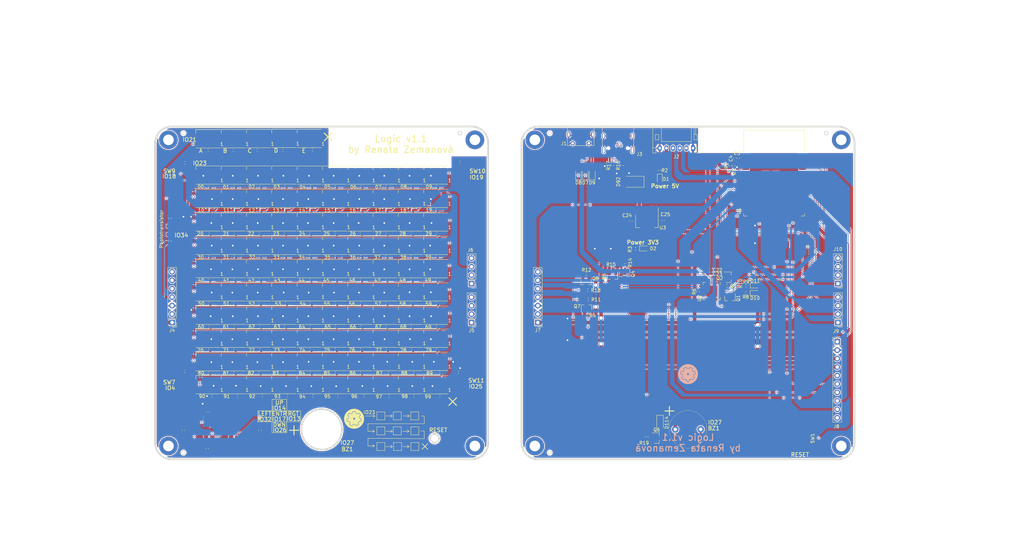
<source format=kicad_pcb>
(kicad_pcb (version 20171130) (host pcbnew "(5.1.9)-1")
  (layers (0 F.Cu signal) (31 B.Cu signal) (34 B.Paste user) (35 F.Paste user) (36 B.SilkS user) (37 F.SilkS user) (38 B.Mask user) (39 F.Mask user) (44 Edge.Cuts user))
  (net 0 "")
  (net 1 EN)
  (net 2 "Net-(D1-Pad1)")
  (net 3 "Net-(D2-Pad1)")
  (net 4 "Net-(D3-Pad2)")
  (net 5 "Net-(D4-Pad2)")
  (net 6 "Net-(D5-Pad2)")
  (net 7 "Net-(D7-Pad2)")
  (net 8 "Net-(D8-Pad2)")
  (net 9 "Net-(D10-Pad1)")
  (net 10 "Net-(D11-Pad1)")
  (net 11 "Net-(D12-Pad2)")
  (net 12 "Net-(D13-Pad2)")
  (net 13 "Net-(D14-Pad2)")
  (net 14 "Net-(D17-Pad2)")
  (net 15 "Net-(D18-Pad2)")
  (net 16 "Net-(D20-Pad2)")
  (net 17 "Net-(D22-Pad2)")
  (net 18 "Net-(D24-Pad2)")
  (net 19 "Net-(D25-Pad2)")
  (net 20 "Net-(D28-Pad2)")
  (net 21 "Net-(D29-Pad2)")
  (net 22 "Net-(D30-Pad2)")
  (net 23 "Net-(D32-Pad2)")
  (net 24 "Net-(D33-Pad2)")
  (net 25 "Net-(D34-Pad2)")
  (net 26 "Net-(D37-Pad2)")
  (net 27 "Net-(D38-Pad2)")
  (net 28 "Net-(D40-Pad2)")
  (net 29 "Net-(D42-Pad2)")
  (net 30 "Net-(D44-Pad2)")
  (net 31 "Net-(D45-Pad2)")
  (net 32 "Net-(D48-Pad2)")
  (net 33 "Net-(D49-Pad2)")
  (net 34 "Net-(D50-Pad2)")
  (net 35 "Net-(D52-Pad2)")
  (net 36 "Net-(D53-Pad2)")
  (net 37 "Net-(D54-Pad2)")
  (net 38 "Net-(D57-Pad2)")
  (net 39 "Net-(D58-Pad2)")
  (net 40 "Net-(D60-Pad2)")
  (net 41 "Net-(D62-Pad2)")
  (net 42 "Net-(D64-Pad2)")
  (net 43 "Net-(D65-Pad2)")
  (net 44 "Net-(D68-Pad2)")
  (net 45 "Net-(D69-Pad2)")
  (net 46 "Net-(D70-Pad2)")
  (net 47 "Net-(D72-Pad2)")
  (net 48 "Net-(D73-Pad2)")
  (net 49 "Net-(D74-Pad2)")
  (net 50 "Net-(D77-Pad2)")
  (net 51 "Net-(D78-Pad2)")
  (net 52 "Net-(D80-Pad2)")
  (net 53 "Net-(D82-Pad2)")
  (net 54 "Net-(D84-Pad2)")
  (net 55 "Net-(D85-Pad2)")
  (net 56 "Net-(D88-Pad2)")
  (net 57 "Net-(D89-Pad2)")
  (net 58 "Net-(D90-Pad2)")
  (net 59 "Net-(J1-Pad4)")
  (net 60 "Net-(Q1-Pad2)")
  (net 61 "Net-(Q1-Pad1)")
  (net 62 IO0)
  (net 63 "Net-(Q2-Pad2)")
  (net 64 "Net-(Q2-Pad1)")
  (net 65 ZAPINANI_1_CAST_LED)
  (net 66 "Net-(R6-Pad2)")
  (net 67 TX_ESP)
  (net 68 RX_ESP)
  (net 69 "Net-(U1-Pad32)")
  (net 70 "Net-(U1-Pad22)")
  (net 71 "Net-(U1-Pad21)")
  (net 72 "Net-(U1-Pad18)")
  (net 73 "Net-(U2-Pad27)")
  (net 74 "Net-(U2-Pad23)")
  (net 75 "Net-(U2-Pad22)")
  (net 76 "Net-(U2-Pad21)")
  (net 77 "Net-(U2-Pad20)")
  (net 78 "Net-(U2-Pad17)")
  (net 79 "Net-(U2-Pad16)")
  (net 80 "Net-(U2-Pad15)")
  (net 81 "Net-(U2-Pad14)")
  (net 82 "Net-(U2-Pad13)")
  (net 83 "Net-(U2-Pad12)")
  (net 84 "Net-(U2-Pad11)")
  (net 85 "Net-(U2-Pad10)")
  (net 86 "Net-(U2-Pad2)")
  (net 87 "Net-(U2-Pad1)")
  (net 88 "Net-(Q4-Pad3)")
  (net 89 "Net-(J1-Pad6)")
  (net 90 "Net-(R8-Pad2)")
  (net 91 "Net-(R9-Pad2)")
  (net 92 PIEZO)
  (net 93 "Net-(D15-Pad2)")
  (net 94 "Net-(D19-Pad2)")
  (net 95 "Net-(D23-Pad2)")
  (net 96 "Net-(D27-Pad2)")
  (net 97 "Net-(D35-Pad2)")
  (net 98 "Net-(D39-Pad2)")
  (net 99 "Net-(D43-Pad2)")
  (net 100 "Net-(D47-Pad2)")
  (net 101 "Net-(D55-Pad2)")
  (net 102 "Net-(D59-Pad2)")
  (net 103 "Net-(D63-Pad2)")
  (net 104 "Net-(D67-Pad2)")
  (net 105 "Net-(D75-Pad2)")
  (net 106 "Net-(D79-Pad2)")
  (net 107 "Net-(D83-Pad2)")
  (net 108 "Net-(D87-Pad2)")
  (net 109 "Net-(D93-Pad2)")
  (net 110 "Net-(D94-Pad2)")
  (net 111 "Net-(D95-Pad2)")
  (net 112 "Net-(D96-Pad2)")
  (net 113 "Net-(D98-Pad2)")
  (net 114 "Net-(D100-Pad4)")
  (net 115 "Net-(D100-Pad2)")
  (net 116 "Net-(D101-Pad2)")
  (net 117 "Net-(D103-Pad2)")
  (net 118 "Net-(D104-Pad2)")
  (net 119 "Net-(D105-Pad2)")
  (net 120 "Net-(D106-Pad2)")
  (net 121 "Net-(D108-Pad2)")
  (net 122 "Net-(D109-Pad2)")
  (net 123 "Net-(D110-Pad2)")
  (net 124 "Net-(D111-Pad2)")
  (net 125 VSTUP3)
  (net 126 VSTUP2)
  (net 127 VSTUP1)
  (net 128 "Net-(Q3-Pad1)")
  (net 129 "Net-(U1-Pad20)")
  (net 130 "Net-(U1-Pad19)")
  (net 131 "Net-(U1-Pad17)")
  (net 132 5V)
  (net 133 /ovladaci_prvky.sch/herni_pole_LED.sch/2.sch/DATA_IN)
  (net 134 /ovladaci_prvky.sch/herni_pole_LED.sch/3.sch/DATA_IN)
  (net 135 /ovladaci_prvky.sch/herni_pole_LED.sch/4.sch/DATA_IN)
  (net 136 /ovladaci_prvky.sch/herni_pole_LED.sch/5.sch/DATA_IN)
  (net 137 /ovladaci_prvky.sch/herni_pole_LED.sch/6.sch/DATA_IN)
  (net 138 /ovladaci_prvky.sch/herni_pole_LED.sch/7.sch/DATA_IN)
  (net 139 /ovladaci_prvky.sch/herni_pole_LED.sch/8.sch/DATA_IN)
  (net 140 /ovladaci_prvky.sch/herni_pole_LED.sch/9.sch/DATA_IN)
  (net 141 /ovladaci_prvky.sch/herni_pole_LED.sch/10.sch/DATA_IN)
  (net 142 /ovladaci_prvky.sch/herni_pole_LED.sch/11.sch/DATA_IN)
  (net 143 /ovladaci_prvky.sch/herni_pole_LED.sch/12.sch/DATA_IN)
  (net 144 /ovladaci_prvky.sch/herni_pole_LED.sch/13.sch/DATA_IN)
  (net 145 /ovladaci_prvky.sch/herni_pole_LED.sch/14.sch/DATA_IN)
  (net 146 /ovladaci_prvky.sch/herni_pole_LED.sch/15.sch/DATA_IN)
  (net 147 /ovladaci_prvky.sch/herni_pole_LED.sch/16.sch/DATA_IN)
  (net 148 /ovladaci_prvky.sch/herni_pole_LED.sch/17.sch/DATA_IN)
  (net 149 /ovladaci_prvky.sch/herni_pole_LED.sch/18.sch/DATA_IN)
  (net 150 /ovladaci_prvky.sch/herni_pole_LED.sch/19.sch/DATA_IN)
  (net 151 /ovladaci_prvky.sch/herni_pole_LED.sch/20.sch/DATA_IN)
  (net 152 /ovladaci_prvky.sch/herni_pole_LED.sch/20.sch/DATA_OUT)
  (net 153 "Net-(D113-Pad4)")
  (net 154 "Net-(D113-Pad2)")
  (net 155 "Net-(J3-PadB8)")
  (net 156 "Net-(J3-PadA5)")
  (net 157 "Net-(J3-PadA8)")
  (net 158 "Net-(J3-PadB5)")
  (net 159 "Net-(J3-PadS1)")
  (net 160 /elektronika.sch/GND)
  (net 161 /ovladaci_prvky.sch/GND)
  (net 162 /elektronika.sch/3V3)
  (net 163 /ovladaci_prvky.sch/DATA_ZADANI_LED)
  (net 164 /ovladaci_prvky.sch/DATA_HERNI_LED)
  (net 165 /ovladaci_prvky.sch/SENZOR_SVETLA)
  (net 166 /ovladaci_prvky.sch/3V3)
  (net 167 /elektronika.sch/DATA_HERNI_LED)
  (net 168 /elektronika.sch/DATA_ZADANI_LED)
  (net 169 /elektronika.sch/SENZOR_SVETLA)
  (net 170 /ovladaci_prvky.sch/V_LED_1)
  (net 171 /elektronika.sch/V_LED_1)
  (net 172 "Net-(BZ1-Pad2)")
  (net 173 "Net-(D9-Pad2)")
  (net 174 /ovladaci_prvky.sch/SW_2)
  (net 175 /ovladaci_prvky.sch/SW_3)
  (net 176 /ovladaci_prvky.sch/SW_4)
  (net 177 /ovladaci_prvky.sch/SW_5)
  (net 178 /ovladaci_prvky.sch/SW_8)
  (net 179 /ovladaci_prvky.sch/SW_9)
  (net 180 /ovladaci_prvky.sch/SW_10)
  (net 181 /ovladaci_prvky.sch/SW_11)
  (net 182 /ovladaci_prvky.sch/SW_7)
  (net 183 /elektronika.sch/SW_7)
  (net 184 /elektronika.sch/SW_10)
  (net 185 /elektronika.sch/SW_9)
  (net 186 /elektronika.sch/SW_11)
  (net 187 /elektronika.sch/SW_8)
  (net 188 /elektronika.sch/SW_3)
  (net 189 /elektronika.sch/SW_2)
  (net 190 /elektronika.sch/SW_4)
  (net 191 /elektronika.sch/SW_5)
  (net 192 IO2)
  (net 193 IO5)
  (net 194 IO12)
  (net 195 IO15)
  (net 196 IO33)
  (net 197 DATA_ZADANI_LED_LS)
  (net 198 DATA_HERNI_LED_LS)
  (net 199 IO22)
  (module Connector_PinHeader_2.54mm:PinHeader_1x04_P2.54mm_Vertical (layer F.Cu) (at 235 92.2 180)
    (fp_text reference J10 (at 0 10.35) (layer F.SilkS))
    (fp_text value Conn_01x04_Male)
    (pad 4 thru_hole oval (at 0 7.62 180) (size 1.7 1.7) (drill 1) (layers *.Cu *.Mask) (net 184 /elektronika.sch/SW_10))
    (pad 3 thru_hole oval (at 0 5.08 180) (size 1.7 1.7) (drill 1) (layers *.Cu *.Mask) (net 185 /elektronika.sch/SW_9))
    (pad 2 thru_hole oval (at 0 2.54 180) (size 1.7 1.7) (drill 1) (layers *.Cu *.Mask) (net 186 /elektronika.sch/SW_11))
    (pad 1 thru_hole rect (at 0 0 180) (size 1.7 1.7) (drill 1) (layers *.Cu *.Mask) (net 187 /elektronika.sch/SW_8))
  )
  (module Connector_PinHeader_2.54mm:PinHeader_1x04_P2.54mm_Vertical (layer F.Cu) (at 235 103.9 180)
    (fp_text reference J9 (at 0.55 -2.6) (layer F.SilkS))
    (fp_text value Conn_01x04_Male)
    (pad 4 thru_hole oval (at 0 7.62 180) (size 1.7 1.7) (drill 1) (layers *.Cu *.Mask) (net 188 /elektronika.sch/SW_3))
    (pad 3 thru_hole oval (at 0 5.08 180) (size 1.7 1.7) (drill 1) (layers *.Cu *.Mask) (net 189 /elektronika.sch/SW_2))
    (pad 2 thru_hole oval (at 0 2.54 180) (size 1.7 1.7) (drill 1) (layers *.Cu *.Mask) (net 190 /elektronika.sch/SW_4))
    (pad 1 thru_hole rect (at 0 0 180) (size 1.7 1.7) (drill 1) (layers *.Cu *.Mask) (net 191 /elektronika.sch/SW_5))
  )
  (module Connector_PinHeader_2.54mm:PinHeader_1x10_P2.54mm_Vertical (layer F.Cu) (at 234.8 109.66)
    (fp_text reference J8 (at -0.25 25.49) (layer F.SilkS))
    (fp_text value Conn_01x10_Male)
    (pad 10 thru_hole oval (at 0 22.86) (size 1.7 1.7) (drill 1) (layers *.Cu *.Mask) (net 62 IO0))
    (pad 9 thru_hole oval (at 0 20.32) (size 1.7 1.7) (drill 1) (layers *.Cu *.Mask) (net 192 IO2))
    (pad 8 thru_hole oval (at 0 17.78) (size 1.7 1.7) (drill 1) (layers *.Cu *.Mask) (net 193 IO5))
    (pad 7 thru_hole oval (at 0 15.24) (size 1.7 1.7) (drill 1) (layers *.Cu *.Mask) (net 194 IO12))
    (pad 6 thru_hole oval (at 0 12.7) (size 1.7 1.7) (drill 1) (layers *.Cu *.Mask) (net 195 IO15))
    (pad 5 thru_hole oval (at 0 10.16) (size 1.7 1.7) (drill 1) (layers *.Cu *.Mask) (net 196 IO33))
    (pad 4 thru_hole oval (at 0 7.62) (size 1.7 1.7) (drill 1) (layers *.Cu *.Mask) (net 132 5V))
    (pad 3 thru_hole oval (at 0 5.08) (size 1.7 1.7) (drill 1) (layers *.Cu *.Mask) (net 162 /elektronika.sch/3V3))
    (pad 2 thru_hole oval (at 0 2.54) (size 1.7 1.7) (drill 1) (layers *.Cu *.Mask) (net 160 /elektronika.sch/GND))
    (pad 1 thru_hole rect (at 0 0) (size 1.7 1.7) (drill 1) (layers *.Cu *.Mask) (net 199 IO22))
  )
  (module Connector_PinHeader_2.54mm:PinHeader_1x07_P2.54mm_Vertical (layer F.Cu) (at 144.9 103.9 180)
    (fp_text reference J7 (at 0 -2.33) (layer F.SilkS))
    (fp_text value Conn_01x07_Male)
    (pad 7 thru_hole oval (at 0 15.24 180) (size 1.7 1.7) (drill 1) (layers *.Cu *.Mask) (net 169 /elektronika.sch/SENZOR_SVETLA))
    (pad 6 thru_hole oval (at 0 12.7 180) (size 1.7 1.7) (drill 1) (layers *.Cu *.Mask) (net 171 /elektronika.sch/V_LED_1))
    (pad 5 thru_hole oval (at 0 10.16 180) (size 1.7 1.7) (drill 1) (layers *.Cu *.Mask) (net 167 /elektronika.sch/DATA_HERNI_LED))
    (pad 4 thru_hole oval (at 0 7.62 180) (size 1.7 1.7) (drill 1) (layers *.Cu *.Mask) (net 168 /elektronika.sch/DATA_ZADANI_LED))
    (pad 3 thru_hole oval (at 0 5.08 180) (size 1.7 1.7) (drill 1) (layers *.Cu *.Mask) (net 160 /elektronika.sch/GND))
    (pad 2 thru_hole oval (at 0 2.54 180) (size 1.7 1.7) (drill 1) (layers *.Cu *.Mask) (net 183 /elektronika.sch/SW_7))
    (pad 1 thru_hole rect (at 0 0 180) (size 1.7 1.7) (drill 1) (layers *.Cu *.Mask) (net 162 /elektronika.sch/3V3))
  )
  (module Connector_PinHeader_2.54mm:PinHeader_1x04_P2.54mm_Vertical (layer F.Cu) (at 125 92.2 180)
    (fp_text reference J6 (at 0.3 10.1) (layer F.SilkS))
    (fp_text value Conn_01x04_Female)
    (pad 4 thru_hole oval (at 0 7.62 180) (size 1.7 1.7) (drill 1) (layers *.Cu *.Mask) (net 180 /ovladaci_prvky.sch/SW_10))
    (pad 3 thru_hole oval (at 0 5.08 180) (size 1.7 1.7) (drill 1) (layers *.Cu *.Mask) (net 179 /ovladaci_prvky.sch/SW_9))
    (pad 2 thru_hole oval (at 0 2.54 180) (size 1.7 1.7) (drill 1) (layers *.Cu *.Mask) (net 181 /ovladaci_prvky.sch/SW_11))
    (pad 1 thru_hole rect (at 0 0 180) (size 1.7 1.7) (drill 1) (layers *.Cu *.Mask) (net 178 /ovladaci_prvky.sch/SW_8))
  )
  (module Connector_PinHeader_2.54mm:PinHeader_1x04_P2.54mm_Vertical (layer F.Cu) (at 125 103.92 180)
    (fp_text reference J5 (at 0 -2.33) (layer F.SilkS))
    (fp_text value Conn_01x04_Female)
    (pad 4 thru_hole oval (at 0 7.62 180) (size 1.7 1.7) (drill 1) (layers *.Cu *.Mask) (net 175 /ovladaci_prvky.sch/SW_3))
    (pad 3 thru_hole oval (at 0 5.08 180) (size 1.7 1.7) (drill 1) (layers *.Cu *.Mask) (net 174 /ovladaci_prvky.sch/SW_2))
    (pad 2 thru_hole oval (at 0 2.54 180) (size 1.7 1.7) (drill 1) (layers *.Cu *.Mask) (net 176 /ovladaci_prvky.sch/SW_4))
    (pad 1 thru_hole rect (at 0 0 180) (size 1.7 1.7) (drill 1) (layers *.Cu *.Mask) (net 177 /ovladaci_prvky.sch/SW_5))
  )
  (module Connector_PinHeader_2.54mm:PinHeader_1x07_P2.54mm_Vertical (layer F.Cu) (at 35.1 103.9 180)
    (fp_text reference J4 (at 0 -2.33) (layer F.SilkS))
    (fp_text value Conn_01x07_Female)
    (pad 7 thru_hole oval (at 0 15.24 180) (size 1.7 1.7) (drill 1) (layers *.Cu *.Mask) (net 165 /ovladaci_prvky.sch/SENZOR_SVETLA))
    (pad 6 thru_hole oval (at 0 12.7 180) (size 1.7 1.7) (drill 1) (layers *.Cu *.Mask) (net 170 /ovladaci_prvky.sch/V_LED_1))
    (pad 5 thru_hole oval (at 0 10.16 180) (size 1.7 1.7) (drill 1) (layers *.Cu *.Mask) (net 164 /ovladaci_prvky.sch/DATA_HERNI_LED))
    (pad 4 thru_hole oval (at 0 7.62 180) (size 1.7 1.7) (drill 1) (layers *.Cu *.Mask) (net 163 /ovladaci_prvky.sch/DATA_ZADANI_LED))
    (pad 3 thru_hole oval (at 0 5.08 180) (size 1.7 1.7) (drill 1) (layers *.Cu *.Mask) (net 161 /ovladaci_prvky.sch/GND))
    (pad 2 thru_hole oval (at 0 2.54 180) (size 1.7 1.7) (drill 1) (layers *.Cu *.Mask) (net 182 /ovladaci_prvky.sch/SW_7))
    (pad 1 thru_hole rect (at 0 0 180) (size 1.7 1.7) (drill 1) (layers *.Cu *.Mask) (net 166 /ovladaci_prvky.sch/3V3))
  )
  (module my_library:USB_micro_JLCPCB_con (layer F.Cu) (at 157.78 47.4 180)
    (fp_text reference J1 (at 5.08 -2.7) (layer F.SilkS))
    (fp_text value USB_B_Micro)
    (pad 4 smd rect (at 0.65 -2.65 180) (size 0.4 1.35) (layers F.Cu F.Paste F.Mask) (net 59 "Net-(J1-Pad4)"))
    (pad 2 smd rect (at -0.65 -2.65 180) (size 0.4 1.35) (layers F.Cu F.Paste F.Mask) (net 7 "Net-(D7-Pad2)"))
    (pad 1 smd rect (at -1.3 -2.65 180) (size 0.4 1.35) (layers F.Cu F.Paste F.Mask) (net 173 "Net-(D9-Pad2)"))
    (pad 5 smd rect (at 1.3 -2.65 180) (size 0.4 1.35) (layers F.Cu F.Paste F.Mask) (net 160 /elektronika.sch/GND))
    (pad 3 smd rect (at 0 -2.65 180) (size 0.4 1.35) (layers F.Cu F.Paste F.Mask) (net 8 "Net-(D8-Pad2)"))
    (pad 6 thru_hole oval (at 3.6 0 180) (size 1.1 1.8) (drill oval 0.5 1.2) (layers *.Cu *.Mask) (net 89 "Net-(J1-Pad6)"))
    (pad 6 thru_hole oval (at -3.6 0 180) (size 1.1 1.8) (drill oval 0.5 1.2) (layers *.Cu *.Mask) (net 89 "Net-(J1-Pad6)"))
    (pad 6 thru_hole circle (at 2.43 -2.65 180) (size 1.3 1.3) (drill 0.7) (layers *.Cu *.Mask) (net 89 "Net-(J1-Pad6)"))
    (pad 6 thru_hole circle (at -2.43 -2.65 180) (size 1.3 1.3) (drill 0.7) (layers *.Cu *.Mask) (net 89 "Net-(J1-Pad6)"))
  )
  (module Package_TO_SOT_SMD:SOT-23 (layer F.Cu) (at 159.4 91.75 270)
    (fp_text reference Q8 (at -1.05 -2.8 180) (layer F.SilkS))
    (fp_text value Q_NMOS_GSD)
    (pad 3 smd rect (at 1 0 270) (size 0.9 0.8) (layers F.Cu F.Paste F.Mask) (net 167 /elektronika.sch/DATA_HERNI_LED))
    (pad 2 smd rect (at -1 0.95 270) (size 0.9 0.8) (layers F.Cu F.Paste F.Mask) (net 198 DATA_HERNI_LED_LS))
    (pad 1 smd rect (at -1 -0.95 270) (size 0.9 0.8) (layers F.Cu F.Paste F.Mask) (net 162 /elektronika.sch/3V3))
  )
  (module Resistor_SMD:R_0402_1005Metric (layer F.Cu) (at 159.89 94.1 180)
    (fp_text reference R18 (at -2.41 -0.1) (layer F.SilkS))
    (fp_text value 10k)
    (pad 2 smd roundrect (at 0.51 0 180) (size 0.54 0.64) (layers F.Cu F.Paste F.Mask) (net 167 /elektronika.sch/DATA_HERNI_LED))
    (pad 1 smd roundrect (at -0.51 0 180) (size 0.54 0.64) (layers F.Cu F.Paste F.Mask) (net 132 5V))
  )
  (module Resistor_SMD:R_0402_1005Metric (layer F.Cu) (at 159.49 89.3 180)
    (fp_text reference R12 (at -0.01 1.2) (layer F.SilkS))
    (fp_text value 10k)
    (pad 2 smd roundrect (at 0.51 0 180) (size 0.54 0.64) (layers F.Cu F.Paste F.Mask) (net 198 DATA_HERNI_LED_LS))
    (pad 1 smd roundrect (at -0.51 0 180) (size 0.54 0.64) (layers F.Cu F.Paste F.Mask) (net 162 /elektronika.sch/3V3))
  )
  (module Resistor_SMD:R_0402_1005Metric (layer F.Cu) (at 160.03 97 180)
    (fp_text reference R11 (at -2.37 0) (layer F.SilkS))
    (fp_text value 10k)
    (pad 2 smd roundrect (at 0.51 0 180) (size 0.54 0.64) (layers F.Cu F.Paste F.Mask) (net 168 /elektronika.sch/DATA_ZADANI_LED))
    (pad 1 smd roundrect (at -0.51 0 180) (size 0.54 0.64) (layers F.Cu F.Paste F.Mask) (net 132 5V))
  )
  (module Resistor_SMD:R_0402_1005Metric (layer F.Cu) (at 159.49 101.8)
    (fp_text reference R4 (at 1.91 0.1) (layer F.SilkS))
    (fp_text value 10k)
    (pad 2 smd roundrect (at 0.51 0) (size 0.54 0.64) (layers F.Cu F.Paste F.Mask) (net 197 DATA_ZADANI_LED_LS))
    (pad 1 smd roundrect (at -0.51 0) (size 0.54 0.64) (layers F.Cu F.Paste F.Mask) (net 162 /elektronika.sch/3V3))
  )
  (module Package_TO_SOT_SMD:SOT-23 (layer F.Cu) (at 159.5 99.4 90)
    (fp_text reference Q7 (at 0.4 -2.8 180) (layer F.SilkS))
    (fp_text value Q_NMOS_GSD)
    (pad 3 smd rect (at 1 0 90) (size 0.9 0.8) (layers F.Cu F.Paste F.Mask) (net 168 /elektronika.sch/DATA_ZADANI_LED))
    (pad 2 smd rect (at -1 0.95 90) (size 0.9 0.8) (layers F.Cu F.Paste F.Mask) (net 197 DATA_ZADANI_LED_LS))
    (pad 1 smd rect (at -1 -0.95 90) (size 0.9 0.8) (layers F.Cu F.Paste F.Mask) (net 162 /elektronika.sch/3V3))
  )
  (module my_library:Tactile_switch (layer F.Cu) (at 223.9 138.7 270)
    (fp_text reference SW1 (at 0 -3.5 270) (layer F.SilkS))
    (fp_text value button)
    (pad 4 smd rect (at -2.8 -1.85 270) (size 1.3 0.7) (layers F.Cu F.Paste F.Mask))
    (pad 3 smd rect (at -2.8 1.8 270) (size 1.3 0.7) (layers F.Cu F.Paste F.Mask))
    (pad 2 smd rect (at 2.8 1.8 270) (size 1.3 0.7) (layers F.Cu F.Paste F.Mask) (net 160 /elektronika.sch/GND))
    (pad 1 smd rect (at 2.8 -1.85 270) (size 1.3 0.7) (layers F.Cu F.Paste F.Mask) (net 1 EN))
  )
  (module my_library:SMD,3.5x2.8x1.9mm (layer F.Cu) (at 34.5 76.2 90)
    (fp_text reference Q3 hide)
    (fp_text value Q_Photo_NPN)
    (pad 2 smd rect (at 1.25 0 90) (size 1 2.1) (layers F.Cu F.Paste F.Mask) (net 165 /ovladaci_prvky.sch/SENZOR_SVETLA))
    (pad 1 smd rect (at -1.25 0 90) (size 1 2.1) (layers F.Cu F.Paste F.Mask) (net 128 "Net-(Q3-Pad1)"))
  )
  (module Package_TO_SOT_SMD:SOT-223-3_TabPin2 (layer F.Cu) (at 177.66 73.44 270)
    (fp_text reference U3 (at 1.96 -4.74 180) (layer F.SilkS))
    (fp_text value AMS1117-3.3)
    (pad 1 smd rect (at -3.15 -2.3 270) (size 2 1.5) (layers F.Cu F.Paste F.Mask) (net 160 /elektronika.sch/GND))
    (pad 3 smd rect (at -3.15 2.3 270) (size 2 1.5) (layers F.Cu F.Paste F.Mask) (net 132 5V))
    (pad 2 smd rect (at -3.15 0 270) (size 2 1.5) (layers F.Cu F.Paste F.Mask) (net 162 /elektronika.sch/3V3))
    (pad 2 smd rect (at 3.15 0 270) (size 2 3.8) (layers F.Cu F.Paste F.Mask) (net 162 /elektronika.sch/3V3))
  )
  (module Capacitor_SMD:C_0402_1005Metric (layer F.Cu) (at 182.5 73.22 90)
    (fp_text reference C25 (at 1.82 0.7 180) (layer F.SilkS))
    (fp_text value 10u)
    (pad 2 smd roundrect (at 0.48 0 90) (size 0.56 0.62) (layers F.Cu F.Paste F.Mask) (net 160 /elektronika.sch/GND))
    (pad 1 smd roundrect (at -0.48 0 90) (size 0.56 0.62) (layers F.Cu F.Paste F.Mask) (net 162 /elektronika.sch/3V3))
  )
  (module Capacitor_SMD:C_0402_1005Metric (layer F.Cu) (at 172.9 73.4 270)
    (fp_text reference C24 (at -1.7 1.2 180) (layer F.SilkS))
    (fp_text value 10u)
    (pad 2 smd roundrect (at 0.48 0 270) (size 0.56 0.62) (layers F.Cu F.Paste F.Mask) (net 160 /elektronika.sch/GND))
    (pad 1 smd roundrect (at -0.48 0 270) (size 0.56 0.62) (layers F.Cu F.Paste F.Mask) (net 132 5V))
  )
  (module LED_SMD:LED_WS2812B_PLCC4_5.0x5.0mm_P3.2mm (layer F.Cu) (at 61.1 101.7 180)
    (fp_text reference D74 hide)
    (fp_text value WS2812C)
    (fp_text user 1 (at -4.15 -1.6) (layer F.SilkS))
    (pad 1 smd rect (at -2.45 -1.6 180) (size 1.5 1) (layers F.Cu F.Paste F.Mask) (net 170 /ovladaci_prvky.sch/V_LED_1))
    (pad 2 smd rect (at -2.45 1.6 180) (size 1.5 1) (layers F.Cu F.Paste F.Mask) (net 49 "Net-(D74-Pad2)"))
    (pad 4 smd rect (at 2.45 -1.6 180) (size 1.5 1) (layers F.Cu F.Paste F.Mask) (net 48 "Net-(D73-Pad2)"))
    (pad 3 smd rect (at 2.45 1.6 180) (size 1.5 1) (layers F.Cu F.Paste F.Mask) (net 161 /ovladaci_prvky.sch/GND))
  )
  (module Resistor_SMD:R_0402_1005Metric (layer F.Cu) (at 177.6 138.21 90)
    (fp_text reference R19 (at -1.89 -0.8 180) (layer F.SilkS))
    (fp_text value 100k)
    (pad 2 smd roundrect (at 0.51 0 90) (size 0.54 0.64) (layers F.Cu F.Paste F.Mask) (net 92 PIEZO))
    (pad 1 smd roundrect (at -0.51 0 90) (size 0.54 0.64) (layers F.Cu F.Paste F.Mask) (net 160 /elektronika.sch/GND))
  )
  (module Package_TO_SOT_SMD:SOT-23 (layer F.Cu) (at 180.6 138.6)
    (fp_text reference Q6 (at 0 -2.5) (layer F.SilkS))
    (fp_text value Q_NMOS_GSD)
    (pad 3 smd rect (at 1 0) (size 0.9 0.8) (layers F.Cu F.Paste F.Mask) (net 172 "Net-(BZ1-Pad2)"))
    (pad 2 smd rect (at -1 0.95) (size 0.9 0.8) (layers F.Cu F.Paste F.Mask) (net 160 /elektronika.sch/GND))
    (pad 1 smd rect (at -1 -0.95) (size 0.9 0.8) (layers F.Cu F.Paste F.Mask) (net 92 PIEZO))
  )
  (module Diode_SMD:D_SOD-123 (layer F.Cu) (at 181.6 134 270)
    (fp_text reference D114 (at 0 -2 90) (layer F.SilkS))
    (fp_text value D_Schottky)
    (pad 2 smd rect (at 1.65 0 270) (size 0.9 1.2) (layers F.Cu F.Paste F.Mask) (net 172 "Net-(BZ1-Pad2)"))
    (pad 1 smd rect (at -1.65 0 270) (size 0.9 1.2) (layers F.Cu F.Paste F.Mask) (net 132 5V))
  )
  (module Connector_JST:JST_PH_S6B-PH-K_1x06_P2.00mm_Horizontal (layer F.Cu) (at 191.5 51.5 180)
    (fp_text reference J2 (at 5 -2.55) (layer F.SilkS))
    (fp_text value Conn_01x06_Male)
    (pad 6 thru_hole oval (at 10 0 180) (size 1.2 1.75) (drill 0.75) (layers *.Cu *.Mask) (net 160 /elektronika.sch/GND))
    (pad 5 thru_hole oval (at 8 0 180) (size 1.2 1.75) (drill 0.75) (layers *.Cu *.Mask) (net 132 5V))
    (pad 4 thru_hole oval (at 6 0 180) (size 1.2 1.75) (drill 0.75) (layers *.Cu *.Mask) (net 125 VSTUP3))
    (pad 3 thru_hole oval (at 4 0 180) (size 1.2 1.75) (drill 0.75) (layers *.Cu *.Mask) (net 127 VSTUP1))
    (pad 2 thru_hole oval (at 2 0 180) (size 1.2 1.75) (drill 0.75) (layers *.Cu *.Mask) (net 126 VSTUP2))
    (pad 1 thru_hole roundrect (at 0 0 180) (size 1.2 1.75) (drill 0.75) (layers *.Cu *.Mask) (roundrect_rratio 0.208333) (net 160 /elektronika.sch/GND))
  )
  (module RF_Module:ESP32-WROOM-32 (layer F.Cu) (at 215.83 62.015)
    (fp_text reference U1 (at -10.61 8.43 90) (layer F.SilkS))
    (fp_text value ESP32-WROOM-32)
    (pad 38 smd rect (at 8.5 -8.255) (size 2 0.9) (layers F.Cu F.Paste F.Mask) (net 160 /elektronika.sch/GND))
    (pad 37 smd rect (at 8.5 -6.985) (size 2 0.9) (layers F.Cu F.Paste F.Mask) (net 198 DATA_HERNI_LED_LS))
    (pad 36 smd rect (at 8.5 -5.715) (size 2 0.9) (layers F.Cu F.Paste F.Mask) (net 199 IO22))
    (pad 35 smd rect (at 8.5 -4.445) (size 2 0.9) (layers F.Cu F.Paste F.Mask) (net 67 TX_ESP))
    (pad 34 smd rect (at 8.5 -3.175) (size 2 0.9) (layers F.Cu F.Paste F.Mask) (net 68 RX_ESP))
    (pad 33 smd rect (at 8.5 -1.905) (size 2 0.9) (layers F.Cu F.Paste F.Mask) (net 197 DATA_ZADANI_LED_LS))
    (pad 32 smd rect (at 8.5 -0.635) (size 2 0.9) (layers F.Cu F.Paste F.Mask) (net 69 "Net-(U1-Pad32)"))
    (pad 31 smd rect (at 8.5 0.635) (size 2 0.9) (layers F.Cu F.Paste F.Mask) (net 184 /elektronika.sch/SW_10))
    (pad 30 smd rect (at 8.5 1.905) (size 2 0.9) (layers F.Cu F.Paste F.Mask) (net 185 /elektronika.sch/SW_9))
    (pad 29 smd rect (at 8.5 3.175) (size 2 0.9) (layers F.Cu F.Paste F.Mask) (net 193 IO5))
    (pad 28 smd rect (at 8.5 4.445) (size 2 0.9) (layers F.Cu F.Paste F.Mask) (net 189 /elektronika.sch/SW_2))
    (pad 27 smd rect (at 8.5 5.715) (size 2 0.9) (layers F.Cu F.Paste F.Mask) (net 65 ZAPINANI_1_CAST_LED))
    (pad 26 smd rect (at 8.5 6.985) (size 2 0.9) (layers F.Cu F.Paste F.Mask) (net 183 /elektronika.sch/SW_7))
    (pad 25 smd rect (at 8.5 8.255) (size 2 0.9) (layers F.Cu F.Paste F.Mask) (net 62 IO0))
    (pad 24 smd rect (at 5.715 9.255 90) (size 2 0.9) (layers F.Cu F.Paste F.Mask) (net 192 IO2))
    (pad 23 smd rect (at 4.445 9.255 90) (size 2 0.9) (layers F.Cu F.Paste F.Mask) (net 195 IO15))
    (pad 22 smd rect (at 3.175 9.255 90) (size 2 0.9) (layers F.Cu F.Paste F.Mask) (net 70 "Net-(U1-Pad22)"))
    (pad 21 smd rect (at 1.905 9.255 90) (size 2 0.9) (layers F.Cu F.Paste F.Mask) (net 71 "Net-(U1-Pad21)"))
    (pad 20 smd rect (at 0.635 9.255 90) (size 2 0.9) (layers F.Cu F.Paste F.Mask) (net 129 "Net-(U1-Pad20)"))
    (pad 19 smd rect (at -0.635 9.255 90) (size 2 0.9) (layers F.Cu F.Paste F.Mask) (net 130 "Net-(U1-Pad19)"))
    (pad 18 smd rect (at -1.905 9.255 90) (size 2 0.9) (layers F.Cu F.Paste F.Mask) (net 72 "Net-(U1-Pad18)"))
    (pad 17 smd rect (at -3.175 9.255 90) (size 2 0.9) (layers F.Cu F.Paste F.Mask) (net 131 "Net-(U1-Pad17)"))
    (pad 16 smd rect (at -4.445 9.255 90) (size 2 0.9) (layers F.Cu F.Paste F.Mask) (net 188 /elektronika.sch/SW_3))
    (pad 15 smd rect (at -5.715 9.255 90) (size 2 0.9) (layers F.Cu F.Paste F.Mask) (net 160 /elektronika.sch/GND))
    (pad 14 smd rect (at -8.5 8.255) (size 2 0.9) (layers F.Cu F.Paste F.Mask) (net 194 IO12))
    (pad 13 smd rect (at -8.5 6.985) (size 2 0.9) (layers F.Cu F.Paste F.Mask) (net 191 /elektronika.sch/SW_5))
    (pad 12 smd rect (at -8.5 5.715) (size 2 0.9) (layers F.Cu F.Paste F.Mask) (net 92 PIEZO))
    (pad 11 smd rect (at -8.5 4.445) (size 2 0.9) (layers F.Cu F.Paste F.Mask) (net 187 /elektronika.sch/SW_8))
    (pad 10 smd rect (at -8.5 3.175) (size 2 0.9) (layers F.Cu F.Paste F.Mask) (net 186 /elektronika.sch/SW_11))
    (pad 9 smd rect (at -8.5 1.905) (size 2 0.9) (layers F.Cu F.Paste F.Mask) (net 196 IO33))
    (pad 8 smd rect (at -8.5 0.635) (size 2 0.9) (layers F.Cu F.Paste F.Mask) (net 190 /elektronika.sch/SW_4))
    (pad 7 smd rect (at -8.5 -0.635) (size 2 0.9) (layers F.Cu F.Paste F.Mask) (net 125 VSTUP3))
    (pad 6 smd rect (at -8.5 -1.905) (size 2 0.9) (layers F.Cu F.Paste F.Mask) (net 169 /elektronika.sch/SENZOR_SVETLA))
    (pad 5 smd rect (at -8.5 -3.175) (size 2 0.9) (layers F.Cu F.Paste F.Mask) (net 127 VSTUP1))
    (pad 4 smd rect (at -8.5 -4.445) (size 2 0.9) (layers F.Cu F.Paste F.Mask) (net 126 VSTUP2))
    (pad 3 smd rect (at -8.5 -5.715) (size 2 0.9) (layers F.Cu F.Paste F.Mask) (net 1 EN))
    (pad 2 smd rect (at -8.5 -6.985) (size 2 0.9) (layers F.Cu F.Paste F.Mask) (net 162 /elektronika.sch/3V3))
    (pad 1 smd rect (at -8.5 -8.255) (size 2 0.9) (layers F.Cu F.Paste F.Mask) (net 160 /elektronika.sch/GND))
    (pad 39 smd rect (at -1 -0.755) (size 5 5) (layers F.Cu F.Paste F.Mask) (net 160 /elektronika.sch/GND))
  )
  (module my_library:Tactile_switch (layer F.Cu) (at 38.905 122.785001 90)
    (fp_text reference SW7 (at 0.931041 -4.6912 180) (layer F.SilkS) (effects (font (size 1.2 1.2) (thickness 0.2))))
    (fp_text value button)
    (pad 4 smd rect (at -2.8 -1.85 90) (size 1.3 0.7) (layers F.Cu F.Paste F.Mask))
    (pad 3 smd rect (at -2.8 1.8 90) (size 1.3 0.7) (layers F.Cu F.Paste F.Mask))
    (pad 2 smd rect (at 2.8 1.8 90) (size 1.3 0.7) (layers F.Cu F.Paste F.Mask) (net 161 /ovladaci_prvky.sch/GND))
    (pad 1 smd rect (at 2.8 -1.85 90) (size 1.3 0.7) (layers F.Cu F.Paste F.Mask) (net 182 /ovladaci_prvky.sch/SW_7))
  )
  (module Capacitor_SMD:C_0402_1005Metric (layer F.Cu) (at 38.9 118.6 180)
    (fp_text reference C126 hide)
    (fp_text value 10n)
    (pad 2 smd roundrect (at 0.48 0 180) (size 0.56 0.62) (layers F.Cu F.Paste F.Mask) (net 182 /ovladaci_prvky.sch/SW_7))
    (pad 1 smd roundrect (at -0.48 0 180) (size 0.56 0.62) (layers F.Cu F.Paste F.Mask) (net 161 /ovladaci_prvky.sch/GND))
  )
  (module Connector_USB:USB_C_Receptacle_HRO_TYPE-C-31-M-12 (layer F.Cu) (at 168.98 48.9 180)
    (fp_text reference J3 (at -6.42 -4.4) (layer F.SilkS))
    (fp_text value USB_C_Receptacle_USB2.0)
    (pad B1 smd rect (at 3.25 -4.045 180) (size 0.6 1.45) (layers F.Cu F.Paste F.Mask) (net 160 /elektronika.sch/GND))
    (pad A9 smd rect (at 2.45 -4.045 180) (size 0.6 1.45) (layers F.Cu F.Paste F.Mask) (net 173 "Net-(D9-Pad2)"))
    (pad B9 smd rect (at -2.45 -4.045 180) (size 0.6 1.45) (layers F.Cu F.Paste F.Mask) (net 173 "Net-(D9-Pad2)"))
    (pad B12 smd rect (at -3.25 -4.045 180) (size 0.6 1.45) (layers F.Cu F.Paste F.Mask) (net 160 /elektronika.sch/GND))
    (pad A1 smd rect (at -3.25 -4.045 180) (size 0.6 1.45) (layers F.Cu F.Paste F.Mask) (net 160 /elektronika.sch/GND))
    (pad A4 smd rect (at -2.45 -4.045 180) (size 0.6 1.45) (layers F.Cu F.Paste F.Mask) (net 173 "Net-(D9-Pad2)"))
    (pad B4 smd rect (at 2.45 -4.045 180) (size 0.6 1.45) (layers F.Cu F.Paste F.Mask) (net 173 "Net-(D9-Pad2)"))
    (pad A12 smd rect (at 3.25 -4.045 180) (size 0.6 1.45) (layers F.Cu F.Paste F.Mask) (net 160 /elektronika.sch/GND))
    (pad B8 smd rect (at -1.75 -4.045 180) (size 0.3 1.45) (layers F.Cu F.Paste F.Mask) (net 155 "Net-(J3-PadB8)"))
    (pad A5 smd rect (at -1.25 -4.045 180) (size 0.3 1.45) (layers F.Cu F.Paste F.Mask) (net 156 "Net-(J3-PadA5)"))
    (pad B7 smd rect (at -0.75 -4.045 180) (size 0.3 1.45) (layers F.Cu F.Paste F.Mask) (net 7 "Net-(D7-Pad2)"))
    (pad A7 smd rect (at 0.25 -4.045 180) (size 0.3 1.45) (layers F.Cu F.Paste F.Mask) (net 7 "Net-(D7-Pad2)"))
    (pad B6 smd rect (at 0.75 -4.045 180) (size 0.3 1.45) (layers F.Cu F.Paste F.Mask) (net 8 "Net-(D8-Pad2)"))
    (pad A8 smd rect (at 1.25 -4.045 180) (size 0.3 1.45) (layers F.Cu F.Paste F.Mask) (net 157 "Net-(J3-PadA8)"))
    (pad B5 smd rect (at 1.75 -4.045 180) (size 0.3 1.45) (layers F.Cu F.Paste F.Mask) (net 158 "Net-(J3-PadB5)"))
    (pad A6 smd rect (at -0.25 -4.045 180) (size 0.3 1.45) (layers F.Cu F.Paste F.Mask) (net 8 "Net-(D8-Pad2)"))
    (pad S1 thru_hole oval (at 4.32 -3.13 180) (size 1 2.1) (drill oval 0.6 1.7) (layers *.Cu *.Mask) (net 159 "Net-(J3-PadS1)"))
    (pad S1 thru_hole oval (at -4.32 -3.13 180) (size 1 2.1) (drill oval 0.6 1.7) (layers *.Cu *.Mask) (net 159 "Net-(J3-PadS1)"))
    (pad "" np_thru_hole circle (at -2.89 -2.6 180) (size 0.65 0.65) (drill 0.65) (layers *.Cu *.Mask))
    (pad S1 thru_hole oval (at -4.32 1.05 180) (size 1 1.6) (drill oval 0.6 1.2) (layers *.Cu *.Mask) (net 159 "Net-(J3-PadS1)"))
    (pad "" np_thru_hole circle (at 2.89 -2.6 180) (size 0.65 0.65) (drill 0.65) (layers *.Cu *.Mask))
    (pad S1 thru_hole oval (at 4.32 1.05 180) (size 1 1.6) (drill oval 0.6 1.2) (layers *.Cu *.Mask) (net 159 "Net-(J3-PadS1)"))
  )
  (module Resistor_SMD:R_0402_1005Metric (layer F.Cu) (at 167.28 56.7 90)
    (fp_text reference R17 (at 0 -1.17 90) (layer F.SilkS))
    (fp_text value 5k1)
    (pad 2 smd roundrect (at 0.51 0 90) (size 0.54 0.64) (layers F.Cu F.Paste F.Mask) (net 158 "Net-(J3-PadB5)"))
    (pad 1 smd roundrect (at -0.51 0 90) (size 0.54 0.64) (layers F.Cu F.Paste F.Mask) (net 160 /elektronika.sch/GND))
  )
  (module Resistor_SMD:R_0402_1005Metric (layer F.Cu) (at 170.2 56.71 90)
    (fp_text reference R16 (at 0 -1.17 90) (layer F.SilkS))
    (fp_text value 5k1)
    (pad 2 smd roundrect (at 0.51 0 90) (size 0.54 0.64) (layers F.Cu F.Paste F.Mask) (net 156 "Net-(J3-PadA5)"))
    (pad 1 smd roundrect (at -0.51 0 90) (size 0.54 0.64) (layers F.Cu F.Paste F.Mask) (net 160 /elektronika.sch/GND))
  )
  (module my_library:RobotarnaLogo-6mm (layer B.Cu) (at 189.98 119.4)
    (fp_text reference DRA2 hide)
    (fp_text value Logo_Robotarna hide)
  )
  (module my_library:RobotarnaLogo-6mm (layer F.Cu) (at 89.73312 132.8166)
    (fp_text reference DRA1 hide)
    (fp_text value Logo_Robotarna hide)
  )
  (module MountingHole:MountingHole_3.2mm_M3_DIN965_Pad (layer F.Cu) (at 126 141)
    (fp_text reference H8 hide)
    (fp_text value MountingHole)
    (pad 1 thru_hole circle (at 0 0) (size 5.6 5.6) (drill 3.2) (layers *.Cu *.Mask))
  )
  (module MountingHole:MountingHole_3.2mm_M3_DIN965_Pad (layer F.Cu) (at 34 141)
    (fp_text reference H7 hide)
    (fp_text value MountingHole)
    (pad 1 thru_hole circle (at 0 0) (size 5.6 5.6) (drill 3.2) (layers *.Cu *.Mask))
  )
  (module MountingHole:MountingHole_3.2mm_M3_DIN965_Pad (layer F.Cu) (at 126 49)
    (fp_text reference H6 hide)
    (fp_text value MountingHole)
    (pad 1 thru_hole circle (at 0 0) (size 5.6 5.6) (drill 3.2) (layers *.Cu *.Mask))
  )
  (module MountingHole:MountingHole_3.2mm_M3_DIN965_Pad (layer F.Cu) (at 34 49)
    (fp_text reference H5 hide)
    (fp_text value MountingHole)
    (pad 1 thru_hole circle (at 0 0) (size 5.6 5.6) (drill 3.2) (layers *.Cu *.Mask))
  )
  (module LED_SMD:LED_WS2812B_PLCC4_5.0x5.0mm_P3.2mm (layer F.Cu) (at 76.28 48.6 180)
    (fp_text reference D113 hide)
    (fp_text value WS2812C)
    (fp_text user 1 (at -4.15 -1.6) (layer F.SilkS))
    (pad 1 smd rect (at -2.45 -1.6 180) (size 1.5 1) (layers F.Cu F.Paste F.Mask) (net 170 /ovladaci_prvky.sch/V_LED_1))
    (pad 2 smd rect (at -2.45 1.6 180) (size 1.5 1) (layers F.Cu F.Paste F.Mask) (net 154 "Net-(D113-Pad2)"))
    (pad 4 smd rect (at 2.45 -1.6 180) (size 1.5 1) (layers F.Cu F.Paste F.Mask) (net 153 "Net-(D113-Pad4)"))
    (pad 3 smd rect (at 2.45 1.6 180) (size 1.5 1) (layers F.Cu F.Paste F.Mask) (net 161 /ovladaci_prvky.sch/GND))
  )
  (module Capacitor_SMD:C_0402_1005Metric (layer F.Cu) (at 77.26 52 180)
    (fp_text reference C125 hide)
    (fp_text value 100n)
    (pad 2 smd roundrect (at 0.48 0 180) (size 0.56 0.62) (layers F.Cu F.Paste F.Mask) (net 161 /ovladaci_prvky.sch/GND))
    (pad 1 smd roundrect (at -0.48 0 180) (size 0.56 0.62) (layers F.Cu F.Paste F.Mask) (net 170 /ovladaci_prvky.sch/V_LED_1))
  )
  (module Diode_SMD:D_SOD-323 (layer F.Cu) (at 161.247371 59.522355 90)
    (fp_text reference D9 (at -2.377645 -0.067371 180) (layer F.SilkS))
    (fp_text value SD05_SOD323)
    (pad 2 smd rect (at 1.05 0 90) (size 0.6 0.45) (layers F.Cu F.Paste F.Mask) (net 173 "Net-(D9-Pad2)"))
    (pad 1 smd rect (at -1.05 0 90) (size 0.6 0.45) (layers F.Cu F.Paste F.Mask) (net 160 /elektronika.sch/GND))
  )
  (module Resistor_SMD:R_0402_1005Metric (layer F.Cu) (at 34.48 72.6 90)
    (fp_text reference R13 hide)
    (fp_text value 10k)
    (pad 2 smd roundrect (at 0.51 0 90) (size 0.54 0.64) (layers F.Cu F.Paste F.Mask) (net 161 /ovladaci_prvky.sch/GND))
    (pad 1 smd roundrect (at -0.51 0 90) (size 0.54 0.64) (layers F.Cu F.Paste F.Mask) (net 165 /ovladaci_prvky.sch/SENZOR_SVETLA))
  )
  (module Resistor_SMD:R_0402_1005Metric (layer F.Cu) (at 34.48 79.4 90)
    (fp_text reference R5 hide)
    (fp_text value 22k)
    (pad 2 smd roundrect (at 0.51 0 90) (size 0.54 0.64) (layers F.Cu F.Paste F.Mask) (net 128 "Net-(Q3-Pad1)"))
    (pad 1 smd roundrect (at -0.51 0 90) (size 0.54 0.64) (layers F.Cu F.Paste F.Mask) (net 166 /ovladaci_prvky.sch/3V3))
  )
  (module LED_SMD:LED_WS2812B_PLCC4_5.0x5.0mm_P3.2mm (layer F.Cu) (at 114.28 122.58 180)
    (fp_text reference D112 hide)
    (fp_text value WS2812C)
    (fp_text user 1 (at -4.15 -1.6) (layer F.SilkS))
    (pad 1 smd rect (at -2.45 -1.6 180) (size 1.5 1) (layers F.Cu F.Paste F.Mask) (net 170 /ovladaci_prvky.sch/V_LED_1))
    (pad 2 smd rect (at -2.45 1.6 180) (size 1.5 1) (layers F.Cu F.Paste F.Mask) (net 152 /ovladaci_prvky.sch/herni_pole_LED.sch/20.sch/DATA_OUT))
    (pad 4 smd rect (at 2.45 -1.6 180) (size 1.5 1) (layers F.Cu F.Paste F.Mask) (net 124 "Net-(D111-Pad2)"))
    (pad 3 smd rect (at 2.45 1.6 180) (size 1.5 1) (layers F.Cu F.Paste F.Mask) (net 161 /ovladaci_prvky.sch/GND))
  )
  (module LED_SMD:LED_WS2812B_PLCC4_5.0x5.0mm_P3.2mm (layer F.Cu) (at 106.68 122.58 180)
    (fp_text reference D111 hide)
    (fp_text value WS2812C)
    (fp_text user 1 (at -4.15 -1.6) (layer F.SilkS))
    (pad 1 smd rect (at -2.45 -1.6 180) (size 1.5 1) (layers F.Cu F.Paste F.Mask) (net 170 /ovladaci_prvky.sch/V_LED_1))
    (pad 2 smd rect (at -2.45 1.6 180) (size 1.5 1) (layers F.Cu F.Paste F.Mask) (net 124 "Net-(D111-Pad2)"))
    (pad 4 smd rect (at 2.45 -1.6 180) (size 1.5 1) (layers F.Cu F.Paste F.Mask) (net 123 "Net-(D110-Pad2)"))
    (pad 3 smd rect (at 2.45 1.6 180) (size 1.5 1) (layers F.Cu F.Paste F.Mask) (net 161 /ovladaci_prvky.sch/GND))
  )
  (module LED_SMD:LED_WS2812B_PLCC4_5.0x5.0mm_P3.2mm (layer F.Cu) (at 99.08 122.58 180)
    (fp_text reference D110 hide)
    (fp_text value WS2812C)
    (fp_text user 1 (at -4.15 -1.6) (layer F.SilkS))
    (pad 1 smd rect (at -2.45 -1.6 180) (size 1.5 1) (layers F.Cu F.Paste F.Mask) (net 170 /ovladaci_prvky.sch/V_LED_1))
    (pad 2 smd rect (at -2.45 1.6 180) (size 1.5 1) (layers F.Cu F.Paste F.Mask) (net 123 "Net-(D110-Pad2)"))
    (pad 4 smd rect (at 2.45 -1.6 180) (size 1.5 1) (layers F.Cu F.Paste F.Mask) (net 122 "Net-(D109-Pad2)"))
    (pad 3 smd rect (at 2.45 1.6 180) (size 1.5 1) (layers F.Cu F.Paste F.Mask) (net 161 /ovladaci_prvky.sch/GND))
  )
  (module LED_SMD:LED_WS2812B_PLCC4_5.0x5.0mm_P3.2mm (layer F.Cu) (at 91.48 122.56 180)
    (fp_text reference D109 hide)
    (fp_text value WS2812C)
    (fp_text user 1 (at -4.15 -1.6) (layer F.SilkS))
    (pad 1 smd rect (at -2.45 -1.6 180) (size 1.5 1) (layers F.Cu F.Paste F.Mask) (net 170 /ovladaci_prvky.sch/V_LED_1))
    (pad 2 smd rect (at -2.45 1.6 180) (size 1.5 1) (layers F.Cu F.Paste F.Mask) (net 122 "Net-(D109-Pad2)"))
    (pad 4 smd rect (at 2.45 -1.6 180) (size 1.5 1) (layers F.Cu F.Paste F.Mask) (net 121 "Net-(D108-Pad2)"))
    (pad 3 smd rect (at 2.45 1.6 180) (size 1.5 1) (layers F.Cu F.Paste F.Mask) (net 161 /ovladaci_prvky.sch/GND))
  )
  (module LED_SMD:LED_WS2812B_PLCC4_5.0x5.0mm_P3.2mm (layer F.Cu) (at 83.88 122.54 180)
    (fp_text reference D108 hide)
    (fp_text value WS2812C)
    (fp_text user 1 (at -4.15 -1.6) (layer F.SilkS))
    (pad 1 smd rect (at -2.45 -1.6 180) (size 1.5 1) (layers F.Cu F.Paste F.Mask) (net 170 /ovladaci_prvky.sch/V_LED_1))
    (pad 2 smd rect (at -2.45 1.6 180) (size 1.5 1) (layers F.Cu F.Paste F.Mask) (net 121 "Net-(D108-Pad2)"))
    (pad 4 smd rect (at 2.45 -1.6 180) (size 1.5 1) (layers F.Cu F.Paste F.Mask) (net 151 /ovladaci_prvky.sch/herni_pole_LED.sch/20.sch/DATA_IN))
    (pad 3 smd rect (at 2.45 1.6 180) (size 1.5 1) (layers F.Cu F.Paste F.Mask) (net 161 /ovladaci_prvky.sch/GND))
  )
  (module LED_SMD:LED_WS2812B_PLCC4_5.0x5.0mm_P3.2mm (layer F.Cu) (at 76.28 122.54 180)
    (fp_text reference D107 hide)
    (fp_text value WS2812C)
    (fp_text user 1 (at -4.15 -1.6) (layer F.SilkS))
    (pad 1 smd rect (at -2.45 -1.6 180) (size 1.5 1) (layers F.Cu F.Paste F.Mask) (net 170 /ovladaci_prvky.sch/V_LED_1))
    (pad 2 smd rect (at -2.45 1.6 180) (size 1.5 1) (layers F.Cu F.Paste F.Mask) (net 151 /ovladaci_prvky.sch/herni_pole_LED.sch/20.sch/DATA_IN))
    (pad 4 smd rect (at 2.45 -1.6 180) (size 1.5 1) (layers F.Cu F.Paste F.Mask) (net 120 "Net-(D106-Pad2)"))
    (pad 3 smd rect (at 2.45 1.6 180) (size 1.5 1) (layers F.Cu F.Paste F.Mask) (net 161 /ovladaci_prvky.sch/GND))
  )
  (module LED_SMD:LED_WS2812B_PLCC4_5.0x5.0mm_P3.2mm (layer F.Cu) (at 68.68 122.54 180)
    (fp_text reference D106 hide)
    (fp_text value WS2812C)
    (fp_text user 1 (at -4.15 -1.6) (layer F.SilkS))
    (pad 1 smd rect (at -2.45 -1.6 180) (size 1.5 1) (layers F.Cu F.Paste F.Mask) (net 170 /ovladaci_prvky.sch/V_LED_1))
    (pad 2 smd rect (at -2.45 1.6 180) (size 1.5 1) (layers F.Cu F.Paste F.Mask) (net 120 "Net-(D106-Pad2)"))
    (pad 4 smd rect (at 2.45 -1.6 180) (size 1.5 1) (layers F.Cu F.Paste F.Mask) (net 119 "Net-(D105-Pad2)"))
    (pad 3 smd rect (at 2.45 1.6 180) (size 1.5 1) (layers F.Cu F.Paste F.Mask) (net 161 /ovladaci_prvky.sch/GND))
  )
  (module LED_SMD:LED_WS2812B_PLCC4_5.0x5.0mm_P3.2mm (layer F.Cu) (at 61.08 122.54 180)
    (fp_text reference D105 hide)
    (fp_text value WS2812C)
    (fp_text user 1 (at -4.15 -1.6) (layer F.SilkS))
    (pad 1 smd rect (at -2.45 -1.6 180) (size 1.5 1) (layers F.Cu F.Paste F.Mask) (net 170 /ovladaci_prvky.sch/V_LED_1))
    (pad 2 smd rect (at -2.45 1.6 180) (size 1.5 1) (layers F.Cu F.Paste F.Mask) (net 119 "Net-(D105-Pad2)"))
    (pad 4 smd rect (at 2.45 -1.6 180) (size 1.5 1) (layers F.Cu F.Paste F.Mask) (net 118 "Net-(D104-Pad2)"))
    (pad 3 smd rect (at 2.45 1.6 180) (size 1.5 1) (layers F.Cu F.Paste F.Mask) (net 161 /ovladaci_prvky.sch/GND))
  )
  (module LED_SMD:LED_WS2812B_PLCC4_5.0x5.0mm_P3.2mm (layer F.Cu) (at 53.48 122.56 180)
    (fp_text reference D104 hide)
    (fp_text value WS2812C)
    (fp_text user 1 (at -4.15 -1.6) (layer F.SilkS))
    (pad 1 smd rect (at -2.45 -1.6 180) (size 1.5 1) (layers F.Cu F.Paste F.Mask) (net 170 /ovladaci_prvky.sch/V_LED_1))
    (pad 2 smd rect (at -2.45 1.6 180) (size 1.5 1) (layers F.Cu F.Paste F.Mask) (net 118 "Net-(D104-Pad2)"))
    (pad 4 smd rect (at 2.45 -1.6 180) (size 1.5 1) (layers F.Cu F.Paste F.Mask) (net 117 "Net-(D103-Pad2)"))
    (pad 3 smd rect (at 2.45 1.6 180) (size 1.5 1) (layers F.Cu F.Paste F.Mask) (net 161 /ovladaci_prvky.sch/GND))
  )
  (module LED_SMD:LED_WS2812B_PLCC4_5.0x5.0mm_P3.2mm (layer F.Cu) (at 45.88 122.57 180)
    (fp_text reference D103 hide)
    (fp_text value WS2812C)
    (fp_text user 1 (at -4.15 -1.6) (layer F.SilkS))
    (pad 1 smd rect (at -2.45 -1.6 180) (size 1.5 1) (layers F.Cu F.Paste F.Mask) (net 170 /ovladaci_prvky.sch/V_LED_1))
    (pad 2 smd rect (at -2.45 1.6 180) (size 1.5 1) (layers F.Cu F.Paste F.Mask) (net 117 "Net-(D103-Pad2)"))
    (pad 4 smd rect (at 2.45 -1.6 180) (size 1.5 1) (layers F.Cu F.Paste F.Mask) (net 150 /ovladaci_prvky.sch/herni_pole_LED.sch/19.sch/DATA_IN))
    (pad 3 smd rect (at 2.45 1.6 180) (size 1.5 1) (layers F.Cu F.Paste F.Mask) (net 161 /ovladaci_prvky.sch/GND))
  )
  (module LED_SMD:LED_WS2812B_PLCC4_5.0x5.0mm_P3.2mm (layer F.Cu) (at 114.28 115.56 180)
    (fp_text reference D102 hide)
    (fp_text value WS2812C)
    (fp_text user 1 (at -4.15 -1.6) (layer F.SilkS))
    (pad 1 smd rect (at -2.45 -1.6 180) (size 1.5 1) (layers F.Cu F.Paste F.Mask) (net 170 /ovladaci_prvky.sch/V_LED_1))
    (pad 2 smd rect (at -2.45 1.6 180) (size 1.5 1) (layers F.Cu F.Paste F.Mask) (net 150 /ovladaci_prvky.sch/herni_pole_LED.sch/19.sch/DATA_IN))
    (pad 4 smd rect (at 2.45 -1.6 180) (size 1.5 1) (layers F.Cu F.Paste F.Mask) (net 116 "Net-(D101-Pad2)"))
    (pad 3 smd rect (at 2.45 1.6 180) (size 1.5 1) (layers F.Cu F.Paste F.Mask) (net 161 /ovladaci_prvky.sch/GND))
  )
  (module LED_SMD:LED_WS2812B_PLCC4_5.0x5.0mm_P3.2mm (layer F.Cu) (at 106.68 115.61 180)
    (fp_text reference D101 hide)
    (fp_text value WS2812C)
    (fp_text user 1 (at -4.15 -1.6) (layer F.SilkS))
    (pad 1 smd rect (at -2.45 -1.6 180) (size 1.5 1) (layers F.Cu F.Paste F.Mask) (net 170 /ovladaci_prvky.sch/V_LED_1))
    (pad 2 smd rect (at -2.45 1.6 180) (size 1.5 1) (layers F.Cu F.Paste F.Mask) (net 116 "Net-(D101-Pad2)"))
    (pad 4 smd rect (at 2.45 -1.6 180) (size 1.5 1) (layers F.Cu F.Paste F.Mask) (net 115 "Net-(D100-Pad2)"))
    (pad 3 smd rect (at 2.45 1.6 180) (size 1.5 1) (layers F.Cu F.Paste F.Mask) (net 161 /ovladaci_prvky.sch/GND))
  )
  (module LED_SMD:LED_WS2812B_PLCC4_5.0x5.0mm_P3.2mm (layer F.Cu) (at 99.08 115.61 180)
    (fp_text reference D100 hide)
    (fp_text value WS2812C)
    (fp_text user 1 (at -4.15 -1.6) (layer F.SilkS))
    (pad 1 smd rect (at -2.45 -1.6 180) (size 1.5 1) (layers F.Cu F.Paste F.Mask) (net 170 /ovladaci_prvky.sch/V_LED_1))
    (pad 2 smd rect (at -2.45 1.6 180) (size 1.5 1) (layers F.Cu F.Paste F.Mask) (net 115 "Net-(D100-Pad2)"))
    (pad 4 smd rect (at 2.45 -1.6 180) (size 1.5 1) (layers F.Cu F.Paste F.Mask) (net 114 "Net-(D100-Pad4)"))
    (pad 3 smd rect (at 2.45 1.6 180) (size 1.5 1) (layers F.Cu F.Paste F.Mask) (net 161 /ovladaci_prvky.sch/GND))
  )
  (module LED_SMD:LED_WS2812B_PLCC4_5.0x5.0mm_P3.2mm (layer F.Cu) (at 91.48 115.63 180)
    (fp_text reference D99 hide)
    (fp_text value WS2812C)
    (fp_text user 1 (at -4.15 -1.6) (layer F.SilkS))
    (pad 1 smd rect (at -2.45 -1.6 180) (size 1.5 1) (layers F.Cu F.Paste F.Mask) (net 170 /ovladaci_prvky.sch/V_LED_1))
    (pad 2 smd rect (at -2.45 1.6 180) (size 1.5 1) (layers F.Cu F.Paste F.Mask) (net 114 "Net-(D100-Pad4)"))
    (pad 4 smd rect (at 2.45 -1.6 180) (size 1.5 1) (layers F.Cu F.Paste F.Mask) (net 113 "Net-(D98-Pad2)"))
    (pad 3 smd rect (at 2.45 1.6 180) (size 1.5 1) (layers F.Cu F.Paste F.Mask) (net 161 /ovladaci_prvky.sch/GND))
  )
  (module LED_SMD:LED_WS2812B_PLCC4_5.0x5.0mm_P3.2mm (layer F.Cu) (at 83.88 115.62 180)
    (fp_text reference D98 hide)
    (fp_text value WS2812C)
    (fp_text user 1 (at -4.15 -1.6) (layer F.SilkS))
    (pad 1 smd rect (at -2.45 -1.6 180) (size 1.5 1) (layers F.Cu F.Paste F.Mask) (net 170 /ovladaci_prvky.sch/V_LED_1))
    (pad 2 smd rect (at -2.45 1.6 180) (size 1.5 1) (layers F.Cu F.Paste F.Mask) (net 113 "Net-(D98-Pad2)"))
    (pad 4 smd rect (at 2.45 -1.6 180) (size 1.5 1) (layers F.Cu F.Paste F.Mask) (net 149 /ovladaci_prvky.sch/herni_pole_LED.sch/18.sch/DATA_IN))
    (pad 3 smd rect (at 2.45 1.6 180) (size 1.5 1) (layers F.Cu F.Paste F.Mask) (net 161 /ovladaci_prvky.sch/GND))
  )
  (module LED_SMD:LED_WS2812B_PLCC4_5.0x5.0mm_P3.2mm (layer F.Cu) (at 76.28 115.63 180)
    (fp_text reference D97 hide)
    (fp_text value WS2812C)
    (fp_text user 1 (at -4.15 -1.6) (layer F.SilkS))
    (pad 1 smd rect (at -2.45 -1.6 180) (size 1.5 1) (layers F.Cu F.Paste F.Mask) (net 170 /ovladaci_prvky.sch/V_LED_1))
    (pad 2 smd rect (at -2.45 1.6 180) (size 1.5 1) (layers F.Cu F.Paste F.Mask) (net 149 /ovladaci_prvky.sch/herni_pole_LED.sch/18.sch/DATA_IN))
    (pad 4 smd rect (at 2.45 -1.6 180) (size 1.5 1) (layers F.Cu F.Paste F.Mask) (net 112 "Net-(D96-Pad2)"))
    (pad 3 smd rect (at 2.45 1.6 180) (size 1.5 1) (layers F.Cu F.Paste F.Mask) (net 161 /ovladaci_prvky.sch/GND))
  )
  (module LED_SMD:LED_WS2812B_PLCC4_5.0x5.0mm_P3.2mm (layer F.Cu) (at 68.68 115.64 180)
    (fp_text reference D96 hide)
    (fp_text value WS2812C)
    (fp_text user 1 (at -4.15 -1.6) (layer F.SilkS))
    (pad 1 smd rect (at -2.45 -1.6 180) (size 1.5 1) (layers F.Cu F.Paste F.Mask) (net 170 /ovladaci_prvky.sch/V_LED_1))
    (pad 2 smd rect (at -2.45 1.6 180) (size 1.5 1) (layers F.Cu F.Paste F.Mask) (net 112 "Net-(D96-Pad2)"))
    (pad 4 smd rect (at 2.45 -1.6 180) (size 1.5 1) (layers F.Cu F.Paste F.Mask) (net 111 "Net-(D95-Pad2)"))
    (pad 3 smd rect (at 2.45 1.6 180) (size 1.5 1) (layers F.Cu F.Paste F.Mask) (net 161 /ovladaci_prvky.sch/GND))
  )
  (module LED_SMD:LED_WS2812B_PLCC4_5.0x5.0mm_P3.2mm (layer F.Cu) (at 61.08 115.63 180)
    (fp_text reference D95 hide)
    (fp_text value WS2812C)
    (fp_text user 1 (at -4.15 -1.6) (layer F.SilkS))
    (pad 1 smd rect (at -2.45 -1.6 180) (size 1.5 1) (layers F.Cu F.Paste F.Mask) (net 170 /ovladaci_prvky.sch/V_LED_1))
    (pad 2 smd rect (at -2.45 1.6 180) (size 1.5 1) (layers F.Cu F.Paste F.Mask) (net 111 "Net-(D95-Pad2)"))
    (pad 4 smd rect (at 2.45 -1.6 180) (size 1.5 1) (layers F.Cu F.Paste F.Mask) (net 110 "Net-(D94-Pad2)"))
    (pad 3 smd rect (at 2.45 1.6 180) (size 1.5 1) (layers F.Cu F.Paste F.Mask) (net 161 /ovladaci_prvky.sch/GND))
  )
  (module LED_SMD:LED_WS2812B_PLCC4_5.0x5.0mm_P3.2mm (layer F.Cu) (at 53.48 115.7 180)
    (fp_text reference D94 hide)
    (fp_text value WS2812C)
    (fp_text user 1 (at -4.15 -1.6) (layer F.SilkS))
    (pad 1 smd rect (at -2.45 -1.6 180) (size 1.5 1) (layers F.Cu F.Paste F.Mask) (net 170 /ovladaci_prvky.sch/V_LED_1))
    (pad 2 smd rect (at -2.45 1.6 180) (size 1.5 1) (layers F.Cu F.Paste F.Mask) (net 110 "Net-(D94-Pad2)"))
    (pad 4 smd rect (at 2.45 -1.6 180) (size 1.5 1) (layers F.Cu F.Paste F.Mask) (net 109 "Net-(D93-Pad2)"))
    (pad 3 smd rect (at 2.45 1.6 180) (size 1.5 1) (layers F.Cu F.Paste F.Mask) (net 161 /ovladaci_prvky.sch/GND))
  )
  (module LED_SMD:LED_WS2812B_PLCC4_5.0x5.0mm_P3.2mm (layer F.Cu) (at 45.88 115.7 180)
    (fp_text reference D93 hide)
    (fp_text value WS2812C)
    (fp_text user 1 (at -4.15 -1.6) (layer F.SilkS))
    (pad 1 smd rect (at -2.45 -1.6 180) (size 1.5 1) (layers F.Cu F.Paste F.Mask) (net 170 /ovladaci_prvky.sch/V_LED_1))
    (pad 2 smd rect (at -2.45 1.6 180) (size 1.5 1) (layers F.Cu F.Paste F.Mask) (net 109 "Net-(D93-Pad2)"))
    (pad 4 smd rect (at 2.45 -1.6 180) (size 1.5 1) (layers F.Cu F.Paste F.Mask) (net 148 /ovladaci_prvky.sch/herni_pole_LED.sch/17.sch/DATA_IN))
    (pad 3 smd rect (at 2.45 1.6 180) (size 1.5 1) (layers F.Cu F.Paste F.Mask) (net 161 /ovladaci_prvky.sch/GND))
  )
  (module LED_SMD:LED_WS2812B_PLCC4_5.0x5.0mm_P3.2mm (layer F.Cu) (at 114.28 108.62 180)
    (fp_text reference D91 hide)
    (fp_text value WS2812C)
    (fp_text user 1 (at -4.15 -1.6) (layer F.SilkS))
    (pad 1 smd rect (at -2.45 -1.6 180) (size 1.5 1) (layers F.Cu F.Paste F.Mask) (net 170 /ovladaci_prvky.sch/V_LED_1))
    (pad 2 smd rect (at -2.45 1.6 180) (size 1.5 1) (layers F.Cu F.Paste F.Mask) (net 148 /ovladaci_prvky.sch/herni_pole_LED.sch/17.sch/DATA_IN))
    (pad 4 smd rect (at 2.45 -1.6 180) (size 1.5 1) (layers F.Cu F.Paste F.Mask) (net 58 "Net-(D90-Pad2)"))
    (pad 3 smd rect (at 2.45 1.6 180) (size 1.5 1) (layers F.Cu F.Paste F.Mask) (net 161 /ovladaci_prvky.sch/GND))
  )
  (module LED_SMD:LED_WS2812B_PLCC4_5.0x5.0mm_P3.2mm (layer F.Cu) (at 106.68 108.6 180)
    (fp_text reference D90 hide)
    (fp_text value WS2812C)
    (fp_text user 1 (at -4.15 -1.6) (layer F.SilkS))
    (pad 1 smd rect (at -2.45 -1.6 180) (size 1.5 1) (layers F.Cu F.Paste F.Mask) (net 170 /ovladaci_prvky.sch/V_LED_1))
    (pad 2 smd rect (at -2.45 1.6 180) (size 1.5 1) (layers F.Cu F.Paste F.Mask) (net 58 "Net-(D90-Pad2)"))
    (pad 4 smd rect (at 2.45 -1.6 180) (size 1.5 1) (layers F.Cu F.Paste F.Mask) (net 57 "Net-(D89-Pad2)"))
    (pad 3 smd rect (at 2.45 1.6 180) (size 1.5 1) (layers F.Cu F.Paste F.Mask) (net 161 /ovladaci_prvky.sch/GND))
  )
  (module LED_SMD:LED_WS2812B_PLCC4_5.0x5.0mm_P3.2mm (layer F.Cu) (at 99.08 108.6 180)
    (fp_text reference D89 hide)
    (fp_text value WS2812C)
    (fp_text user 1 (at -4.15 -1.6) (layer F.SilkS))
    (pad 1 smd rect (at -2.45 -1.6 180) (size 1.5 1) (layers F.Cu F.Paste F.Mask) (net 170 /ovladaci_prvky.sch/V_LED_1))
    (pad 2 smd rect (at -2.45 1.6 180) (size 1.5 1) (layers F.Cu F.Paste F.Mask) (net 57 "Net-(D89-Pad2)"))
    (pad 4 smd rect (at 2.45 -1.6 180) (size 1.5 1) (layers F.Cu F.Paste F.Mask) (net 56 "Net-(D88-Pad2)"))
    (pad 3 smd rect (at 2.45 1.6 180) (size 1.5 1) (layers F.Cu F.Paste F.Mask) (net 161 /ovladaci_prvky.sch/GND))
  )
  (module LED_SMD:LED_WS2812B_PLCC4_5.0x5.0mm_P3.2mm (layer F.Cu) (at 91.48 108.59 180)
    (fp_text reference D88 hide)
    (fp_text value WS2812C)
    (fp_text user 1 (at -4.15 -1.6) (layer F.SilkS))
    (pad 1 smd rect (at -2.45 -1.6 180) (size 1.5 1) (layers F.Cu F.Paste F.Mask) (net 170 /ovladaci_prvky.sch/V_LED_1))
    (pad 2 smd rect (at -2.45 1.6 180) (size 1.5 1) (layers F.Cu F.Paste F.Mask) (net 56 "Net-(D88-Pad2)"))
    (pad 4 smd rect (at 2.45 -1.6 180) (size 1.5 1) (layers F.Cu F.Paste F.Mask) (net 108 "Net-(D87-Pad2)"))
    (pad 3 smd rect (at 2.45 1.6 180) (size 1.5 1) (layers F.Cu F.Paste F.Mask) (net 161 /ovladaci_prvky.sch/GND))
  )
  (module LED_SMD:LED_WS2812B_PLCC4_5.0x5.0mm_P3.2mm (layer F.Cu) (at 83.88 108.58 180)
    (fp_text reference D87 hide)
    (fp_text value WS2812C)
    (fp_text user 1 (at -4.15 -1.6) (layer F.SilkS))
    (pad 1 smd rect (at -2.45 -1.6 180) (size 1.5 1) (layers F.Cu F.Paste F.Mask) (net 170 /ovladaci_prvky.sch/V_LED_1))
    (pad 2 smd rect (at -2.45 1.6 180) (size 1.5 1) (layers F.Cu F.Paste F.Mask) (net 108 "Net-(D87-Pad2)"))
    (pad 4 smd rect (at 2.45 -1.6 180) (size 1.5 1) (layers F.Cu F.Paste F.Mask) (net 147 /ovladaci_prvky.sch/herni_pole_LED.sch/16.sch/DATA_IN))
    (pad 3 smd rect (at 2.45 1.6 180) (size 1.5 1) (layers F.Cu F.Paste F.Mask) (net 161 /ovladaci_prvky.sch/GND))
  )
  (module LED_SMD:LED_WS2812B_PLCC4_5.0x5.0mm_P3.2mm (layer F.Cu) (at 76.28 108.59 180)
    (fp_text reference D86 hide)
    (fp_text value WS2812C)
    (fp_text user 1 (at -4.15 -1.6) (layer F.SilkS))
    (pad 1 smd rect (at -2.45 -1.6 180) (size 1.5 1) (layers F.Cu F.Paste F.Mask) (net 170 /ovladaci_prvky.sch/V_LED_1))
    (pad 2 smd rect (at -2.45 1.6 180) (size 1.5 1) (layers F.Cu F.Paste F.Mask) (net 147 /ovladaci_prvky.sch/herni_pole_LED.sch/16.sch/DATA_IN))
    (pad 4 smd rect (at 2.45 -1.6 180) (size 1.5 1) (layers F.Cu F.Paste F.Mask) (net 55 "Net-(D85-Pad2)"))
    (pad 3 smd rect (at 2.45 1.6 180) (size 1.5 1) (layers F.Cu F.Paste F.Mask) (net 161 /ovladaci_prvky.sch/GND))
  )
  (module LED_SMD:LED_WS2812B_PLCC4_5.0x5.0mm_P3.2mm (layer F.Cu) (at 68.68 108.59 180)
    (fp_text reference D85 hide)
    (fp_text value WS2812C)
    (fp_text user 1 (at -4.15 -1.6) (layer F.SilkS))
    (pad 1 smd rect (at -2.45 -1.6 180) (size 1.5 1) (layers F.Cu F.Paste F.Mask) (net 170 /ovladaci_prvky.sch/V_LED_1))
    (pad 2 smd rect (at -2.45 1.6 180) (size 1.5 1) (layers F.Cu F.Paste F.Mask) (net 55 "Net-(D85-Pad2)"))
    (pad 4 smd rect (at 2.45 -1.6 180) (size 1.5 1) (layers F.Cu F.Paste F.Mask) (net 54 "Net-(D84-Pad2)"))
    (pad 3 smd rect (at 2.45 1.6 180) (size 1.5 1) (layers F.Cu F.Paste F.Mask) (net 161 /ovladaci_prvky.sch/GND))
  )
  (module LED_SMD:LED_WS2812B_PLCC4_5.0x5.0mm_P3.2mm (layer F.Cu) (at 61.08 108.59 180)
    (fp_text reference D84 hide)
    (fp_text value WS2812C)
    (fp_text user 1 (at -4.15 -1.6) (layer F.SilkS))
    (pad 1 smd rect (at -2.45 -1.6 180) (size 1.5 1) (layers F.Cu F.Paste F.Mask) (net 170 /ovladaci_prvky.sch/V_LED_1))
    (pad 2 smd rect (at -2.45 1.6 180) (size 1.5 1) (layers F.Cu F.Paste F.Mask) (net 54 "Net-(D84-Pad2)"))
    (pad 4 smd rect (at 2.45 -1.6 180) (size 1.5 1) (layers F.Cu F.Paste F.Mask) (net 107 "Net-(D83-Pad2)"))
    (pad 3 smd rect (at 2.45 1.6 180) (size 1.5 1) (layers F.Cu F.Paste F.Mask) (net 161 /ovladaci_prvky.sch/GND))
  )
  (module LED_SMD:LED_WS2812B_PLCC4_5.0x5.0mm_P3.2mm (layer F.Cu) (at 53.48 108.63 180)
    (fp_text reference D83 hide)
    (fp_text value WS2812C)
    (fp_text user 1 (at -4.15 -1.6) (layer F.SilkS))
    (pad 1 smd rect (at -2.45 -1.6 180) (size 1.5 1) (layers F.Cu F.Paste F.Mask) (net 170 /ovladaci_prvky.sch/V_LED_1))
    (pad 2 smd rect (at -2.45 1.6 180) (size 1.5 1) (layers F.Cu F.Paste F.Mask) (net 107 "Net-(D83-Pad2)"))
    (pad 4 smd rect (at 2.45 -1.6 180) (size 1.5 1) (layers F.Cu F.Paste F.Mask) (net 53 "Net-(D82-Pad2)"))
    (pad 3 smd rect (at 2.45 1.6 180) (size 1.5 1) (layers F.Cu F.Paste F.Mask) (net 161 /ovladaci_prvky.sch/GND))
  )
  (module LED_SMD:LED_WS2812B_PLCC4_5.0x5.0mm_P3.2mm (layer F.Cu) (at 45.88 108.67 180)
    (fp_text reference D82 hide)
    (fp_text value WS2812C)
    (fp_text user 1 (at -4.15 -1.6) (layer F.SilkS))
    (pad 1 smd rect (at -2.45 -1.6 180) (size 1.5 1) (layers F.Cu F.Paste F.Mask) (net 170 /ovladaci_prvky.sch/V_LED_1))
    (pad 2 smd rect (at -2.45 1.6 180) (size 1.5 1) (layers F.Cu F.Paste F.Mask) (net 53 "Net-(D82-Pad2)"))
    (pad 4 smd rect (at 2.45 -1.6 180) (size 1.5 1) (layers F.Cu F.Paste F.Mask) (net 146 /ovladaci_prvky.sch/herni_pole_LED.sch/15.sch/DATA_IN))
    (pad 3 smd rect (at 2.45 1.6 180) (size 1.5 1) (layers F.Cu F.Paste F.Mask) (net 161 /ovladaci_prvky.sch/GND))
  )
  (module LED_SMD:LED_WS2812B_PLCC4_5.0x5.0mm_P3.2mm (layer F.Cu) (at 114.28 101.7 180)
    (fp_text reference D81 hide)
    (fp_text value WS2812C)
    (fp_text user 1 (at -4.15 -1.6) (layer F.SilkS))
    (pad 1 smd rect (at -2.45 -1.6 180) (size 1.5 1) (layers F.Cu F.Paste F.Mask) (net 170 /ovladaci_prvky.sch/V_LED_1))
    (pad 2 smd rect (at -2.45 1.6 180) (size 1.5 1) (layers F.Cu F.Paste F.Mask) (net 146 /ovladaci_prvky.sch/herni_pole_LED.sch/15.sch/DATA_IN))
    (pad 4 smd rect (at 2.45 -1.6 180) (size 1.5 1) (layers F.Cu F.Paste F.Mask) (net 52 "Net-(D80-Pad2)"))
    (pad 3 smd rect (at 2.45 1.6 180) (size 1.5 1) (layers F.Cu F.Paste F.Mask) (net 161 /ovladaci_prvky.sch/GND))
  )
  (module LED_SMD:LED_WS2812B_PLCC4_5.0x5.0mm_P3.2mm (layer F.Cu) (at 106.68 101.7 180)
    (fp_text reference D80 hide)
    (fp_text value WS2812C)
    (fp_text user 1 (at -4.15 -1.6) (layer F.SilkS))
    (pad 1 smd rect (at -2.45 -1.6 180) (size 1.5 1) (layers F.Cu F.Paste F.Mask) (net 170 /ovladaci_prvky.sch/V_LED_1))
    (pad 2 smd rect (at -2.45 1.6 180) (size 1.5 1) (layers F.Cu F.Paste F.Mask) (net 52 "Net-(D80-Pad2)"))
    (pad 4 smd rect (at 2.45 -1.6 180) (size 1.5 1) (layers F.Cu F.Paste F.Mask) (net 106 "Net-(D79-Pad2)"))
    (pad 3 smd rect (at 2.45 1.6 180) (size 1.5 1) (layers F.Cu F.Paste F.Mask) (net 161 /ovladaci_prvky.sch/GND))
  )
  (module LED_SMD:LED_WS2812B_PLCC4_5.0x5.0mm_P3.2mm (layer F.Cu) (at 99.08 101.7 180)
    (fp_text reference D79 hide)
    (fp_text value WS2812C)
    (fp_text user 1 (at -4.15 -1.6) (layer F.SilkS))
    (pad 1 smd rect (at -2.45 -1.6 180) (size 1.5 1) (layers F.Cu F.Paste F.Mask) (net 170 /ovladaci_prvky.sch/V_LED_1))
    (pad 2 smd rect (at -2.45 1.6 180) (size 1.5 1) (layers F.Cu F.Paste F.Mask) (net 106 "Net-(D79-Pad2)"))
    (pad 4 smd rect (at 2.45 -1.6 180) (size 1.5 1) (layers F.Cu F.Paste F.Mask) (net 51 "Net-(D78-Pad2)"))
    (pad 3 smd rect (at 2.45 1.6 180) (size 1.5 1) (layers F.Cu F.Paste F.Mask) (net 161 /ovladaci_prvky.sch/GND))
  )
  (module LED_SMD:LED_WS2812B_PLCC4_5.0x5.0mm_P3.2mm (layer F.Cu) (at 91.48 101.7 180)
    (fp_text reference D78 hide)
    (fp_text value WS2812C)
    (fp_text user 1 (at -4.15 -1.6) (layer F.SilkS))
    (pad 1 smd rect (at -2.45 -1.6 180) (size 1.5 1) (layers F.Cu F.Paste F.Mask) (net 170 /ovladaci_prvky.sch/V_LED_1))
    (pad 2 smd rect (at -2.45 1.6 180) (size 1.5 1) (layers F.Cu F.Paste F.Mask) (net 51 "Net-(D78-Pad2)"))
    (pad 4 smd rect (at 2.45 -1.6 180) (size 1.5 1) (layers F.Cu F.Paste F.Mask) (net 50 "Net-(D77-Pad2)"))
    (pad 3 smd rect (at 2.45 1.6 180) (size 1.5 1) (layers F.Cu F.Paste F.Mask) (net 161 /ovladaci_prvky.sch/GND))
  )
  (module LED_SMD:LED_WS2812B_PLCC4_5.0x5.0mm_P3.2mm (layer F.Cu) (at 83.88 101.7 180)
    (fp_text reference D77 hide)
    (fp_text value WS2812C)
    (fp_text user 1 (at -4.15 -1.6) (layer F.SilkS))
    (pad 1 smd rect (at -2.45 -1.6 180) (size 1.5 1) (layers F.Cu F.Paste F.Mask) (net 170 /ovladaci_prvky.sch/V_LED_1))
    (pad 2 smd rect (at -2.45 1.6 180) (size 1.5 1) (layers F.Cu F.Paste F.Mask) (net 50 "Net-(D77-Pad2)"))
    (pad 4 smd rect (at 2.45 -1.6 180) (size 1.5 1) (layers F.Cu F.Paste F.Mask) (net 145 /ovladaci_prvky.sch/herni_pole_LED.sch/14.sch/DATA_IN))
    (pad 3 smd rect (at 2.45 1.6 180) (size 1.5 1) (layers F.Cu F.Paste F.Mask) (net 161 /ovladaci_prvky.sch/GND))
  )
  (module LED_SMD:LED_WS2812B_PLCC4_5.0x5.0mm_P3.2mm (layer F.Cu) (at 76.28 101.7 180)
    (fp_text reference D76 hide)
    (fp_text value WS2812C)
    (fp_text user 1 (at -4.15 -1.6) (layer F.SilkS))
    (pad 1 smd rect (at -2.45 -1.6 180) (size 1.5 1) (layers F.Cu F.Paste F.Mask) (net 170 /ovladaci_prvky.sch/V_LED_1))
    (pad 2 smd rect (at -2.45 1.6 180) (size 1.5 1) (layers F.Cu F.Paste F.Mask) (net 145 /ovladaci_prvky.sch/herni_pole_LED.sch/14.sch/DATA_IN))
    (pad 4 smd rect (at 2.45 -1.6 180) (size 1.5 1) (layers F.Cu F.Paste F.Mask) (net 105 "Net-(D75-Pad2)"))
    (pad 3 smd rect (at 2.45 1.6 180) (size 1.5 1) (layers F.Cu F.Paste F.Mask) (net 161 /ovladaci_prvky.sch/GND))
  )
  (module LED_SMD:LED_WS2812B_PLCC4_5.0x5.0mm_P3.2mm (layer F.Cu) (at 68.68 101.7 180)
    (fp_text reference D75 hide)
    (fp_text value WS2812C)
    (fp_text user 1 (at -4.15 -1.6) (layer F.SilkS))
    (pad 1 smd rect (at -2.45 -1.6 180) (size 1.5 1) (layers F.Cu F.Paste F.Mask) (net 170 /ovladaci_prvky.sch/V_LED_1))
    (pad 2 smd rect (at -2.45 1.6 180) (size 1.5 1) (layers F.Cu F.Paste F.Mask) (net 105 "Net-(D75-Pad2)"))
    (pad 4 smd rect (at 2.45 -1.6 180) (size 1.5 1) (layers F.Cu F.Paste F.Mask) (net 49 "Net-(D74-Pad2)"))
    (pad 3 smd rect (at 2.45 1.6 180) (size 1.5 1) (layers F.Cu F.Paste F.Mask) (net 161 /ovladaci_prvky.sch/GND))
  )
  (module LED_SMD:LED_WS2812B_PLCC4_5.0x5.0mm_P3.2mm (layer F.Cu) (at 53.48 101.68 180)
    (fp_text reference D73 hide)
    (fp_text value WS2812C)
    (fp_text user 1 (at -4.15 -1.6) (layer F.SilkS))
    (pad 1 smd rect (at -2.45 -1.6 180) (size 1.5 1) (layers F.Cu F.Paste F.Mask) (net 170 /ovladaci_prvky.sch/V_LED_1))
    (pad 2 smd rect (at -2.45 1.6 180) (size 1.5 1) (layers F.Cu F.Paste F.Mask) (net 48 "Net-(D73-Pad2)"))
    (pad 4 smd rect (at 2.45 -1.6 180) (size 1.5 1) (layers F.Cu F.Paste F.Mask) (net 47 "Net-(D72-Pad2)"))
    (pad 3 smd rect (at 2.45 1.6 180) (size 1.5 1) (layers F.Cu F.Paste F.Mask) (net 161 /ovladaci_prvky.sch/GND))
  )
  (module LED_SMD:LED_WS2812B_PLCC4_5.0x5.0mm_P3.2mm (layer F.Cu) (at 45.88 101.7 180)
    (fp_text reference D72 hide)
    (fp_text value WS2812C)
    (fp_text user 1 (at -4.15 -1.6) (layer F.SilkS))
    (pad 1 smd rect (at -2.45 -1.6 180) (size 1.5 1) (layers F.Cu F.Paste F.Mask) (net 170 /ovladaci_prvky.sch/V_LED_1))
    (pad 2 smd rect (at -2.45 1.6 180) (size 1.5 1) (layers F.Cu F.Paste F.Mask) (net 47 "Net-(D72-Pad2)"))
    (pad 4 smd rect (at 2.45 -1.6 180) (size 1.5 1) (layers F.Cu F.Paste F.Mask) (net 144 /ovladaci_prvky.sch/herni_pole_LED.sch/13.sch/DATA_IN))
    (pad 3 smd rect (at 2.45 1.6 180) (size 1.5 1) (layers F.Cu F.Paste F.Mask) (net 161 /ovladaci_prvky.sch/GND))
  )
  (module LED_SMD:LED_WS2812B_PLCC4_5.0x5.0mm_P3.2mm (layer F.Cu) (at 114.28 94.7 180)
    (fp_text reference D71 hide)
    (fp_text value WS2812C)
    (fp_text user 1 (at -4.15 -1.6) (layer F.SilkS))
    (pad 1 smd rect (at -2.45 -1.6 180) (size 1.5 1) (layers F.Cu F.Paste F.Mask) (net 170 /ovladaci_prvky.sch/V_LED_1))
    (pad 2 smd rect (at -2.45 1.6 180) (size 1.5 1) (layers F.Cu F.Paste F.Mask) (net 144 /ovladaci_prvky.sch/herni_pole_LED.sch/13.sch/DATA_IN))
    (pad 4 smd rect (at 2.45 -1.6 180) (size 1.5 1) (layers F.Cu F.Paste F.Mask) (net 46 "Net-(D70-Pad2)"))
    (pad 3 smd rect (at 2.45 1.6 180) (size 1.5 1) (layers F.Cu F.Paste F.Mask) (net 161 /ovladaci_prvky.sch/GND))
  )
  (module LED_SMD:LED_WS2812B_PLCC4_5.0x5.0mm_P3.2mm (layer F.Cu) (at 106.68 94.7 180)
    (fp_text reference D70 hide)
    (fp_text value WS2812C)
    (fp_text user 1 (at -4.15 -1.6) (layer F.SilkS))
    (pad 1 smd rect (at -2.45 -1.6 180) (size 1.5 1) (layers F.Cu F.Paste F.Mask) (net 170 /ovladaci_prvky.sch/V_LED_1))
    (pad 2 smd rect (at -2.45 1.6 180) (size 1.5 1) (layers F.Cu F.Paste F.Mask) (net 46 "Net-(D70-Pad2)"))
    (pad 4 smd rect (at 2.45 -1.6 180) (size 1.5 1) (layers F.Cu F.Paste F.Mask) (net 45 "Net-(D69-Pad2)"))
    (pad 3 smd rect (at 2.45 1.6 180) (size 1.5 1) (layers F.Cu F.Paste F.Mask) (net 161 /ovladaci_prvky.sch/GND))
  )
  (module LED_SMD:LED_WS2812B_PLCC4_5.0x5.0mm_P3.2mm (layer F.Cu) (at 99.08 94.7 180)
    (fp_text reference D69 hide)
    (fp_text value WS2812C)
    (fp_text user 1 (at -4.15 -1.6) (layer F.SilkS))
    (pad 1 smd rect (at -2.45 -1.6 180) (size 1.5 1) (layers F.Cu F.Paste F.Mask) (net 170 /ovladaci_prvky.sch/V_LED_1))
    (pad 2 smd rect (at -2.45 1.6 180) (size 1.5 1) (layers F.Cu F.Paste F.Mask) (net 45 "Net-(D69-Pad2)"))
    (pad 4 smd rect (at 2.45 -1.6 180) (size 1.5 1) (layers F.Cu F.Paste F.Mask) (net 44 "Net-(D68-Pad2)"))
    (pad 3 smd rect (at 2.45 1.6 180) (size 1.5 1) (layers F.Cu F.Paste F.Mask) (net 161 /ovladaci_prvky.sch/GND))
  )
  (module LED_SMD:LED_WS2812B_PLCC4_5.0x5.0mm_P3.2mm (layer F.Cu) (at 91.48 94.7 180)
    (fp_text reference D68 hide)
    (fp_text value WS2812C)
    (fp_text user 1 (at -4.15 -1.6) (layer F.SilkS))
    (pad 1 smd rect (at -2.45 -1.6 180) (size 1.5 1) (layers F.Cu F.Paste F.Mask) (net 170 /ovladaci_prvky.sch/V_LED_1))
    (pad 2 smd rect (at -2.45 1.6 180) (size 1.5 1) (layers F.Cu F.Paste F.Mask) (net 44 "Net-(D68-Pad2)"))
    (pad 4 smd rect (at 2.45 -1.6 180) (size 1.5 1) (layers F.Cu F.Paste F.Mask) (net 104 "Net-(D67-Pad2)"))
    (pad 3 smd rect (at 2.45 1.6 180) (size 1.5 1) (layers F.Cu F.Paste F.Mask) (net 161 /ovladaci_prvky.sch/GND))
  )
  (module LED_SMD:LED_WS2812B_PLCC4_5.0x5.0mm_P3.2mm (layer F.Cu) (at 83.88 94.7 180)
    (fp_text reference D67 hide)
    (fp_text value WS2812C)
    (fp_text user 1 (at -4.15 -1.6) (layer F.SilkS))
    (pad 1 smd rect (at -2.45 -1.6 180) (size 1.5 1) (layers F.Cu F.Paste F.Mask) (net 170 /ovladaci_prvky.sch/V_LED_1))
    (pad 2 smd rect (at -2.45 1.6 180) (size 1.5 1) (layers F.Cu F.Paste F.Mask) (net 104 "Net-(D67-Pad2)"))
    (pad 4 smd rect (at 2.45 -1.6 180) (size 1.5 1) (layers F.Cu F.Paste F.Mask) (net 143 /ovladaci_prvky.sch/herni_pole_LED.sch/12.sch/DATA_IN))
    (pad 3 smd rect (at 2.45 1.6 180) (size 1.5 1) (layers F.Cu F.Paste F.Mask) (net 161 /ovladaci_prvky.sch/GND))
  )
  (module LED_SMD:LED_WS2812B_PLCC4_5.0x5.0mm_P3.2mm (layer F.Cu) (at 76.28 94.67 180)
    (fp_text reference D66 hide)
    (fp_text value WS2812C)
    (fp_text user 1 (at -4.15 -1.6) (layer F.SilkS))
    (pad 1 smd rect (at -2.45 -1.6 180) (size 1.5 1) (layers F.Cu F.Paste F.Mask) (net 170 /ovladaci_prvky.sch/V_LED_1))
    (pad 2 smd rect (at -2.45 1.6 180) (size 1.5 1) (layers F.Cu F.Paste F.Mask) (net 143 /ovladaci_prvky.sch/herni_pole_LED.sch/12.sch/DATA_IN))
    (pad 4 smd rect (at 2.45 -1.6 180) (size 1.5 1) (layers F.Cu F.Paste F.Mask) (net 43 "Net-(D65-Pad2)"))
    (pad 3 smd rect (at 2.45 1.6 180) (size 1.5 1) (layers F.Cu F.Paste F.Mask) (net 161 /ovladaci_prvky.sch/GND))
  )
  (module LED_SMD:LED_WS2812B_PLCC4_5.0x5.0mm_P3.2mm (layer F.Cu) (at 68.68 94.7 180)
    (fp_text reference D65 hide)
    (fp_text value WS2812C)
    (fp_text user 1 (at -4.15 -1.6) (layer F.SilkS))
    (pad 1 smd rect (at -2.45 -1.6 180) (size 1.5 1) (layers F.Cu F.Paste F.Mask) (net 170 /ovladaci_prvky.sch/V_LED_1))
    (pad 2 smd rect (at -2.45 1.6 180) (size 1.5 1) (layers F.Cu F.Paste F.Mask) (net 43 "Net-(D65-Pad2)"))
    (pad 4 smd rect (at 2.45 -1.6 180) (size 1.5 1) (layers F.Cu F.Paste F.Mask) (net 42 "Net-(D64-Pad2)"))
    (pad 3 smd rect (at 2.45 1.6 180) (size 1.5 1) (layers F.Cu F.Paste F.Mask) (net 161 /ovladaci_prvky.sch/GND))
  )
  (module LED_SMD:LED_WS2812B_PLCC4_5.0x5.0mm_P3.2mm (layer F.Cu) (at 61.08 94.7 180)
    (fp_text reference D64 hide)
    (fp_text value WS2812C)
    (fp_text user 1 (at -4.15 -1.6) (layer F.SilkS))
    (pad 1 smd rect (at -2.45 -1.6 180) (size 1.5 1) (layers F.Cu F.Paste F.Mask) (net 170 /ovladaci_prvky.sch/V_LED_1))
    (pad 2 smd rect (at -2.45 1.6 180) (size 1.5 1) (layers F.Cu F.Paste F.Mask) (net 42 "Net-(D64-Pad2)"))
    (pad 4 smd rect (at 2.45 -1.6 180) (size 1.5 1) (layers F.Cu F.Paste F.Mask) (net 103 "Net-(D63-Pad2)"))
    (pad 3 smd rect (at 2.45 1.6 180) (size 1.5 1) (layers F.Cu F.Paste F.Mask) (net 161 /ovladaci_prvky.sch/GND))
  )
  (module LED_SMD:LED_WS2812B_PLCC4_5.0x5.0mm_P3.2mm (layer F.Cu) (at 53.48 94.7 180)
    (fp_text reference D63 hide)
    (fp_text value WS2812C)
    (fp_text user 1 (at -4.15 -1.6) (layer F.SilkS))
    (pad 1 smd rect (at -2.45 -1.6 180) (size 1.5 1) (layers F.Cu F.Paste F.Mask) (net 170 /ovladaci_prvky.sch/V_LED_1))
    (pad 2 smd rect (at -2.45 1.6 180) (size 1.5 1) (layers F.Cu F.Paste F.Mask) (net 103 "Net-(D63-Pad2)"))
    (pad 4 smd rect (at 2.45 -1.6 180) (size 1.5 1) (layers F.Cu F.Paste F.Mask) (net 41 "Net-(D62-Pad2)"))
    (pad 3 smd rect (at 2.45 1.6 180) (size 1.5 1) (layers F.Cu F.Paste F.Mask) (net 161 /ovladaci_prvky.sch/GND))
  )
  (module LED_SMD:LED_WS2812B_PLCC4_5.0x5.0mm_P3.2mm (layer F.Cu) (at 45.88 94.7 180)
    (fp_text reference D62 hide)
    (fp_text value WS2812C)
    (fp_text user 1 (at -4.15 -1.6) (layer F.SilkS))
    (pad 1 smd rect (at -2.45 -1.6 180) (size 1.5 1) (layers F.Cu F.Paste F.Mask) (net 170 /ovladaci_prvky.sch/V_LED_1))
    (pad 2 smd rect (at -2.45 1.6 180) (size 1.5 1) (layers F.Cu F.Paste F.Mask) (net 41 "Net-(D62-Pad2)"))
    (pad 4 smd rect (at 2.45 -1.6 180) (size 1.5 1) (layers F.Cu F.Paste F.Mask) (net 142 /ovladaci_prvky.sch/herni_pole_LED.sch/11.sch/DATA_IN))
    (pad 3 smd rect (at 2.45 1.6 180) (size 1.5 1) (layers F.Cu F.Paste F.Mask) (net 161 /ovladaci_prvky.sch/GND))
  )
  (module LED_SMD:LED_WS2812B_PLCC4_5.0x5.0mm_P3.2mm (layer F.Cu) (at 114.28 87.7 180)
    (fp_text reference D61 hide)
    (fp_text value WS2812C)
    (fp_text user 1 (at -4.15 -1.6) (layer F.SilkS))
    (pad 1 smd rect (at -2.45 -1.6 180) (size 1.5 1) (layers F.Cu F.Paste F.Mask) (net 170 /ovladaci_prvky.sch/V_LED_1))
    (pad 2 smd rect (at -2.45 1.6 180) (size 1.5 1) (layers F.Cu F.Paste F.Mask) (net 142 /ovladaci_prvky.sch/herni_pole_LED.sch/11.sch/DATA_IN))
    (pad 4 smd rect (at 2.45 -1.6 180) (size 1.5 1) (layers F.Cu F.Paste F.Mask) (net 40 "Net-(D60-Pad2)"))
    (pad 3 smd rect (at 2.45 1.6 180) (size 1.5 1) (layers F.Cu F.Paste F.Mask) (net 161 /ovladaci_prvky.sch/GND))
  )
  (module LED_SMD:LED_WS2812B_PLCC4_5.0x5.0mm_P3.2mm (layer F.Cu) (at 106.68 87.7 180)
    (fp_text reference D60 hide)
    (fp_text value WS2812C)
    (fp_text user 1 (at -4.15 -1.6) (layer F.SilkS))
    (pad 1 smd rect (at -2.45 -1.6 180) (size 1.5 1) (layers F.Cu F.Paste F.Mask) (net 170 /ovladaci_prvky.sch/V_LED_1))
    (pad 2 smd rect (at -2.45 1.6 180) (size 1.5 1) (layers F.Cu F.Paste F.Mask) (net 40 "Net-(D60-Pad2)"))
    (pad 4 smd rect (at 2.45 -1.6 180) (size 1.5 1) (layers F.Cu F.Paste F.Mask) (net 102 "Net-(D59-Pad2)"))
    (pad 3 smd rect (at 2.45 1.6 180) (size 1.5 1) (layers F.Cu F.Paste F.Mask) (net 161 /ovladaci_prvky.sch/GND))
  )
  (module LED_SMD:LED_WS2812B_PLCC4_5.0x5.0mm_P3.2mm (layer F.Cu) (at 99.08 87.7 180)
    (fp_text reference D59 hide)
    (fp_text value WS2812C)
    (fp_text user 1 (at -4.15 -1.6) (layer F.SilkS))
    (pad 1 smd rect (at -2.45 -1.6 180) (size 1.5 1) (layers F.Cu F.Paste F.Mask) (net 170 /ovladaci_prvky.sch/V_LED_1))
    (pad 2 smd rect (at -2.45 1.6 180) (size 1.5 1) (layers F.Cu F.Paste F.Mask) (net 102 "Net-(D59-Pad2)"))
    (pad 4 smd rect (at 2.45 -1.6 180) (size 1.5 1) (layers F.Cu F.Paste F.Mask) (net 39 "Net-(D58-Pad2)"))
    (pad 3 smd rect (at 2.45 1.6 180) (size 1.5 1) (layers F.Cu F.Paste F.Mask) (net 161 /ovladaci_prvky.sch/GND))
  )
  (module LED_SMD:LED_WS2812B_PLCC4_5.0x5.0mm_P3.2mm (layer F.Cu) (at 91.48 87.7 180)
    (fp_text reference D58 hide)
    (fp_text value WS2812C)
    (fp_text user 1 (at -4.15 -1.6) (layer F.SilkS))
    (pad 1 smd rect (at -2.45 -1.6 180) (size 1.5 1) (layers F.Cu F.Paste F.Mask) (net 170 /ovladaci_prvky.sch/V_LED_1))
    (pad 2 smd rect (at -2.45 1.6 180) (size 1.5 1) (layers F.Cu F.Paste F.Mask) (net 39 "Net-(D58-Pad2)"))
    (pad 4 smd rect (at 2.45 -1.6 180) (size 1.5 1) (layers F.Cu F.Paste F.Mask) (net 38 "Net-(D57-Pad2)"))
    (pad 3 smd rect (at 2.45 1.6 180) (size 1.5 1) (layers F.Cu F.Paste F.Mask) (net 161 /ovladaci_prvky.sch/GND))
  )
  (module LED_SMD:LED_WS2812B_PLCC4_5.0x5.0mm_P3.2mm (layer F.Cu) (at 83.88 87.7 180)
    (fp_text reference D57 hide)
    (fp_text value WS2812C)
    (fp_text user 1 (at -4.15 -1.6) (layer F.SilkS))
    (pad 1 smd rect (at -2.45 -1.6 180) (size 1.5 1) (layers F.Cu F.Paste F.Mask) (net 170 /ovladaci_prvky.sch/V_LED_1))
    (pad 2 smd rect (at -2.45 1.6 180) (size 1.5 1) (layers F.Cu F.Paste F.Mask) (net 38 "Net-(D57-Pad2)"))
    (pad 4 smd rect (at 2.45 -1.6 180) (size 1.5 1) (layers F.Cu F.Paste F.Mask) (net 141 /ovladaci_prvky.sch/herni_pole_LED.sch/10.sch/DATA_IN))
    (pad 3 smd rect (at 2.45 1.6 180) (size 1.5 1) (layers F.Cu F.Paste F.Mask) (net 161 /ovladaci_prvky.sch/GND))
  )
  (module LED_SMD:LED_WS2812B_PLCC4_5.0x5.0mm_P3.2mm (layer F.Cu) (at 76.28 87.7 180)
    (fp_text reference D56 hide)
    (fp_text value WS2812C)
    (fp_text user 1 (at -4.15 -1.6) (layer F.SilkS))
    (pad 1 smd rect (at -2.45 -1.6 180) (size 1.5 1) (layers F.Cu F.Paste F.Mask) (net 170 /ovladaci_prvky.sch/V_LED_1))
    (pad 2 smd rect (at -2.45 1.6 180) (size 1.5 1) (layers F.Cu F.Paste F.Mask) (net 141 /ovladaci_prvky.sch/herni_pole_LED.sch/10.sch/DATA_IN))
    (pad 4 smd rect (at 2.45 -1.6 180) (size 1.5 1) (layers F.Cu F.Paste F.Mask) (net 101 "Net-(D55-Pad2)"))
    (pad 3 smd rect (at 2.45 1.6 180) (size 1.5 1) (layers F.Cu F.Paste F.Mask) (net 161 /ovladaci_prvky.sch/GND))
  )
  (module LED_SMD:LED_WS2812B_PLCC4_5.0x5.0mm_P3.2mm (layer F.Cu) (at 68.68 87.64 180)
    (fp_text reference D55 hide)
    (fp_text value WS2812C)
    (fp_text user 1 (at -4.15 -1.6) (layer F.SilkS))
    (pad 1 smd rect (at -2.45 -1.6 180) (size 1.5 1) (layers F.Cu F.Paste F.Mask) (net 170 /ovladaci_prvky.sch/V_LED_1))
    (pad 2 smd rect (at -2.45 1.6 180) (size 1.5 1) (layers F.Cu F.Paste F.Mask) (net 101 "Net-(D55-Pad2)"))
    (pad 4 smd rect (at 2.45 -1.6 180) (size 1.5 1) (layers F.Cu F.Paste F.Mask) (net 37 "Net-(D54-Pad2)"))
    (pad 3 smd rect (at 2.45 1.6 180) (size 1.5 1) (layers F.Cu F.Paste F.Mask) (net 161 /ovladaci_prvky.sch/GND))
  )
  (module LED_SMD:LED_WS2812B_PLCC4_5.0x5.0mm_P3.2mm (layer F.Cu) (at 61.08 87.67 180)
    (fp_text reference D54 hide)
    (fp_text value WS2812C)
    (fp_text user 1 (at -4.15 -1.6) (layer F.SilkS))
    (pad 1 smd rect (at -2.45 -1.6 180) (size 1.5 1) (layers F.Cu F.Paste F.Mask) (net 170 /ovladaci_prvky.sch/V_LED_1))
    (pad 2 smd rect (at -2.45 1.6 180) (size 1.5 1) (layers F.Cu F.Paste F.Mask) (net 37 "Net-(D54-Pad2)"))
    (pad 4 smd rect (at 2.45 -1.6 180) (size 1.5 1) (layers F.Cu F.Paste F.Mask) (net 36 "Net-(D53-Pad2)"))
    (pad 3 smd rect (at 2.45 1.6 180) (size 1.5 1) (layers F.Cu F.Paste F.Mask) (net 161 /ovladaci_prvky.sch/GND))
  )
  (module LED_SMD:LED_WS2812B_PLCC4_5.0x5.0mm_P3.2mm (layer F.Cu) (at 53.48 87.67 180)
    (fp_text reference D53 hide)
    (fp_text value WS2812C)
    (fp_text user 1 (at -4.15 -1.6) (layer F.SilkS))
    (pad 1 smd rect (at -2.45 -1.6 180) (size 1.5 1) (layers F.Cu F.Paste F.Mask) (net 170 /ovladaci_prvky.sch/V_LED_1))
    (pad 2 smd rect (at -2.45 1.6 180) (size 1.5 1) (layers F.Cu F.Paste F.Mask) (net 36 "Net-(D53-Pad2)"))
    (pad 4 smd rect (at 2.45 -1.6 180) (size 1.5 1) (layers F.Cu F.Paste F.Mask) (net 35 "Net-(D52-Pad2)"))
    (pad 3 smd rect (at 2.45 1.6 180) (size 1.5 1) (layers F.Cu F.Paste F.Mask) (net 161 /ovladaci_prvky.sch/GND))
  )
  (module LED_SMD:LED_WS2812B_PLCC4_5.0x5.0mm_P3.2mm (layer F.Cu) (at 45.88 87.67 180)
    (fp_text reference D52 hide)
    (fp_text value WS2812C)
    (fp_text user 1 (at -4.15 -1.6) (layer F.SilkS))
    (pad 1 smd rect (at -2.45 -1.6 180) (size 1.5 1) (layers F.Cu F.Paste F.Mask) (net 170 /ovladaci_prvky.sch/V_LED_1))
    (pad 2 smd rect (at -2.45 1.6 180) (size 1.5 1) (layers F.Cu F.Paste F.Mask) (net 35 "Net-(D52-Pad2)"))
    (pad 4 smd rect (at 2.45 -1.6 180) (size 1.5 1) (layers F.Cu F.Paste F.Mask) (net 140 /ovladaci_prvky.sch/herni_pole_LED.sch/9.sch/DATA_IN))
    (pad 3 smd rect (at 2.45 1.6 180) (size 1.5 1) (layers F.Cu F.Paste F.Mask) (net 161 /ovladaci_prvky.sch/GND))
  )
  (module LED_SMD:LED_WS2812B_PLCC4_5.0x5.0mm_P3.2mm (layer F.Cu) (at 114.28 80.7 180)
    (fp_text reference D51 hide)
    (fp_text value WS2812C)
    (fp_text user 1 (at -4.15 -1.6) (layer F.SilkS))
    (pad 1 smd rect (at -2.45 -1.6 180) (size 1.5 1) (layers F.Cu F.Paste F.Mask) (net 170 /ovladaci_prvky.sch/V_LED_1))
    (pad 2 smd rect (at -2.45 1.6 180) (size 1.5 1) (layers F.Cu F.Paste F.Mask) (net 140 /ovladaci_prvky.sch/herni_pole_LED.sch/9.sch/DATA_IN))
    (pad 4 smd rect (at 2.45 -1.6 180) (size 1.5 1) (layers F.Cu F.Paste F.Mask) (net 34 "Net-(D50-Pad2)"))
    (pad 3 smd rect (at 2.45 1.6 180) (size 1.5 1) (layers F.Cu F.Paste F.Mask) (net 161 /ovladaci_prvky.sch/GND))
  )
  (module LED_SMD:LED_WS2812B_PLCC4_5.0x5.0mm_P3.2mm (layer F.Cu) (at 106.68 80.7 180)
    (fp_text reference D50 hide)
    (fp_text value WS2812C)
    (fp_text user 1 (at -4.15 -1.6) (layer F.SilkS))
    (pad 1 smd rect (at -2.45 -1.6 180) (size 1.5 1) (layers F.Cu F.Paste F.Mask) (net 170 /ovladaci_prvky.sch/V_LED_1))
    (pad 2 smd rect (at -2.45 1.6 180) (size 1.5 1) (layers F.Cu F.Paste F.Mask) (net 34 "Net-(D50-Pad2)"))
    (pad 4 smd rect (at 2.45 -1.6 180) (size 1.5 1) (layers F.Cu F.Paste F.Mask) (net 33 "Net-(D49-Pad2)"))
    (pad 3 smd rect (at 2.45 1.6 180) (size 1.5 1) (layers F.Cu F.Paste F.Mask) (net 161 /ovladaci_prvky.sch/GND))
  )
  (module LED_SMD:LED_WS2812B_PLCC4_5.0x5.0mm_P3.2mm (layer F.Cu) (at 99.08 80.7 180)
    (fp_text reference D49 hide)
    (fp_text value WS2812C)
    (fp_text user 1 (at -4.15 -1.6) (layer F.SilkS))
    (pad 1 smd rect (at -2.45 -1.6 180) (size 1.5 1) (layers F.Cu F.Paste F.Mask) (net 170 /ovladaci_prvky.sch/V_LED_1))
    (pad 2 smd rect (at -2.45 1.6 180) (size 1.5 1) (layers F.Cu F.Paste F.Mask) (net 33 "Net-(D49-Pad2)"))
    (pad 4 smd rect (at 2.45 -1.6 180) (size 1.5 1) (layers F.Cu F.Paste F.Mask) (net 32 "Net-(D48-Pad2)"))
    (pad 3 smd rect (at 2.45 1.6 180) (size 1.5 1) (layers F.Cu F.Paste F.Mask) (net 161 /ovladaci_prvky.sch/GND))
  )
  (module LED_SMD:LED_WS2812B_PLCC4_5.0x5.0mm_P3.2mm (layer F.Cu) (at 91.48 80.7 180)
    (fp_text reference D48 hide)
    (fp_text value WS2812C)
    (fp_text user 1 (at -4.15 -1.6) (layer F.SilkS))
    (pad 1 smd rect (at -2.45 -1.6 180) (size 1.5 1) (layers F.Cu F.Paste F.Mask) (net 170 /ovladaci_prvky.sch/V_LED_1))
    (pad 2 smd rect (at -2.45 1.6 180) (size 1.5 1) (layers F.Cu F.Paste F.Mask) (net 32 "Net-(D48-Pad2)"))
    (pad 4 smd rect (at 2.45 -1.6 180) (size 1.5 1) (layers F.Cu F.Paste F.Mask) (net 100 "Net-(D47-Pad2)"))
    (pad 3 smd rect (at 2.45 1.6 180) (size 1.5 1) (layers F.Cu F.Paste F.Mask) (net 161 /ovladaci_prvky.sch/GND))
  )
  (module LED_SMD:LED_WS2812B_PLCC4_5.0x5.0mm_P3.2mm (layer F.Cu) (at 83.88 80.7 180)
    (fp_text reference D47 hide)
    (fp_text value WS2812C)
    (fp_text user 1 (at -4.15 -1.6) (layer F.SilkS))
    (pad 1 smd rect (at -2.45 -1.6 180) (size 1.5 1) (layers F.Cu F.Paste F.Mask) (net 170 /ovladaci_prvky.sch/V_LED_1))
    (pad 2 smd rect (at -2.45 1.6 180) (size 1.5 1) (layers F.Cu F.Paste F.Mask) (net 100 "Net-(D47-Pad2)"))
    (pad 4 smd rect (at 2.45 -1.6 180) (size 1.5 1) (layers F.Cu F.Paste F.Mask) (net 139 /ovladaci_prvky.sch/herni_pole_LED.sch/8.sch/DATA_IN))
    (pad 3 smd rect (at 2.45 1.6 180) (size 1.5 1) (layers F.Cu F.Paste F.Mask) (net 161 /ovladaci_prvky.sch/GND))
  )
  (module LED_SMD:LED_WS2812B_PLCC4_5.0x5.0mm_P3.2mm (layer F.Cu) (at 76.28 80.7 180)
    (fp_text reference D46 hide)
    (fp_text value WS2812C)
    (fp_text user 1 (at -4.15 -1.6) (layer F.SilkS))
    (pad 1 smd rect (at -2.45 -1.6 180) (size 1.5 1) (layers F.Cu F.Paste F.Mask) (net 170 /ovladaci_prvky.sch/V_LED_1))
    (pad 2 smd rect (at -2.45 1.6 180) (size 1.5 1) (layers F.Cu F.Paste F.Mask) (net 139 /ovladaci_prvky.sch/herni_pole_LED.sch/8.sch/DATA_IN))
    (pad 4 smd rect (at 2.45 -1.6 180) (size 1.5 1) (layers F.Cu F.Paste F.Mask) (net 31 "Net-(D45-Pad2)"))
    (pad 3 smd rect (at 2.45 1.6 180) (size 1.5 1) (layers F.Cu F.Paste F.Mask) (net 161 /ovladaci_prvky.sch/GND))
  )
  (module LED_SMD:LED_WS2812B_PLCC4_5.0x5.0mm_P3.2mm (layer F.Cu) (at 68.68 80.7 180)
    (fp_text reference D45 hide)
    (fp_text value WS2812C)
    (fp_text user 1 (at -4.15 -1.6) (layer F.SilkS))
    (pad 1 smd rect (at -2.45 -1.6 180) (size 1.5 1) (layers F.Cu F.Paste F.Mask) (net 170 /ovladaci_prvky.sch/V_LED_1))
    (pad 2 smd rect (at -2.45 1.6 180) (size 1.5 1) (layers F.Cu F.Paste F.Mask) (net 31 "Net-(D45-Pad2)"))
    (pad 4 smd rect (at 2.45 -1.6 180) (size 1.5 1) (layers F.Cu F.Paste F.Mask) (net 30 "Net-(D44-Pad2)"))
    (pad 3 smd rect (at 2.45 1.6 180) (size 1.5 1) (layers F.Cu F.Paste F.Mask) (net 161 /ovladaci_prvky.sch/GND))
  )
  (module LED_SMD:LED_WS2812B_PLCC4_5.0x5.0mm_P3.2mm (layer F.Cu) (at 61.08 80.7 180)
    (fp_text reference D44 hide)
    (fp_text value WS2812C)
    (fp_text user 1 (at -4.15 -1.6) (layer F.SilkS))
    (pad 1 smd rect (at -2.45 -1.6 180) (size 1.5 1) (layers F.Cu F.Paste F.Mask) (net 170 /ovladaci_prvky.sch/V_LED_1))
    (pad 2 smd rect (at -2.45 1.6 180) (size 1.5 1) (layers F.Cu F.Paste F.Mask) (net 30 "Net-(D44-Pad2)"))
    (pad 4 smd rect (at 2.45 -1.6 180) (size 1.5 1) (layers F.Cu F.Paste F.Mask) (net 99 "Net-(D43-Pad2)"))
    (pad 3 smd rect (at 2.45 1.6 180) (size 1.5 1) (layers F.Cu F.Paste F.Mask) (net 161 /ovladaci_prvky.sch/GND))
  )
  (module LED_SMD:LED_WS2812B_PLCC4_5.0x5.0mm_P3.2mm (layer F.Cu) (at 53.48 80.69 180)
    (fp_text reference D43 hide)
    (fp_text value WS2812C)
    (fp_text user 1 (at -4.15 -1.6) (layer F.SilkS))
    (pad 1 smd rect (at -2.45 -1.6 180) (size 1.5 1) (layers F.Cu F.Paste F.Mask) (net 170 /ovladaci_prvky.sch/V_LED_1))
    (pad 2 smd rect (at -2.45 1.6 180) (size 1.5 1) (layers F.Cu F.Paste F.Mask) (net 99 "Net-(D43-Pad2)"))
    (pad 4 smd rect (at 2.45 -1.6 180) (size 1.5 1) (layers F.Cu F.Paste F.Mask) (net 29 "Net-(D42-Pad2)"))
    (pad 3 smd rect (at 2.45 1.6 180) (size 1.5 1) (layers F.Cu F.Paste F.Mask) (net 161 /ovladaci_prvky.sch/GND))
  )
  (module LED_SMD:LED_WS2812B_PLCC4_5.0x5.0mm_P3.2mm (layer F.Cu) (at 45.88 80.69 180)
    (fp_text reference D42 hide)
    (fp_text value WS2812C)
    (fp_text user 1 (at -4.15 -1.6) (layer F.SilkS))
    (pad 1 smd rect (at -2.45 -1.6 180) (size 1.5 1) (layers F.Cu F.Paste F.Mask) (net 170 /ovladaci_prvky.sch/V_LED_1))
    (pad 2 smd rect (at -2.45 1.6 180) (size 1.5 1) (layers F.Cu F.Paste F.Mask) (net 29 "Net-(D42-Pad2)"))
    (pad 4 smd rect (at 2.45 -1.6 180) (size 1.5 1) (layers F.Cu F.Paste F.Mask) (net 138 /ovladaci_prvky.sch/herni_pole_LED.sch/7.sch/DATA_IN))
    (pad 3 smd rect (at 2.45 1.6 180) (size 1.5 1) (layers F.Cu F.Paste F.Mask) (net 161 /ovladaci_prvky.sch/GND))
  )
  (module LED_SMD:LED_WS2812B_PLCC4_5.0x5.0mm_P3.2mm (layer F.Cu) (at 114.28 73.7 180)
    (fp_text reference D41 hide)
    (fp_text value WS2812C)
    (fp_text user 1 (at -4.15 -1.6) (layer F.SilkS))
    (pad 1 smd rect (at -2.45 -1.6 180) (size 1.5 1) (layers F.Cu F.Paste F.Mask) (net 170 /ovladaci_prvky.sch/V_LED_1))
    (pad 2 smd rect (at -2.45 1.6 180) (size 1.5 1) (layers F.Cu F.Paste F.Mask) (net 138 /ovladaci_prvky.sch/herni_pole_LED.sch/7.sch/DATA_IN))
    (pad 4 smd rect (at 2.45 -1.6 180) (size 1.5 1) (layers F.Cu F.Paste F.Mask) (net 28 "Net-(D40-Pad2)"))
    (pad 3 smd rect (at 2.45 1.6 180) (size 1.5 1) (layers F.Cu F.Paste F.Mask) (net 161 /ovladaci_prvky.sch/GND))
  )
  (module LED_SMD:LED_WS2812B_PLCC4_5.0x5.0mm_P3.2mm (layer F.Cu) (at 106.68 73.7 180)
    (fp_text reference D40 hide)
    (fp_text value WS2812C)
    (fp_text user 1 (at -4.15 -1.6) (layer F.SilkS))
    (pad 1 smd rect (at -2.45 -1.6 180) (size 1.5 1) (layers F.Cu F.Paste F.Mask) (net 170 /ovladaci_prvky.sch/V_LED_1))
    (pad 2 smd rect (at -2.45 1.6 180) (size 1.5 1) (layers F.Cu F.Paste F.Mask) (net 28 "Net-(D40-Pad2)"))
    (pad 4 smd rect (at 2.45 -1.6 180) (size 1.5 1) (layers F.Cu F.Paste F.Mask) (net 98 "Net-(D39-Pad2)"))
    (pad 3 smd rect (at 2.45 1.6 180) (size 1.5 1) (layers F.Cu F.Paste F.Mask) (net 161 /ovladaci_prvky.sch/GND))
  )
  (module LED_SMD:LED_WS2812B_PLCC4_5.0x5.0mm_P3.2mm (layer F.Cu) (at 99.08 73.7 180)
    (fp_text reference D39 hide)
    (fp_text value WS2812C)
    (fp_text user 1 (at -4.15 -1.6) (layer F.SilkS))
    (pad 1 smd rect (at -2.45 -1.6 180) (size 1.5 1) (layers F.Cu F.Paste F.Mask) (net 170 /ovladaci_prvky.sch/V_LED_1))
    (pad 2 smd rect (at -2.45 1.6 180) (size 1.5 1) (layers F.Cu F.Paste F.Mask) (net 98 "Net-(D39-Pad2)"))
    (pad 4 smd rect (at 2.45 -1.6 180) (size 1.5 1) (layers F.Cu F.Paste F.Mask) (net 27 "Net-(D38-Pad2)"))
    (pad 3 smd rect (at 2.45 1.6 180) (size 1.5 1) (layers F.Cu F.Paste F.Mask) (net 161 /ovladaci_prvky.sch/GND))
  )
  (module LED_SMD:LED_WS2812B_PLCC4_5.0x5.0mm_P3.2mm (layer F.Cu) (at 91.48 73.7 180)
    (fp_text reference D38 hide)
    (fp_text value WS2812C)
    (fp_text user 1 (at -4.15 -1.6) (layer F.SilkS))
    (pad 1 smd rect (at -2.45 -1.6 180) (size 1.5 1) (layers F.Cu F.Paste F.Mask) (net 170 /ovladaci_prvky.sch/V_LED_1))
    (pad 2 smd rect (at -2.45 1.6 180) (size 1.5 1) (layers F.Cu F.Paste F.Mask) (net 27 "Net-(D38-Pad2)"))
    (pad 4 smd rect (at 2.45 -1.6 180) (size 1.5 1) (layers F.Cu F.Paste F.Mask) (net 26 "Net-(D37-Pad2)"))
    (pad 3 smd rect (at 2.45 1.6 180) (size 1.5 1) (layers F.Cu F.Paste F.Mask) (net 161 /ovladaci_prvky.sch/GND))
  )
  (module LED_SMD:LED_WS2812B_PLCC4_5.0x5.0mm_P3.2mm (layer F.Cu) (at 83.94 73.65 180)
    (fp_text reference D37 hide)
    (fp_text value WS2812C)
    (fp_text user 1 (at -4.15 -1.6) (layer F.SilkS))
    (pad 1 smd rect (at -2.45 -1.6 180) (size 1.5 1) (layers F.Cu F.Paste F.Mask) (net 170 /ovladaci_prvky.sch/V_LED_1))
    (pad 2 smd rect (at -2.45 1.6 180) (size 1.5 1) (layers F.Cu F.Paste F.Mask) (net 26 "Net-(D37-Pad2)"))
    (pad 4 smd rect (at 2.45 -1.6 180) (size 1.5 1) (layers F.Cu F.Paste F.Mask) (net 137 /ovladaci_prvky.sch/herni_pole_LED.sch/6.sch/DATA_IN))
    (pad 3 smd rect (at 2.45 1.6 180) (size 1.5 1) (layers F.Cu F.Paste F.Mask) (net 161 /ovladaci_prvky.sch/GND))
  )
  (module LED_SMD:LED_WS2812B_PLCC4_5.0x5.0mm_P3.2mm (layer F.Cu) (at 76.28 73.67 180)
    (fp_text reference D36 hide)
    (fp_text value WS2812C)
    (fp_text user 1 (at -4.15 -1.6) (layer F.SilkS))
    (pad 1 smd rect (at -2.45 -1.6 180) (size 1.5 1) (layers F.Cu F.Paste F.Mask) (net 170 /ovladaci_prvky.sch/V_LED_1))
    (pad 2 smd rect (at -2.45 1.6 180) (size 1.5 1) (layers F.Cu F.Paste F.Mask) (net 137 /ovladaci_prvky.sch/herni_pole_LED.sch/6.sch/DATA_IN))
    (pad 4 smd rect (at 2.45 -1.6 180) (size 1.5 1) (layers F.Cu F.Paste F.Mask) (net 97 "Net-(D35-Pad2)"))
    (pad 3 smd rect (at 2.45 1.6 180) (size 1.5 1) (layers F.Cu F.Paste F.Mask) (net 161 /ovladaci_prvky.sch/GND))
  )
  (module LED_SMD:LED_WS2812B_PLCC4_5.0x5.0mm_P3.2mm (layer F.Cu) (at 68.68 73.67 180)
    (fp_text reference D35 hide)
    (fp_text value WS2812C)
    (fp_text user 1 (at -4.15 -1.6) (layer F.SilkS))
    (pad 1 smd rect (at -2.45 -1.6 180) (size 1.5 1) (layers F.Cu F.Paste F.Mask) (net 170 /ovladaci_prvky.sch/V_LED_1))
    (pad 2 smd rect (at -2.45 1.6 180) (size 1.5 1) (layers F.Cu F.Paste F.Mask) (net 97 "Net-(D35-Pad2)"))
    (pad 4 smd rect (at 2.45 -1.6 180) (size 1.5 1) (layers F.Cu F.Paste F.Mask) (net 25 "Net-(D34-Pad2)"))
    (pad 3 smd rect (at 2.45 1.6 180) (size 1.5 1) (layers F.Cu F.Paste F.Mask) (net 161 /ovladaci_prvky.sch/GND))
  )
  (module LED_SMD:LED_WS2812B_PLCC4_5.0x5.0mm_P3.2mm (layer F.Cu) (at 61.08 73.68 180)
    (fp_text reference D34 hide)
    (fp_text value WS2812C)
    (fp_text user 1 (at -4.15 -1.6) (layer F.SilkS))
    (pad 1 smd rect (at -2.45 -1.6 180) (size 1.5 1) (layers F.Cu F.Paste F.Mask) (net 170 /ovladaci_prvky.sch/V_LED_1))
    (pad 2 smd rect (at -2.45 1.6 180) (size 1.5 1) (layers F.Cu F.Paste F.Mask) (net 25 "Net-(D34-Pad2)"))
    (pad 4 smd rect (at 2.45 -1.6 180) (size 1.5 1) (layers F.Cu F.Paste F.Mask) (net 24 "Net-(D33-Pad2)"))
    (pad 3 smd rect (at 2.45 1.6 180) (size 1.5 1) (layers F.Cu F.Paste F.Mask) (net 161 /ovladaci_prvky.sch/GND))
  )
  (module LED_SMD:LED_WS2812B_PLCC4_5.0x5.0mm_P3.2mm (layer F.Cu) (at 53.48 73.67 180)
    (fp_text reference D33 hide)
    (fp_text value WS2812C)
    (fp_text user 1 (at -4.15 -1.6) (layer F.SilkS))
    (pad 1 smd rect (at -2.45 -1.6 180) (size 1.5 1) (layers F.Cu F.Paste F.Mask) (net 170 /ovladaci_prvky.sch/V_LED_1))
    (pad 2 smd rect (at -2.45 1.6 180) (size 1.5 1) (layers F.Cu F.Paste F.Mask) (net 24 "Net-(D33-Pad2)"))
    (pad 4 smd rect (at 2.45 -1.6 180) (size 1.5 1) (layers F.Cu F.Paste F.Mask) (net 23 "Net-(D32-Pad2)"))
    (pad 3 smd rect (at 2.45 1.6 180) (size 1.5 1) (layers F.Cu F.Paste F.Mask) (net 161 /ovladaci_prvky.sch/GND))
  )
  (module LED_SMD:LED_WS2812B_PLCC4_5.0x5.0mm_P3.2mm (layer F.Cu) (at 45.88 73.66 180)
    (fp_text reference D32 hide)
    (fp_text value WS2812C)
    (fp_text user 1 (at -4.15 -1.6) (layer F.SilkS))
    (pad 1 smd rect (at -2.45 -1.6 180) (size 1.5 1) (layers F.Cu F.Paste F.Mask) (net 170 /ovladaci_prvky.sch/V_LED_1))
    (pad 2 smd rect (at -2.45 1.6 180) (size 1.5 1) (layers F.Cu F.Paste F.Mask) (net 23 "Net-(D32-Pad2)"))
    (pad 4 smd rect (at 2.45 -1.6 180) (size 1.5 1) (layers F.Cu F.Paste F.Mask) (net 136 /ovladaci_prvky.sch/herni_pole_LED.sch/5.sch/DATA_IN))
    (pad 3 smd rect (at 2.45 1.6 180) (size 1.5 1) (layers F.Cu F.Paste F.Mask) (net 161 /ovladaci_prvky.sch/GND))
  )
  (module LED_SMD:LED_WS2812B_PLCC4_5.0x5.0mm_P3.2mm (layer F.Cu) (at 114.28 66.6 180)
    (fp_text reference D31 hide)
    (fp_text value WS2812C)
    (fp_text user 1 (at -4.15 -1.6) (layer F.SilkS))
    (pad 1 smd rect (at -2.45 -1.6 180) (size 1.5 1) (layers F.Cu F.Paste F.Mask) (net 170 /ovladaci_prvky.sch/V_LED_1))
    (pad 2 smd rect (at -2.45 1.6 180) (size 1.5 1) (layers F.Cu F.Paste F.Mask) (net 136 /ovladaci_prvky.sch/herni_pole_LED.sch/5.sch/DATA_IN))
    (pad 4 smd rect (at 2.45 -1.6 180) (size 1.5 1) (layers F.Cu F.Paste F.Mask) (net 22 "Net-(D30-Pad2)"))
    (pad 3 smd rect (at 2.45 1.6 180) (size 1.5 1) (layers F.Cu F.Paste F.Mask) (net 161 /ovladaci_prvky.sch/GND))
  )
  (module LED_SMD:LED_WS2812B_PLCC4_5.0x5.0mm_P3.2mm (layer F.Cu) (at 106.68 66.6 180)
    (fp_text reference D30 hide)
    (fp_text value WS2812C)
    (fp_text user 1 (at -4.15 -1.6) (layer F.SilkS))
    (pad 1 smd rect (at -2.45 -1.6 180) (size 1.5 1) (layers F.Cu F.Paste F.Mask) (net 170 /ovladaci_prvky.sch/V_LED_1))
    (pad 2 smd rect (at -2.45 1.6 180) (size 1.5 1) (layers F.Cu F.Paste F.Mask) (net 22 "Net-(D30-Pad2)"))
    (pad 4 smd rect (at 2.45 -1.6 180) (size 1.5 1) (layers F.Cu F.Paste F.Mask) (net 21 "Net-(D29-Pad2)"))
    (pad 3 smd rect (at 2.45 1.6 180) (size 1.5 1) (layers F.Cu F.Paste F.Mask) (net 161 /ovladaci_prvky.sch/GND))
  )
  (module LED_SMD:LED_WS2812B_PLCC4_5.0x5.0mm_P3.2mm (layer F.Cu) (at 99.08 66.66 180)
    (fp_text reference D29 hide)
    (fp_text value WS2812C)
    (fp_text user 1 (at -4.15 -1.6) (layer F.SilkS))
    (pad 1 smd rect (at -2.45 -1.6 180) (size 1.5 1) (layers F.Cu F.Paste F.Mask) (net 170 /ovladaci_prvky.sch/V_LED_1))
    (pad 2 smd rect (at -2.45 1.6 180) (size 1.5 1) (layers F.Cu F.Paste F.Mask) (net 21 "Net-(D29-Pad2)"))
    (pad 4 smd rect (at 2.45 -1.6 180) (size 1.5 1) (layers F.Cu F.Paste F.Mask) (net 20 "Net-(D28-Pad2)"))
    (pad 3 smd rect (at 2.45 1.6 180) (size 1.5 1) (layers F.Cu F.Paste F.Mask) (net 161 /ovladaci_prvky.sch/GND))
  )
  (module LED_SMD:LED_WS2812B_PLCC4_5.0x5.0mm_P3.2mm (layer F.Cu) (at 91.48 66.65 180)
    (fp_text reference D28 hide)
    (fp_text value WS2812C)
    (fp_text user 1 (at -4.15 -1.6) (layer F.SilkS))
    (pad 1 smd rect (at -2.45 -1.6 180) (size 1.5 1) (layers F.Cu F.Paste F.Mask) (net 170 /ovladaci_prvky.sch/V_LED_1))
    (pad 2 smd rect (at -2.45 1.6 180) (size 1.5 1) (layers F.Cu F.Paste F.Mask) (net 20 "Net-(D28-Pad2)"))
    (pad 4 smd rect (at 2.45 -1.6 180) (size 1.5 1) (layers F.Cu F.Paste F.Mask) (net 96 "Net-(D27-Pad2)"))
    (pad 3 smd rect (at 2.45 1.6 180) (size 1.5 1) (layers F.Cu F.Paste F.Mask) (net 161 /ovladaci_prvky.sch/GND))
  )
  (module LED_SMD:LED_WS2812B_PLCC4_5.0x5.0mm_P3.2mm (layer F.Cu) (at 83.88 66.64 180)
    (fp_text reference D27 hide)
    (fp_text value WS2812C)
    (fp_text user 1 (at -4.15 -1.6) (layer F.SilkS))
    (pad 1 smd rect (at -2.45 -1.6 180) (size 1.5 1) (layers F.Cu F.Paste F.Mask) (net 170 /ovladaci_prvky.sch/V_LED_1))
    (pad 2 smd rect (at -2.45 1.6 180) (size 1.5 1) (layers F.Cu F.Paste F.Mask) (net 96 "Net-(D27-Pad2)"))
    (pad 4 smd rect (at 2.45 -1.6 180) (size 1.5 1) (layers F.Cu F.Paste F.Mask) (net 135 /ovladaci_prvky.sch/herni_pole_LED.sch/4.sch/DATA_IN))
    (pad 3 smd rect (at 2.45 1.6 180) (size 1.5 1) (layers F.Cu F.Paste F.Mask) (net 161 /ovladaci_prvky.sch/GND))
  )
  (module LED_SMD:LED_WS2812B_PLCC4_5.0x5.0mm_P3.2mm (layer F.Cu) (at 76.28 66.6 180)
    (fp_text reference D26 hide)
    (fp_text value WS2812C)
    (fp_text user 1 (at -4.15 -1.6) (layer F.SilkS))
    (pad 1 smd rect (at -2.45 -1.6 180) (size 1.5 1) (layers F.Cu F.Paste F.Mask) (net 170 /ovladaci_prvky.sch/V_LED_1))
    (pad 2 smd rect (at -2.45 1.6 180) (size 1.5 1) (layers F.Cu F.Paste F.Mask) (net 135 /ovladaci_prvky.sch/herni_pole_LED.sch/4.sch/DATA_IN))
    (pad 4 smd rect (at 2.45 -1.6 180) (size 1.5 1) (layers F.Cu F.Paste F.Mask) (net 19 "Net-(D25-Pad2)"))
    (pad 3 smd rect (at 2.45 1.6 180) (size 1.5 1) (layers F.Cu F.Paste F.Mask) (net 161 /ovladaci_prvky.sch/GND))
  )
  (module LED_SMD:LED_WS2812B_PLCC4_5.0x5.0mm_P3.2mm (layer F.Cu) (at 68.68 66.62 180)
    (fp_text reference D25 hide)
    (fp_text value WS2812C)
    (fp_text user 1 (at -4.15 -1.6) (layer F.SilkS))
    (pad 1 smd rect (at -2.45 -1.6 180) (size 1.5 1) (layers F.Cu F.Paste F.Mask) (net 170 /ovladaci_prvky.sch/V_LED_1))
    (pad 2 smd rect (at -2.45 1.6 180) (size 1.5 1) (layers F.Cu F.Paste F.Mask) (net 19 "Net-(D25-Pad2)"))
    (pad 4 smd rect (at 2.45 -1.6 180) (size 1.5 1) (layers F.Cu F.Paste F.Mask) (net 18 "Net-(D24-Pad2)"))
    (pad 3 smd rect (at 2.45 1.6 180) (size 1.5 1) (layers F.Cu F.Paste F.Mask) (net 161 /ovladaci_prvky.sch/GND))
  )
  (module LED_SMD:LED_WS2812B_PLCC4_5.0x5.0mm_P3.2mm (layer F.Cu) (at 61.08 66.62 180)
    (fp_text reference D24 hide)
    (fp_text value WS2812C)
    (fp_text user 1 (at -4.15 -1.6) (layer F.SilkS))
    (pad 1 smd rect (at -2.45 -1.6 180) (size 1.5 1) (layers F.Cu F.Paste F.Mask) (net 170 /ovladaci_prvky.sch/V_LED_1))
    (pad 2 smd rect (at -2.45 1.6 180) (size 1.5 1) (layers F.Cu F.Paste F.Mask) (net 18 "Net-(D24-Pad2)"))
    (pad 4 smd rect (at 2.45 -1.6 180) (size 1.5 1) (layers F.Cu F.Paste F.Mask) (net 95 "Net-(D23-Pad2)"))
    (pad 3 smd rect (at 2.45 1.6 180) (size 1.5 1) (layers F.Cu F.Paste F.Mask) (net 161 /ovladaci_prvky.sch/GND))
  )
  (module LED_SMD:LED_WS2812B_PLCC4_5.0x5.0mm_P3.2mm (layer F.Cu) (at 53.48 66.62 180)
    (fp_text reference D23 hide)
    (fp_text value WS2812C)
    (fp_text user 1 (at -4.15 -1.6) (layer F.SilkS))
    (pad 1 smd rect (at -2.45 -1.6 180) (size 1.5 1) (layers F.Cu F.Paste F.Mask) (net 170 /ovladaci_prvky.sch/V_LED_1))
    (pad 2 smd rect (at -2.45 1.6 180) (size 1.5 1) (layers F.Cu F.Paste F.Mask) (net 95 "Net-(D23-Pad2)"))
    (pad 4 smd rect (at 2.45 -1.6 180) (size 1.5 1) (layers F.Cu F.Paste F.Mask) (net 17 "Net-(D22-Pad2)"))
    (pad 3 smd rect (at 2.45 1.6 180) (size 1.5 1) (layers F.Cu F.Paste F.Mask) (net 161 /ovladaci_prvky.sch/GND))
  )
  (module LED_SMD:LED_WS2812B_PLCC4_5.0x5.0mm_P3.2mm (layer F.Cu) (at 45.88 66.62 180)
    (fp_text reference D22 hide)
    (fp_text value WS2812C)
    (fp_text user 1 (at -4.15 -1.6) (layer F.SilkS))
    (pad 1 smd rect (at -2.45 -1.6 180) (size 1.5 1) (layers F.Cu F.Paste F.Mask) (net 170 /ovladaci_prvky.sch/V_LED_1))
    (pad 2 smd rect (at -2.45 1.6 180) (size 1.5 1) (layers F.Cu F.Paste F.Mask) (net 17 "Net-(D22-Pad2)"))
    (pad 4 smd rect (at 2.45 -1.6 180) (size 1.5 1) (layers F.Cu F.Paste F.Mask) (net 134 /ovladaci_prvky.sch/herni_pole_LED.sch/3.sch/DATA_IN))
    (pad 3 smd rect (at 2.45 1.6 180) (size 1.5 1) (layers F.Cu F.Paste F.Mask) (net 161 /ovladaci_prvky.sch/GND))
  )
  (module LED_SMD:LED_WS2812B_PLCC4_5.0x5.0mm_P3.2mm (layer F.Cu) (at 114.28 59.59 180)
    (fp_text reference D21 hide)
    (fp_text value WS2812C)
    (fp_text user 1 (at -4.15 -1.6) (layer F.SilkS))
    (pad 1 smd rect (at -2.45 -1.6 180) (size 1.5 1) (layers F.Cu F.Paste F.Mask) (net 170 /ovladaci_prvky.sch/V_LED_1))
    (pad 2 smd rect (at -2.45 1.6 180) (size 1.5 1) (layers F.Cu F.Paste F.Mask) (net 134 /ovladaci_prvky.sch/herni_pole_LED.sch/3.sch/DATA_IN))
    (pad 4 smd rect (at 2.45 -1.6 180) (size 1.5 1) (layers F.Cu F.Paste F.Mask) (net 16 "Net-(D20-Pad2)"))
    (pad 3 smd rect (at 2.45 1.6 180) (size 1.5 1) (layers F.Cu F.Paste F.Mask) (net 161 /ovladaci_prvky.sch/GND))
  )
  (module LED_SMD:LED_WS2812B_PLCC4_5.0x5.0mm_P3.2mm (layer F.Cu) (at 106.68 59.59 180)
    (fp_text reference D20 hide)
    (fp_text value WS2812C)
    (fp_text user 1 (at -4.15 -1.6) (layer F.SilkS))
    (pad 1 smd rect (at -2.45 -1.6 180) (size 1.5 1) (layers F.Cu F.Paste F.Mask) (net 170 /ovladaci_prvky.sch/V_LED_1))
    (pad 2 smd rect (at -2.45 1.6 180) (size 1.5 1) (layers F.Cu F.Paste F.Mask) (net 16 "Net-(D20-Pad2)"))
    (pad 4 smd rect (at 2.45 -1.6 180) (size 1.5 1) (layers F.Cu F.Paste F.Mask) (net 94 "Net-(D19-Pad2)"))
    (pad 3 smd rect (at 2.45 1.6 180) (size 1.5 1) (layers F.Cu F.Paste F.Mask) (net 161 /ovladaci_prvky.sch/GND))
  )
  (module LED_SMD:LED_WS2812B_PLCC4_5.0x5.0mm_P3.2mm (layer F.Cu) (at 99.08 59.6 180)
    (fp_text reference D19 hide)
    (fp_text value WS2812C)
    (fp_text user 1 (at -4.15 -1.6) (layer F.SilkS))
    (pad 1 smd rect (at -2.45 -1.6 180) (size 1.5 1) (layers F.Cu F.Paste F.Mask) (net 170 /ovladaci_prvky.sch/V_LED_1))
    (pad 2 smd rect (at -2.45 1.6 180) (size 1.5 1) (layers F.Cu F.Paste F.Mask) (net 94 "Net-(D19-Pad2)"))
    (pad 4 smd rect (at 2.45 -1.6 180) (size 1.5 1) (layers F.Cu F.Paste F.Mask) (net 15 "Net-(D18-Pad2)"))
    (pad 3 smd rect (at 2.45 1.6 180) (size 1.5 1) (layers F.Cu F.Paste F.Mask) (net 161 /ovladaci_prvky.sch/GND))
  )
  (module LED_SMD:LED_WS2812B_PLCC4_5.0x5.0mm_P3.2mm (layer F.Cu) (at 91.48 59.6 180)
    (fp_text reference D18 hide)
    (fp_text value WS2812C)
    (fp_text user 1 (at -4.15 -1.6) (layer F.SilkS))
    (pad 1 smd rect (at -2.45 -1.6 180) (size 1.5 1) (layers F.Cu F.Paste F.Mask) (net 170 /ovladaci_prvky.sch/V_LED_1))
    (pad 2 smd rect (at -2.45 1.6 180) (size 1.5 1) (layers F.Cu F.Paste F.Mask) (net 15 "Net-(D18-Pad2)"))
    (pad 4 smd rect (at 2.45 -1.6 180) (size 1.5 1) (layers F.Cu F.Paste F.Mask) (net 14 "Net-(D17-Pad2)"))
    (pad 3 smd rect (at 2.45 1.6 180) (size 1.5 1) (layers F.Cu F.Paste F.Mask) (net 161 /ovladaci_prvky.sch/GND))
  )
  (module LED_SMD:LED_WS2812B_PLCC4_5.0x5.0mm_P3.2mm (layer F.Cu) (at 83.88 59.6 180)
    (fp_text reference D17 hide)
    (fp_text value WS2812C)
    (fp_text user 1 (at -4.15 -1.6) (layer F.SilkS))
    (pad 1 smd rect (at -2.45 -1.6 180) (size 1.5 1) (layers F.Cu F.Paste F.Mask) (net 170 /ovladaci_prvky.sch/V_LED_1))
    (pad 2 smd rect (at -2.45 1.6 180) (size 1.5 1) (layers F.Cu F.Paste F.Mask) (net 14 "Net-(D17-Pad2)"))
    (pad 4 smd rect (at 2.45 -1.6 180) (size 1.5 1) (layers F.Cu F.Paste F.Mask) (net 133 /ovladaci_prvky.sch/herni_pole_LED.sch/2.sch/DATA_IN))
    (pad 3 smd rect (at 2.45 1.6 180) (size 1.5 1) (layers F.Cu F.Paste F.Mask) (net 161 /ovladaci_prvky.sch/GND))
  )
  (module LED_SMD:LED_WS2812B_PLCC4_5.0x5.0mm_P3.2mm (layer F.Cu) (at 76.28 59.6 180)
    (fp_text reference D16 hide)
    (fp_text value WS2812C)
    (fp_text user 1 (at -4.15 -1.6) (layer F.SilkS))
    (pad 1 smd rect (at -2.45 -1.6 180) (size 1.5 1) (layers F.Cu F.Paste F.Mask) (net 170 /ovladaci_prvky.sch/V_LED_1))
    (pad 2 smd rect (at -2.45 1.6 180) (size 1.5 1) (layers F.Cu F.Paste F.Mask) (net 133 /ovladaci_prvky.sch/herni_pole_LED.sch/2.sch/DATA_IN))
    (pad 4 smd rect (at 2.45 -1.6 180) (size 1.5 1) (layers F.Cu F.Paste F.Mask) (net 93 "Net-(D15-Pad2)"))
    (pad 3 smd rect (at 2.45 1.6 180) (size 1.5 1) (layers F.Cu F.Paste F.Mask) (net 161 /ovladaci_prvky.sch/GND))
  )
  (module Capacitor_SMD:C_0402_1005Metric (layer F.Cu) (at 115.46 126.02 180)
    (fp_text reference C124 hide)
    (fp_text value 100n)
    (pad 2 smd roundrect (at 0.48 0 180) (size 0.56 0.62) (layers F.Cu F.Paste F.Mask) (net 161 /ovladaci_prvky.sch/GND))
    (pad 1 smd roundrect (at -0.48 0 180) (size 0.56 0.62) (layers F.Cu F.Paste F.Mask) (net 170 /ovladaci_prvky.sch/V_LED_1))
  )
  (module Capacitor_SMD:C_0402_1005Metric (layer F.Cu) (at 107.68 126 180)
    (fp_text reference C123 hide)
    (fp_text value 100n)
    (pad 2 smd roundrect (at 0.48 0 180) (size 0.56 0.62) (layers F.Cu F.Paste F.Mask) (net 161 /ovladaci_prvky.sch/GND))
    (pad 1 smd roundrect (at -0.48 0 180) (size 0.56 0.62) (layers F.Cu F.Paste F.Mask) (net 170 /ovladaci_prvky.sch/V_LED_1))
  )
  (module Capacitor_SMD:C_0402_1005Metric (layer F.Cu) (at 100.25 125.99 180)
    (fp_text reference C122 hide)
    (fp_text value 100n)
    (pad 2 smd roundrect (at 0.48 0 180) (size 0.56 0.62) (layers F.Cu F.Paste F.Mask) (net 161 /ovladaci_prvky.sch/GND))
    (pad 1 smd roundrect (at -0.48 0 180) (size 0.56 0.62) (layers F.Cu F.Paste F.Mask) (net 170 /ovladaci_prvky.sch/V_LED_1))
  )
  (module Capacitor_SMD:C_0402_1005Metric (layer F.Cu) (at 92.68 126 180)
    (fp_text reference C121 hide)
    (fp_text value 100n)
    (pad 2 smd roundrect (at 0.48 0 180) (size 0.56 0.62) (layers F.Cu F.Paste F.Mask) (net 161 /ovladaci_prvky.sch/GND))
    (pad 1 smd roundrect (at -0.48 0 180) (size 0.56 0.62) (layers F.Cu F.Paste F.Mask) (net 170 /ovladaci_prvky.sch/V_LED_1))
  )
  (module Capacitor_SMD:C_0402_1005Metric (layer F.Cu) (at 84.88 126 180)
    (fp_text reference C120 hide)
    (fp_text value 100n)
    (pad 2 smd roundrect (at 0.48 0 180) (size 0.56 0.62) (layers F.Cu F.Paste F.Mask) (net 161 /ovladaci_prvky.sch/GND))
    (pad 1 smd roundrect (at -0.48 0 180) (size 0.56 0.62) (layers F.Cu F.Paste F.Mask) (net 170 /ovladaci_prvky.sch/V_LED_1))
  )
  (module Capacitor_SMD:C_0402_1005Metric (layer F.Cu) (at 77.38 125.98 180)
    (fp_text reference C119 hide)
    (fp_text value 100n)
    (pad 2 smd roundrect (at 0.48 0 180) (size 0.56 0.62) (layers F.Cu F.Paste F.Mask) (net 161 /ovladaci_prvky.sch/GND))
    (pad 1 smd roundrect (at -0.48 0 180) (size 0.56 0.62) (layers F.Cu F.Paste F.Mask) (net 170 /ovladaci_prvky.sch/V_LED_1))
  )
  (module Capacitor_SMD:C_0402_1005Metric (layer F.Cu) (at 69.78 125.95 180)
    (fp_text reference C118 hide)
    (fp_text value 100n)
    (pad 2 smd roundrect (at 0.48 0 180) (size 0.56 0.62) (layers F.Cu F.Paste F.Mask) (net 161 /ovladaci_prvky.sch/GND))
    (pad 1 smd roundrect (at -0.48 0 180) (size 0.56 0.62) (layers F.Cu F.Paste F.Mask) (net 170 /ovladaci_prvky.sch/V_LED_1))
  )
  (module Capacitor_SMD:C_0402_1005Metric (layer F.Cu) (at 62.18 125.95 180)
    (fp_text reference C117 hide)
    (fp_text value 100n)
    (pad 2 smd roundrect (at 0.48 0 180) (size 0.56 0.62) (layers F.Cu F.Paste F.Mask) (net 161 /ovladaci_prvky.sch/GND))
    (pad 1 smd roundrect (at -0.48 0 180) (size 0.56 0.62) (layers F.Cu F.Paste F.Mask) (net 170 /ovladaci_prvky.sch/V_LED_1))
  )
  (module Capacitor_SMD:C_0402_1005Metric (layer F.Cu) (at 54.76 126 180)
    (fp_text reference C116 hide)
    (fp_text value 100n)
    (pad 2 smd roundrect (at 0.48 0 180) (size 0.56 0.62) (layers F.Cu F.Paste F.Mask) (net 161 /ovladaci_prvky.sch/GND))
    (pad 1 smd roundrect (at -0.48 0 180) (size 0.56 0.62) (layers F.Cu F.Paste F.Mask) (net 170 /ovladaci_prvky.sch/V_LED_1))
  )
  (module Capacitor_SMD:C_0402_1005Metric (layer F.Cu) (at 47.08 126 180)
    (fp_text reference C115 hide)
    (fp_text value 100n)
    (pad 2 smd roundrect (at 0.48 0 180) (size 0.56 0.62) (layers F.Cu F.Paste F.Mask) (net 161 /ovladaci_prvky.sch/GND))
    (pad 1 smd roundrect (at -0.48 0 180) (size 0.56 0.62) (layers F.Cu F.Paste F.Mask) (net 170 /ovladaci_prvky.sch/V_LED_1))
  )
  (module Capacitor_SMD:C_0402_1005Metric (layer F.Cu) (at 115.48 119 180)
    (fp_text reference C114 hide)
    (fp_text value 100n)
    (pad 2 smd roundrect (at 0.48 0 180) (size 0.56 0.62) (layers F.Cu F.Paste F.Mask) (net 161 /ovladaci_prvky.sch/GND))
    (pad 1 smd roundrect (at -0.48 0 180) (size 0.56 0.62) (layers F.Cu F.Paste F.Mask) (net 170 /ovladaci_prvky.sch/V_LED_1))
  )
  (module Capacitor_SMD:C_0402_1005Metric (layer F.Cu) (at 107.68 119.08 180)
    (fp_text reference C113 hide)
    (fp_text value 100n)
    (pad 2 smd roundrect (at 0.48 0 180) (size 0.56 0.62) (layers F.Cu F.Paste F.Mask) (net 161 /ovladaci_prvky.sch/GND))
    (pad 1 smd roundrect (at -0.48 0 180) (size 0.56 0.62) (layers F.Cu F.Paste F.Mask) (net 170 /ovladaci_prvky.sch/V_LED_1))
  )
  (module Capacitor_SMD:C_0402_1005Metric (layer F.Cu) (at 100.16 119.08 180)
    (fp_text reference C112 hide)
    (fp_text value 100n)
    (pad 2 smd roundrect (at 0.48 0 180) (size 0.56 0.62) (layers F.Cu F.Paste F.Mask) (net 161 /ovladaci_prvky.sch/GND))
    (pad 1 smd roundrect (at -0.48 0 180) (size 0.56 0.62) (layers F.Cu F.Paste F.Mask) (net 170 /ovladaci_prvky.sch/V_LED_1))
  )
  (module Capacitor_SMD:C_0402_1005Metric (layer F.Cu) (at 91.68 119.07 180)
    (fp_text reference C111 hide)
    (fp_text value 100n)
    (pad 2 smd roundrect (at 0.48 0 180) (size 0.56 0.62) (layers F.Cu F.Paste F.Mask) (net 161 /ovladaci_prvky.sch/GND))
    (pad 1 smd roundrect (at -0.48 0 180) (size 0.56 0.62) (layers F.Cu F.Paste F.Mask) (net 170 /ovladaci_prvky.sch/V_LED_1))
  )
  (module Capacitor_SMD:C_0402_1005Metric (layer F.Cu) (at 84.06 119.07 180)
    (fp_text reference C110 hide)
    (fp_text value 100n)
    (pad 2 smd roundrect (at 0.48 0 180) (size 0.56 0.62) (layers F.Cu F.Paste F.Mask) (net 161 /ovladaci_prvky.sch/GND))
    (pad 1 smd roundrect (at -0.48 0 180) (size 0.56 0.62) (layers F.Cu F.Paste F.Mask) (net 170 /ovladaci_prvky.sch/V_LED_1))
  )
  (module Capacitor_SMD:C_0402_1005Metric (layer F.Cu) (at 76.58 119.1 180)
    (fp_text reference C109 hide)
    (fp_text value 100n)
    (pad 2 smd roundrect (at 0.48 0 180) (size 0.56 0.62) (layers F.Cu F.Paste F.Mask) (net 161 /ovladaci_prvky.sch/GND))
    (pad 1 smd roundrect (at -0.48 0 180) (size 0.56 0.62) (layers F.Cu F.Paste F.Mask) (net 170 /ovladaci_prvky.sch/V_LED_1))
  )
  (module Capacitor_SMD:C_0402_1005Metric (layer F.Cu) (at 68.88 119.1 180)
    (fp_text reference C108 hide)
    (fp_text value 100n)
    (pad 2 smd roundrect (at 0.48 0 180) (size 0.56 0.62) (layers F.Cu F.Paste F.Mask) (net 161 /ovladaci_prvky.sch/GND))
    (pad 1 smd roundrect (at -0.48 0 180) (size 0.56 0.62) (layers F.Cu F.Paste F.Mask) (net 170 /ovladaci_prvky.sch/V_LED_1))
  )
  (module Capacitor_SMD:C_0402_1005Metric (layer F.Cu) (at 61.2 119.04 180)
    (fp_text reference C107 hide)
    (fp_text value 100n)
    (pad 2 smd roundrect (at 0.48 0 180) (size 0.56 0.62) (layers F.Cu F.Paste F.Mask) (net 161 /ovladaci_prvky.sch/GND))
    (pad 1 smd roundrect (at -0.48 0 180) (size 0.56 0.62) (layers F.Cu F.Paste F.Mask) (net 170 /ovladaci_prvky.sch/V_LED_1))
  )
  (module Capacitor_SMD:C_0402_1005Metric (layer F.Cu) (at 53.7 119.13 180)
    (fp_text reference C106 hide)
    (fp_text value 100n)
    (pad 2 smd roundrect (at 0.48 0 180) (size 0.56 0.62) (layers F.Cu F.Paste F.Mask) (net 161 /ovladaci_prvky.sch/GND))
    (pad 1 smd roundrect (at -0.48 0 180) (size 0.56 0.62) (layers F.Cu F.Paste F.Mask) (net 170 /ovladaci_prvky.sch/V_LED_1))
  )
  (module Capacitor_SMD:C_0402_1005Metric (layer F.Cu) (at 46.08 119.1 180)
    (fp_text reference C105 hide)
    (fp_text value 100n)
    (pad 2 smd roundrect (at 0.48 0 180) (size 0.56 0.62) (layers F.Cu F.Paste F.Mask) (net 161 /ovladaci_prvky.sch/GND))
    (pad 1 smd roundrect (at -0.48 0 180) (size 0.56 0.62) (layers F.Cu F.Paste F.Mask) (net 170 /ovladaci_prvky.sch/V_LED_1))
  )
  (module Capacitor_SMD:C_0402_1005Metric (layer F.Cu) (at 114.38 112 180)
    (fp_text reference C104 hide)
    (fp_text value 100n)
    (pad 2 smd roundrect (at 0.48 0 180) (size 0.56 0.62) (layers F.Cu F.Paste F.Mask) (net 161 /ovladaci_prvky.sch/GND))
    (pad 1 smd roundrect (at -0.48 0 180) (size 0.56 0.62) (layers F.Cu F.Paste F.Mask) (net 170 /ovladaci_prvky.sch/V_LED_1))
  )
  (module Capacitor_SMD:C_0402_1005Metric (layer F.Cu) (at 106.98 112.05 180)
    (fp_text reference C103 hide)
    (fp_text value 100n)
    (pad 2 smd roundrect (at 0.48 0 180) (size 0.56 0.62) (layers F.Cu F.Paste F.Mask) (net 161 /ovladaci_prvky.sch/GND))
    (pad 1 smd roundrect (at -0.48 0 180) (size 0.56 0.62) (layers F.Cu F.Paste F.Mask) (net 170 /ovladaci_prvky.sch/V_LED_1))
  )
  (module Capacitor_SMD:C_0402_1005Metric (layer F.Cu) (at 99.4 112 180)
    (fp_text reference C102 hide)
    (fp_text value 100n)
    (pad 2 smd roundrect (at 0.48 0 180) (size 0.56 0.62) (layers F.Cu F.Paste F.Mask) (net 161 /ovladaci_prvky.sch/GND))
    (pad 1 smd roundrect (at -0.48 0 180) (size 0.56 0.62) (layers F.Cu F.Paste F.Mask) (net 170 /ovladaci_prvky.sch/V_LED_1))
  )
  (module Capacitor_SMD:C_0402_1005Metric (layer F.Cu) (at 91.68 112.08 180)
    (fp_text reference C101 hide)
    (fp_text value 100n)
    (pad 2 smd roundrect (at 0.48 0 180) (size 0.56 0.62) (layers F.Cu F.Paste F.Mask) (net 161 /ovladaci_prvky.sch/GND))
    (pad 1 smd roundrect (at -0.48 0 180) (size 0.56 0.62) (layers F.Cu F.Paste F.Mask) (net 170 /ovladaci_prvky.sch/V_LED_1))
  )
  (module Capacitor_SMD:C_0402_1005Metric (layer F.Cu) (at 84.08 112 180)
    (fp_text reference C100 hide)
    (fp_text value 100n)
    (pad 2 smd roundrect (at 0.48 0 180) (size 0.56 0.62) (layers F.Cu F.Paste F.Mask) (net 161 /ovladaci_prvky.sch/GND))
    (pad 1 smd roundrect (at -0.48 0 180) (size 0.56 0.62) (layers F.Cu F.Paste F.Mask) (net 170 /ovladaci_prvky.sch/V_LED_1))
  )
  (module Capacitor_SMD:C_0402_1005Metric (layer F.Cu) (at 76.5 112 180)
    (fp_text reference C99 hide)
    (fp_text value 100n)
    (pad 2 smd roundrect (at 0.48 0 180) (size 0.56 0.62) (layers F.Cu F.Paste F.Mask) (net 161 /ovladaci_prvky.sch/GND))
    (pad 1 smd roundrect (at -0.48 0 180) (size 0.56 0.62) (layers F.Cu F.Paste F.Mask) (net 170 /ovladaci_prvky.sch/V_LED_1))
  )
  (module Capacitor_SMD:C_0402_1005Metric (layer F.Cu) (at 68.9 112.04 180)
    (fp_text reference C98 hide)
    (fp_text value 100n)
    (pad 2 smd roundrect (at 0.48 0 180) (size 0.56 0.62) (layers F.Cu F.Paste F.Mask) (net 161 /ovladaci_prvky.sch/GND))
    (pad 1 smd roundrect (at -0.48 0 180) (size 0.56 0.62) (layers F.Cu F.Paste F.Mask) (net 170 /ovladaci_prvky.sch/V_LED_1))
  )
  (module Capacitor_SMD:C_0402_1005Metric (layer F.Cu) (at 61.36 112.08 180)
    (fp_text reference C97 hide)
    (fp_text value 100n)
    (pad 2 smd roundrect (at 0.48 0 180) (size 0.56 0.62) (layers F.Cu F.Paste F.Mask) (net 161 /ovladaci_prvky.sch/GND))
    (pad 1 smd roundrect (at -0.48 0 180) (size 0.56 0.62) (layers F.Cu F.Paste F.Mask) (net 170 /ovladaci_prvky.sch/V_LED_1))
  )
  (module Capacitor_SMD:C_0402_1005Metric (layer F.Cu) (at 53.68 112.15 180)
    (fp_text reference C96 hide)
    (fp_text value 100n)
    (pad 2 smd roundrect (at 0.48 0 180) (size 0.56 0.62) (layers F.Cu F.Paste F.Mask) (net 161 /ovladaci_prvky.sch/GND))
    (pad 1 smd roundrect (at -0.48 0 180) (size 0.56 0.62) (layers F.Cu F.Paste F.Mask) (net 170 /ovladaci_prvky.sch/V_LED_1))
  )
  (module Capacitor_SMD:C_0402_1005Metric (layer F.Cu) (at 46.08 112.17 180)
    (fp_text reference C95 hide)
    (fp_text value 100n)
    (pad 2 smd roundrect (at 0.48 0 180) (size 0.56 0.62) (layers F.Cu F.Paste F.Mask) (net 161 /ovladaci_prvky.sch/GND))
    (pad 1 smd roundrect (at -0.48 0 180) (size 0.56 0.62) (layers F.Cu F.Paste F.Mask) (net 170 /ovladaci_prvky.sch/V_LED_1))
  )
  (module Capacitor_SMD:C_0402_1005Metric (layer F.Cu) (at 114.48 105.1 180)
    (fp_text reference C94 hide)
    (fp_text value 100n)
    (pad 2 smd roundrect (at 0.48 0 180) (size 0.56 0.62) (layers F.Cu F.Paste F.Mask) (net 161 /ovladaci_prvky.sch/GND))
    (pad 1 smd roundrect (at -0.48 0 180) (size 0.56 0.62) (layers F.Cu F.Paste F.Mask) (net 170 /ovladaci_prvky.sch/V_LED_1))
  )
  (module Capacitor_SMD:C_0402_1005Metric (layer F.Cu) (at 106.88 105.1 180)
    (fp_text reference C93 hide)
    (fp_text value 100n)
    (pad 2 smd roundrect (at 0.48 0 180) (size 0.56 0.62) (layers F.Cu F.Paste F.Mask) (net 161 /ovladaci_prvky.sch/GND))
    (pad 1 smd roundrect (at -0.48 0 180) (size 0.56 0.62) (layers F.Cu F.Paste F.Mask) (net 170 /ovladaci_prvky.sch/V_LED_1))
  )
  (module Capacitor_SMD:C_0402_1005Metric (layer F.Cu) (at 99.28 105.1 180)
    (fp_text reference C92 hide)
    (fp_text value 100n)
    (pad 2 smd roundrect (at 0.48 0 180) (size 0.56 0.62) (layers F.Cu F.Paste F.Mask) (net 161 /ovladaci_prvky.sch/GND))
    (pad 1 smd roundrect (at -0.48 0 180) (size 0.56 0.62) (layers F.Cu F.Paste F.Mask) (net 170 /ovladaci_prvky.sch/V_LED_1))
  )
  (module Capacitor_SMD:C_0402_1005Metric (layer F.Cu) (at 91.78 105.2 180)
    (fp_text reference C91 hide)
    (fp_text value 100n)
    (pad 2 smd roundrect (at 0.48 0 180) (size 0.56 0.62) (layers F.Cu F.Paste F.Mask) (net 161 /ovladaci_prvky.sch/GND))
    (pad 1 smd roundrect (at -0.48 0 180) (size 0.56 0.62) (layers F.Cu F.Paste F.Mask) (net 170 /ovladaci_prvky.sch/V_LED_1))
  )
  (module Capacitor_SMD:C_0402_1005Metric (layer F.Cu) (at 84.08 105.1 180)
    (fp_text reference C90 hide)
    (fp_text value 100n)
    (pad 2 smd roundrect (at 0.48 0 180) (size 0.56 0.62) (layers F.Cu F.Paste F.Mask) (net 161 /ovladaci_prvky.sch/GND))
    (pad 1 smd roundrect (at -0.48 0 180) (size 0.56 0.62) (layers F.Cu F.Paste F.Mask) (net 170 /ovladaci_prvky.sch/V_LED_1))
  )
  (module Capacitor_SMD:C_0402_1005Metric (layer F.Cu) (at 76.48 105.1 180)
    (fp_text reference C89 hide)
    (fp_text value 100n)
    (pad 2 smd roundrect (at 0.48 0 180) (size 0.56 0.62) (layers F.Cu F.Paste F.Mask) (net 161 /ovladaci_prvky.sch/GND))
    (pad 1 smd roundrect (at -0.48 0 180) (size 0.56 0.62) (layers F.Cu F.Paste F.Mask) (net 170 /ovladaci_prvky.sch/V_LED_1))
  )
  (module Capacitor_SMD:C_0402_1005Metric (layer F.Cu) (at 68.88 105.1 180)
    (fp_text reference C88 hide)
    (fp_text value 100n)
    (pad 2 smd roundrect (at 0.48 0 180) (size 0.56 0.62) (layers F.Cu F.Paste F.Mask) (net 161 /ovladaci_prvky.sch/GND))
    (pad 1 smd roundrect (at -0.48 0 180) (size 0.56 0.62) (layers F.Cu F.Paste F.Mask) (net 170 /ovladaci_prvky.sch/V_LED_1))
  )
  (module Capacitor_SMD:C_0402_1005Metric (layer F.Cu) (at 61.38 105.17 180)
    (fp_text reference C87 hide)
    (fp_text value 100n)
    (pad 2 smd roundrect (at 0.48 0 180) (size 0.56 0.62) (layers F.Cu F.Paste F.Mask) (net 161 /ovladaci_prvky.sch/GND))
    (pad 1 smd roundrect (at -0.48 0 180) (size 0.56 0.62) (layers F.Cu F.Paste F.Mask) (net 170 /ovladaci_prvky.sch/V_LED_1))
  )
  (module Capacitor_SMD:C_0402_1005Metric (layer F.Cu) (at 53.8 105.15 180)
    (fp_text reference C86 hide)
    (fp_text value 100n)
    (pad 2 smd roundrect (at 0.48 0 180) (size 0.56 0.62) (layers F.Cu F.Paste F.Mask) (net 161 /ovladaci_prvky.sch/GND))
    (pad 1 smd roundrect (at -0.48 0 180) (size 0.56 0.62) (layers F.Cu F.Paste F.Mask) (net 170 /ovladaci_prvky.sch/V_LED_1))
  )
  (module Capacitor_SMD:C_0402_1005Metric (layer F.Cu) (at 46.18 105.2 180)
    (fp_text reference C85 hide)
    (fp_text value 100n)
    (pad 2 smd roundrect (at 0.48 0 180) (size 0.56 0.62) (layers F.Cu F.Paste F.Mask) (net 161 /ovladaci_prvky.sch/GND))
    (pad 1 smd roundrect (at -0.48 0 180) (size 0.56 0.62) (layers F.Cu F.Paste F.Mask) (net 170 /ovladaci_prvky.sch/V_LED_1))
  )
  (module Capacitor_SMD:C_0402_1005Metric (layer F.Cu) (at 114.48 98.1 180)
    (fp_text reference C84 hide)
    (fp_text value 100n)
    (pad 2 smd roundrect (at 0.48 0 180) (size 0.56 0.62) (layers F.Cu F.Paste F.Mask) (net 161 /ovladaci_prvky.sch/GND))
    (pad 1 smd roundrect (at -0.48 0 180) (size 0.56 0.62) (layers F.Cu F.Paste F.Mask) (net 170 /ovladaci_prvky.sch/V_LED_1))
  )
  (module Capacitor_SMD:C_0402_1005Metric (layer F.Cu) (at 106.88 98.1 180)
    (fp_text reference C83 hide)
    (fp_text value 100n)
    (pad 2 smd roundrect (at 0.48 0 180) (size 0.56 0.62) (layers F.Cu F.Paste F.Mask) (net 161 /ovladaci_prvky.sch/GND))
    (pad 1 smd roundrect (at -0.48 0 180) (size 0.56 0.62) (layers F.Cu F.Paste F.Mask) (net 170 /ovladaci_prvky.sch/V_LED_1))
  )
  (module Capacitor_SMD:C_0402_1005Metric (layer F.Cu) (at 99.28 98.1 180)
    (fp_text reference C82 hide)
    (fp_text value 100n)
    (pad 2 smd roundrect (at 0.48 0 180) (size 0.56 0.62) (layers F.Cu F.Paste F.Mask) (net 161 /ovladaci_prvky.sch/GND))
    (pad 1 smd roundrect (at -0.48 0 180) (size 0.56 0.62) (layers F.Cu F.Paste F.Mask) (net 170 /ovladaci_prvky.sch/V_LED_1))
  )
  (module Capacitor_SMD:C_0402_1005Metric (layer F.Cu) (at 91.68 98.1 180)
    (fp_text reference C81 hide)
    (fp_text value 100n)
    (pad 2 smd roundrect (at 0.48 0 180) (size 0.56 0.62) (layers F.Cu F.Paste F.Mask) (net 161 /ovladaci_prvky.sch/GND))
    (pad 1 smd roundrect (at -0.48 0 180) (size 0.56 0.62) (layers F.Cu F.Paste F.Mask) (net 170 /ovladaci_prvky.sch/V_LED_1))
  )
  (module Capacitor_SMD:C_0402_1005Metric (layer F.Cu) (at 84.18 98.13 180)
    (fp_text reference C80 hide)
    (fp_text value 100n)
    (pad 2 smd roundrect (at 0.48 0 180) (size 0.56 0.62) (layers F.Cu F.Paste F.Mask) (net 161 /ovladaci_prvky.sch/GND))
    (pad 1 smd roundrect (at -0.48 0 180) (size 0.56 0.62) (layers F.Cu F.Paste F.Mask) (net 170 /ovladaci_prvky.sch/V_LED_1))
  )
  (module Capacitor_SMD:C_0402_1005Metric (layer F.Cu) (at 76.58 98.14 180)
    (fp_text reference C79 hide)
    (fp_text value 100n)
    (pad 2 smd roundrect (at 0.48 0 180) (size 0.56 0.62) (layers F.Cu F.Paste F.Mask) (net 161 /ovladaci_prvky.sch/GND))
    (pad 1 smd roundrect (at -0.48 0 180) (size 0.56 0.62) (layers F.Cu F.Paste F.Mask) (net 170 /ovladaci_prvky.sch/V_LED_1))
  )
  (module Capacitor_SMD:C_0402_1005Metric (layer F.Cu) (at 69.11 98.12 180)
    (fp_text reference C78 hide)
    (fp_text value 100n)
    (pad 2 smd roundrect (at 0.48 0 180) (size 0.56 0.62) (layers F.Cu F.Paste F.Mask) (net 161 /ovladaci_prvky.sch/GND))
    (pad 1 smd roundrect (at -0.48 0 180) (size 0.56 0.62) (layers F.Cu F.Paste F.Mask) (net 170 /ovladaci_prvky.sch/V_LED_1))
  )
  (module Capacitor_SMD:C_0402_1005Metric (layer F.Cu) (at 61.28 98.2 180)
    (fp_text reference C77 hide)
    (fp_text value 100n)
    (pad 2 smd roundrect (at 0.48 0 180) (size 0.56 0.62) (layers F.Cu F.Paste F.Mask) (net 161 /ovladaci_prvky.sch/GND))
    (pad 1 smd roundrect (at -0.48 0 180) (size 0.56 0.62) (layers F.Cu F.Paste F.Mask) (net 170 /ovladaci_prvky.sch/V_LED_1))
  )
  (module Capacitor_SMD:C_0402_1005Metric (layer F.Cu) (at 53.68 98.2 180)
    (fp_text reference C76 hide)
    (fp_text value 100n)
    (pad 2 smd roundrect (at 0.48 0 180) (size 0.56 0.62) (layers F.Cu F.Paste F.Mask) (net 161 /ovladaci_prvky.sch/GND))
    (pad 1 smd roundrect (at -0.48 0 180) (size 0.56 0.62) (layers F.Cu F.Paste F.Mask) (net 170 /ovladaci_prvky.sch/V_LED_1))
  )
  (module Capacitor_SMD:C_0402_1005Metric (layer F.Cu) (at 46.1 98.2 180)
    (fp_text reference C75 hide)
    (fp_text value 100n)
    (pad 2 smd roundrect (at 0.48 0 180) (size 0.56 0.62) (layers F.Cu F.Paste F.Mask) (net 161 /ovladaci_prvky.sch/GND))
    (pad 1 smd roundrect (at -0.48 0 180) (size 0.56 0.62) (layers F.Cu F.Paste F.Mask) (net 170 /ovladaci_prvky.sch/V_LED_1))
  )
  (module Capacitor_SMD:C_0402_1005Metric (layer F.Cu) (at 114.36 91.1 180)
    (fp_text reference C74 hide)
    (fp_text value 100n)
    (pad 2 smd roundrect (at 0.48 0 180) (size 0.56 0.62) (layers F.Cu F.Paste F.Mask) (net 161 /ovladaci_prvky.sch/GND))
    (pad 1 smd roundrect (at -0.48 0 180) (size 0.56 0.62) (layers F.Cu F.Paste F.Mask) (net 170 /ovladaci_prvky.sch/V_LED_1))
  )
  (module Capacitor_SMD:C_0402_1005Metric (layer F.Cu) (at 106.88 91.1 180)
    (fp_text reference C73 hide)
    (fp_text value 100n)
    (pad 2 smd roundrect (at 0.48 0 180) (size 0.56 0.62) (layers F.Cu F.Paste F.Mask) (net 161 /ovladaci_prvky.sch/GND))
    (pad 1 smd roundrect (at -0.48 0 180) (size 0.56 0.62) (layers F.Cu F.Paste F.Mask) (net 170 /ovladaci_prvky.sch/V_LED_1))
  )
  (module Capacitor_SMD:C_0402_1005Metric (layer F.Cu) (at 99.28 91.1 180)
    (fp_text reference C72 hide)
    (fp_text value 100n)
    (pad 2 smd roundrect (at 0.48 0 180) (size 0.56 0.62) (layers F.Cu F.Paste F.Mask) (net 161 /ovladaci_prvky.sch/GND))
    (pad 1 smd roundrect (at -0.48 0 180) (size 0.56 0.62) (layers F.Cu F.Paste F.Mask) (net 170 /ovladaci_prvky.sch/V_LED_1))
  )
  (module Capacitor_SMD:C_0402_1005Metric (layer F.Cu) (at 91.68 91.1 180)
    (fp_text reference C71 hide)
    (fp_text value 100n)
    (pad 2 smd roundrect (at 0.48 0 180) (size 0.56 0.62) (layers F.Cu F.Paste F.Mask) (net 161 /ovladaci_prvky.sch/GND))
    (pad 1 smd roundrect (at -0.48 0 180) (size 0.56 0.62) (layers F.Cu F.Paste F.Mask) (net 170 /ovladaci_prvky.sch/V_LED_1))
  )
  (module Capacitor_SMD:C_0402_1005Metric (layer F.Cu) (at 84.18 91.13 180)
    (fp_text reference C70 hide)
    (fp_text value 100n)
    (pad 2 smd roundrect (at 0.48 0 180) (size 0.56 0.62) (layers F.Cu F.Paste F.Mask) (net 161 /ovladaci_prvky.sch/GND))
    (pad 1 smd roundrect (at -0.48 0 180) (size 0.56 0.62) (layers F.Cu F.Paste F.Mask) (net 170 /ovladaci_prvky.sch/V_LED_1))
  )
  (module Capacitor_SMD:C_0402_1005Metric (layer F.Cu) (at 76.48 91.1 180)
    (fp_text reference C69 hide)
    (fp_text value 100n)
    (pad 2 smd roundrect (at 0.48 0 180) (size 0.56 0.62) (layers F.Cu F.Paste F.Mask) (net 161 /ovladaci_prvky.sch/GND))
    (pad 1 smd roundrect (at -0.48 0 180) (size 0.56 0.62) (layers F.Cu F.Paste F.Mask) (net 170 /ovladaci_prvky.sch/V_LED_1))
  )
  (module Capacitor_SMD:C_0402_1005Metric (layer F.Cu) (at 68.88 91.1 180)
    (fp_text reference C68 hide)
    (fp_text value 100n)
    (pad 2 smd roundrect (at 0.48 0 180) (size 0.56 0.62) (layers F.Cu F.Paste F.Mask) (net 161 /ovladaci_prvky.sch/GND))
    (pad 1 smd roundrect (at -0.48 0 180) (size 0.56 0.62) (layers F.Cu F.Paste F.Mask) (net 170 /ovladaci_prvky.sch/V_LED_1))
  )
  (module Capacitor_SMD:C_0402_1005Metric (layer F.Cu) (at 61.36 91.14 180)
    (fp_text reference C67 hide)
    (fp_text value 100n)
    (pad 2 smd roundrect (at 0.48 0 180) (size 0.56 0.62) (layers F.Cu F.Paste F.Mask) (net 161 /ovladaci_prvky.sch/GND))
    (pad 1 smd roundrect (at -0.48 0 180) (size 0.56 0.62) (layers F.Cu F.Paste F.Mask) (net 170 /ovladaci_prvky.sch/V_LED_1))
  )
  (module Capacitor_SMD:C_0402_1005Metric (layer F.Cu) (at 53.68 91.2 180)
    (fp_text reference C66 hide)
    (fp_text value 100n)
    (pad 2 smd roundrect (at 0.48 0 180) (size 0.56 0.62) (layers F.Cu F.Paste F.Mask) (net 161 /ovladaci_prvky.sch/GND))
    (pad 1 smd roundrect (at -0.48 0 180) (size 0.56 0.62) (layers F.Cu F.Paste F.Mask) (net 170 /ovladaci_prvky.sch/V_LED_1))
  )
  (module Capacitor_SMD:C_0402_1005Metric (layer F.Cu) (at 46.08 91.2 180)
    (fp_text reference C65 hide)
    (fp_text value 100n)
    (pad 2 smd roundrect (at 0.48 0 180) (size 0.56 0.62) (layers F.Cu F.Paste F.Mask) (net 161 /ovladaci_prvky.sch/GND))
    (pad 1 smd roundrect (at -0.48 0 180) (size 0.56 0.62) (layers F.Cu F.Paste F.Mask) (net 170 /ovladaci_prvky.sch/V_LED_1))
  )
  (module Capacitor_SMD:C_0402_1005Metric (layer F.Cu) (at 114.3 84.09 180)
    (fp_text reference C64 hide)
    (fp_text value 100n)
    (pad 2 smd roundrect (at 0.48 0 180) (size 0.56 0.62) (layers F.Cu F.Paste F.Mask) (net 161 /ovladaci_prvky.sch/GND))
    (pad 1 smd roundrect (at -0.48 0 180) (size 0.56 0.62) (layers F.Cu F.Paste F.Mask) (net 170 /ovladaci_prvky.sch/V_LED_1))
  )
  (module Capacitor_SMD:C_0402_1005Metric (layer F.Cu) (at 106.86 84.1 180)
    (fp_text reference C63 hide)
    (fp_text value 100n)
    (pad 2 smd roundrect (at 0.48 0 180) (size 0.56 0.62) (layers F.Cu F.Paste F.Mask) (net 161 /ovladaci_prvky.sch/GND))
    (pad 1 smd roundrect (at -0.48 0 180) (size 0.56 0.62) (layers F.Cu F.Paste F.Mask) (net 170 /ovladaci_prvky.sch/V_LED_1))
  )
  (module Capacitor_SMD:C_0402_1005Metric (layer F.Cu) (at 99.28 84.1 180)
    (fp_text reference C62 hide)
    (fp_text value 100n)
    (pad 2 smd roundrect (at 0.48 0 180) (size 0.56 0.62) (layers F.Cu F.Paste F.Mask) (net 161 /ovladaci_prvky.sch/GND))
    (pad 1 smd roundrect (at -0.48 0 180) (size 0.56 0.62) (layers F.Cu F.Paste F.Mask) (net 170 /ovladaci_prvky.sch/V_LED_1))
  )
  (module Capacitor_SMD:C_0402_1005Metric (layer F.Cu) (at 91.76 84.1 180)
    (fp_text reference C61 hide)
    (fp_text value 100n)
    (pad 2 smd roundrect (at 0.48 0 180) (size 0.56 0.62) (layers F.Cu F.Paste F.Mask) (net 161 /ovladaci_prvky.sch/GND))
    (pad 1 smd roundrect (at -0.48 0 180) (size 0.56 0.62) (layers F.Cu F.Paste F.Mask) (net 170 /ovladaci_prvky.sch/V_LED_1))
  )
  (module Capacitor_SMD:C_0402_1005Metric (layer F.Cu) (at 84.08 84.2 180)
    (fp_text reference C60 hide)
    (fp_text value 100n)
    (pad 2 smd roundrect (at 0.48 0 180) (size 0.56 0.62) (layers F.Cu F.Paste F.Mask) (net 161 /ovladaci_prvky.sch/GND))
    (pad 1 smd roundrect (at -0.48 0 180) (size 0.56 0.62) (layers F.Cu F.Paste F.Mask) (net 170 /ovladaci_prvky.sch/V_LED_1))
  )
  (module Capacitor_SMD:C_0402_1005Metric (layer F.Cu) (at 76.4 84.1 180)
    (fp_text reference C59 hide)
    (fp_text value 100n)
    (pad 2 smd roundrect (at 0.48 0 180) (size 0.56 0.62) (layers F.Cu F.Paste F.Mask) (net 161 /ovladaci_prvky.sch/GND))
    (pad 1 smd roundrect (at -0.48 0 180) (size 0.56 0.62) (layers F.Cu F.Paste F.Mask) (net 170 /ovladaci_prvky.sch/V_LED_1))
  )
  (module Capacitor_SMD:C_0402_1005Metric (layer F.Cu) (at 68.88 84.1 180)
    (fp_text reference C58 hide)
    (fp_text value 100n)
    (pad 2 smd roundrect (at 0.48 0 180) (size 0.56 0.62) (layers F.Cu F.Paste F.Mask) (net 161 /ovladaci_prvky.sch/GND))
    (pad 1 smd roundrect (at -0.48 0 180) (size 0.56 0.62) (layers F.Cu F.Paste F.Mask) (net 170 /ovladaci_prvky.sch/V_LED_1))
  )
  (module Capacitor_SMD:C_0402_1005Metric (layer F.Cu) (at 61.36 84.15 180)
    (fp_text reference C57 hide)
    (fp_text value 100n)
    (pad 2 smd roundrect (at 0.48 0 180) (size 0.56 0.62) (layers F.Cu F.Paste F.Mask) (net 161 /ovladaci_prvky.sch/GND))
    (pad 1 smd roundrect (at -0.48 0 180) (size 0.56 0.62) (layers F.Cu F.Paste F.Mask) (net 170 /ovladaci_prvky.sch/V_LED_1))
  )
  (module Capacitor_SMD:C_0402_1005Metric (layer F.Cu) (at 53.78 84.19 180)
    (fp_text reference C56 hide)
    (fp_text value 100n)
    (pad 2 smd roundrect (at 0.48 0 180) (size 0.56 0.62) (layers F.Cu F.Paste F.Mask) (net 161 /ovladaci_prvky.sch/GND))
    (pad 1 smd roundrect (at -0.48 0 180) (size 0.56 0.62) (layers F.Cu F.Paste F.Mask) (net 170 /ovladaci_prvky.sch/V_LED_1))
  )
  (module Capacitor_SMD:C_0402_1005Metric (layer F.Cu) (at 46.08 84.2 180)
    (fp_text reference C55 hide)
    (fp_text value 100n)
    (pad 2 smd roundrect (at 0.48 0 180) (size 0.56 0.62) (layers F.Cu F.Paste F.Mask) (net 161 /ovladaci_prvky.sch/GND))
    (pad 1 smd roundrect (at -0.48 0 180) (size 0.56 0.62) (layers F.Cu F.Paste F.Mask) (net 170 /ovladaci_prvky.sch/V_LED_1))
  )
  (module Capacitor_SMD:C_0402_1005Metric (layer F.Cu) (at 114.48 77.1 180)
    (fp_text reference C54 hide)
    (fp_text value 100n)
    (pad 2 smd roundrect (at 0.48 0 180) (size 0.56 0.62) (layers F.Cu F.Paste F.Mask) (net 161 /ovladaci_prvky.sch/GND))
    (pad 1 smd roundrect (at -0.48 0 180) (size 0.56 0.62) (layers F.Cu F.Paste F.Mask) (net 170 /ovladaci_prvky.sch/V_LED_1))
  )
  (module Capacitor_SMD:C_0402_1005Metric (layer F.Cu) (at 106.93 77.1 180)
    (fp_text reference C53 hide)
    (fp_text value 100n)
    (pad 2 smd roundrect (at 0.48 0 180) (size 0.56 0.62) (layers F.Cu F.Paste F.Mask) (net 161 /ovladaci_prvky.sch/GND))
    (pad 1 smd roundrect (at -0.48 0 180) (size 0.56 0.62) (layers F.Cu F.Paste F.Mask) (net 170 /ovladaci_prvky.sch/V_LED_1))
  )
  (module Capacitor_SMD:C_0402_1005Metric (layer F.Cu) (at 99.31 77.12 180)
    (fp_text reference C52 hide)
    (fp_text value 100n)
    (pad 2 smd roundrect (at 0.48 0 180) (size 0.56 0.62) (layers F.Cu F.Paste F.Mask) (net 161 /ovladaci_prvky.sch/GND))
    (pad 1 smd roundrect (at -0.48 0 180) (size 0.56 0.62) (layers F.Cu F.Paste F.Mask) (net 170 /ovladaci_prvky.sch/V_LED_1))
  )
  (module Capacitor_SMD:C_0402_1005Metric (layer F.Cu) (at 91.62 77.13 180)
    (fp_text reference C51 hide)
    (fp_text value 100n)
    (pad 2 smd roundrect (at 0.48 0 180) (size 0.56 0.62) (layers F.Cu F.Paste F.Mask) (net 161 /ovladaci_prvky.sch/GND))
    (pad 1 smd roundrect (at -0.48 0 180) (size 0.56 0.62) (layers F.Cu F.Paste F.Mask) (net 170 /ovladaci_prvky.sch/V_LED_1))
  )
  (module Capacitor_SMD:C_0402_1005Metric (layer F.Cu) (at 84.06 77.1 180)
    (fp_text reference C50 hide)
    (fp_text value 100n)
    (pad 2 smd roundrect (at 0.48 0 180) (size 0.56 0.62) (layers F.Cu F.Paste F.Mask) (net 161 /ovladaci_prvky.sch/GND))
    (pad 1 smd roundrect (at -0.48 0 180) (size 0.56 0.62) (layers F.Cu F.Paste F.Mask) (net 170 /ovladaci_prvky.sch/V_LED_1))
  )
  (module Capacitor_SMD:C_0402_1005Metric (layer F.Cu) (at 76.43 77.1 180)
    (fp_text reference C49 hide)
    (fp_text value 100n)
    (pad 2 smd roundrect (at 0.48 0 180) (size 0.56 0.62) (layers F.Cu F.Paste F.Mask) (net 161 /ovladaci_prvky.sch/GND))
    (pad 1 smd roundrect (at -0.48 0 180) (size 0.56 0.62) (layers F.Cu F.Paste F.Mask) (net 170 /ovladaci_prvky.sch/V_LED_1))
  )
  (module Capacitor_SMD:C_0402_1005Metric (layer F.Cu) (at 68.83 77.18 180)
    (fp_text reference C48 hide)
    (fp_text value 100n)
    (pad 2 smd roundrect (at 0.48 0 180) (size 0.56 0.62) (layers F.Cu F.Paste F.Mask) (net 161 /ovladaci_prvky.sch/GND))
    (pad 1 smd roundrect (at -0.48 0 180) (size 0.56 0.62) (layers F.Cu F.Paste F.Mask) (net 170 /ovladaci_prvky.sch/V_LED_1))
  )
  (module Capacitor_SMD:C_0402_1005Metric (layer F.Cu) (at 61.29 77.14 180)
    (fp_text reference C47 hide)
    (fp_text value 100n)
    (pad 2 smd roundrect (at 0.48 0 180) (size 0.56 0.62) (layers F.Cu F.Paste F.Mask) (net 161 /ovladaci_prvky.sch/GND))
    (pad 1 smd roundrect (at -0.48 0 180) (size 0.56 0.62) (layers F.Cu F.Paste F.Mask) (net 170 /ovladaci_prvky.sch/V_LED_1))
  )
  (module Capacitor_SMD:C_0402_1005Metric (layer F.Cu) (at 53.78 77.1 180)
    (fp_text reference C46 hide)
    (fp_text value 100n)
    (pad 2 smd roundrect (at 0.48 0 180) (size 0.56 0.62) (layers F.Cu F.Paste F.Mask) (net 161 /ovladaci_prvky.sch/GND))
    (pad 1 smd roundrect (at -0.48 0 180) (size 0.56 0.62) (layers F.Cu F.Paste F.Mask) (net 170 /ovladaci_prvky.sch/V_LED_1))
  )
  (module Capacitor_SMD:C_0402_1005Metric (layer F.Cu) (at 46.2 77.16 180)
    (fp_text reference C45 hide)
    (fp_text value 100n)
    (pad 2 smd roundrect (at 0.48 0 180) (size 0.56 0.62) (layers F.Cu F.Paste F.Mask) (net 161 /ovladaci_prvky.sch/GND))
    (pad 1 smd roundrect (at -0.48 0 180) (size 0.56 0.62) (layers F.Cu F.Paste F.Mask) (net 170 /ovladaci_prvky.sch/V_LED_1))
  )
  (module Capacitor_SMD:C_0402_1005Metric (layer F.Cu) (at 114.38 70.1 180)
    (fp_text reference C44 hide)
    (fp_text value 100n)
    (pad 2 smd roundrect (at 0.48 0 180) (size 0.56 0.62) (layers F.Cu F.Paste F.Mask) (net 161 /ovladaci_prvky.sch/GND))
    (pad 1 smd roundrect (at -0.48 0 180) (size 0.56 0.62) (layers F.Cu F.Paste F.Mask) (net 170 /ovladaci_prvky.sch/V_LED_1))
  )
  (module Capacitor_SMD:C_0402_1005Metric (layer F.Cu) (at 106.98 70.1 180)
    (fp_text reference C43 hide)
    (fp_text value 100n)
    (pad 2 smd roundrect (at 0.48 0 180) (size 0.56 0.62) (layers F.Cu F.Paste F.Mask) (net 161 /ovladaci_prvky.sch/GND))
    (pad 1 smd roundrect (at -0.48 0 180) (size 0.56 0.62) (layers F.Cu F.Paste F.Mask) (net 170 /ovladaci_prvky.sch/V_LED_1))
  )
  (module Capacitor_SMD:C_0402_1005Metric (layer F.Cu) (at 99.28 70.1 180)
    (fp_text reference C42 hide)
    (fp_text value 100n)
    (pad 2 smd roundrect (at 0.48 0 180) (size 0.56 0.62) (layers F.Cu F.Paste F.Mask) (net 161 /ovladaci_prvky.sch/GND))
    (pad 1 smd roundrect (at -0.48 0 180) (size 0.56 0.62) (layers F.Cu F.Paste F.Mask) (net 170 /ovladaci_prvky.sch/V_LED_1))
  )
  (module Capacitor_SMD:C_0402_1005Metric (layer F.Cu) (at 91.78 70.1 180)
    (fp_text reference C41 hide)
    (fp_text value 100n)
    (pad 2 smd roundrect (at 0.48 0 180) (size 0.56 0.62) (layers F.Cu F.Paste F.Mask) (net 161 /ovladaci_prvky.sch/GND))
    (pad 1 smd roundrect (at -0.48 0 180) (size 0.56 0.62) (layers F.Cu F.Paste F.Mask) (net 170 /ovladaci_prvky.sch/V_LED_1))
  )
  (module Capacitor_SMD:C_0402_1005Metric (layer F.Cu) (at 84.18 70.13 180)
    (fp_text reference C40 hide)
    (fp_text value 100n)
    (pad 2 smd roundrect (at 0.48 0 180) (size 0.56 0.62) (layers F.Cu F.Paste F.Mask) (net 161 /ovladaci_prvky.sch/GND))
    (pad 1 smd roundrect (at -0.48 0 180) (size 0.56 0.62) (layers F.Cu F.Paste F.Mask) (net 170 /ovladaci_prvky.sch/V_LED_1))
  )
  (module Capacitor_SMD:C_0402_1005Metric (layer F.Cu) (at 76.46 70.1 180)
    (fp_text reference C39 hide)
    (fp_text value 100n)
    (pad 2 smd roundrect (at 0.48 0 180) (size 0.56 0.62) (layers F.Cu F.Paste F.Mask) (net 161 /ovladaci_prvky.sch/GND))
    (pad 1 smd roundrect (at -0.48 0 180) (size 0.56 0.62) (layers F.Cu F.Paste F.Mask) (net 170 /ovladaci_prvky.sch/V_LED_1))
  )
  (module Capacitor_SMD:C_0402_1005Metric (layer F.Cu) (at 68.88 70.1 180)
    (fp_text reference C38 hide)
    (fp_text value 100n)
    (pad 2 smd roundrect (at 0.48 0 180) (size 0.56 0.62) (layers F.Cu F.Paste F.Mask) (net 161 /ovladaci_prvky.sch/GND))
    (pad 1 smd roundrect (at -0.48 0 180) (size 0.56 0.62) (layers F.Cu F.Paste F.Mask) (net 170 /ovladaci_prvky.sch/V_LED_1))
  )
  (module Capacitor_SMD:C_0402_1005Metric (layer F.Cu) (at 61.48 70.1 180)
    (fp_text reference C37 hide)
    (fp_text value 100n)
    (pad 2 smd roundrect (at 0.48 0 180) (size 0.56 0.62) (layers F.Cu F.Paste F.Mask) (net 161 /ovladaci_prvky.sch/GND))
    (pad 1 smd roundrect (at -0.48 0 180) (size 0.56 0.62) (layers F.Cu F.Paste F.Mask) (net 170 /ovladaci_prvky.sch/V_LED_1))
  )
  (module Capacitor_SMD:C_0402_1005Metric (layer F.Cu) (at 53.78 70.08 180)
    (fp_text reference C36 hide)
    (fp_text value 100n)
    (pad 2 smd roundrect (at 0.48 0 180) (size 0.56 0.62) (layers F.Cu F.Paste F.Mask) (net 161 /ovladaci_prvky.sch/GND))
    (pad 1 smd roundrect (at -0.48 0 180) (size 0.56 0.62) (layers F.Cu F.Paste F.Mask) (net 170 /ovladaci_prvky.sch/V_LED_1))
  )
  (module Capacitor_SMD:C_0402_1005Metric (layer F.Cu) (at 46.2 70.18 180)
    (fp_text reference C35 hide)
    (fp_text value 100n)
    (pad 2 smd roundrect (at 0.48 0 180) (size 0.56 0.62) (layers F.Cu F.Paste F.Mask) (net 161 /ovladaci_prvky.sch/GND))
    (pad 1 smd roundrect (at -0.48 0 180) (size 0.56 0.62) (layers F.Cu F.Paste F.Mask) (net 170 /ovladaci_prvky.sch/V_LED_1))
  )
  (module Capacitor_SMD:C_0402_1005Metric (layer F.Cu) (at 114.48 63.06 180)
    (fp_text reference C21 hide)
    (fp_text value 100n)
    (pad 2 smd roundrect (at 0.48 0 180) (size 0.56 0.62) (layers F.Cu F.Paste F.Mask) (net 161 /ovladaci_prvky.sch/GND))
    (pad 1 smd roundrect (at -0.48 0 180) (size 0.56 0.62) (layers F.Cu F.Paste F.Mask) (net 170 /ovladaci_prvky.sch/V_LED_1))
  )
  (module Capacitor_SMD:C_0402_1005Metric (layer F.Cu) (at 106.88 63.09 180)
    (fp_text reference C16 hide)
    (fp_text value 100n)
    (pad 2 smd roundrect (at 0.48 0 180) (size 0.56 0.62) (layers F.Cu F.Paste F.Mask) (net 161 /ovladaci_prvky.sch/GND))
    (pad 1 smd roundrect (at -0.48 0 180) (size 0.56 0.62) (layers F.Cu F.Paste F.Mask) (net 170 /ovladaci_prvky.sch/V_LED_1))
  )
  (module Capacitor_SMD:C_0402_1005Metric (layer F.Cu) (at 99.28 63.1 180)
    (fp_text reference C15 hide)
    (fp_text value 100n)
    (pad 2 smd roundrect (at 0.48 0 180) (size 0.56 0.62) (layers F.Cu F.Paste F.Mask) (net 161 /ovladaci_prvky.sch/GND))
    (pad 1 smd roundrect (at -0.48 0 180) (size 0.56 0.62) (layers F.Cu F.Paste F.Mask) (net 170 /ovladaci_prvky.sch/V_LED_1))
  )
  (module Capacitor_SMD:C_0402_1005Metric (layer F.Cu) (at 91.78 63.1 180)
    (fp_text reference C6 hide)
    (fp_text value 100n)
    (pad 2 smd roundrect (at 0.48 0 180) (size 0.56 0.62) (layers F.Cu F.Paste F.Mask) (net 161 /ovladaci_prvky.sch/GND))
    (pad 1 smd roundrect (at -0.48 0 180) (size 0.56 0.62) (layers F.Cu F.Paste F.Mask) (net 170 /ovladaci_prvky.sch/V_LED_1))
  )
  (module Capacitor_SMD:C_0402_1005Metric (layer F.Cu) (at 84.08 63.1 180)
    (fp_text reference C3 hide)
    (fp_text value 100n)
    (pad 2 smd roundrect (at 0.48 0 180) (size 0.56 0.62) (layers F.Cu F.Paste F.Mask) (net 161 /ovladaci_prvky.sch/GND))
    (pad 1 smd roundrect (at -0.48 0 180) (size 0.56 0.62) (layers F.Cu F.Paste F.Mask) (net 170 /ovladaci_prvky.sch/V_LED_1))
  )
  (module Capacitor_SMD:C_0402_1005Metric (layer F.Cu) (at 76.68 63.02 180)
    (fp_text reference C2 hide)
    (fp_text value 100n)
    (pad 2 smd roundrect (at 0.48 0 180) (size 0.56 0.62) (layers F.Cu F.Paste F.Mask) (net 161 /ovladaci_prvky.sch/GND))
    (pad 1 smd roundrect (at -0.48 0 180) (size 0.56 0.62) (layers F.Cu F.Paste F.Mask) (net 170 /ovladaci_prvky.sch/V_LED_1))
  )
  (module my_library:PIEZO (layer F.Cu) (at 189.98 136 90)
    (fp_text reference BZ1 (at 0.3259 7.7463 180) (layer F.SilkS) (effects (font (size 1.2 1.2) (thickness 0.2))))
    (fp_text value Buzzer)
    (pad 2 thru_hole circle (at 0 3.81 90) (size 2 2) (drill 1.02) (layers *.Cu *.Mask) (net 172 "Net-(BZ1-Pad2)"))
    (pad 1 thru_hole circle (at 0 -3.81 90) (size 2 2) (drill 1.02) (layers *.Cu *.Mask) (net 132 5V))
  )
  (module Diode_SMD:D_SMA (layer F.Cu) (at 173.38 61.6 180)
    (fp_text reference D92 (at 4.3 0 90) (layer F.SilkS))
    (fp_text value DIODE)
    (pad 2 smd rect (at 2 0 180) (size 2.5 1.8) (layers F.Cu F.Paste F.Mask) (net 173 "Net-(D9-Pad2)"))
    (pad 1 smd rect (at -2 0 180) (size 2.5 1.8) (layers F.Cu F.Paste F.Mask) (net 132 5V))
  )
  (module my_library:Tactile_switch (layer F.Cu) (at 121.08 122.8 90)
    (fp_text reference SW11 (at 1.48198 5.3612 180) (layer F.SilkS) (effects (font (size 1.2 1.2) (thickness 0.2))))
    (fp_text value button)
    (pad 4 smd rect (at -2.8 -1.85 90) (size 1.3 0.7) (layers F.Cu F.Paste F.Mask))
    (pad 3 smd rect (at -2.8 1.8 90) (size 1.3 0.7) (layers F.Cu F.Paste F.Mask))
    (pad 2 smd rect (at 2.8 1.8 90) (size 1.3 0.7) (layers F.Cu F.Paste F.Mask) (net 161 /ovladaci_prvky.sch/GND))
    (pad 1 smd rect (at 2.8 -1.85 90) (size 1.3 0.7) (layers F.Cu F.Paste F.Mask) (net 181 /ovladaci_prvky.sch/SW_11))
  )
  (module my_library:Tactile_switch (layer F.Cu) (at 121.46 59.79 90)
    (fp_text reference SW10 (at 1.39032 5.32918 180) (layer F.SilkS) (effects (font (size 1.2 1.2) (thickness 0.2))))
    (fp_text value button)
    (pad 4 smd rect (at -2.8 -1.85 90) (size 1.3 0.7) (layers F.Cu F.Paste F.Mask))
    (pad 3 smd rect (at -2.8 1.8 90) (size 1.3 0.7) (layers F.Cu F.Paste F.Mask))
    (pad 2 smd rect (at 2.8 1.8 90) (size 1.3 0.7) (layers F.Cu F.Paste F.Mask) (net 161 /ovladaci_prvky.sch/GND))
    (pad 1 smd rect (at 2.8 -1.85 90) (size 1.3 0.7) (layers F.Cu F.Paste F.Mask) (net 180 /ovladaci_prvky.sch/SW_10))
  )
  (module my_library:Tactile_switch (layer F.Cu) (at 38.96 59.815 90)
    (fp_text reference SW9 (at 1.4331 -4.69032 180) (layer F.SilkS) (effects (font (size 1.2 1.2) (thickness 0.2))))
    (fp_text value button)
    (pad 4 smd rect (at -2.8 -1.85 90) (size 1.3 0.7) (layers F.Cu F.Paste F.Mask))
    (pad 3 smd rect (at -2.8 1.8 90) (size 1.3 0.7) (layers F.Cu F.Paste F.Mask))
    (pad 2 smd rect (at 2.8 1.8 90) (size 1.3 0.7) (layers F.Cu F.Paste F.Mask) (net 161 /ovladaci_prvky.sch/GND))
    (pad 1 smd rect (at 2.8 -1.85 90) (size 1.3 0.7) (layers F.Cu F.Paste F.Mask) (net 179 /ovladaci_prvky.sch/SW_9))
  )
  (module my_library:Tactile_switch (layer F.Cu) (at 49.98 141.9 180)
    (fp_text reference SW8 hide)
    (fp_text value button)
    (pad 4 smd rect (at -2.8 -1.85 180) (size 1.3 0.7) (layers F.Cu F.Paste F.Mask))
    (pad 3 smd rect (at -2.8 1.8 180) (size 1.3 0.7) (layers F.Cu F.Paste F.Mask))
    (pad 2 smd rect (at 2.8 1.8 180) (size 1.3 0.7) (layers F.Cu F.Paste F.Mask) (net 161 /ovladaci_prvky.sch/GND))
    (pad 1 smd rect (at 2.8 -1.85 180) (size 1.3 0.7) (layers F.Cu F.Paste F.Mask) (net 178 /ovladaci_prvky.sch/SW_8))
  )
  (module my_library:Tactile_switch (layer F.Cu) (at 49.98 130.9 180)
    (fp_text reference SW5 hide)
    (fp_text value button)
    (pad 4 smd rect (at -2.8 -1.85 180) (size 1.3 0.7) (layers F.Cu F.Paste F.Mask))
    (pad 3 smd rect (at -2.8 1.8 180) (size 1.3 0.7) (layers F.Cu F.Paste F.Mask))
    (pad 2 smd rect (at 2.8 1.8 180) (size 1.3 0.7) (layers F.Cu F.Paste F.Mask) (net 161 /ovladaci_prvky.sch/GND))
    (pad 1 smd rect (at 2.8 -1.85 180) (size 1.3 0.7) (layers F.Cu F.Paste F.Mask) (net 177 /ovladaci_prvky.sch/SW_5))
  )
  (module my_library:Tactile_switch (layer F.Cu) (at 42.48 136.4 180)
    (fp_text reference SW4 hide)
    (fp_text value button)
    (pad 4 smd rect (at -2.8 -1.85 180) (size 1.3 0.7) (layers F.Cu F.Paste F.Mask))
    (pad 3 smd rect (at -2.8 1.8 180) (size 1.3 0.7) (layers F.Cu F.Paste F.Mask))
    (pad 2 smd rect (at 2.8 1.8 180) (size 1.3 0.7) (layers F.Cu F.Paste F.Mask) (net 161 /ovladaci_prvky.sch/GND))
    (pad 1 smd rect (at 2.8 -1.85 180) (size 1.3 0.7) (layers F.Cu F.Paste F.Mask) (net 176 /ovladaci_prvky.sch/SW_4))
  )
  (module my_library:Tactile_switch (layer F.Cu) (at 57.48 136.4)
    (fp_text reference SW3 hide)
    (fp_text value button)
    (pad 4 smd rect (at -2.8 -1.85) (size 1.3 0.7) (layers F.Cu F.Paste F.Mask))
    (pad 3 smd rect (at -2.8 1.8) (size 1.3 0.7) (layers F.Cu F.Paste F.Mask))
    (pad 2 smd rect (at 2.8 1.8) (size 1.3 0.7) (layers F.Cu F.Paste F.Mask) (net 161 /ovladaci_prvky.sch/GND))
    (pad 1 smd rect (at 2.8 -1.85) (size 1.3 0.7) (layers F.Cu F.Paste F.Mask) (net 175 /ovladaci_prvky.sch/SW_3))
  )
  (module my_library:Tactile_switch (layer F.Cu) (at 49.98 136.4 180)
    (fp_text reference SW2 hide)
    (fp_text value button)
    (pad 4 smd rect (at -2.8 -1.85 180) (size 1.3 0.7) (layers F.Cu F.Paste F.Mask))
    (pad 3 smd rect (at -2.8 1.8 180) (size 1.3 0.7) (layers F.Cu F.Paste F.Mask))
    (pad 2 smd rect (at 2.8 1.8 180) (size 1.3 0.7) (layers F.Cu F.Paste F.Mask) (net 161 /ovladaci_prvky.sch/GND))
    (pad 1 smd rect (at 2.8 -1.85 180) (size 1.3 0.7) (layers F.Cu F.Paste F.Mask) (net 174 /ovladaci_prvky.sch/SW_2))
  )
  (module Capacitor_SMD:C_0402_1005Metric (layer F.Cu) (at 196.45 88.16 180)
    (fp_text reference C22 (at -2.38 0.03) (layer F.SilkS))
    (fp_text value 10u)
    (pad 2 smd roundrect (at 0.48 0 180) (size 0.56 0.62) (layers F.Cu F.Paste F.Mask) (net 162 /elektronika.sch/3V3))
    (pad 1 smd roundrect (at -0.48 0 180) (size 0.56 0.62) (layers F.Cu F.Paste F.Mask) (net 160 /elektronika.sch/GND))
  )
  (module Resistor_SMD:R_0402_1005Metric (layer F.Cu) (at 207.32 95.05 180)
    (fp_text reference R8 (at 0 -1.17) (layer F.SilkS))
    (fp_text value 10k)
    (pad 2 smd roundrect (at 0.51 0 180) (size 0.54 0.64) (layers F.Cu F.Paste F.Mask) (net 90 "Net-(R8-Pad2)"))
    (pad 1 smd roundrect (at -0.51 0 180) (size 0.54 0.64) (layers F.Cu F.Paste F.Mask) (net 9 "Net-(D10-Pad1)"))
  )
  (module Package_TO_SOT_SMD:SOT-23 (layer F.Cu) (at 167.321371 90.150355 270)
    (fp_text reference Q5 (at -0.06 2.55 90) (layer F.SilkS))
    (fp_text value Q_PMOS_GSD)
    (pad 3 smd rect (at 1 0 270) (size 0.9 0.8) (layers F.Cu F.Paste F.Mask) (net 171 /elektronika.sch/V_LED_1))
    (pad 2 smd rect (at -1 0.95 270) (size 0.9 0.8) (layers F.Cu F.Paste F.Mask) (net 132 5V))
    (pad 1 smd rect (at -1 -0.95 270) (size 0.9 0.8) (layers F.Cu F.Paste F.Mask) (net 88 "Net-(Q4-Pad3)"))
  )
  (module Package_TO_SOT_SMD:SOT-23 (layer F.Cu) (at 170.951371 89.290355 270)
    (fp_text reference Q4 (at 0 -2.5 90) (layer F.SilkS))
    (fp_text value Q_NMOS_GSD)
    (pad 3 smd rect (at 1 0 270) (size 0.9 0.8) (layers F.Cu F.Paste F.Mask) (net 88 "Net-(Q4-Pad3)"))
    (pad 2 smd rect (at -1 0.95 270) (size 0.9 0.8) (layers F.Cu F.Paste F.Mask) (net 160 /elektronika.sch/GND))
    (pad 1 smd rect (at -1 -0.95 270) (size 0.9 0.8) (layers F.Cu F.Paste F.Mask) (net 65 ZAPINANI_1_CAST_LED))
  )
  (module Package_DFN_QFN:QFN-28-1EP_5x5mm_P0.5mm_EP3.35x3.35mm (layer F.Cu) (at 197.102 94.448 270)
    (fp_text reference U2 (at 2.152 3.702 90) (layer F.SilkS))
    (fp_text value CP2102N-A01-GQFN28)
    (pad 29 smd rect (at 0 0 270) (size 3.35 3.35) (layers F.Cu F.Mask) (net 160 /elektronika.sch/GND))
    (pad 28 smd roundrect (at -1.5 -2.45 270) (size 0.25 0.8) (layers F.Cu F.Paste F.Mask) (net 63 "Net-(Q2-Pad2)"))
    (pad 27 smd roundrect (at -1 -2.45 270) (size 0.25 0.8) (layers F.Cu F.Paste F.Mask) (net 73 "Net-(U2-Pad27)"))
    (pad 26 smd roundrect (at -0.5 -2.45 270) (size 0.25 0.8) (layers F.Cu F.Paste F.Mask) (net 68 RX_ESP))
    (pad 25 smd roundrect (at 0 -2.45 270) (size 0.25 0.8) (layers F.Cu F.Paste F.Mask) (net 67 TX_ESP))
    (pad 24 smd roundrect (at 0.5 -2.45 270) (size 0.25 0.8) (layers F.Cu F.Paste F.Mask) (net 60 "Net-(Q1-Pad2)"))
    (pad 23 smd roundrect (at 1 -2.45 270) (size 0.25 0.8) (layers F.Cu F.Paste F.Mask) (net 74 "Net-(U2-Pad23)"))
    (pad 22 smd roundrect (at 1.5 -2.45 270) (size 0.25 0.8) (layers F.Cu F.Paste F.Mask) (net 75 "Net-(U2-Pad22)"))
    (pad 21 smd roundrect (at 2.45 -1.5 270) (size 0.8 0.25) (layers F.Cu F.Paste F.Mask) (net 76 "Net-(U2-Pad21)"))
    (pad 20 smd roundrect (at 2.45 -1 270) (size 0.8 0.25) (layers F.Cu F.Paste F.Mask) (net 77 "Net-(U2-Pad20)"))
    (pad 19 smd roundrect (at 2.45 -0.5 270) (size 0.8 0.25) (layers F.Cu F.Paste F.Mask) (net 90 "Net-(R8-Pad2)"))
    (pad 18 smd roundrect (at 2.45 0 270) (size 0.8 0.25) (layers F.Cu F.Paste F.Mask) (net 91 "Net-(R9-Pad2)"))
    (pad 17 smd roundrect (at 2.45 0.5 270) (size 0.8 0.25) (layers F.Cu F.Paste F.Mask) (net 78 "Net-(U2-Pad17)"))
    (pad 16 smd roundrect (at 2.45 1 270) (size 0.8 0.25) (layers F.Cu F.Paste F.Mask) (net 79 "Net-(U2-Pad16)"))
    (pad 15 smd roundrect (at 2.45 1.5 270) (size 0.8 0.25) (layers F.Cu F.Paste F.Mask) (net 80 "Net-(U2-Pad15)"))
    (pad 14 smd roundrect (at 1.5 2.45 270) (size 0.25 0.8) (layers F.Cu F.Paste F.Mask) (net 81 "Net-(U2-Pad14)"))
    (pad 13 smd roundrect (at 1 2.45 270) (size 0.25 0.8) (layers F.Cu F.Paste F.Mask) (net 82 "Net-(U2-Pad13)"))
    (pad 12 smd roundrect (at 0.5 2.45 270) (size 0.25 0.8) (layers F.Cu F.Paste F.Mask) (net 83 "Net-(U2-Pad12)"))
    (pad 11 smd roundrect (at 0 2.45 270) (size 0.25 0.8) (layers F.Cu F.Paste F.Mask) (net 84 "Net-(U2-Pad11)"))
    (pad 10 smd roundrect (at -0.5 2.45 270) (size 0.25 0.8) (layers F.Cu F.Paste F.Mask) (net 85 "Net-(U2-Pad10)"))
    (pad 9 smd roundrect (at -1 2.45 270) (size 0.25 0.8) (layers F.Cu F.Paste F.Mask) (net 66 "Net-(R6-Pad2)"))
    (pad 8 smd roundrect (at -1.5 2.45 270) (size 0.25 0.8) (layers F.Cu F.Paste F.Mask) (net 132 5V))
    (pad 7 smd roundrect (at -2.45 1.5 270) (size 0.8 0.25) (layers F.Cu F.Paste F.Mask) (net 162 /elektronika.sch/3V3))
    (pad 6 smd roundrect (at -2.45 1 270) (size 0.8 0.25) (layers F.Cu F.Paste F.Mask) (net 162 /elektronika.sch/3V3))
    (pad 5 smd roundrect (at -2.45 0.5 270) (size 0.8 0.25) (layers F.Cu F.Paste F.Mask) (net 7 "Net-(D7-Pad2)"))
    (pad 4 smd roundrect (at -2.45 0 270) (size 0.8 0.25) (layers F.Cu F.Paste F.Mask) (net 8 "Net-(D8-Pad2)"))
    (pad 3 smd roundrect (at -2.45 -0.5 270) (size 0.8 0.25) (layers F.Cu F.Paste F.Mask) (net 160 /elektronika.sch/GND))
    (pad 2 smd roundrect (at -2.45 -1 270) (size 0.8 0.25) (layers F.Cu F.Paste F.Mask) (net 86 "Net-(U2-Pad2)"))
    (pad 1 smd roundrect (at -2.45 -1.5 270) (size 0.8 0.25) (layers F.Cu F.Paste F.Mask) (net 87 "Net-(U2-Pad1)"))
  )
  (module Resistor_SMD:R_0402_1005Metric (layer F.Cu) (at 166.885371 87.606355)
    (fp_text reference R15 (at 0 -1.17) (layer F.SilkS))
    (fp_text value 100k)
    (pad 2 smd roundrect (at 0.51 0) (size 0.54 0.64) (layers F.Cu F.Paste F.Mask) (net 88 "Net-(Q4-Pad3)"))
    (pad 1 smd roundrect (at -0.51 0) (size 0.54 0.64) (layers F.Cu F.Paste F.Mask) (net 132 5V))
  )
  (module Resistor_SMD:R_0402_1005Metric (layer F.Cu) (at 171.071371 86.590355 180)
    (fp_text reference R14 (at -1.55 0.68 270) (layer F.SilkS))
    (fp_text value 100k)
    (pad 2 smd roundrect (at 0.51 0 180) (size 0.54 0.64) (layers F.Cu F.Paste F.Mask) (net 160 /elektronika.sch/GND))
    (pad 1 smd roundrect (at -0.51 0 180) (size 0.54 0.64) (layers F.Cu F.Paste F.Mask) (net 65 ZAPINANI_1_CAST_LED))
  )
  (module Resistor_SMD:R_0402_1005Metric (layer F.Cu) (at 204.562 92.04 270)
    (fp_text reference R10 (at 0.12 -1.2 90) (layer F.SilkS))
    (fp_text value 10k)
    (pad 2 smd roundrect (at 0.51 0 270) (size 0.54 0.64) (layers F.Cu F.Paste F.Mask) (net 60 "Net-(Q1-Pad2)"))
    (pad 1 smd roundrect (at -0.51 0 270) (size 0.54 0.64) (layers F.Cu F.Paste F.Mask) (net 64 "Net-(Q2-Pad1)"))
  )
  (module Resistor_SMD:R_0402_1005Metric (layer F.Cu) (at 207.462 92.788 180)
    (fp_text reference R9 (at 0.03 1.13) (layer F.SilkS))
    (fp_text value 10k)
    (pad 2 smd roundrect (at 0.51 0 180) (size 0.54 0.64) (layers F.Cu F.Paste F.Mask) (net 91 "Net-(R9-Pad2)"))
    (pad 1 smd roundrect (at -0.51 0 180) (size 0.54 0.64) (layers F.Cu F.Paste F.Mask) (net 10 "Net-(D11-Pad1)"))
  )
  (module Resistor_SMD:R_0402_1005Metric (layer F.Cu) (at 201.692 92.918 180)
    (fp_text reference R7 (at -1.9 -0.03) (layer F.SilkS))
    (fp_text value 10k)
    (pad 2 smd roundrect (at 0.51 0 180) (size 0.54 0.64) (layers F.Cu F.Paste F.Mask) (net 63 "Net-(Q2-Pad2)"))
    (pad 1 smd roundrect (at -0.51 0 180) (size 0.54 0.64) (layers F.Cu F.Paste F.Mask) (net 61 "Net-(Q1-Pad1)"))
  )
  (module Resistor_SMD:R_0402_1005Metric (layer F.Cu) (at 193 94.59 90)
    (fp_text reference R6 (at 0 -1.17 90) (layer F.SilkS))
    (fp_text value 10k)
    (pad 2 smd roundrect (at 0.51 0 90) (size 0.54 0.64) (layers F.Cu F.Paste F.Mask) (net 66 "Net-(R6-Pad2)"))
    (pad 1 smd roundrect (at -0.51 0 90) (size 0.54 0.64) (layers F.Cu F.Paste F.Mask) (net 162 /elektronika.sch/3V3))
  )
  (module Resistor_SMD:R_0402_1005Metric (layer F.Cu) (at 174.206 81.682)
    (fp_text reference R3 (at -1.636 0.218 90) (layer F.SilkS))
    (fp_text value 10k)
    (pad 2 smd roundrect (at 0.51 0) (size 0.54 0.64) (layers F.Cu F.Paste F.Mask) (net 3 "Net-(D2-Pad1)"))
    (pad 1 smd roundrect (at -0.51 0) (size 0.54 0.64) (layers F.Cu F.Paste F.Mask) (net 160 /elektronika.sch/GND))
  )
  (module Resistor_SMD:R_0402_1005Metric (layer F.Cu) (at 181.513645 58.167371 270)
    (fp_text reference R2 (at 0.032629 -1.466355 180) (layer F.SilkS))
    (fp_text value 10k)
    (pad 2 smd roundrect (at 0.51 0 270) (size 0.54 0.64) (layers F.Cu F.Paste F.Mask) (net 2 "Net-(D1-Pad1)"))
    (pad 1 smd roundrect (at -0.51 0 270) (size 0.54 0.64) (layers F.Cu F.Paste F.Mask) (net 160 /elektronika.sch/GND))
  )
  (module Resistor_SMD:R_0402_1005Metric (layer F.Cu) (at 202.71 56.77 90)
    (fp_text reference R1 (at 0 -1.17 90) (layer F.SilkS))
    (fp_text value 10k)
    (pad 2 smd roundrect (at 0.51 0 90) (size 0.54 0.64) (layers F.Cu F.Paste F.Mask) (net 1 EN))
    (pad 1 smd roundrect (at -0.51 0 90) (size 0.54 0.64) (layers F.Cu F.Paste F.Mask) (net 162 /elektronika.sch/3V3))
  )
  (module Package_TO_SOT_SMD:SOT-23 (layer F.Cu) (at 202.192 90.308)
    (fp_text reference Q2 (at -2.712 0.292) (layer F.SilkS))
    (fp_text value Q_NPN_BEC)
    (pad 3 smd rect (at 1 0) (size 0.9 0.8) (layers F.Cu F.Paste F.Mask) (net 62 IO0))
    (pad 2 smd rect (at -1 0.95) (size 0.9 0.8) (layers F.Cu F.Paste F.Mask) (net 63 "Net-(Q2-Pad2)"))
    (pad 1 smd rect (at -1 -0.95) (size 0.9 0.8) (layers F.Cu F.Paste F.Mask) (net 64 "Net-(Q2-Pad1)"))
  )
  (module Package_TO_SOT_SMD:SOT-23 (layer F.Cu) (at 202.59 96.59 270)
    (fp_text reference Q1 (at 0 -2.5 90) (layer F.SilkS))
    (fp_text value Q_NPN_BEC)
    (pad 3 smd rect (at 1 0 270) (size 0.9 0.8) (layers F.Cu F.Paste F.Mask) (net 1 EN))
    (pad 2 smd rect (at -1 0.95 270) (size 0.9 0.8) (layers F.Cu F.Paste F.Mask) (net 60 "Net-(Q1-Pad2)"))
    (pad 1 smd rect (at -1 -0.95 270) (size 0.9 0.8) (layers F.Cu F.Paste F.Mask) (net 61 "Net-(Q1-Pad1)"))
  )
  (module MountingHole:MountingHole_3.2mm_M3_DIN965_Pad (layer F.Cu) (at 236 141)
    (fp_text reference H4 hide)
    (fp_text value MountingHole)
    (pad 1 thru_hole circle (at 0 0) (size 5.6 5.6) (drill 3.2) (layers *.Cu *.Mask))
  )
  (module MountingHole:MountingHole_3.2mm_M3_DIN965_Pad (layer F.Cu) (at 144 141)
    (fp_text reference H3 hide)
    (fp_text value MountingHole)
    (pad 1 thru_hole circle (at 0 0) (size 5.6 5.6) (drill 3.2) (layers *.Cu *.Mask))
  )
  (module MountingHole:MountingHole_3.2mm_M3_DIN965_Pad (layer F.Cu) (at 236 49)
    (fp_text reference H2 hide)
    (fp_text value MountingHole)
    (pad 1 thru_hole circle (at 0 0) (size 5.6 5.6) (drill 3.2) (layers *.Cu *.Mask))
  )
  (module MountingHole:MountingHole_3.2mm_M3_DIN965_Pad (layer F.Cu) (at 144 49)
    (fp_text reference H1 hide)
    (fp_text value MountingHole)
    (pad 1 thru_hole circle (at 0 0) (size 5.6 5.6) (drill 3.2) (layers *.Cu *.Mask))
  )
  (module LED_SMD:LED_WS2812B_PLCC4_5.0x5.0mm_P3.2mm (layer F.Cu) (at 68.68 59.583 180)
    (fp_text reference D15 hide)
    (fp_text value WS2812C)
    (fp_text user 1 (at -4.15 -1.6) (layer F.SilkS))
    (pad 1 smd rect (at -2.45 -1.6 180) (size 1.5 1) (layers F.Cu F.Paste F.Mask) (net 170 /ovladaci_prvky.sch/V_LED_1))
    (pad 2 smd rect (at -2.45 1.6 180) (size 1.5 1) (layers F.Cu F.Paste F.Mask) (net 93 "Net-(D15-Pad2)"))
    (pad 4 smd rect (at 2.45 -1.6 180) (size 1.5 1) (layers F.Cu F.Paste F.Mask) (net 13 "Net-(D14-Pad2)"))
    (pad 3 smd rect (at 2.45 1.6 180) (size 1.5 1) (layers F.Cu F.Paste F.Mask) (net 161 /ovladaci_prvky.sch/GND))
  )
  (module LED_SMD:LED_WS2812B_PLCC4_5.0x5.0mm_P3.2mm (layer F.Cu) (at 61.08 59.583 180)
    (fp_text reference D14 hide)
    (fp_text value WS2812C)
    (fp_text user 1 (at -4.15 -1.6) (layer F.SilkS))
    (pad 1 smd rect (at -2.45 -1.6 180) (size 1.5 1) (layers F.Cu F.Paste F.Mask) (net 170 /ovladaci_prvky.sch/V_LED_1))
    (pad 2 smd rect (at -2.45 1.6 180) (size 1.5 1) (layers F.Cu F.Paste F.Mask) (net 13 "Net-(D14-Pad2)"))
    (pad 4 smd rect (at 2.45 -1.6 180) (size 1.5 1) (layers F.Cu F.Paste F.Mask) (net 12 "Net-(D13-Pad2)"))
    (pad 3 smd rect (at 2.45 1.6 180) (size 1.5 1) (layers F.Cu F.Paste F.Mask) (net 161 /ovladaci_prvky.sch/GND))
  )
  (module LED_SMD:LED_WS2812B_PLCC4_5.0x5.0mm_P3.2mm (layer F.Cu) (at 53.48 59.6 180)
    (fp_text reference D13 hide)
    (fp_text value WS2812C)
    (fp_text user 1 (at -4.15 -1.6) (layer F.SilkS))
    (pad 1 smd rect (at -2.45 -1.6 180) (size 1.5 1) (layers F.Cu F.Paste F.Mask) (net 170 /ovladaci_prvky.sch/V_LED_1))
    (pad 2 smd rect (at -2.45 1.6 180) (size 1.5 1) (layers F.Cu F.Paste F.Mask) (net 12 "Net-(D13-Pad2)"))
    (pad 4 smd rect (at 2.45 -1.6 180) (size 1.5 1) (layers F.Cu F.Paste F.Mask) (net 11 "Net-(D12-Pad2)"))
    (pad 3 smd rect (at 2.45 1.6 180) (size 1.5 1) (layers F.Cu F.Paste F.Mask) (net 161 /ovladaci_prvky.sch/GND))
  )
  (module LED_SMD:LED_WS2812B_PLCC4_5.0x5.0mm_P3.2mm (layer F.Cu) (at 45.887 59.583 180)
    (fp_text reference D12 hide)
    (fp_text value WS2812C)
    (fp_text user 1 (at -4.15 -1.6) (layer F.SilkS))
    (pad 1 smd rect (at -2.45 -1.6 180) (size 1.5 1) (layers F.Cu F.Paste F.Mask) (net 170 /ovladaci_prvky.sch/V_LED_1))
    (pad 2 smd rect (at -2.45 1.6 180) (size 1.5 1) (layers F.Cu F.Paste F.Mask) (net 11 "Net-(D12-Pad2)"))
    (pad 4 smd rect (at 2.45 -1.6 180) (size 1.5 1) (layers F.Cu F.Paste F.Mask) (net 164 /ovladaci_prvky.sch/DATA_HERNI_LED))
    (pad 3 smd rect (at 2.45 1.6 180) (size 1.5 1) (layers F.Cu F.Paste F.Mask) (net 161 /ovladaci_prvky.sch/GND))
  )
  (module LED_SMD:LED_0603_1608Metric (layer F.Cu) (at 210.1795 92.788)
    (fp_text reference D11 (at 0 -1.43) (layer F.SilkS))
    (fp_text value green)
    (pad 2 smd roundrect (at 0.7875 0) (size 0.875 0.95) (layers F.Cu F.Paste F.Mask) (net 162 /elektronika.sch/3V3))
    (pad 1 smd roundrect (at -0.7875 0) (size 0.875 0.95) (layers F.Cu F.Paste F.Mask) (net 10 "Net-(D11-Pad1)"))
  )
  (module LED_SMD:LED_0603_1608Metric (layer F.Cu) (at 210.15 95.02)
    (fp_text reference D10 (at -0.05 1.54) (layer F.SilkS))
    (fp_text value green)
    (pad 2 smd roundrect (at 0.7875 0) (size 0.875 0.95) (layers F.Cu F.Paste F.Mask) (net 162 /elektronika.sch/3V3))
    (pad 1 smd roundrect (at -0.7875 0) (size 0.875 0.95) (layers F.Cu F.Paste F.Mask) (net 9 "Net-(D10-Pad1)"))
  )
  (module Diode_SMD:D_SOD-323 (layer F.Cu) (at 157.101371 59.500355 90)
    (fp_text reference D8 (at -2.39 0.03) (layer F.SilkS))
    (fp_text value SD05_SOD323)
    (pad 2 smd rect (at 1.05 0 90) (size 0.6 0.45) (layers F.Cu F.Paste F.Mask) (net 8 "Net-(D8-Pad2)"))
    (pad 1 smd rect (at -1.05 0 90) (size 0.6 0.45) (layers F.Cu F.Paste F.Mask) (net 160 /elektronika.sch/GND))
  )
  (module Diode_SMD:D_SOD-323 (layer F.Cu) (at 159.161371 59.500355 90)
    (fp_text reference D7 (at -2.399645 0 180) (layer F.SilkS))
    (fp_text value SD05_SOD323)
    (pad 2 smd rect (at 1.05 0 90) (size 0.6 0.45) (layers F.Cu F.Paste F.Mask) (net 7 "Net-(D7-Pad2)"))
    (pad 1 smd rect (at -1.05 0 90) (size 0.6 0.45) (layers F.Cu F.Paste F.Mask) (net 160 /elektronika.sch/GND))
  )
  (module LED_SMD:LED_WS2812B_PLCC4_5.0x5.0mm_P3.2mm (layer F.Cu) (at 68.68 48.576 180)
    (fp_text reference D6 hide)
    (fp_text value WS2812C)
    (fp_text user 1 (at -4.15 -1.6) (layer F.SilkS))
    (pad 1 smd rect (at -2.45 -1.6 180) (size 1.5 1) (layers F.Cu F.Paste F.Mask) (net 170 /ovladaci_prvky.sch/V_LED_1))
    (pad 2 smd rect (at -2.45 1.6 180) (size 1.5 1) (layers F.Cu F.Paste F.Mask) (net 153 "Net-(D113-Pad4)"))
    (pad 4 smd rect (at 2.45 -1.6 180) (size 1.5 1) (layers F.Cu F.Paste F.Mask) (net 6 "Net-(D5-Pad2)"))
    (pad 3 smd rect (at 2.45 1.6 180) (size 1.5 1) (layers F.Cu F.Paste F.Mask) (net 161 /ovladaci_prvky.sch/GND))
  )
  (module LED_SMD:LED_WS2812B_PLCC4_5.0x5.0mm_P3.2mm (layer F.Cu) (at 61.08 48.626 180)
    (fp_text reference D5 hide)
    (fp_text value WS2812C)
    (fp_text user 1 (at -4.15 -1.6) (layer F.SilkS))
    (pad 1 smd rect (at -2.45 -1.6 180) (size 1.5 1) (layers F.Cu F.Paste F.Mask) (net 170 /ovladaci_prvky.sch/V_LED_1))
    (pad 2 smd rect (at -2.45 1.6 180) (size 1.5 1) (layers F.Cu F.Paste F.Mask) (net 6 "Net-(D5-Pad2)"))
    (pad 4 smd rect (at 2.45 -1.6 180) (size 1.5 1) (layers F.Cu F.Paste F.Mask) (net 5 "Net-(D4-Pad2)"))
    (pad 3 smd rect (at 2.45 1.6 180) (size 1.5 1) (layers F.Cu F.Paste F.Mask) (net 161 /ovladaci_prvky.sch/GND))
  )
  (module LED_SMD:LED_WS2812B_PLCC4_5.0x5.0mm_P3.2mm (layer F.Cu) (at 53.48 48.646 180)
    (fp_text reference D4 hide)
    (fp_text value WS2812C)
    (fp_text user 1 (at -4.15 -1.6) (layer F.SilkS))
    (pad 1 smd rect (at -2.45 -1.6 180) (size 1.5 1) (layers F.Cu F.Paste F.Mask) (net 170 /ovladaci_prvky.sch/V_LED_1))
    (pad 2 smd rect (at -2.45 1.6 180) (size 1.5 1) (layers F.Cu F.Paste F.Mask) (net 5 "Net-(D4-Pad2)"))
    (pad 4 smd rect (at 2.45 -1.6 180) (size 1.5 1) (layers F.Cu F.Paste F.Mask) (net 4 "Net-(D3-Pad2)"))
    (pad 3 smd rect (at 2.45 1.6 180) (size 1.5 1) (layers F.Cu F.Paste F.Mask) (net 161 /ovladaci_prvky.sch/GND))
  )
  (module LED_SMD:LED_WS2812B_PLCC4_5.0x5.0mm_P3.2mm (layer F.Cu) (at 45.854 48.676 180)
    (fp_text reference D3 hide)
    (fp_text value WS2812C)
    (fp_text user 1 (at -4.15 -1.6) (layer F.SilkS))
    (pad 1 smd rect (at -2.45 -1.6 180) (size 1.5 1) (layers F.Cu F.Paste F.Mask) (net 170 /ovladaci_prvky.sch/V_LED_1))
    (pad 2 smd rect (at -2.45 1.6 180) (size 1.5 1) (layers F.Cu F.Paste F.Mask) (net 4 "Net-(D3-Pad2)"))
    (pad 4 smd rect (at 2.45 -1.6 180) (size 1.5 1) (layers F.Cu F.Paste F.Mask) (net 163 /ovladaci_prvky.sch/DATA_ZADANI_LED))
    (pad 3 smd rect (at 2.45 1.6 180) (size 1.5 1) (layers F.Cu F.Paste F.Mask) (net 161 /ovladaci_prvky.sch/GND))
  )
  (module LED_SMD:LED_0603_1608Metric (layer F.Cu) (at 176.892 81.654)
    (fp_text reference D2 (at 2.608 0.016) (layer F.SilkS))
    (fp_text value green)
    (pad 2 smd roundrect (at 0.7875 0) (size 0.875 0.95) (layers F.Cu F.Paste F.Mask) (net 162 /elektronika.sch/3V3))
    (pad 1 smd roundrect (at -0.7875 0) (size 0.875 0.95) (layers F.Cu F.Paste F.Mask) (net 3 "Net-(D2-Pad1)"))
  )
  (module LED_SMD:LED_0603_1608Metric (layer F.Cu) (at 181.515645 60.787371 270)
    (fp_text reference D1 (at 0.012629 -1.864355 180) (layer F.SilkS))
    (fp_text value green)
    (pad 2 smd roundrect (at 0.7875 0 270) (size 0.875 0.95) (layers F.Cu F.Paste F.Mask) (net 132 5V))
    (pad 1 smd roundrect (at -0.7875 0 270) (size 0.875 0.95) (layers F.Cu F.Paste F.Mask) (net 2 "Net-(D1-Pad1)"))
  )
  (module Capacitor_SMD:C_0402_1005Metric (layer F.Cu) (at 68.98 63.08 180)
    (fp_text reference C34 hide)
    (fp_text value 100n)
    (pad 2 smd roundrect (at 0.48 0 180) (size 0.56 0.62) (layers F.Cu F.Paste F.Mask) (net 161 /ovladaci_prvky.sch/GND))
    (pad 1 smd roundrect (at -0.48 0 180) (size 0.56 0.62) (layers F.Cu F.Paste F.Mask) (net 170 /ovladaci_prvky.sch/V_LED_1))
  )
  (module Capacitor_SMD:C_0402_1005Metric (layer F.Cu) (at 61.42 63.11 180)
    (fp_text reference C33 hide)
    (fp_text value 100n)
    (pad 2 smd roundrect (at 0.48 0 180) (size 0.56 0.62) (layers F.Cu F.Paste F.Mask) (net 161 /ovladaci_prvky.sch/GND))
    (pad 1 smd roundrect (at -0.48 0 180) (size 0.56 0.62) (layers F.Cu F.Paste F.Mask) (net 170 /ovladaci_prvky.sch/V_LED_1))
  )
  (module Capacitor_SMD:C_0402_1005Metric (layer F.Cu) (at 53.78 63.08 180)
    (fp_text reference C32 hide)
    (fp_text value 100n)
    (pad 2 smd roundrect (at 0.48 0 180) (size 0.56 0.62) (layers F.Cu F.Paste F.Mask) (net 161 /ovladaci_prvky.sch/GND))
    (pad 1 smd roundrect (at -0.48 0 180) (size 0.56 0.62) (layers F.Cu F.Paste F.Mask) (net 170 /ovladaci_prvky.sch/V_LED_1))
  )
  (module Capacitor_SMD:C_0402_1005Metric (layer F.Cu) (at 46.08 63.1 180)
    (fp_text reference C31 hide)
    (fp_text value 100n)
    (pad 2 smd roundrect (at 0.48 0 180) (size 0.56 0.62) (layers F.Cu F.Paste F.Mask) (net 161 /ovladaci_prvky.sch/GND))
    (pad 1 smd roundrect (at -0.48 0 180) (size 0.56 0.62) (layers F.Cu F.Paste F.Mask) (net 170 /ovladaci_prvky.sch/V_LED_1))
  )
  (module Capacitor_SMD:C_0402_1005Metric (layer F.Cu) (at 196.45 89.23 180)
    (fp_text reference C23 (at -2.38 -0.07) (layer F.SilkS))
    (fp_text value 100n)
    (pad 2 smd roundrect (at 0.48 0 180) (size 0.56 0.62) (layers F.Cu F.Paste F.Mask) (net 162 /elektronika.sch/3V3))
    (pad 1 smd roundrect (at -0.48 0 180) (size 0.56 0.62) (layers F.Cu F.Paste F.Mask) (net 160 /elektronika.sch/GND))
  )
  (module Capacitor_SMD:C_0402_1005Metric (layer F.Cu) (at 121.08 118.8 180)
    (fp_text reference C20 hide)
    (fp_text value 10n)
    (pad 2 smd roundrect (at 0.48 0 180) (size 0.56 0.62) (layers F.Cu F.Paste F.Mask) (net 181 /ovladaci_prvky.sch/SW_11))
    (pad 1 smd roundrect (at -0.48 0 180) (size 0.56 0.62) (layers F.Cu F.Paste F.Mask) (net 161 /ovladaci_prvky.sch/GND))
  )
  (module Capacitor_SMD:C_0402_1005Metric (layer F.Cu) (at 121.58 55.8 180)
    (fp_text reference C19 hide)
    (fp_text value 10n)
    (pad 2 smd roundrect (at 0.48 0 180) (size 0.56 0.62) (layers F.Cu F.Paste F.Mask) (net 180 /ovladaci_prvky.sch/SW_10))
    (pad 1 smd roundrect (at -0.48 0 180) (size 0.56 0.62) (layers F.Cu F.Paste F.Mask) (net 161 /ovladaci_prvky.sch/GND))
  )
  (module Capacitor_SMD:C_0402_1005Metric (layer F.Cu) (at 38.98 55.9 180)
    (fp_text reference C18 hide)
    (fp_text value 10n)
    (pad 2 smd roundrect (at 0.48 0 180) (size 0.56 0.62) (layers F.Cu F.Paste F.Mask) (net 179 /ovladaci_prvky.sch/SW_9))
    (pad 1 smd roundrect (at -0.48 0 180) (size 0.56 0.62) (layers F.Cu F.Paste F.Mask) (net 161 /ovladaci_prvky.sch/GND))
  )
  (module Capacitor_SMD:C_0402_1005Metric (layer F.Cu) (at 45.68 141.8 270)
    (fp_text reference C17 hide)
    (fp_text value 10n)
    (pad 2 smd roundrect (at 0.48 0 270) (size 0.56 0.62) (layers F.Cu F.Paste F.Mask) (net 178 /ovladaci_prvky.sch/SW_8))
    (pad 1 smd roundrect (at -0.48 0 270) (size 0.56 0.62) (layers F.Cu F.Paste F.Mask) (net 161 /ovladaci_prvky.sch/GND))
  )
  (module Capacitor_SMD:C_0402_1005Metric (layer F.Cu) (at 45.88 130.9 270)
    (fp_text reference C14 hide)
    (fp_text value 10n)
    (pad 2 smd roundrect (at 0.48 0 270) (size 0.56 0.62) (layers F.Cu F.Paste F.Mask) (net 177 /ovladaci_prvky.sch/SW_5))
    (pad 1 smd roundrect (at -0.48 0 270) (size 0.56 0.62) (layers F.Cu F.Paste F.Mask) (net 161 /ovladaci_prvky.sch/GND))
  )
  (module Capacitor_SMD:C_0402_1005Metric (layer F.Cu) (at 38.48 136.3 270)
    (fp_text reference C13 hide)
    (fp_text value 10n)
    (pad 2 smd roundrect (at 0.48 0 270) (size 0.56 0.62) (layers F.Cu F.Paste F.Mask) (net 176 /ovladaci_prvky.sch/SW_4))
    (pad 1 smd roundrect (at -0.48 0 270) (size 0.56 0.62) (layers F.Cu F.Paste F.Mask) (net 161 /ovladaci_prvky.sch/GND))
  )
  (module Capacitor_SMD:C_0402_1005Metric (layer F.Cu) (at 61.48 136.3 90)
    (fp_text reference C12 hide)
    (fp_text value 10n)
    (pad 2 smd roundrect (at 0.48 0 90) (size 0.56 0.62) (layers F.Cu F.Paste F.Mask) (net 175 /ovladaci_prvky.sch/SW_3))
    (pad 1 smd roundrect (at -0.48 0 90) (size 0.56 0.62) (layers F.Cu F.Paste F.Mask) (net 161 /ovladaci_prvky.sch/GND))
  )
  (module Capacitor_SMD:C_0402_1005Metric (layer F.Cu) (at 44.48 132.8 180)
    (fp_text reference C11 hide)
    (fp_text value 10n)
    (pad 2 smd roundrect (at 0.48 0 180) (size 0.56 0.62) (layers F.Cu F.Paste F.Mask) (net 174 /ovladaci_prvky.sch/SW_2))
    (pad 1 smd roundrect (at -0.48 0 180) (size 0.56 0.62) (layers F.Cu F.Paste F.Mask) (net 161 /ovladaci_prvky.sch/GND))
  )
  (module Capacitor_SMD:C_0402_1005Metric (layer F.Cu) (at 68.38 52.11 180)
    (fp_text reference C10 hide)
    (fp_text value 100n)
    (pad 2 smd roundrect (at 0.48 0 180) (size 0.56 0.62) (layers F.Cu F.Paste F.Mask) (net 161 /ovladaci_prvky.sch/GND))
    (pad 1 smd roundrect (at -0.48 0 180) (size 0.56 0.62) (layers F.Cu F.Paste F.Mask) (net 170 /ovladaci_prvky.sch/V_LED_1))
  )
  (module Capacitor_SMD:C_0402_1005Metric (layer F.Cu) (at 60.66 52.19 180)
    (fp_text reference C9 hide)
    (fp_text value 100n)
    (pad 2 smd roundrect (at 0.48 0 180) (size 0.56 0.62) (layers F.Cu F.Paste F.Mask) (net 161 /ovladaci_prvky.sch/GND))
    (pad 1 smd roundrect (at -0.48 0 180) (size 0.56 0.62) (layers F.Cu F.Paste F.Mask) (net 170 /ovladaci_prvky.sch/V_LED_1))
  )
  (module Capacitor_SMD:C_0402_1005Metric (layer F.Cu) (at 53.48 52.19 180)
    (fp_text reference C8 hide)
    (fp_text value 100n)
    (pad 2 smd roundrect (at 0.48 0 180) (size 0.56 0.62) (layers F.Cu F.Paste F.Mask) (net 161 /ovladaci_prvky.sch/GND))
    (pad 1 smd roundrect (at -0.48 0 180) (size 0.56 0.62) (layers F.Cu F.Paste F.Mask) (net 170 /ovladaci_prvky.sch/V_LED_1))
  )
  (module Capacitor_SMD:C_0402_1005Metric (layer F.Cu) (at 45.94 52.19 180)
    (fp_text reference C7 hide)
    (fp_text value 100n)
    (pad 2 smd roundrect (at 0.48 0 180) (size 0.56 0.62) (layers F.Cu F.Paste F.Mask) (net 161 /ovladaci_prvky.sch/GND))
    (pad 1 smd roundrect (at -0.48 0 180) (size 0.56 0.62) (layers F.Cu F.Paste F.Mask) (net 170 /ovladaci_prvky.sch/V_LED_1))
  )
  (module Capacitor_SMD:C_0402_1005Metric (layer F.Cu) (at 205.17 54.53 270)
    (fp_text reference C5 (at -1.51 0.47) (layer F.SilkS))
    (fp_text value 100n)
    (pad 2 smd roundrect (at 0.48 0 270) (size 0.56 0.62) (layers F.Cu F.Paste F.Mask) (net 162 /elektronika.sch/3V3))
    (pad 1 smd roundrect (at -0.48 0 270) (size 0.56 0.62) (layers F.Cu F.Paste F.Mask) (net 160 /elektronika.sch/GND))
  )
  (module Capacitor_SMD:C_0402_1005Metric (layer F.Cu) (at 204.08 54.53 270)
    (fp_text reference C4 (at 0.07 1.23 90) (layer F.SilkS))
    (fp_text value 10u)
    (pad 2 smd roundrect (at 0.48 0 270) (size 0.56 0.62) (layers F.Cu F.Paste F.Mask) (net 162 /elektronika.sch/3V3))
    (pad 1 smd roundrect (at -0.48 0 270) (size 0.56 0.62) (layers F.Cu F.Paste F.Mask) (net 160 /elektronika.sch/GND))
  )
  (module Capacitor_SMD:C_0402_1005Metric (layer F.Cu) (at 203.77 56.78 270)
    (fp_text reference C1 (at 1.89 0.06 90) (layer F.SilkS))
    (fp_text value 1u)
    (pad 2 smd roundrect (at 0.48 0 270) (size 0.56 0.62) (layers F.Cu F.Paste F.Mask) (net 160 /elektronika.sch/GND))
    (pad 1 smd roundrect (at -0.48 0 270) (size 0.56 0.62) (layers F.Cu F.Paste F.Mask) (net 1 EN))
  )
  (gr_text + (at 184.4 130.2) (layer F.SilkS) (effects (font (size 3.5 3.5) (thickness 0.3))))
  (gr_text + (at 71.7 136) (layer F.SilkS) (effects (font (size 3.5 3.5) (thickness 0.3))))
  (gr_text DWN (at 67.3 134.6) (layer F.SilkS) (effects (font (size 1.2 1.2) (thickness 0.2))))
  (gr_text RGT (at 71.5 131.3) (layer F.SilkS) (effects (font (size 1.2 1.2) (thickness 0.2))))
  (gr_text LEFT (at 62.9 131.3) (layer F.SilkS) (effects (font (size 1.2 1.2) (thickness 0.2))))
  (gr_text ENTR (at 67.3 131.3) (layer F.SilkS) (effects (font (size 1.2 1.2) (thickness 0.2))))
  (gr_text UP (at 67.3 128) (layer F.SilkS) (effects (font (size 1.2 1.2) (thickness 0.2))))
  (gr_line (start 65.4 127) (end 65.1 127) (layer F.SilkS) (width 0.12))
  (gr_line (start 69.4 137) (end 69.5 137) (layer F.SilkS) (width 0.12))
  (gr_line (start 60.9 133.7) (end 60.8 133.7) (layer F.SilkS) (width 0.12))
  (gr_line (start 73.7 133.5) (end 73.7 133.7) (layer F.SilkS) (width 0.12))
  (gr_line (start 65.1 127) (end 65.1 130.4) (layer F.SilkS) (width 0.12))
  (gr_line (start 69.5 127) (end 65.4 127) (layer F.SilkS) (width 0.12))
  (gr_line (start 69.5 137) (end 69.5 127) (layer F.SilkS) (width 0.12))
  (gr_line (start 65.1 137) (end 69.4 137) (layer F.SilkS) (width 0.12))
  (gr_line (start 65.1 130.4) (end 65.1 137) (layer F.SilkS) (width 0.12))
  (gr_line (start 60.8 133.7) (end 60.8 130.4) (layer F.SilkS) (width 0.12))
  (gr_line (start 73.7 133.7) (end 60.9 133.7) (layer F.SilkS) (width 0.12))
  (gr_line (start 73.7 130.4) (end 73.7 133.5) (layer F.SilkS) (width 0.12))
  (gr_line (start 60.8 130.4) (end 73.7 130.4) (layer F.SilkS) (width 0.12))
  (gr_text 90 (at 44.1 126.1) (layer F.SilkS) (effects (font (size 1 1))))
  (gr_text 80 (at 43.8 119.1) (layer F.SilkS) (effects (font (size 1 1))))
  (gr_text 93 (at 66.7 126.1) (layer F.SilkS) (effects (font (size 1 1))))
  (gr_text 92 (at 59.1 126.1) (layer F.SilkS) (effects (font (size 1 1))))
  (gr_text 91 (at 51.5 126.1) (layer F.SilkS) (effects (font (size 1 1))))
  (gr_text 81 (at 51.3 119.2) (layer F.SilkS) (effects (font (size 1 1))))
  (gr_text 82 (at 58.8 119.1) (layer F.SilkS) (effects (font (size 1 1))))
  (gr_text 83 (at 66.2 119.1) (layer F.SilkS) (effects (font (size 1 1))))
  (gr_text 94 (at 74.2 126.2) (layer F.SilkS) (effects (font (size 1 1))))
  (gr_text 95 (at 81.7 126.1) (layer F.SilkS) (effects (font (size 1 1))))
  (gr_text 96 (at 89.8 126.1) (layer F.SilkS) (effects (font (size 1 1))))
  (gr_text 97 (at 97.2 126.2) (layer F.SilkS) (effects (font (size 1 1))))
  (gr_text 98 (at 104.9 126.1) (layer F.SilkS) (effects (font (size 1 1))))
  (gr_text 99 (at 111.9 126.2) (layer F.SilkS) (effects (font (size 1 1))))
  (gr_text 89 (at 112.4 119.1) (layer F.SilkS) (effects (font (size 1 1))))
  (gr_text 79 (at 112.1 112.2) (layer F.SilkS) (effects (font (size 1 1))))
  (gr_text 69 (at 112 105.3) (layer F.SilkS) (effects (font (size 1 1))))
  (gr_text 88 (at 104.8 119.1) (layer F.SilkS) (effects (font (size 1 1))))
  (gr_text 78 (at 104.5 112.2) (layer F.SilkS) (effects (font (size 1 1))))
  (gr_text 87 (at 97.3 119.1) (layer F.SilkS) (effects (font (size 1 1))))
  (gr_text 77 (at 97.1 112.2) (layer F.SilkS) (effects (font (size 1 1))))
  (gr_text 84 (at 74.1 119.1) (layer F.SilkS) (effects (font (size 1 1))))
  (gr_text 85 (at 81.6 119.1) (layer F.SilkS) (effects (font (size 1 1))))
  (gr_text 68 (at 104.5 105.2) (layer F.SilkS) (effects (font (size 1 1))))
  (gr_text 86 (at 89.3 119.1) (layer F.SilkS) (effects (font (size 1 1))))
  (gr_text 76 (at 89.1 112.1) (layer F.SilkS) (effects (font (size 1 1))))
  (gr_text 75 (at 81.6 112.2) (layer F.SilkS) (effects (font (size 1 1))))
  (gr_text 67 (at 97 105.2) (layer F.SilkS) (effects (font (size 1 1))))
  (gr_text 66 (at 89.4 105.2) (layer F.SilkS) (effects (font (size 1 1))))
  (gr_text 65 (at 81.8 105.2) (layer F.SilkS) (effects (font (size 1 1))))
  (gr_text 64 (at 74.1 105.2) (layer F.SilkS) (effects (font (size 1 1))))
  (gr_text 74 (at 74.1 112.2) (layer F.SilkS) (effects (font (size 1 1))))
  (gr_text 73 (at 66.5 112.2) (layer F.SilkS) (effects (font (size 1 1))))
  (gr_text 72 (at 59 112.2) (layer F.SilkS) (effects (font (size 1 1))))
  (gr_text 63 (at 66.6 105.2) (layer F.SilkS) (effects (font (size 1 1))))
  (gr_text 62 (at 59 105.2) (layer F.SilkS) (effects (font (size 1 1))))
  (gr_text 61 (at 51.3 105.2) (layer F.SilkS) (effects (font (size 1 1))))
  (gr_text 71 (at 51.3 112.2) (layer F.SilkS) (effects (font (size 1 1))))
  (gr_text "70\n" (at 43.6 112.3) (layer F.SilkS) (effects (font (size 1 1))))
  (gr_text "60\n" (at 43.8 105.2) (layer F.SilkS) (effects (font (size 1 1))))
  (gr_text 51 (at 51.4 98.2) (layer F.SilkS) (effects (font (size 1 1))))
  (gr_text 50 (at 43.9 98.2) (layer F.SilkS) (effects (font (size 1 1))))
  (gr_text 40 (at 43.8 91.2) (layer F.SilkS) (effects (font (size 1 1))))
  (gr_text 52 (at 59 98.3) (layer F.SilkS) (effects (font (size 1 1))))
  (gr_text 53 (at 66.9 98.3) (layer F.SilkS) (effects (font (size 1 1))))
  (gr_text 41 (at 51.4 91.2) (layer F.SilkS) (effects (font (size 1 1))))
  (gr_text 42 (at 58.9 91.3) (layer F.SilkS) (effects (font (size 1 1))))
  (gr_text 54 (at 74.3 98.3) (layer F.SilkS) (effects (font (size 1 1))))
  (gr_text 55 (at 81.6 98.3) (layer F.SilkS) (effects (font (size 1 1))))
  (gr_text 43 (at 66.6 91.3) (layer F.SilkS) (effects (font (size 1 1))))
  (gr_text 44 (at 74 91.3) (layer F.SilkS) (effects (font (size 1 1))))
  (gr_text 45 (at 81.4 91.3) (layer F.SilkS) (effects (font (size 1 1))))
  (gr_text 56 (at 89.1 98.3) (layer F.SilkS) (effects (font (size 1 1))))
  (gr_text 57 (at 96.9 98.3) (layer F.SilkS) (effects (font (size 1 1))))
  (gr_text 58 (at 104.3 98.3) (layer F.SilkS) (effects (font (size 1 1))))
  (gr_text 59 (at 112.1 98.3) (layer F.SilkS) (effects (font (size 1 1))))
  (gr_text 47 (at 96.7 91.3) (layer F.SilkS) (effects (font (size 1 1))))
  (gr_text "48\n" (at 104.3 91.3) (layer F.SilkS) (effects (font (size 1 1))))
  (gr_text 38 (at 104.5 84.3) (layer F.SilkS) (effects (font (size 1 1))))
  (gr_text 46 (at 89.2 91.2) (layer F.SilkS) (effects (font (size 1 1))))
  (gr_text "37\n" (at 96.7 84.3) (layer F.SilkS) (effects (font (size 1 1))))
  (gr_text 36 (at 89.3 84.3) (layer F.SilkS) (effects (font (size 1 1))))
  (gr_text "35\n" (at 81.7 84.3) (layer F.SilkS) (effects (font (size 1 1))))
  (gr_text 34 (at 74 84.3) (layer F.SilkS) (effects (font (size 1 1))))
  (gr_text 33 (at 66.4 84.3) (layer F.SilkS) (effects (font (size 1 1))))
  (gr_text 32 (at 59.1 84.2) (layer F.SilkS) (effects (font (size 1 1))))
  (gr_text 31 (at 51.3 84.2) (layer F.SilkS) (effects (font (size 1 1))))
  (gr_text 30 (at 43.7 84.3) (layer F.SilkS) (effects (font (size 1 1))))
  (gr_text 20 (at 43.6 77.2) (layer F.SilkS) (effects (font (size 1 1))))
  (gr_text 21 (at 51.3 77.2) (layer F.SilkS) (effects (font (size 1 1))))
  (gr_text 22 (at 58.8 77.2) (layer F.SilkS) (effects (font (size 1 1))))
  (gr_text 23 (at 66.3 77.2) (layer F.SilkS) (effects (font (size 1 1))))
  (gr_text 24 (at 74.1 77.2) (layer F.SilkS) (effects (font (size 1 1))))
  (gr_text 25 (at 81.5 77.2) (layer F.SilkS) (effects (font (size 1 1))))
  (gr_text 26 (at 89.3 77.2) (layer F.SilkS) (effects (font (size 1 1))))
  (gr_text 27 (at 97 77.2) (layer F.SilkS) (effects (font (size 1 1))))
  (gr_text "28\n" (at 104.3 77.2) (layer F.SilkS) (effects (font (size 1 1))))
  (gr_text 49 (at 111.9 91.2) (layer F.SilkS) (effects (font (size 1 1))))
  (gr_text 39 (at 112 84.3) (layer F.SilkS) (effects (font (size 1 1))))
  (gr_text 29 (at 112.1 77.2) (layer F.SilkS) (effects (font (size 1 1))))
  (gr_text 12 (at 59 70.2) (layer F.SilkS) (effects (font (size 1 1))))
  (gr_text 13 (at 66.3 70.2) (layer F.SilkS) (effects (font (size 1 1))))
  (gr_text 14 (at 74.1 70.2) (layer F.SilkS) (effects (font (size 1 1))))
  (gr_text 15 (at 81.7 70.2) (layer F.SilkS) (effects (font (size 1 1))))
  (gr_text 16 (at 89.3 70.2) (layer F.SilkS) (effects (font (size 1 1))))
  (gr_text 17 (at 96.9 70.2) (layer F.SilkS) (effects (font (size 1 1))))
  (gr_text 18 (at 104.5 70.2) (layer F.SilkS) (effects (font (size 1 1))))
  (gr_text "19\n" (at 112.2 70.1) (layer F.SilkS) (effects (font (size 1 1))))
  (gr_text 09 (at 112.2 63.1) (layer F.SilkS) (effects (font (size 1 1))))
  (gr_text 08 (at 104.6 63.1) (layer F.SilkS) (effects (font (size 1 1))))
  (gr_text 07 (at 97 63.2) (layer F.SilkS) (effects (font (size 1 1))))
  (gr_text 06 (at 89.5 63.2) (layer F.SilkS) (effects (font (size 1 1))))
  (gr_text 05 (at 81.7 63.1) (layer F.SilkS) (effects (font (size 1 1))))
  (gr_text 04 (at 74.3 63.2) (layer F.SilkS) (effects (font (size 1 1))))
  (gr_text 03 (at 66.5 63.1) (layer F.SilkS) (effects (font (size 1 1))))
  (gr_text 02 (at 59 63.1) (layer F.SilkS) (effects (font (size 1 1))))
  (gr_text 11 (at 51.4 70.1) (layer F.SilkS) (effects (font (size 1 1))))
  (gr_text 10 (at 43.8 70.1) (layer F.SilkS) (effects (font (size 1 1))))
  (gr_text 01 (at 51.3 63.2) (layer F.SilkS) (effects (font (size 1 1))))
  (gr_text "00\n" (at 43.7 63.1) (layer F.SilkS) (effects (font (size 1 1))))
  (gr_text "E\n" (at 74.6 52.3) (layer F.SilkS) (effects (font (size 1.2 1.2) (thickness 0.2))))
  (gr_text D (at 66.3 52.2) (layer F.SilkS) (effects (font (size 1.2 1.2) (thickness 0.2))))
  (gr_text C (at 58.4 52.3) (layer F.SilkS) (effects (font (size 1.2 1.2) (thickness 0.2))))
  (gr_text B (at 51 52.3) (layer F.SilkS) (effects (font (size 1.2 1.2) (thickness 0.2))))
  (gr_text A (at 43.7 52.3) (layer F.SilkS) (effects (font (size 1.2 1.2) (thickness 0.2))))
  (gr_text × (at 111 140.9) (layer F.SilkS) (effects (font (size 3 3) (thickness 0.2))))
  (gr_line (start 93.92192 140.98348) (end 95.83708 140.98348) (layer F.SilkS) (width 0.12))
  (gr_line (start 95.83708 140.98856) (end 95.26812 141.36194) (layer F.SilkS) (width 0.12))
  (gr_line (start 95.83708 140.98348) (end 95.27574 140.56438) (layer F.SilkS) (width 0.12))
  (gr_line (start 93.9 138.7) (end 93.9 140.98348) (layer F.SilkS) (width 0.12))
  (gr_line (start 110.8 138.8) (end 93.9 138.7) (layer F.SilkS) (width 0.12))
  (gr_line (start 110.8 136.5) (end 110.8 138.8) (layer F.SilkS) (width 0.12))
  (gr_line (start 109.7 136.5) (end 110.8 136.5) (layer F.SilkS) (width 0.12))
  (gr_line (start 106.78644 139.96428) (end 109.18166 139.96428) (layer F.SilkS) (width 0.12))
  (gr_line (start 106.78644 142.3595) (end 109.18166 142.3595) (layer F.SilkS) (width 0.12))
  (gr_line (start 106.78644 139.96428) (end 106.78644 142.3595) (layer F.SilkS) (width 0.12))
  (gr_line (start 109.18166 139.96428) (end 109.18166 142.3595) (layer F.SilkS) (width 0.12))
  (gr_line (start 104.32192 141.18348) (end 106.23708 141.18348) (layer F.SilkS) (width 0.12))
  (gr_line (start 106.23708 141.18348) (end 105.67574 140.76438) (layer F.SilkS) (width 0.12))
  (gr_line (start 106.23708 141.18856) (end 105.66812 141.56194) (layer F.SilkS) (width 0.12))
  (gr_line (start 101.58644 139.96428) (end 101.58644 142.3595) (layer F.SilkS) (width 0.12))
  (gr_line (start 101.58644 139.96428) (end 103.98166 139.96428) (layer F.SilkS) (width 0.12))
  (gr_line (start 101.58644 142.3595) (end 103.98166 142.3595) (layer F.SilkS) (width 0.12))
  (gr_line (start 103.98166 139.96428) (end 103.98166 142.3595) (layer F.SilkS) (width 0.12))
  (gr_line (start 101.23708 141.18348) (end 100.67574 140.76438) (layer F.SilkS) (width 0.12))
  (gr_line (start 101.23708 141.18856) (end 100.66812 141.56194) (layer F.SilkS) (width 0.12))
  (gr_line (start 99.32192 141.18348) (end 101.23708 141.18348) (layer F.SilkS) (width 0.12))
  (gr_line (start 96.58644 142.3595) (end 98.98166 142.3595) (layer F.SilkS) (width 0.12))
  (gr_line (start 96.58644 139.96428) (end 96.58644 142.3595) (layer F.SilkS) (width 0.12))
  (gr_line (start 96.58644 139.96428) (end 98.98166 139.96428) (layer F.SilkS) (width 0.12))
  (gr_line (start 98.98166 139.96428) (end 98.98166 142.3595) (layer F.SilkS) (width 0.12))
  (gr_line (start 95.83708 136.58348) (end 95.27574 136.16438) (layer F.SilkS) (width 0.12))
  (gr_line (start 95.83708 136.58856) (end 95.26812 136.96194) (layer F.SilkS) (width 0.12))
  (gr_line (start 93.92192 136.58348) (end 95.83708 136.58348) (layer F.SilkS) (width 0.12))
  (gr_line (start 93.9 134.3) (end 93.9 136.58348) (layer F.SilkS) (width 0.12))
  (gr_line (start 110.8 134.3) (end 93.9 134.3) (layer F.SilkS) (width 0.12))
  (gr_line (start 110.8 132) (end 110.8 134.3) (layer F.SilkS) (width 0.12))
  (gr_line (start 109.9 132) (end 110.8 132) (layer F.SilkS) (width 0.12))
  (gr_line (start 106.78644 137.6595) (end 109.18166 137.6595) (layer F.SilkS) (width 0.12))
  (gr_line (start 109.18166 135.26428) (end 109.18166 137.6595) (layer F.SilkS) (width 0.12))
  (gr_line (start 106.78644 135.26428) (end 106.78644 137.6595) (layer F.SilkS) (width 0.12))
  (gr_line (start 106.78644 135.26428) (end 109.18166 135.26428) (layer F.SilkS) (width 0.12))
  (gr_line (start 106.23708 136.58348) (end 105.67574 136.16438) (layer F.SilkS) (width 0.12))
  (gr_line (start 106.23708 136.58856) (end 105.66812 136.96194) (layer F.SilkS) (width 0.12))
  (gr_line (start 104.32192 136.58348) (end 106.23708 136.58348) (layer F.SilkS) (width 0.12))
  (gr_line (start 101.48644 137.6595) (end 103.88166 137.6595) (layer F.SilkS) (width 0.12))
  (gr_line (start 101.48644 135.26428) (end 101.48644 137.6595) (layer F.SilkS) (width 0.12))
  (gr_line (start 101.48644 135.26428) (end 103.88166 135.26428) (layer F.SilkS) (width 0.12))
  (gr_line (start 103.88166 135.26428) (end 103.88166 137.6595) (layer F.SilkS) (width 0.12))
  (gr_line (start 101.23708 136.58348) (end 100.67574 136.16438) (layer F.SilkS) (width 0.12))
  (gr_line (start 99.32192 136.58348) (end 101.23708 136.58348) (layer F.SilkS) (width 0.12))
  (gr_line (start 101.23708 136.58856) (end 100.66812 136.96194) (layer F.SilkS) (width 0.12))
  (gr_line (start 96.58644 135.26428) (end 98.98166 135.26428) (layer F.SilkS) (width 0.12))
  (gr_line (start 96.58644 137.6595) (end 98.98166 137.6595) (layer F.SilkS) (width 0.12))
  (gr_line (start 98.98166 135.26428) (end 98.98166 137.6595) (layer F.SilkS) (width 0.12))
  (gr_line (start 96.58644 135.26428) (end 96.58644 137.6595) (layer F.SilkS) (width 0.12))
  (gr_line (start 106.72796 133.15188) (end 109.12318 133.15188) (layer F.SilkS) (width 0.12))
  (gr_line (start 109.12318 130.75666) (end 109.12318 133.15188) (layer F.SilkS) (width 0.12))
  (gr_line (start 106.72796 130.75666) (end 109.12318 130.75666) (layer F.SilkS) (width 0.12))
  (gr_line (start 106.72796 130.75666) (end 106.72796 133.15188) (layer F.SilkS) (width 0.12))
  (gr_line (start 106.33708 131.98348) (end 105.77574 131.56438) (layer F.SilkS) (width 0.12))
  (gr_line (start 104.42192 131.98348) (end 106.33708 131.98348) (layer F.SilkS) (width 0.12))
  (gr_line (start 106.33708 131.98856) (end 105.76812 132.36194) (layer F.SilkS) (width 0.12))
  (gr_line (start 101.23708 131.98856) (end 100.66812 132.36194) (layer F.SilkS) (width 0.12))
  (gr_line (start 101.23708 131.98348) (end 100.67574 131.56438) (layer F.SilkS) (width 0.12))
  (gr_line (start 99.32192 131.98348) (end 101.23708 131.98348) (layer F.SilkS) (width 0.12))
  (gr_line (start 95.987 132.00888) (end 95.41804 132.38226) (layer F.SilkS) (width 0.12))
  (gr_line (start 95.987 132.0038) (end 95.42566 131.5847) (layer F.SilkS) (width 0.12))
  (gr_line (start 92.9009 132.0038) (end 95.987 132.0038) (layer F.SilkS) (width 0.12))
  (gr_line (start 101.52796 130.75666) (end 103.92318 130.75666) (layer F.SilkS) (width 0.12))
  (gr_line (start 101.52796 133.15188) (end 103.92318 133.15188) (layer F.SilkS) (width 0.12))
  (gr_line (start 103.92318 130.75666) (end 103.92318 133.15188) (layer F.SilkS) (width 0.12))
  (gr_line (start 101.52796 130.75666) (end 101.52796 133.15188) (layer F.SilkS) (width 0.12))
  (gr_line (start 96.58644 133.1595) (end 98.98166 133.1595) (layer F.SilkS) (width 0.12))
  (gr_line (start 98.98166 130.76428) (end 98.98166 133.1595) (layer F.SilkS) (width 0.12))
  (gr_line (start 96.58644 130.76428) (end 96.58644 133.1595) (layer F.SilkS) (width 0.12))
  (gr_line (start 96.58644 130.76428) (end 98.98166 130.76428) (layer F.SilkS) (width 0.12))
  (gr_text × (at 119.3419 127.3556) (layer F.SilkS) (effects (font (size 4 4) (thickness 0.3))))
  (gr_text × (at 81.92516 47.80788) (layer F.SilkS) (effects (font (size 4 4) (thickness 0.3))))
  (gr_text IO23 (at 94.3 130.9) (layer F.SilkS) (effects (font (size 1 1))))
  (gr_text IO23 (at 43.39336 56.00192) (layer F.SilkS) (effects (font (size 1.2 1.2) (thickness 0.2))))
  (gr_text IO21 (at 40.3479 48.9585) (layer F.SilkS) (effects (font (size 1.2 1.2) (thickness 0.2))))
  (gr_text "IO27\nBZ1" (at 87.7 141) (layer F.SilkS) (effects (font (size 1.2 1.2) (thickness 0.2))))
  (gr_text "IO27\n" (at 198.07174 133.91388) (layer F.SilkS) (effects (font (size 1.2 1.2) (thickness 0.2))))
  (gr_text RESET (at 115 136.2) (layer F.SilkS) (effects (font (size 1.2 1.2) (thickness 0.2))))
  (gr_circle (center 113.9 138.7) (end 115.245362 138.7) (layer Edge.Cuts) (width 0.5))
  (gr_text "RESET\n" (at 223.6 143.6) (layer F.SilkS) (effects (font (size 1.2 1.2) (thickness 0.2))))
  (gr_text "IO18\n" (at 34.2138 59.96432) (layer F.SilkS) (effects (font (size 1.2 1.2) (thickness 0.2))))
  (gr_text IO19 (at 126.48438 60.26404) (layer F.SilkS) (effects (font (size 1.2 1.2) (thickness 0.2))))
  (gr_text "IO34\n" (at 37.87394 77.66812) (layer F.SilkS) (effects (font (size 1.2 1.2) (thickness 0.2))))
  (gr_text "IO25\n" (at 126.238 123.11126) (layer F.SilkS) (effects (font (size 1.2 1.2) (thickness 0.2))))
  (gr_text IO13 (at 71.6 132.8) (layer F.SilkS) (effects (font (size 1.2 1.2) (thickness 0.2))))
  (gr_text "IO17\n" (at 67.2 132.9) (layer F.SilkS) (effects (font (size 1.2 1.2) (thickness 0.2))))
  (gr_text "IO14\n" (at 67.2 129.6) (layer F.SilkS) (effects (font (size 1.2 1.2) (thickness 0.2))))
  (gr_text "IO26\n" (at 67.4 136.2) (layer F.SilkS) (effects (font (size 1.2 1.2) (thickness 0.2))))
  (gr_text IO32 (at 62.9 133) (layer F.SilkS) (effects (font (size 1.2 1.2) (thickness 0.2))))
  (gr_text "IO4\n" (at 34.5186 123.5837) (layer F.SilkS) (effects (font (size 1.2 1.2) (thickness 0.2))))
  (gr_text "Phototransistor\n" (at 31.9 75.8 90) (layer F.SilkS) (effects (font (size 1 1))))
  (gr_circle (center 231.48 47) (end 232.056 47) (layer Edge.Cuts) (width 0.2))
  (gr_circle (center 148.48 47) (end 149.056 47) (layer Edge.Cuts) (width 0.2))
  (gr_circle (center 148.48 143) (end 149.056 143) (layer Edge.Cuts) (width 0.2))
  (gr_circle (center 38.5 143) (end 39.076 143) (layer Edge.Cuts) (width 0.2))
  (gr_circle (center 121.5 47) (end 122.076 47) (layer Edge.Cuts) (width 0.2))
  (gr_circle (center 38.5 47) (end 39.076 47) (layer Edge.Cuts) (width 0.2))
  (gr_circle (center 80 136) (end 86.1 136) (layer Edge.Cuts) (width 0.5))
  (gr_arc (start 145 140) (end 140 140) (angle -90) (layer Edge.Cuts) (width 0.5))
  (gr_line (start 235 145) (end 145 145) (layer Edge.Cuts) (width 0.5))
  (gr_arc (start 235 140) (end 235 145) (angle -90) (layer Edge.Cuts) (width 0.5))
  (gr_line (start 240 50) (end 240 140) (layer Edge.Cuts) (width 0.5))
  (gr_arc (start 235 50) (end 235 45) (angle 90) (layer Edge.Cuts) (width 0.5))
  (gr_line (start 145 45) (end 235 45) (layer Edge.Cuts) (width 0.5))
  (gr_arc (start 145 50) (end 140 50) (angle 90) (layer Edge.Cuts) (width 0.5))
  (gr_line (start 140 140) (end 140 50) (layer Edge.Cuts) (width 0.5))
  (gr_line (start 30 140) (end 30 50) (layer Edge.Cuts) (width 0.5))
  (gr_arc (start 125 140) (end 125 145) (angle -90) (layer Edge.Cuts) (width 0.5))
  (gr_text "Power 5V\n" (at 183.08 62.9) (layer F.SilkS) (effects (font (size 1.2 1.2) (thickness 0.25))))
  (gr_text "Power 3V3" (at 176.4 79.8) (layer F.SilkS) (effects (font (size 1.2 1.2) (thickness 0.25))))
  (gr_arc (start 35 140) (end 30 140) (angle -90) (layer Edge.Cuts) (width 0.5))
  (gr_arc (start 125 50) (end 125 45) (angle 90) (layer Edge.Cuts) (width 0.5))
  (gr_arc (start 35 50) (end 30 50) (angle 90) (layer Edge.Cuts) (width 0.5))
  (gr_line (start 35 45) (end 125 45) (layer Edge.Cuts) (width 0.5))
  (gr_text "Logic v1.1\nby Renata Zemanová" (at 103.8 50.3) (layer F.SilkS) (effects (font (size 2 2) (thickness 0.3))))
  (gr_text "Logic v1.1\nby Renata Zemanová" (at 189.98 140) (layer B.SilkS) (effects (font (size 2 2) (thickness 0.3)) (justify mirror)))
  (gr_line (start 125 145) (end 35 145) (layer Edge.Cuts) (width 0.5))
  (gr_line (start 130 50) (end 130 140) (layer Edge.Cuts) (width 0.5))
  (segment (start 202.75 56.3) (end 202.71 56.26) (width 0.15) (layer F.Cu) (net 1))
  (segment (start 203.77 56.3) (end 202.75 56.3) (width 0.15) (layer F.Cu) (net 1))
  (segment (start 207.33 56.3) (end 203.77 56.3) (width 0.15) (layer F.Cu) (net 1))
  (segment (start 202.71 56.26) (end 201.52 56.26) (width 0.15) (layer F.Cu) (net 1))
  (via (at 198.8 84.2) (size 0.6) (drill 0.3) (layers F.Cu B.Cu) (net 1))
  (via (at 201.2 56.3) (size 0.6) (drill 0.3) (layers F.Cu B.Cu) (net 1))
  (segment (start 201.24 56.26) (end 201.2 56.3) (width 0.15) (layer F.Cu) (net 1))
  (segment (start 201.52 56.26) (end 201.24 56.26) (width 0.15) (layer F.Cu) (net 1))
  (via (at 198.8 57.7) (size 0.6) (drill 0.3) (layers F.Cu B.Cu) (net 1))
  (segment (start 198.8 75.8) (end 198.8 57.7) (width 0.15) (layer F.Cu) (net 1))
  (segment (start 198.8 75.8) (end 198.8 84.2) (width 0.15) (layer F.Cu) (net 1))
  (segment (start 198.8 56.9) (end 199.4 56.3) (width 0.15) (layer B.Cu) (net 1))
  (segment (start 198.8 57.7) (end 198.8 56.9) (width 0.15) (layer B.Cu) (net 1))
  (segment (start 201.2 56.3) (end 199.4 56.3) (width 0.15) (layer B.Cu) (net 1))
  (via (at 200.099996 99) (size 0.6) (drill 0.3) (layers F.Cu B.Cu) (net 1))
  (segment (start 202.1 99) (end 200.099996 99) (width 0.15) (layer F.Cu) (net 1))
  (segment (start 202.59 98.51) (end 202.1 99) (width 0.15) (layer F.Cu) (net 1))
  (segment (start 202.59 97.59) (end 202.59 98.51) (width 0.15) (layer F.Cu) (net 1))
  (segment (start 199.3 99) (end 200.099996 99) (width 0.15) (layer B.Cu) (net 1))
  (segment (start 198.8 98.5) (end 199.3 99) (width 0.15) (layer B.Cu) (net 1))
  (segment (start 198.8 84.2) (end 198.8 98.5) (width 0.15) (layer B.Cu) (net 1))
  (segment (start 198.8 57.7) (end 203.2 57.7) (width 0.15) (layer B.Cu) (net 1))
  (segment (start 203.2 57.7) (end 203.5 58) (width 0.15) (layer B.Cu) (net 1))
  (segment (start 232.7 58) (end 233.8 58) (width 0.15) (layer B.Cu) (net 1))
  (segment (start 203.5 58) (end 232.7 58) (width 0.15) (layer B.Cu) (net 1))
  (segment (start 232.7 58) (end 232.8 58) (width 0.15) (layer B.Cu) (net 1))
  (segment (start 233.8 58) (end 239 63.2) (width 0.15) (layer B.Cu) (net 1))
  (segment (start 239 63.2) (end 239 134.5) (width 0.15) (layer B.Cu) (net 1))
  (segment (start 239 134.5) (end 237.5 136) (width 0.15) (layer B.Cu) (net 1))
  (segment (start 237.5 136) (end 231.8 136) (width 0.15) (layer B.Cu) (net 1))
  (via (at 229.2 138.6) (size 0.6) (drill 0.3) (layers F.Cu B.Cu) (net 1))
  (segment (start 231.8 136) (end 229.2 138.6) (width 0.15) (layer B.Cu) (net 1))
  (segment (start 226.3 141.5) (end 225.75 141.5) (width 0.15) (layer F.Cu) (net 1))
  (segment (start 229.2 138.6) (end 226.3 141.5) (width 0.15) (layer F.Cu) (net 1))
  (segment (start 181.513645 59.997871) (end 181.515645 59.999871) (width 0.5) (layer F.Cu) (net 2))
  (segment (start 181.513645 58.677371) (end 181.513645 59.997871) (width 0.5) (layer F.Cu) (net 2))
  (segment (start 176.0765 81.682) (end 176.1045 81.654) (width 0.5) (layer F.Cu) (net 3))
  (segment (start 174.716 81.682) (end 176.0765 81.682) (width 0.5) (layer F.Cu) (net 3))
  (segment (start 48.304 47.076) (end 48.304 48.324) (width 0.25) (layer F.Cu) (net 4))
  (segment (start 48.304 48.324) (end 48.68 48.7) (width 0.25) (layer F.Cu) (net 4))
  (segment (start 48.68 48.7) (end 50.48 48.7) (width 0.25) (layer F.Cu) (net 4))
  (segment (start 51.03 49.25) (end 51.03 50.246) (width 0.25) (layer F.Cu) (net 4))
  (segment (start 50.48 48.7) (end 51.03 49.25) (width 0.25) (layer F.Cu) (net 4))
  (segment (start 55.93 47.046) (end 55.93 48.05) (width 0.25) (layer F.Cu) (net 5))
  (segment (start 55.93 48.05) (end 56.28 48.4) (width 0.25) (layer F.Cu) (net 5))
  (segment (start 56.28 48.4) (end 58.18 48.4) (width 0.25) (layer F.Cu) (net 5))
  (segment (start 58.63 48.85) (end 58.63 50.226) (width 0.25) (layer F.Cu) (net 5))
  (segment (start 58.18 48.4) (end 58.63 48.85) (width 0.25) (layer F.Cu) (net 5))
  (segment (start 63.53 47.026) (end 63.53 47.95) (width 0.25) (layer F.Cu) (net 6))
  (segment (start 63.53 47.95) (end 63.88 48.3) (width 0.25) (layer F.Cu) (net 6))
  (segment (start 63.88 48.3) (end 65.58 48.3) (width 0.25) (layer F.Cu) (net 6))
  (segment (start 66.23 48.95) (end 66.23 50.176) (width 0.25) (layer F.Cu) (net 6))
  (segment (start 65.58 48.3) (end 66.23 48.95) (width 0.25) (layer F.Cu) (net 6))
  (segment (start 168.73 52.945) (end 168.73 54.45) (width 0.15) (layer F.Cu) (net 7))
  (segment (start 168.73 54.45) (end 168.48 54.7) (width 0.15) (layer F.Cu) (net 7))
  (via (at 167.88 54.7) (size 0.6) (drill 0.3) (layers F.Cu B.Cu) (net 7))
  (segment (start 168.48 54.7) (end 167.88 54.7) (width 0.15) (layer F.Cu) (net 7))
  (segment (start 159.161371 54.461371) (end 158.43 53.73) (width 0.15) (layer F.Cu) (net 7))
  (segment (start 159.161371 54.661371) (end 159.161371 54.461371) (width 0.15) (layer F.Cu) (net 7))
  (segment (start 159.161371 58.450355) (end 159.161371 54.661371) (width 0.15) (layer F.Cu) (net 7))
  (via (at 159.7 54.7) (size 0.6) (drill 0.3) (layers F.Cu B.Cu) (net 7))
  (segment (start 167.88 54.7) (end 159.7 54.7) (width 0.15) (layer B.Cu) (net 7))
  (segment (start 159.161371 54.661371) (end 159.2 54.7) (width 0.15) (layer F.Cu) (net 7))
  (segment (start 159.2 54.7) (end 159.7 54.7) (width 0.15) (layer F.Cu) (net 7))
  (via (at 159.18 59.6) (size 0.6) (drill 0.3) (layers F.Cu B.Cu) (net 7))
  (segment (start 159.161371 58.450355) (end 159.161371 59.581371) (width 0.15) (layer F.Cu) (net 7))
  (segment (start 159.161371 59.581371) (end 159.18 59.6) (width 0.15) (layer F.Cu) (net 7))
  (via (at 193.825 88.625) (size 0.6) (drill 0.3) (layers F.Cu B.Cu) (net 7))
  (segment (start 196.602 91.998) (end 196.602 91.402) (width 0.15) (layer F.Cu) (net 7))
  (segment (start 196.602 91.402) (end 193.825 88.625) (width 0.15) (layer F.Cu) (net 7))
  (segment (start 192.65 87.45) (end 193.825 88.625) (width 0.15) (layer B.Cu) (net 7))
  (segment (start 164.55 87.45) (end 192.65 87.45) (width 0.15) (layer B.Cu) (net 7))
  (segment (start 159.18 82.08) (end 164.55 87.45) (width 0.15) (layer B.Cu) (net 7))
  (segment (start 159.18 59.6) (end 159.18 82.08) (width 0.15) (layer B.Cu) (net 7))
  (segment (start 168.73 50.880039) (end 168.649961 50.8) (width 0.15) (layer F.Cu) (net 7))
  (segment (start 168.65499 50.8) (end 168.649961 50.8) (width 0.15) (layer F.Cu) (net 7))
  (via (at 169.899954 50.8) (size 0.6) (drill 0.3) (layers F.Cu B.Cu) (net 7))
  (via (at 168.649961 50.8) (size 0.6) (drill 0.3) (layers F.Cu B.Cu) (net 7))
  (segment (start 168.73 50.87501) (end 168.65499 50.8) (width 0.15) (layer F.Cu) (net 7))
  (segment (start 168.73 52.945) (end 168.73 50.880039) (width 0.15) (layer F.Cu) (net 7))
  (segment (start 169.899954 50.199954) (end 169.899954 50.8) (width 0.15) (layer B.Cu) (net 7))
  (segment (start 168.649961 50.8) (end 168.649961 50.050039) (width 0.15) (layer B.Cu) (net 7))
  (segment (start 169.899954 51.600046) (end 169.73 51.77) (width 0.15) (layer F.Cu) (net 7))
  (segment (start 169.899954 50.8) (end 169.899954 51.600046) (width 0.15) (layer F.Cu) (net 7))
  (segment (start 169.73 52.945) (end 169.73 51.77) (width 0.15) (layer F.Cu) (net 7))
  (segment (start 168.9 49.8) (end 169.5 49.8) (width 0.15) (layer B.Cu) (net 7))
  (segment (start 169.5 49.8) (end 169.899954 50.199954) (width 0.15) (layer B.Cu) (net 7))
  (segment (start 168.649961 50.050039) (end 168.9 49.8) (width 0.15) (layer B.Cu) (net 7))
  (segment (start 158.43 50.05) (end 158.43 51.73) (width 0.15) (layer F.Cu) (net 7))
  (segment (start 158.43 51.73) (end 158.43 51.5) (width 0.15) (layer F.Cu) (net 7))
  (segment (start 158.43 53.73) (end 158.43 51.73) (width 0.15) (layer F.Cu) (net 7))
  (segment (start 169.23 52.945) (end 169.23 54.95) (width 0.15) (layer F.Cu) (net 8))
  (via (at 168.38 55.4) (size 0.6) (drill 0.3) (layers F.Cu B.Cu) (net 8))
  (segment (start 168.78 55.4) (end 168.38 55.4) (width 0.15) (layer F.Cu) (net 8))
  (segment (start 169.23 54.95) (end 168.78 55.4) (width 0.15) (layer F.Cu) (net 8))
  (via (at 157.08 59.6) (size 0.6) (drill 0.3) (layers F.Cu B.Cu) (net 8))
  (segment (start 157.101371 59.578629) (end 157.08 59.6) (width 0.15) (layer F.Cu) (net 8))
  (segment (start 157.101371 58.450355) (end 157.101371 59.578629) (width 0.15) (layer F.Cu) (net 8))
  (segment (start 157.101371 54.398629) (end 157.78 53.72) (width 0.15) (layer F.Cu) (net 8))
  (via (at 158.2 55.4) (size 0.6) (drill 0.3) (layers F.Cu B.Cu) (net 8))
  (segment (start 168.38 55.4) (end 158.2 55.4) (width 0.15) (layer B.Cu) (net 8))
  (segment (start 157.102742 55.4) (end 157.101371 55.398629) (width 0.15) (layer F.Cu) (net 8))
  (segment (start 158.2 55.4) (end 157.102742 55.4) (width 0.15) (layer F.Cu) (net 8))
  (segment (start 157.101371 55.398629) (end 157.101371 54.398629) (width 0.15) (layer F.Cu) (net 8))
  (segment (start 157.101371 58.450355) (end 157.101371 55.398629) (width 0.15) (layer F.Cu) (net 8))
  (segment (start 197.102 90.852) (end 196.45 90.2) (width 0.15) (layer F.Cu) (net 8))
  (segment (start 197.102 91.998) (end 197.102 90.852) (width 0.15) (layer F.Cu) (net 8))
  (via (at 196.45 90.2) (size 0.6) (drill 0.3) (layers F.Cu B.Cu) (net 8))
  (segment (start 195.75 89.5) (end 196.45 90.2) (width 0.15) (layer B.Cu) (net 8))
  (segment (start 163.28 89.5) (end 195.75 89.5) (width 0.15) (layer B.Cu) (net 8))
  (segment (start 157.08 83.3) (end 163.28 89.5) (width 0.15) (layer B.Cu) (net 8))
  (segment (start 157.08 59.6) (end 157.08 83.3) (width 0.15) (layer B.Cu) (net 8))
  (segment (start 168.1 50.1) (end 167.85 50.35) (width 0.15) (layer F.Cu) (net 8))
  (segment (start 169.224967 50.424967) (end 168.9 50.1) (width 0.15) (layer F.Cu) (net 8))
  (segment (start 168.23 52.07) (end 168.23 52.945) (width 0.15) (layer F.Cu) (net 8))
  (segment (start 169.224967 51.076001) (end 169.224967 50.424967) (width 0.15) (layer F.Cu) (net 8))
  (segment (start 167.85 50.35) (end 167.85 51.69) (width 0.15) (layer F.Cu) (net 8))
  (segment (start 168.9 50.1) (end 168.1 50.1) (width 0.15) (layer F.Cu) (net 8))
  (segment (start 169.23 51.081034) (end 169.224967 51.076001) (width 0.15) (layer F.Cu) (net 8))
  (segment (start 167.85 51.69) (end 168.23 52.07) (width 0.15) (layer F.Cu) (net 8))
  (segment (start 169.23 52.945) (end 169.23 51.081034) (width 0.15) (layer F.Cu) (net 8))
  (segment (start 157.78 50.05) (end 157.78 51.92) (width 0.15) (layer F.Cu) (net 8))
  (segment (start 157.78 51.92) (end 157.78 51.5) (width 0.15) (layer F.Cu) (net 8))
  (segment (start 157.78 53.72) (end 157.78 51.92) (width 0.15) (layer F.Cu) (net 8))
  (segment (start 207.86 95.02) (end 207.83 95.05) (width 0.15) (layer F.Cu) (net 9))
  (segment (start 209.3625 95.02) (end 207.86 95.02) (width 0.15) (layer F.Cu) (net 9))
  (segment (start 209.392 92.788) (end 207.972 92.788) (width 0.15) (layer F.Cu) (net 10))
  (segment (start 51.03 61.2) (end 51.03 60.15) (width 0.25) (layer F.Cu) (net 11))
  (segment (start 51.03 60.15) (end 50.48 59.6) (width 0.25) (layer F.Cu) (net 11))
  (segment (start 50.48 59.6) (end 48.88 59.6) (width 0.25) (layer F.Cu) (net 11))
  (segment (start 48.337 59.057) (end 48.337 57.983) (width 0.25) (layer F.Cu) (net 11))
  (segment (start 48.88 59.6) (end 48.337 59.057) (width 0.25) (layer F.Cu) (net 11))
  (segment (start 58.63 61.183) (end 58.63 60.45) (width 0.25) (layer F.Cu) (net 12))
  (segment (start 58.63 60.45) (end 57.98 59.8) (width 0.25) (layer F.Cu) (net 12))
  (segment (start 57.98 59.8) (end 56.68 59.8) (width 0.25) (layer F.Cu) (net 12))
  (segment (start 55.93 59.05) (end 55.93 58) (width 0.25) (layer F.Cu) (net 12))
  (segment (start 56.68 59.8) (end 55.93 59.05) (width 0.25) (layer F.Cu) (net 12))
  (segment (start 63.53 57.983) (end 63.53 59.05) (width 0.25) (layer F.Cu) (net 13))
  (segment (start 63.53 59.05) (end 63.98 59.5) (width 0.25) (layer F.Cu) (net 13))
  (segment (start 63.98 59.5) (end 65.68 59.5) (width 0.25) (layer F.Cu) (net 13))
  (segment (start 66.23 60.05) (end 66.23 61.183) (width 0.25) (layer F.Cu) (net 13))
  (segment (start 65.68 59.5) (end 66.23 60.05) (width 0.25) (layer F.Cu) (net 13))
  (segment (start 86.33 58) (end 86.33 59.15) (width 0.25) (layer F.Cu) (net 14))
  (segment (start 86.33 59.15) (end 86.78 59.6) (width 0.25) (layer F.Cu) (net 14))
  (segment (start 86.78 59.6) (end 88.68 59.6) (width 0.25) (layer F.Cu) (net 14))
  (segment (start 89.03 59.95) (end 89.03 61.2) (width 0.25) (layer F.Cu) (net 14))
  (segment (start 88.68 59.6) (end 89.03 59.95) (width 0.25) (layer F.Cu) (net 14))
  (segment (start 93.93 58) (end 93.93 59.15) (width 0.25) (layer F.Cu) (net 15))
  (segment (start 93.93 59.15) (end 94.28 59.5) (width 0.25) (layer F.Cu) (net 15))
  (segment (start 94.28 59.5) (end 96.18 59.5) (width 0.25) (layer F.Cu) (net 15))
  (segment (start 96.63 59.95) (end 96.63 61.2) (width 0.25) (layer F.Cu) (net 15))
  (segment (start 96.18 59.5) (end 96.63 59.95) (width 0.25) (layer F.Cu) (net 15))
  (segment (start 111.83 60) (end 111.83 61.19) (width 0.25) (layer F.Cu) (net 16))
  (segment (start 111.43 59.6) (end 111.83 60) (width 0.25) (layer F.Cu) (net 16))
  (segment (start 109.68 59.6) (end 111.43 59.6) (width 0.25) (layer F.Cu) (net 16))
  (segment (start 109.13 59.05) (end 109.68 59.6) (width 0.25) (layer F.Cu) (net 16))
  (segment (start 109.13 57.99) (end 109.13 59.05) (width 0.25) (layer F.Cu) (net 16))
  (segment (start 48.33 65.02) (end 48.33 66.05) (width 0.25) (layer F.Cu) (net 17))
  (segment (start 48.33 66.05) (end 48.78 66.5) (width 0.25) (layer F.Cu) (net 17))
  (segment (start 48.78 66.5) (end 50.68 66.5) (width 0.25) (layer F.Cu) (net 17))
  (segment (start 51.03 66.85) (end 51.03 68.22) (width 0.25) (layer F.Cu) (net 17))
  (segment (start 50.68 66.5) (end 51.03 66.85) (width 0.25) (layer F.Cu) (net 17))
  (segment (start 63.53 65.02) (end 63.53 65.95) (width 0.25) (layer F.Cu) (net 18))
  (segment (start 63.53 65.95) (end 63.98 66.4) (width 0.25) (layer F.Cu) (net 18))
  (segment (start 63.98 66.4) (end 65.68 66.4) (width 0.25) (layer F.Cu) (net 18))
  (segment (start 66.23 66.95) (end 66.23 68.22) (width 0.25) (layer F.Cu) (net 18))
  (segment (start 65.68 66.4) (end 66.23 66.95) (width 0.25) (layer F.Cu) (net 18))
  (segment (start 71.13 65.02) (end 71.13 66.05) (width 0.25) (layer F.Cu) (net 19))
  (segment (start 71.13 66.05) (end 71.58 66.5) (width 0.25) (layer F.Cu) (net 19))
  (segment (start 71.58 66.5) (end 73.28 66.5) (width 0.25) (layer F.Cu) (net 19))
  (segment (start 73.83 67.05) (end 73.83 68.2) (width 0.25) (layer F.Cu) (net 19))
  (segment (start 73.28 66.5) (end 73.83 67.05) (width 0.25) (layer F.Cu) (net 19))
  (segment (start 93.93 65.05) (end 93.93 66.15) (width 0.25) (layer F.Cu) (net 20))
  (segment (start 93.93 66.15) (end 94.38 66.6) (width 0.25) (layer F.Cu) (net 20))
  (segment (start 94.38 66.6) (end 96.08 66.6) (width 0.25) (layer F.Cu) (net 20))
  (segment (start 96.63 67.15) (end 96.63 68.26) (width 0.25) (layer F.Cu) (net 20))
  (segment (start 96.08 66.6) (end 96.63 67.15) (width 0.25) (layer F.Cu) (net 20))
  (segment (start 101.53 65.06) (end 101.53 66.05) (width 0.25) (layer F.Cu) (net 21))
  (segment (start 101.53 66.05) (end 101.98 66.5) (width 0.25) (layer F.Cu) (net 21))
  (segment (start 101.98 66.5) (end 103.78 66.5) (width 0.25) (layer F.Cu) (net 21))
  (segment (start 104.23 66.95) (end 104.23 68.2) (width 0.25) (layer F.Cu) (net 21))
  (segment (start 103.78 66.5) (end 104.23 66.95) (width 0.25) (layer F.Cu) (net 21))
  (segment (start 109.13 65) (end 109.13 66.05) (width 0.25) (layer F.Cu) (net 22))
  (segment (start 109.13 66.05) (end 109.68 66.6) (width 0.25) (layer F.Cu) (net 22))
  (segment (start 109.68 66.6) (end 111.48 66.6) (width 0.25) (layer F.Cu) (net 22))
  (segment (start 111.83 66.95) (end 111.83 68.2) (width 0.25) (layer F.Cu) (net 22))
  (segment (start 111.48 66.6) (end 111.83 66.95) (width 0.25) (layer F.Cu) (net 22))
  (segment (start 48.33 72.06) (end 48.33 73.05) (width 0.25) (layer F.Cu) (net 23))
  (segment (start 48.33 73.05) (end 48.88 73.6) (width 0.25) (layer F.Cu) (net 23))
  (segment (start 48.88 73.6) (end 50.48 73.6) (width 0.25) (layer F.Cu) (net 23))
  (segment (start 51.03 74.15) (end 51.03 75.27) (width 0.25) (layer F.Cu) (net 23))
  (segment (start 50.48 73.6) (end 51.03 74.15) (width 0.25) (layer F.Cu) (net 23))
  (segment (start 55.93 72.07) (end 55.93 73.15) (width 0.25) (layer F.Cu) (net 24))
  (segment (start 55.93 73.15) (end 56.38 73.6) (width 0.25) (layer F.Cu) (net 24))
  (segment (start 56.38 73.6) (end 58.18 73.6) (width 0.25) (layer F.Cu) (net 24))
  (segment (start 58.63 74.05) (end 58.63 75.28) (width 0.25) (layer F.Cu) (net 24))
  (segment (start 58.18 73.6) (end 58.63 74.05) (width 0.25) (layer F.Cu) (net 24))
  (segment (start 63.53 72.08) (end 63.53 73.15) (width 0.25) (layer F.Cu) (net 25))
  (segment (start 63.53 73.15) (end 63.98 73.6) (width 0.25) (layer F.Cu) (net 25))
  (segment (start 63.98 73.6) (end 65.78 73.6) (width 0.25) (layer F.Cu) (net 25))
  (segment (start 66.23 74.05) (end 66.23 75.27) (width 0.25) (layer F.Cu) (net 25))
  (segment (start 65.78 73.6) (end 66.23 74.05) (width 0.25) (layer F.Cu) (net 25))
  (segment (start 86.39 72.05) (end 86.39 73.11) (width 0.25) (layer F.Cu) (net 26))
  (segment (start 86.39 73.11) (end 86.98 73.7) (width 0.25) (layer F.Cu) (net 26))
  (segment (start 86.98 73.7) (end 88.48 73.7) (width 0.25) (layer F.Cu) (net 26))
  (segment (start 89.03 74.25) (end 89.03 75.3) (width 0.25) (layer F.Cu) (net 26))
  (segment (start 88.48 73.7) (end 89.03 74.25) (width 0.25) (layer F.Cu) (net 26))
  (segment (start 93.93 72.1) (end 93.93 73.05) (width 0.25) (layer F.Cu) (net 27))
  (segment (start 93.93 73.05) (end 94.38 73.5) (width 0.25) (layer F.Cu) (net 27))
  (segment (start 94.38 73.5) (end 95.98 73.5) (width 0.25) (layer F.Cu) (net 27))
  (segment (start 96.63 74.15) (end 96.63 75.3) (width 0.25) (layer F.Cu) (net 27))
  (segment (start 95.98 73.5) (end 96.63 74.15) (width 0.25) (layer F.Cu) (net 27))
  (segment (start 109.13 72.1) (end 109.13 73.05) (width 0.25) (layer F.Cu) (net 28))
  (segment (start 109.13 73.05) (end 109.68 73.6) (width 0.25) (layer F.Cu) (net 28))
  (segment (start 109.68 73.6) (end 111.38 73.6) (width 0.25) (layer F.Cu) (net 28))
  (segment (start 111.83 74.05) (end 111.83 75.3) (width 0.25) (layer F.Cu) (net 28))
  (segment (start 111.38 73.6) (end 111.83 74.05) (width 0.25) (layer F.Cu) (net 28))
  (segment (start 48.33 79.09) (end 48.33 80.15) (width 0.25) (layer F.Cu) (net 29))
  (segment (start 48.33 80.15) (end 48.68 80.5) (width 0.25) (layer F.Cu) (net 29))
  (segment (start 48.68 80.5) (end 50.58 80.5) (width 0.25) (layer F.Cu) (net 29))
  (segment (start 51.03 80.95) (end 51.03 82.29) (width 0.25) (layer F.Cu) (net 29))
  (segment (start 50.58 80.5) (end 51.03 80.95) (width 0.25) (layer F.Cu) (net 29))
  (segment (start 63.53 79.1) (end 63.53 80.15) (width 0.25) (layer F.Cu) (net 30))
  (segment (start 63.53 80.15) (end 63.98 80.6) (width 0.25) (layer F.Cu) (net 30))
  (segment (start 63.98 80.6) (end 65.68 80.6) (width 0.25) (layer F.Cu) (net 30))
  (segment (start 66.23 81.15) (end 66.23 82.3) (width 0.25) (layer F.Cu) (net 30))
  (segment (start 65.68 80.6) (end 66.23 81.15) (width 0.25) (layer F.Cu) (net 30))
  (segment (start 71.13 79.1) (end 71.13 80.25) (width 0.25) (layer F.Cu) (net 31))
  (segment (start 71.13 80.25) (end 71.48 80.6) (width 0.25) (layer F.Cu) (net 31))
  (segment (start 71.48 80.6) (end 73.08 80.6) (width 0.25) (layer F.Cu) (net 31))
  (segment (start 73.83 81.35) (end 73.83 82.3) (width 0.25) (layer F.Cu) (net 31))
  (segment (start 73.08 80.6) (end 73.83 81.35) (width 0.25) (layer F.Cu) (net 31))
  (segment (start 93.93 79.1) (end 93.93 80.25) (width 0.25) (layer F.Cu) (net 32))
  (segment (start 93.93 80.25) (end 94.38 80.7) (width 0.25) (layer F.Cu) (net 32))
  (segment (start 94.38 80.7) (end 96.18 80.7) (width 0.25) (layer F.Cu) (net 32))
  (segment (start 96.63 81.15) (end 96.63 82.3) (width 0.25) (layer F.Cu) (net 32))
  (segment (start 96.18 80.7) (end 96.63 81.15) (width 0.25) (layer F.Cu) (net 32))
  (segment (start 101.53 79.1) (end 101.53 80.15) (width 0.25) (layer F.Cu) (net 33))
  (segment (start 101.53 80.15) (end 102.08 80.7) (width 0.25) (layer F.Cu) (net 33))
  (segment (start 102.08 80.7) (end 103.78 80.7) (width 0.25) (layer F.Cu) (net 33))
  (segment (start 104.23 81.15) (end 104.23 82.3) (width 0.25) (layer F.Cu) (net 33))
  (segment (start 103.78 80.7) (end 104.23 81.15) (width 0.25) (layer F.Cu) (net 33))
  (segment (start 109.13 79.1) (end 109.13 80.15) (width 0.25) (layer F.Cu) (net 34))
  (segment (start 109.13 80.15) (end 109.58 80.6) (width 0.25) (layer F.Cu) (net 34))
  (segment (start 109.58 80.6) (end 111.18 80.6) (width 0.25) (layer F.Cu) (net 34))
  (segment (start 111.83 81.25) (end 111.83 82.3) (width 0.25) (layer F.Cu) (net 34))
  (segment (start 111.18 80.6) (end 111.83 81.25) (width 0.25) (layer F.Cu) (net 34))
  (segment (start 48.33 86.07) (end 48.33 87.15) (width 0.25) (layer F.Cu) (net 35))
  (segment (start 48.33 87.15) (end 48.68 87.5) (width 0.25) (layer F.Cu) (net 35))
  (segment (start 48.68 87.5) (end 50.48 87.5) (width 0.25) (layer F.Cu) (net 35))
  (segment (start 51.03 88.05) (end 51.03 89.27) (width 0.25) (layer F.Cu) (net 35))
  (segment (start 50.48 87.5) (end 51.03 88.05) (width 0.25) (layer F.Cu) (net 35))
  (segment (start 55.93 86.07) (end 55.93 87.05) (width 0.25) (layer F.Cu) (net 36))
  (segment (start 55.93 87.05) (end 56.48 87.6) (width 0.25) (layer F.Cu) (net 36))
  (segment (start 56.48 87.6) (end 58.18 87.6) (width 0.25) (layer F.Cu) (net 36))
  (segment (start 58.63 88.05) (end 58.63 89.27) (width 0.25) (layer F.Cu) (net 36))
  (segment (start 58.18 87.6) (end 58.63 88.05) (width 0.25) (layer F.Cu) (net 36))
  (segment (start 63.53 86.07) (end 63.53 87.15) (width 0.25) (layer F.Cu) (net 37))
  (segment (start 63.53 87.15) (end 63.98 87.6) (width 0.25) (layer F.Cu) (net 37))
  (segment (start 63.98 87.6) (end 65.68 87.6) (width 0.25) (layer F.Cu) (net 37))
  (segment (start 66.23 88.15) (end 66.23 89.24) (width 0.25) (layer F.Cu) (net 37))
  (segment (start 65.68 87.6) (end 66.23 88.15) (width 0.25) (layer F.Cu) (net 37))
  (segment (start 86.33 86.1) (end 86.33 87.05) (width 0.25) (layer F.Cu) (net 38))
  (segment (start 86.33 87.05) (end 86.88 87.6) (width 0.25) (layer F.Cu) (net 38))
  (segment (start 86.88 87.6) (end 88.38 87.6) (width 0.25) (layer F.Cu) (net 38))
  (segment (start 89.03 88.25) (end 89.03 89.3) (width 0.25) (layer F.Cu) (net 38))
  (segment (start 88.38 87.6) (end 89.03 88.25) (width 0.25) (layer F.Cu) (net 38))
  (segment (start 93.93 86.1) (end 93.93 87.15) (width 0.25) (layer F.Cu) (net 39))
  (segment (start 93.93 87.15) (end 94.58 87.8) (width 0.25) (layer F.Cu) (net 39))
  (segment (start 94.58 87.8) (end 96.18 87.8) (width 0.25) (layer F.Cu) (net 39))
  (segment (start 96.63 88.25) (end 96.63 89.3) (width 0.25) (layer F.Cu) (net 39))
  (segment (start 96.18 87.8) (end 96.63 88.25) (width 0.25) (layer F.Cu) (net 39))
  (segment (start 109.13 86.1) (end 109.13 87.15) (width 0.25) (layer F.Cu) (net 40))
  (segment (start 109.13 87.15) (end 109.68 87.7) (width 0.25) (layer F.Cu) (net 40))
  (segment (start 109.68 87.7) (end 111.28 87.7) (width 0.25) (layer F.Cu) (net 40))
  (segment (start 111.83 88.25) (end 111.83 89.3) (width 0.25) (layer F.Cu) (net 40))
  (segment (start 111.28 87.7) (end 111.83 88.25) (width 0.25) (layer F.Cu) (net 40))
  (segment (start 48.33 93.1) (end 48.33 94.15) (width 0.25) (layer F.Cu) (net 41))
  (segment (start 48.33 94.15) (end 48.78 94.6) (width 0.25) (layer F.Cu) (net 41))
  (segment (start 48.78 94.6) (end 50.48 94.6) (width 0.25) (layer F.Cu) (net 41))
  (segment (start 51.03 95.15) (end 51.03 96.3) (width 0.25) (layer F.Cu) (net 41))
  (segment (start 50.48 94.6) (end 51.03 95.15) (width 0.25) (layer F.Cu) (net 41))
  (segment (start 63.53 93.1) (end 63.53 94.15) (width 0.25) (layer F.Cu) (net 42))
  (segment (start 63.53 94.15) (end 64.08 94.7) (width 0.25) (layer F.Cu) (net 42))
  (segment (start 64.08 94.7) (end 65.58 94.7) (width 0.25) (layer F.Cu) (net 42))
  (segment (start 66.23 95.35) (end 66.23 96.3) (width 0.25) (layer F.Cu) (net 42))
  (segment (start 65.58 94.7) (end 66.23 95.35) (width 0.25) (layer F.Cu) (net 42))
  (segment (start 71.13 93.1) (end 71.13 94.05) (width 0.25) (layer F.Cu) (net 43))
  (segment (start 71.13 94.05) (end 71.68 94.6) (width 0.25) (layer F.Cu) (net 43))
  (segment (start 71.68 94.6) (end 73.28 94.6) (width 0.25) (layer F.Cu) (net 43))
  (segment (start 73.83 95.15) (end 73.83 96.27) (width 0.25) (layer F.Cu) (net 43))
  (segment (start 73.28 94.6) (end 73.83 95.15) (width 0.25) (layer F.Cu) (net 43))
  (segment (start 93.93 93.1) (end 93.93 94.25) (width 0.25) (layer F.Cu) (net 44))
  (segment (start 93.93 94.25) (end 94.48 94.8) (width 0.25) (layer F.Cu) (net 44))
  (segment (start 94.48 94.8) (end 96.08 94.8) (width 0.25) (layer F.Cu) (net 44))
  (segment (start 96.63 95.35) (end 96.63 96.3) (width 0.25) (layer F.Cu) (net 44))
  (segment (start 96.08 94.8) (end 96.63 95.35) (width 0.25) (layer F.Cu) (net 44))
  (segment (start 101.53 93.1) (end 101.53 94.25) (width 0.25) (layer F.Cu) (net 45))
  (segment (start 101.53 94.25) (end 101.98 94.7) (width 0.25) (layer F.Cu) (net 45))
  (segment (start 101.98 94.7) (end 103.78 94.7) (width 0.25) (layer F.Cu) (net 45))
  (segment (start 104.23 95.15) (end 104.23 96.3) (width 0.25) (layer F.Cu) (net 45))
  (segment (start 103.78 94.7) (end 104.23 95.15) (width 0.25) (layer F.Cu) (net 45))
  (segment (start 109.13 93.1) (end 109.13 94.35) (width 0.25) (layer F.Cu) (net 46))
  (segment (start 109.13 94.35) (end 109.68 94.9) (width 0.25) (layer F.Cu) (net 46))
  (segment (start 109.68 94.9) (end 111.48 94.9) (width 0.25) (layer F.Cu) (net 46))
  (segment (start 111.83 95.25) (end 111.83 96.3) (width 0.25) (layer F.Cu) (net 46))
  (segment (start 111.48 94.9) (end 111.83 95.25) (width 0.25) (layer F.Cu) (net 46))
  (segment (start 48.33 100.1) (end 48.33 101.15) (width 0.25) (layer F.Cu) (net 47))
  (segment (start 48.33 101.15) (end 48.78 101.6) (width 0.25) (layer F.Cu) (net 47))
  (segment (start 48.78 101.6) (end 50.68 101.6) (width 0.25) (layer F.Cu) (net 47))
  (segment (start 51.03 101.95) (end 51.03 103.28) (width 0.25) (layer F.Cu) (net 47))
  (segment (start 50.68 101.6) (end 51.03 101.95) (width 0.25) (layer F.Cu) (net 47))
  (segment (start 55.93 100.08) (end 55.93 101.15) (width 0.25) (layer F.Cu) (net 48))
  (segment (start 55.93 101.15) (end 56.48 101.7) (width 0.25) (layer F.Cu) (net 48))
  (segment (start 56.48 101.7) (end 58.08 101.7) (width 0.25) (layer F.Cu) (net 48))
  (segment (start 58.63 102.25) (end 58.63 103.3) (width 0.25) (layer F.Cu) (net 48))
  (segment (start 58.08 101.7) (end 58.63 102.25) (width 0.25) (layer F.Cu) (net 48))
  (segment (start 63.53 100.1) (end 63.53 101.05) (width 0.25) (layer F.Cu) (net 49))
  (segment (start 63.53 101.05) (end 64.08 101.6) (width 0.25) (layer F.Cu) (net 49))
  (segment (start 64.08 101.6) (end 65.78 101.6) (width 0.25) (layer F.Cu) (net 49))
  (segment (start 66.23 102.05) (end 66.23 103.3) (width 0.25) (layer F.Cu) (net 49))
  (segment (start 65.78 101.6) (end 66.23 102.05) (width 0.25) (layer F.Cu) (net 49))
  (segment (start 86.33 100.1) (end 86.33 101.15) (width 0.25) (layer F.Cu) (net 50))
  (segment (start 86.33 101.15) (end 86.88 101.7) (width 0.25) (layer F.Cu) (net 50))
  (segment (start 86.88 101.7) (end 88.58 101.7) (width 0.25) (layer F.Cu) (net 50))
  (segment (start 89.03 102.15) (end 89.03 103.3) (width 0.25) (layer F.Cu) (net 50))
  (segment (start 88.58 101.7) (end 89.03 102.15) (width 0.25) (layer F.Cu) (net 50))
  (segment (start 93.93 100.1) (end 93.93 101.15) (width 0.25) (layer F.Cu) (net 51))
  (segment (start 93.93 101.15) (end 94.48 101.7) (width 0.25) (layer F.Cu) (net 51))
  (segment (start 94.48 101.7) (end 96.18 101.7) (width 0.25) (layer F.Cu) (net 51))
  (segment (start 96.63 102.15) (end 96.63 103.3) (width 0.25) (layer F.Cu) (net 51))
  (segment (start 96.18 101.7) (end 96.63 102.15) (width 0.25) (layer F.Cu) (net 51))
  (segment (start 109.13 100.1) (end 109.13 101.25) (width 0.25) (layer F.Cu) (net 52))
  (segment (start 109.13 101.25) (end 109.58 101.7) (width 0.25) (layer F.Cu) (net 52))
  (segment (start 109.58 101.7) (end 111.28 101.7) (width 0.25) (layer F.Cu) (net 52))
  (segment (start 111.83 102.25) (end 111.83 103.3) (width 0.25) (layer F.Cu) (net 52))
  (segment (start 111.28 101.7) (end 111.83 102.25) (width 0.25) (layer F.Cu) (net 52))
  (segment (start 48.33 107.07) (end 48.33 108.25) (width 0.25) (layer F.Cu) (net 53))
  (segment (start 48.33 108.25) (end 48.78 108.7) (width 0.25) (layer F.Cu) (net 53))
  (segment (start 48.78 108.7) (end 50.58 108.7) (width 0.25) (layer F.Cu) (net 53))
  (segment (start 51.03 109.15) (end 51.03 110.23) (width 0.25) (layer F.Cu) (net 53))
  (segment (start 50.58 108.7) (end 51.03 109.15) (width 0.25) (layer F.Cu) (net 53))
  (segment (start 63.53 106.99) (end 63.53 107.85) (width 0.25) (layer F.Cu) (net 54))
  (segment (start 63.53 107.85) (end 64.28 108.6) (width 0.25) (layer F.Cu) (net 54))
  (segment (start 64.28 108.6) (end 65.88 108.6) (width 0.25) (layer F.Cu) (net 54))
  (segment (start 66.23 108.95) (end 66.23 110.19) (width 0.25) (layer F.Cu) (net 54))
  (segment (start 65.88 108.6) (end 66.23 108.95) (width 0.25) (layer F.Cu) (net 54))
  (segment (start 71.13 106.99) (end 71.13 108.15) (width 0.25) (layer F.Cu) (net 55))
  (segment (start 71.13 108.15) (end 71.48 108.5) (width 0.25) (layer F.Cu) (net 55))
  (segment (start 71.48 108.5) (end 73.58 108.5) (width 0.25) (layer F.Cu) (net 55))
  (segment (start 73.83 108.75) (end 73.83 110.19) (width 0.25) (layer F.Cu) (net 55))
  (segment (start 73.58 108.5) (end 73.83 108.75) (width 0.25) (layer F.Cu) (net 55))
  (segment (start 93.93 106.99) (end 93.93 108.15) (width 0.25) (layer F.Cu) (net 56))
  (segment (start 93.93 108.15) (end 94.28 108.5) (width 0.25) (layer F.Cu) (net 56))
  (segment (start 94.28 108.5) (end 96.18 108.5) (width 0.25) (layer F.Cu) (net 56))
  (segment (start 96.63 108.95) (end 96.63 110.2) (width 0.25) (layer F.Cu) (net 56))
  (segment (start 96.18 108.5) (end 96.63 108.95) (width 0.25) (layer F.Cu) (net 56))
  (segment (start 101.53 107) (end 101.53 107.95) (width 0.25) (layer F.Cu) (net 57))
  (segment (start 101.53 107.95) (end 101.98 108.4) (width 0.25) (layer F.Cu) (net 57))
  (segment (start 101.98 108.4) (end 103.78 108.4) (width 0.25) (layer F.Cu) (net 57))
  (segment (start 104.23 108.85) (end 104.23 110.2) (width 0.25) (layer F.Cu) (net 57))
  (segment (start 103.78 108.4) (end 104.23 108.85) (width 0.25) (layer F.Cu) (net 57))
  (segment (start 109.13 107) (end 109.13 108.05) (width 0.25) (layer F.Cu) (net 58))
  (segment (start 109.13 108.05) (end 109.58 108.5) (width 0.25) (layer F.Cu) (net 58))
  (segment (start 109.58 108.5) (end 111.48 108.5) (width 0.25) (layer F.Cu) (net 58))
  (segment (start 111.83 108.85) (end 111.83 110.22) (width 0.25) (layer F.Cu) (net 58))
  (segment (start 111.48 108.5) (end 111.83 108.85) (width 0.25) (layer F.Cu) (net 58))
  (segment (start 201.64 95.59) (end 200.87 95.59) (width 0.15) (layer F.Cu) (net 60))
  (segment (start 200.228 94.948) (end 199.552 94.948) (width 0.15) (layer F.Cu) (net 60))
  (segment (start 200.87 95.59) (end 200.228 94.948) (width 0.15) (layer F.Cu) (net 60))
  (segment (start 204.562 96.138) (end 204.1 96.6) (width 0.15) (layer F.Cu) (net 60))
  (segment (start 204.1 96.6) (end 202 96.6) (width 0.15) (layer F.Cu) (net 60))
  (segment (start 201.64 96.24) (end 201.64 95.59) (width 0.15) (layer F.Cu) (net 60))
  (segment (start 202 96.6) (end 201.64 96.24) (width 0.15) (layer F.Cu) (net 60))
  (segment (start 204.562 92.55) (end 204.562 96.138) (width 0.15) (layer F.Cu) (net 60))
  (segment (start 203.54 95.59) (end 203.54 93.26) (width 0.15) (layer F.Cu) (net 61))
  (segment (start 203.198 92.918) (end 202.202 92.918) (width 0.15) (layer F.Cu) (net 61))
  (segment (start 203.54 93.26) (end 203.198 92.918) (width 0.15) (layer F.Cu) (net 61))
  (segment (start 203.192 88.488) (end 203.192 90.308) (width 0.15) (layer F.Cu) (net 62))
  (segment (start 204.48 87.2) (end 203.192 88.488) (width 0.15) (layer F.Cu) (net 62))
  (segment (start 225.57 70.27) (end 225.9 70.6) (width 0.15) (layer F.Cu) (net 62))
  (segment (start 224.33 70.27) (end 225.57 70.27) (width 0.15) (layer F.Cu) (net 62))
  (via (at 215.9 87.2) (size 0.6) (drill 0.3) (layers F.Cu B.Cu) (net 62))
  (segment (start 215.3 87.2) (end 215.9 87.2) (width 0.15) (layer F.Cu) (net 62))
  (via (at 225.9 81.1) (size 0.6) (drill 0.3) (layers F.Cu B.Cu) (net 62))
  (segment (start 225.9 80.9) (end 225.9 81.1) (width 0.15) (layer F.Cu) (net 62))
  (segment (start 225.9 70.6) (end 225.9 80.9) (width 0.15) (layer F.Cu) (net 62))
  (segment (start 225.9 81.1) (end 225.9 83.5) (width 0.15) (layer B.Cu) (net 62))
  (segment (start 222.2 87.2) (end 215.9 87.2) (width 0.15) (layer B.Cu) (net 62))
  (segment (start 225.9 83.5) (end 222.2 87.2) (width 0.15) (layer B.Cu) (net 62))
  (segment (start 235.2 132.52) (end 220.12 132.52) (width 0.15) (layer F.Cu) (net 62))
  (via (at 214.5 118.8) (size 0.6) (drill 0.3) (layers F.Cu B.Cu) (net 62))
  (segment (start 214.5 126.9) (end 214.5 118.8) (width 0.15) (layer F.Cu) (net 62))
  (segment (start 220.12 132.52) (end 214.5 126.9) (width 0.15) (layer F.Cu) (net 62))
  (segment (start 214.5 118.8) (end 214.5 102.248998) (width 0.15) (layer B.Cu) (net 62))
  (segment (start 214.5 102.248998) (end 214.5 93.5) (width 0.15) (layer B.Cu) (net 62))
  (via (at 209.7 88.7) (size 0.6) (drill 0.3) (layers F.Cu B.Cu) (net 62))
  (segment (start 214.5 93.5) (end 209.7 88.7) (width 0.15) (layer B.Cu) (net 62))
  (segment (start 208.9 87.9) (end 208.9 87.2) (width 0.15) (layer F.Cu) (net 62))
  (segment (start 209.7 88.7) (end 208.9 87.9) (width 0.15) (layer F.Cu) (net 62))
  (segment (start 208.9 87.2) (end 204.48 87.2) (width 0.15) (layer F.Cu) (net 62))
  (segment (start 215.3 87.2) (end 208.9 87.2) (width 0.15) (layer F.Cu) (net 62))
  (segment (start 201.152 92.948) (end 201.182 92.918) (width 0.15) (layer F.Cu) (net 63))
  (segment (start 199.552 92.948) (end 201.152 92.948) (width 0.15) (layer F.Cu) (net 63))
  (segment (start 201.192 92.908) (end 201.182 92.918) (width 0.15) (layer F.Cu) (net 63))
  (segment (start 201.192 91.258) (end 201.192 92.908) (width 0.15) (layer F.Cu) (net 63))
  (segment (start 201.192 89.358) (end 201.858 89.358) (width 0.15) (layer F.Cu) (net 64))
  (segment (start 201.858 89.358) (end 202.15 89.65) (width 0.15) (layer F.Cu) (net 64))
  (segment (start 202.15 89.65) (end 202.15 91.25) (width 0.15) (layer F.Cu) (net 64))
  (segment (start 202.15 91.25) (end 202.45 91.55) (width 0.15) (layer F.Cu) (net 64))
  (segment (start 204.542 91.55) (end 204.562 91.53) (width 0.15) (layer F.Cu) (net 64))
  (segment (start 203.4 91.55) (end 204.542 91.55) (width 0.15) (layer F.Cu) (net 64))
  (segment (start 202.45 91.55) (end 203.4 91.55) (width 0.15) (layer F.Cu) (net 64))
  (segment (start 203.4 91.55) (end 203.55 91.55) (width 0.15) (layer F.Cu) (net 64))
  (segment (start 171.901371 88.290355) (end 171.901371 87.600355) (width 0.15) (layer F.Cu) (net 65))
  (segment (start 171.581371 87.280355) (end 171.581371 86.590355) (width 0.15) (layer F.Cu) (net 65))
  (segment (start 171.901371 87.600355) (end 171.581371 87.280355) (width 0.15) (layer F.Cu) (net 65))
  (via (at 212.7 102.9) (size 0.6) (drill 0.3) (layers F.Cu B.Cu) (net 65))
  (via (at 190.7 102.9) (size 0.6) (drill 0.3) (layers F.Cu B.Cu) (net 65))
  (segment (start 212.7 102.9) (end 190.7 102.9) (width 0.15) (layer B.Cu) (net 65))
  (segment (start 227 96.6) (end 220.7 102.9) (width 0.15) (layer F.Cu) (net 65))
  (segment (start 220.7 102.9) (end 212.7 102.9) (width 0.15) (layer F.Cu) (net 65))
  (segment (start 227 68.8) (end 227 96.6) (width 0.15) (layer F.Cu) (net 65))
  (segment (start 225.93 67.73) (end 227 68.8) (width 0.15) (layer F.Cu) (net 65))
  (segment (start 224.33 67.73) (end 225.93 67.73) (width 0.15) (layer F.Cu) (net 65))
  (segment (start 171.901371 101.301371) (end 173.5 102.9) (width 0.15) (layer F.Cu) (net 65))
  (segment (start 171.901371 88.290355) (end 171.901371 101.301371) (width 0.15) (layer F.Cu) (net 65))
  (segment (start 173.5 102.9) (end 190.7 102.9) (width 0.15) (layer F.Cu) (net 65))
  (segment (start 193.62 94.08) (end 193 94.08) (width 0.15) (layer F.Cu) (net 66))
  (segment (start 194.252 93.448) (end 193.62 94.08) (width 0.15) (layer F.Cu) (net 66))
  (segment (start 194.652 93.448) (end 194.252 93.448) (width 0.15) (layer F.Cu) (net 66))
  (via (at 201.7 94.523) (size 0.6) (drill 0.3) (layers F.Cu B.Cu) (net 67))
  (segment (start 201.625 94.448) (end 201.7 94.523) (width 0.15) (layer F.Cu) (net 67))
  (segment (start 199.552 94.448) (end 201.625 94.448) (width 0.15) (layer F.Cu) (net 67))
  (segment (start 201.7 94.523) (end 203.377 94.523) (width 0.15) (layer B.Cu) (net 67))
  (via (at 208.6 90.9) (size 0.6) (drill 0.3) (layers F.Cu B.Cu) (net 67))
  (segment (start 207 90.9) (end 206.85 91.05) (width 0.15) (layer B.Cu) (net 67))
  (segment (start 208.6 90.9) (end 207 90.9) (width 0.15) (layer B.Cu) (net 67))
  (segment (start 203.377 94.523) (end 206.85 91.05) (width 0.15) (layer B.Cu) (net 67))
  (segment (start 208.6 90.9) (end 218.5 90.9) (width 0.15) (layer F.Cu) (net 67))
  (via (at 218.5 90.9) (size 0.6) (drill 0.3) (layers F.Cu B.Cu) (net 67))
  (segment (start 224.33 57.57) (end 229.27 57.57) (width 0.15) (layer F.Cu) (net 67))
  (segment (start 229.27 57.57) (end 230.65 58.95) (width 0.15) (layer F.Cu) (net 67))
  (segment (start 230.65 58.95) (end 230.65 74.9) (width 0.15) (layer F.Cu) (net 67))
  (via (at 230.65 74.9) (size 0.6) (drill 0.3) (layers F.Cu B.Cu) (net 67))
  (segment (start 222.2 90.9) (end 230.65 82.45) (width 0.15) (layer B.Cu) (net 67))
  (segment (start 230.65 82.45) (end 230.65 74.9) (width 0.15) (layer B.Cu) (net 67))
  (segment (start 218.5 90.9) (end 222.2 90.9) (width 0.15) (layer B.Cu) (net 67))
  (segment (start 224.33 58.84) (end 228.62 58.84) (width 0.15) (layer F.Cu) (net 68))
  (segment (start 228.62 58.84) (end 229.58 59.8) (width 0.15) (layer F.Cu) (net 68))
  (segment (start 229.58 59.8) (end 229.68 59.9) (width 0.15) (layer F.Cu) (net 68))
  (via (at 202.8 93.6) (size 0.6) (drill 0.3) (layers F.Cu B.Cu) (net 68))
  (segment (start 202.452 93.948) (end 202.8 93.6) (width 0.15) (layer F.Cu) (net 68))
  (segment (start 199.552 93.948) (end 202.452 93.948) (width 0.15) (layer F.Cu) (net 68))
  (via (at 208.4 89.5) (size 0.6) (drill 0.3) (layers F.Cu B.Cu) (net 68))
  (segment (start 206.9 89.5) (end 206.85 89.55) (width 0.15) (layer B.Cu) (net 68))
  (segment (start 208.4 89.5) (end 206.9 89.5) (width 0.15) (layer B.Cu) (net 68))
  (segment (start 202.8 93.6) (end 206.85 89.55) (width 0.15) (layer B.Cu) (net 68))
  (via (at 218.5 89.5) (size 0.6) (drill 0.3) (layers F.Cu B.Cu) (net 68))
  (segment (start 208.4 89.5) (end 218.5 89.5) (width 0.15) (layer F.Cu) (net 68))
  (via (at 229.8 73.8) (size 0.6) (drill 0.3) (layers F.Cu B.Cu) (net 68))
  (segment (start 229.8 82.5) (end 229.8 73.8) (width 0.15) (layer B.Cu) (net 68))
  (segment (start 229.58 59.8) (end 229.8 60.02) (width 0.15) (layer F.Cu) (net 68))
  (segment (start 229.8 60.02) (end 229.8 73.8) (width 0.15) (layer F.Cu) (net 68))
  (segment (start 218.5 89.5) (end 222.8 89.5) (width 0.15) (layer B.Cu) (net 68))
  (segment (start 222.8 89.5) (end 229.8 82.5) (width 0.15) (layer B.Cu) (net 68))
  (segment (start 170.951371 90.290355) (end 168.441371 90.290355) (width 0.15) (layer F.Cu) (net 88))
  (segment (start 168.271371 90.120355) (end 168.271371 89.150355) (width 0.15) (layer F.Cu) (net 88))
  (segment (start 168.441371 90.290355) (end 168.271371 90.120355) (width 0.15) (layer F.Cu) (net 88))
  (segment (start 168.271371 89.150355) (end 168.271371 87.950355) (width 0.15) (layer F.Cu) (net 88))
  (segment (start 167.927371 87.606355) (end 167.395371 87.606355) (width 0.15) (layer F.Cu) (net 88))
  (segment (start 168.271371 87.950355) (end 167.927371 87.606355) (width 0.15) (layer F.Cu) (net 88))
  (segment (start 161.655 47.65) (end 153.905 47.65) (width 0.25) (layer F.Cu) (net 89))
  (segment (start 155.35 50.05) (end 154.35 50.05) (width 0.25) (layer F.Cu) (net 89))
  (segment (start 154.18 49.88) (end 154.18 47.4) (width 0.25) (layer F.Cu) (net 89))
  (segment (start 154.35 50.05) (end 154.18 49.88) (width 0.25) (layer F.Cu) (net 89))
  (segment (start 161.38 47.4) (end 161.38 49.82) (width 0.25) (layer F.Cu) (net 89))
  (segment (start 161.15 50.05) (end 160.21 50.05) (width 0.25) (layer F.Cu) (net 89))
  (segment (start 161.38 49.82) (end 161.15 50.05) (width 0.25) (layer F.Cu) (net 89))
  (segment (start 197.602 96.898) (end 197.602 98.722) (width 0.15) (layer F.Cu) (net 90))
  (segment (start 197.602 98.722) (end 198.58 99.7) (width 0.15) (layer F.Cu) (net 90))
  (segment (start 198.58 99.7) (end 205.58 99.7) (width 0.15) (layer F.Cu) (net 90))
  (segment (start 206.81 98.47) (end 206.81 95.05) (width 0.15) (layer F.Cu) (net 90))
  (segment (start 205.58 99.7) (end 206.81 98.47) (width 0.15) (layer F.Cu) (net 90))
  (segment (start 197.102 99.152) (end 197.102 96.898) (width 0.15) (layer F.Cu) (net 91))
  (segment (start 209.05 100.5) (end 198.45 100.5) (width 0.15) (layer F.Cu) (net 91))
  (segment (start 210.15 99.4) (end 209.05 100.5) (width 0.15) (layer F.Cu) (net 91))
  (segment (start 198.45 100.5) (end 197.102 99.152) (width 0.15) (layer F.Cu) (net 91))
  (segment (start 210.15 94.4) (end 210.15 99.4) (width 0.15) (layer F.Cu) (net 91))
  (segment (start 209.75 94) (end 210.15 94.4) (width 0.15) (layer F.Cu) (net 91))
  (segment (start 207.5 94) (end 209.75 94) (width 0.15) (layer F.Cu) (net 91))
  (segment (start 206.952 93.452) (end 207.5 94) (width 0.15) (layer F.Cu) (net 91))
  (segment (start 206.952 92.788) (end 206.952 93.452) (width 0.15) (layer F.Cu) (net 91))
  (via (at 191.2 82.7) (size 0.6) (drill 0.3) (layers F.Cu B.Cu) (net 92))
  (via (at 203 68.4) (size 0.6) (drill 0.3) (layers F.Cu B.Cu) (net 92))
  (segment (start 203.67 67.73) (end 207.33 67.73) (width 0.15) (layer F.Cu) (net 92))
  (segment (start 203 68.4) (end 203.67 67.73) (width 0.15) (layer F.Cu) (net 92))
  (via (at 177.6 102.2) (size 0.6) (drill 0.3) (layers F.Cu B.Cu) (net 92))
  (segment (start 202 69.4) (end 203 68.4) (width 0.15) (layer B.Cu) (net 92))
  (segment (start 191.2 80.2) (end 202 69.4) (width 0.15) (layer B.Cu) (net 92))
  (segment (start 191.2 82.7) (end 191.2 80.2) (width 0.15) (layer B.Cu) (net 92))
  (segment (start 177.65 137.65) (end 177.6 137.7) (width 0.5) (layer F.Cu) (net 92))
  (segment (start 179.6 137.65) (end 177.65 137.65) (width 0.5) (layer F.Cu) (net 92))
  (segment (start 177.6 137.7) (end 177.6 135.5) (width 0.15) (layer F.Cu) (net 92))
  (segment (start 177.6 135.6) (end 177.6 135.5) (width 0.15) (layer F.Cu) (net 92))
  (segment (start 191.2 92.8) (end 191.2 82.7) (width 0.15) (layer F.Cu) (net 92))
  (segment (start 191.2 98.7) (end 191.2 92.8) (width 0.15) (layer F.Cu) (net 92))
  (segment (start 190.2 99.7) (end 191.2 98.7) (width 0.15) (layer F.Cu) (net 92))
  (segment (start 178.7 99.7) (end 190.2 99.7) (width 0.15) (layer F.Cu) (net 92))
  (segment (start 177.6 100.8) (end 178.7 99.7) (width 0.15) (layer F.Cu) (net 92))
  (segment (start 177.6 102.2) (end 177.6 100.8) (width 0.15) (layer F.Cu) (net 92))
  (via (at 177.6 125.55) (size 0.6) (drill 0.3) (layers F.Cu B.Cu) (net 92))
  (segment (start 177.6 102.2) (end 177.6 125.55) (width 0.15) (layer B.Cu) (net 92))
  (segment (start 177.6 135.5) (end 177.6 125.55) (width 0.15) (layer F.Cu) (net 92))
  (segment (start 71.13 57.983) (end 71.13 59.05) (width 0.25) (layer F.Cu) (net 93))
  (segment (start 71.13 59.05) (end 71.48 59.4) (width 0.25) (layer F.Cu) (net 93))
  (segment (start 71.48 59.4) (end 73.38 59.4) (width 0.25) (layer F.Cu) (net 93))
  (segment (start 73.83 59.85) (end 73.83 61.2) (width 0.25) (layer F.Cu) (net 93))
  (segment (start 73.38 59.4) (end 73.83 59.85) (width 0.25) (layer F.Cu) (net 93))
  (segment (start 101.53 58) (end 101.53 58.95) (width 0.25) (layer F.Cu) (net 94))
  (segment (start 101.53 58.95) (end 102.08 59.5) (width 0.25) (layer F.Cu) (net 94))
  (segment (start 102.08 59.5) (end 103.78 59.5) (width 0.25) (layer F.Cu) (net 94))
  (segment (start 104.23 59.95) (end 104.23 61.19) (width 0.25) (layer F.Cu) (net 94))
  (segment (start 103.78 59.5) (end 104.23 59.95) (width 0.25) (layer F.Cu) (net 94))
  (segment (start 55.93 65.02) (end 55.93 65.95) (width 0.25) (layer F.Cu) (net 95))
  (segment (start 55.93 65.95) (end 56.48 66.5) (width 0.25) (layer F.Cu) (net 95))
  (segment (start 56.48 66.5) (end 58.18 66.5) (width 0.25) (layer F.Cu) (net 95))
  (segment (start 58.63 66.95) (end 58.63 68.22) (width 0.25) (layer F.Cu) (net 95))
  (segment (start 58.18 66.5) (end 58.63 66.95) (width 0.25) (layer F.Cu) (net 95))
  (segment (start 89.03 67.25) (end 89.03 68.25) (width 0.25) (layer F.Cu) (net 96))
  (segment (start 88.48 66.7) (end 89.03 67.25) (width 0.25) (layer F.Cu) (net 96))
  (segment (start 86.78 66.7) (end 88.48 66.7) (width 0.25) (layer F.Cu) (net 96))
  (segment (start 86.33 66.25) (end 86.78 66.7) (width 0.25) (layer F.Cu) (net 96))
  (segment (start 86.33 65.04) (end 86.33 66.25) (width 0.25) (layer F.Cu) (net 96))
  (segment (start 71.13 72.07) (end 71.13 73.15) (width 0.25) (layer F.Cu) (net 97))
  (segment (start 71.13 73.15) (end 71.48 73.5) (width 0.25) (layer F.Cu) (net 97))
  (segment (start 71.48 73.5) (end 73.38 73.5) (width 0.25) (layer F.Cu) (net 97))
  (segment (start 73.83 73.95) (end 73.83 75.27) (width 0.25) (layer F.Cu) (net 97))
  (segment (start 73.38 73.5) (end 73.83 73.95) (width 0.25) (layer F.Cu) (net 97))
  (segment (start 101.53 72.1) (end 101.53 73.15) (width 0.25) (layer F.Cu) (net 98))
  (segment (start 101.53 73.15) (end 102.08 73.7) (width 0.25) (layer F.Cu) (net 98))
  (segment (start 102.08 73.7) (end 103.88 73.7) (width 0.25) (layer F.Cu) (net 98))
  (segment (start 104.23 74.05) (end 104.23 75.3) (width 0.25) (layer F.Cu) (net 98))
  (segment (start 103.88 73.7) (end 104.23 74.05) (width 0.25) (layer F.Cu) (net 98))
  (segment (start 55.93 79.09) (end 55.93 80.25) (width 0.25) (layer F.Cu) (net 99))
  (segment (start 55.93 80.25) (end 56.38 80.7) (width 0.25) (layer F.Cu) (net 99))
  (segment (start 56.38 80.7) (end 58.08 80.7) (width 0.25) (layer F.Cu) (net 99))
  (segment (start 58.63 81.25) (end 58.63 82.3) (width 0.25) (layer F.Cu) (net 99))
  (segment (start 58.08 80.7) (end 58.63 81.25) (width 0.25) (layer F.Cu) (net 99))
  (segment (start 86.33 79.1) (end 86.33 80.15) (width 0.25) (layer F.Cu) (net 100))
  (segment (start 86.33 80.15) (end 86.88 80.7) (width 0.25) (layer F.Cu) (net 100))
  (segment (start 86.88 80.7) (end 88.78 80.7) (width 0.25) (layer F.Cu) (net 100))
  (segment (start 89.03 80.95) (end 89.03 82.3) (width 0.25) (layer F.Cu) (net 100))
  (segment (start 88.78 80.7) (end 89.03 80.95) (width 0.25) (layer F.Cu) (net 100))
  (segment (start 71.13 86.04) (end 71.13 87.15) (width 0.25) (layer F.Cu) (net 101))
  (segment (start 71.13 87.15) (end 71.48 87.5) (width 0.25) (layer F.Cu) (net 101))
  (segment (start 71.48 87.5) (end 73.08 87.5) (width 0.25) (layer F.Cu) (net 101))
  (segment (start 73.83 88.25) (end 73.83 89.3) (width 0.25) (layer F.Cu) (net 101))
  (segment (start 73.08 87.5) (end 73.83 88.25) (width 0.25) (layer F.Cu) (net 101))
  (segment (start 101.53 86.1) (end 101.53 87.05) (width 0.25) (layer F.Cu) (net 102))
  (segment (start 101.53 87.05) (end 102.08 87.6) (width 0.25) (layer F.Cu) (net 102))
  (segment (start 102.08 87.6) (end 103.68 87.6) (width 0.25) (layer F.Cu) (net 102))
  (segment (start 104.23 88.15) (end 104.23 89.3) (width 0.25) (layer F.Cu) (net 102))
  (segment (start 103.68 87.6) (end 104.23 88.15) (width 0.25) (layer F.Cu) (net 102))
  (segment (start 55.93 93.1) (end 55.93 94.25) (width 0.25) (layer F.Cu) (net 103))
  (segment (start 55.93 94.25) (end 56.28 94.6) (width 0.25) (layer F.Cu) (net 103))
  (segment (start 56.28 94.6) (end 58.08 94.6) (width 0.25) (layer F.Cu) (net 103))
  (segment (start 58.63 95.15) (end 58.63 96.3) (width 0.25) (layer F.Cu) (net 103))
  (segment (start 58.08 94.6) (end 58.63 95.15) (width 0.25) (layer F.Cu) (net 103))
  (segment (start 86.33 93.1) (end 86.33 94.25) (width 0.25) (layer F.Cu) (net 104))
  (segment (start 86.33 94.25) (end 86.88 94.8) (width 0.25) (layer F.Cu) (net 104))
  (segment (start 86.88 94.8) (end 88.58 94.8) (width 0.25) (layer F.Cu) (net 104))
  (segment (start 89.03 95.25) (end 89.03 96.3) (width 0.25) (layer F.Cu) (net 104))
  (segment (start 88.58 94.8) (end 89.03 95.25) (width 0.25) (layer F.Cu) (net 104))
  (segment (start 71.13 100.1) (end 71.13 101.25) (width 0.25) (layer F.Cu) (net 105))
  (segment (start 71.13 101.25) (end 71.48 101.6) (width 0.25) (layer F.Cu) (net 105))
  (segment (start 71.48 101.6) (end 73.38 101.6) (width 0.25) (layer F.Cu) (net 105))
  (segment (start 73.83 102.05) (end 73.83 103.3) (width 0.25) (layer F.Cu) (net 105))
  (segment (start 73.38 101.6) (end 73.83 102.05) (width 0.25) (layer F.Cu) (net 105))
  (segment (start 101.53 100.1) (end 101.53 101.15) (width 0.25) (layer F.Cu) (net 106))
  (segment (start 101.53 101.15) (end 102.08 101.7) (width 0.25) (layer F.Cu) (net 106))
  (segment (start 102.08 101.7) (end 103.68 101.7) (width 0.25) (layer F.Cu) (net 106))
  (segment (start 104.23 102.25) (end 104.23 103.3) (width 0.25) (layer F.Cu) (net 106))
  (segment (start 103.68 101.7) (end 104.23 102.25) (width 0.25) (layer F.Cu) (net 106))
  (segment (start 55.93 107.03) (end 55.93 108.05) (width 0.25) (layer F.Cu) (net 107))
  (segment (start 55.93 108.05) (end 56.48 108.6) (width 0.25) (layer F.Cu) (net 107))
  (segment (start 56.48 108.6) (end 58.18 108.6) (width 0.25) (layer F.Cu) (net 107))
  (segment (start 58.63 109.05) (end 58.63 110.19) (width 0.25) (layer F.Cu) (net 107))
  (segment (start 58.18 108.6) (end 58.63 109.05) (width 0.25) (layer F.Cu) (net 107))
  (segment (start 86.33 106.98) (end 86.33 108.15) (width 0.25) (layer F.Cu) (net 108))
  (segment (start 86.33 108.15) (end 86.68 108.5) (width 0.25) (layer F.Cu) (net 108))
  (segment (start 86.68 108.5) (end 88.68 108.5) (width 0.25) (layer F.Cu) (net 108))
  (segment (start 89.03 108.85) (end 89.03 110.19) (width 0.25) (layer F.Cu) (net 108))
  (segment (start 88.68 108.5) (end 89.03 108.85) (width 0.25) (layer F.Cu) (net 108))
  (segment (start 48.33 114.1) (end 48.33 115.25) (width 0.25) (layer F.Cu) (net 109))
  (segment (start 48.33 115.25) (end 48.68 115.6) (width 0.25) (layer F.Cu) (net 109))
  (segment (start 48.68 115.6) (end 50.58 115.6) (width 0.25) (layer F.Cu) (net 109))
  (segment (start 51.03 116.05) (end 51.03 117.3) (width 0.25) (layer F.Cu) (net 109))
  (segment (start 50.58 115.6) (end 51.03 116.05) (width 0.25) (layer F.Cu) (net 109))
  (segment (start 55.93 114.1) (end 55.93 115.25) (width 0.25) (layer F.Cu) (net 110))
  (segment (start 55.93 115.25) (end 56.38 115.7) (width 0.25) (layer F.Cu) (net 110))
  (segment (start 56.38 115.7) (end 58.18 115.7) (width 0.25) (layer F.Cu) (net 110))
  (segment (start 58.63 116.15) (end 58.63 117.23) (width 0.25) (layer F.Cu) (net 110))
  (segment (start 58.18 115.7) (end 58.63 116.15) (width 0.25) (layer F.Cu) (net 110))
  (segment (start 63.53 114.03) (end 63.53 115.25) (width 0.25) (layer F.Cu) (net 111))
  (segment (start 63.53 115.25) (end 63.88 115.6) (width 0.25) (layer F.Cu) (net 111))
  (segment (start 63.88 115.6) (end 65.78 115.6) (width 0.25) (layer F.Cu) (net 111))
  (segment (start 66.23 116.05) (end 66.23 117.24) (width 0.25) (layer F.Cu) (net 111))
  (segment (start 65.78 115.6) (end 66.23 116.05) (width 0.25) (layer F.Cu) (net 111))
  (segment (start 71.13 114.04) (end 71.13 115.15) (width 0.25) (layer F.Cu) (net 112))
  (segment (start 71.13 115.15) (end 71.58 115.6) (width 0.25) (layer F.Cu) (net 112))
  (segment (start 71.58 115.6) (end 73.48 115.6) (width 0.25) (layer F.Cu) (net 112))
  (segment (start 73.83 115.95) (end 73.83 117.23) (width 0.25) (layer F.Cu) (net 112))
  (segment (start 73.48 115.6) (end 73.83 115.95) (width 0.25) (layer F.Cu) (net 112))
  (segment (start 86.33 114.02) (end 86.33 115.15) (width 0.25) (layer F.Cu) (net 113))
  (segment (start 86.33 115.15) (end 86.78 115.6) (width 0.25) (layer F.Cu) (net 113))
  (segment (start 86.78 115.6) (end 88.68 115.6) (width 0.25) (layer F.Cu) (net 113))
  (segment (start 89.03 115.95) (end 89.03 117.23) (width 0.25) (layer F.Cu) (net 113))
  (segment (start 88.68 115.6) (end 89.03 115.95) (width 0.25) (layer F.Cu) (net 113))
  (segment (start 93.93 114.03) (end 93.93 115.15) (width 0.25) (layer F.Cu) (net 114))
  (segment (start 93.93 115.15) (end 94.28 115.5) (width 0.25) (layer F.Cu) (net 114))
  (segment (start 94.28 115.5) (end 96.38 115.5) (width 0.25) (layer F.Cu) (net 114))
  (segment (start 96.63 115.75) (end 96.63 117.21) (width 0.25) (layer F.Cu) (net 114))
  (segment (start 96.38 115.5) (end 96.63 115.75) (width 0.25) (layer F.Cu) (net 114))
  (segment (start 101.53 114.01) (end 101.53 115.25) (width 0.25) (layer F.Cu) (net 115))
  (segment (start 101.53 115.25) (end 101.88 115.6) (width 0.25) (layer F.Cu) (net 115))
  (segment (start 101.88 115.6) (end 103.88 115.6) (width 0.25) (layer F.Cu) (net 115))
  (segment (start 104.23 115.95) (end 104.23 117.21) (width 0.25) (layer F.Cu) (net 115))
  (segment (start 103.88 115.6) (end 104.23 115.95) (width 0.25) (layer F.Cu) (net 115))
  (segment (start 109.13 114.01) (end 109.13 115.05) (width 0.25) (layer F.Cu) (net 116))
  (segment (start 109.13 115.05) (end 109.48 115.4) (width 0.25) (layer F.Cu) (net 116))
  (segment (start 109.48 115.4) (end 111.28 115.4) (width 0.25) (layer F.Cu) (net 116))
  (segment (start 111.83 115.95) (end 111.83 117.16) (width 0.25) (layer F.Cu) (net 116))
  (segment (start 111.28 115.4) (end 111.83 115.95) (width 0.25) (layer F.Cu) (net 116))
  (segment (start 48.33 120.97) (end 48.33 122.15) (width 0.25) (layer F.Cu) (net 117))
  (segment (start 48.33 122.15) (end 48.68 122.5) (width 0.25) (layer F.Cu) (net 117))
  (segment (start 48.68 122.5) (end 50.68 122.5) (width 0.25) (layer F.Cu) (net 117))
  (segment (start 51.03 122.85) (end 51.03 124.16) (width 0.25) (layer F.Cu) (net 117))
  (segment (start 50.68 122.5) (end 51.03 122.85) (width 0.25) (layer F.Cu) (net 117))
  (segment (start 55.93 120.96) (end 55.93 122.05) (width 0.25) (layer F.Cu) (net 118))
  (segment (start 55.93 122.05) (end 56.18 122.3) (width 0.25) (layer F.Cu) (net 118))
  (segment (start 56.18 122.3) (end 57.98 122.3) (width 0.25) (layer F.Cu) (net 118))
  (segment (start 58.63 122.95) (end 58.63 124.14) (width 0.25) (layer F.Cu) (net 118))
  (segment (start 57.98 122.3) (end 58.63 122.95) (width 0.25) (layer F.Cu) (net 118))
  (segment (start 63.53 120.94) (end 63.53 122.05) (width 0.25) (layer F.Cu) (net 119))
  (segment (start 63.53 122.05) (end 63.98 122.5) (width 0.25) (layer F.Cu) (net 119))
  (segment (start 63.98 122.5) (end 65.78 122.5) (width 0.25) (layer F.Cu) (net 119))
  (segment (start 66.23 122.95) (end 66.23 124.14) (width 0.25) (layer F.Cu) (net 119))
  (segment (start 65.78 122.5) (end 66.23 122.95) (width 0.25) (layer F.Cu) (net 119))
  (segment (start 71.13 120.94) (end 71.13 121.95) (width 0.25) (layer F.Cu) (net 120))
  (segment (start 71.13 121.95) (end 71.58 122.4) (width 0.25) (layer F.Cu) (net 120))
  (segment (start 71.58 122.4) (end 73.38 122.4) (width 0.25) (layer F.Cu) (net 120))
  (segment (start 73.83 122.85) (end 73.83 124.14) (width 0.25) (layer F.Cu) (net 120))
  (segment (start 73.38 122.4) (end 73.83 122.85) (width 0.25) (layer F.Cu) (net 120))
  (segment (start 86.33 120.94) (end 86.33 121.95) (width 0.25) (layer F.Cu) (net 121))
  (segment (start 86.33 121.95) (end 86.88 122.5) (width 0.25) (layer F.Cu) (net 121))
  (segment (start 86.88 122.5) (end 88.68 122.5) (width 0.25) (layer F.Cu) (net 121))
  (segment (start 89.03 122.85) (end 89.03 124.16) (width 0.25) (layer F.Cu) (net 121))
  (segment (start 88.68 122.5) (end 89.03 122.85) (width 0.25) (layer F.Cu) (net 121))
  (segment (start 93.93 120.96) (end 93.93 122.05) (width 0.25) (layer F.Cu) (net 122))
  (segment (start 93.93 122.05) (end 94.38 122.5) (width 0.25) (layer F.Cu) (net 122))
  (segment (start 94.38 122.5) (end 96.18 122.5) (width 0.25) (layer F.Cu) (net 122))
  (segment (start 96.63 122.95) (end 96.63 124.18) (width 0.25) (layer F.Cu) (net 122))
  (segment (start 96.18 122.5) (end 96.63 122.95) (width 0.25) (layer F.Cu) (net 122))
  (segment (start 101.53 120.98) (end 101.53 121.95) (width 0.25) (layer F.Cu) (net 123))
  (segment (start 101.53 121.95) (end 101.98 122.4) (width 0.25) (layer F.Cu) (net 123))
  (segment (start 101.98 122.4) (end 103.78 122.4) (width 0.25) (layer F.Cu) (net 123))
  (segment (start 104.23 122.85) (end 104.23 124.18) (width 0.25) (layer F.Cu) (net 123))
  (segment (start 103.78 122.4) (end 104.23 122.85) (width 0.25) (layer F.Cu) (net 123))
  (segment (start 109.13 120.98) (end 109.13 122.15) (width 0.25) (layer F.Cu) (net 124))
  (segment (start 109.13 122.15) (end 109.58 122.6) (width 0.25) (layer F.Cu) (net 124))
  (segment (start 109.58 122.6) (end 111.48 122.6) (width 0.25) (layer F.Cu) (net 124))
  (segment (start 111.83 122.95) (end 111.83 124.18) (width 0.25) (layer F.Cu) (net 124))
  (segment (start 111.48 122.6) (end 111.83 122.95) (width 0.25) (layer F.Cu) (net 124))
  (via (at 204 61.4) (size 0.6) (drill 0.3) (layers F.Cu B.Cu) (net 125))
  (segment (start 204.02 61.38) (end 204 61.4) (width 0.15) (layer F.Cu) (net 125))
  (segment (start 207.33 61.38) (end 204.02 61.38) (width 0.15) (layer F.Cu) (net 125))
  (segment (start 185.5 51.5) (end 185.5 59.9) (width 0.15) (layer B.Cu) (net 125))
  (segment (start 187 61.4) (end 191.9 61.4) (width 0.15) (layer B.Cu) (net 125))
  (segment (start 185.5 59.9) (end 187 61.4) (width 0.15) (layer B.Cu) (net 125))
  (segment (start 191.9 61.4) (end 191.5 61.4) (width 0.15) (layer B.Cu) (net 125))
  (segment (start 204 61.4) (end 191.9 61.4) (width 0.15) (layer B.Cu) (net 125))
  (segment (start 202.2 58.4) (end 191.207371 58.4) (width 0.15) (layer B.Cu) (net 126))
  (via (at 202.2 58.4) (size 0.6) (drill 0.3) (layers F.Cu B.Cu) (net 126))
  (segment (start 189.5 51.5) (end 189.5 57.2) (width 0.15) (layer B.Cu) (net 126))
  (segment (start 190.7 58.4) (end 191.207371 58.4) (width 0.15) (layer B.Cu) (net 126))
  (segment (start 189.5 57.2) (end 190.7 58.4) (width 0.15) (layer B.Cu) (net 126))
  (segment (start 205.1 58.4) (end 202.2 58.4) (width 0.15) (layer F.Cu) (net 126))
  (segment (start 205.93 57.57) (end 205.1 58.4) (width 0.15) (layer F.Cu) (net 126))
  (segment (start 207.33 57.57) (end 205.93 57.57) (width 0.15) (layer F.Cu) (net 126))
  (segment (start 207.33 58.84) (end 205.46 58.84) (width 0.15) (layer F.Cu) (net 127))
  (via (at 203.4 59.2) (size 0.6) (drill 0.3) (layers F.Cu B.Cu) (net 127))
  (segment (start 205.1 59.2) (end 203.4 59.2) (width 0.15) (layer F.Cu) (net 127))
  (segment (start 205.46 58.84) (end 205.1 59.2) (width 0.15) (layer F.Cu) (net 127))
  (segment (start 187.5 51.5) (end 187.5 57.9) (width 0.15) (layer B.Cu) (net 127))
  (segment (start 188.8 59.2) (end 191.7 59.2) (width 0.15) (layer B.Cu) (net 127))
  (segment (start 187.5 57.9) (end 188.8 59.2) (width 0.15) (layer B.Cu) (net 127))
  (segment (start 191.7 59.2) (end 191.6 59.2) (width 0.15) (layer B.Cu) (net 127))
  (segment (start 203.4 59.2) (end 191.7 59.2) (width 0.15) (layer B.Cu) (net 127))
  (segment (start 34.48 77.43) (end 34.49 77.42) (width 0.25) (layer F.Cu) (net 128))
  (segment (start 34.48 78.89) (end 34.48 77.43) (width 0.25) (layer F.Cu) (net 128))
  (segment (start 181.490516 61.6) (end 181.515645 61.574871) (width 0.5) (layer F.Cu) (net 132))
  (via (at 170.1 93.1) (size 0.8) (drill 0.5) (layers F.Cu B.Cu) (net 132))
  (via (at 193.1 93) (size 0.8) (drill 0.5) (layers F.Cu B.Cu) (net 132))
  (segment (start 193 93.1) (end 193.1 93) (width 0.5) (layer B.Cu) (net 132))
  (segment (start 170.1 93.1) (end 193 93.1) (width 0.5) (layer B.Cu) (net 132))
  (segment (start 194.10221 92.87299) (end 194.652 92.87299) (width 0.5) (layer F.Cu) (net 132))
  (segment (start 193.9752 93) (end 194.10221 92.87299) (width 0.5) (layer F.Cu) (net 132))
  (segment (start 193.1 93) (end 193.9752 93) (width 0.5) (layer F.Cu) (net 132))
  (segment (start 163.9 115.35) (end 163.9 110.3) (width 1) (layer F.Cu) (net 132))
  (segment (start 165.83 117.28) (end 163.9 115.35) (width 1) (layer F.Cu) (net 132))
  (segment (start 163.9 111.6) (end 163.9 110.3) (width 0.5) (layer F.Cu) (net 132))
  (segment (start 181.6 132.35) (end 181.6 117.51) (width 1) (layer F.Cu) (net 132))
  (segment (start 181.37 117.28) (end 165.83 117.28) (width 1) (layer F.Cu) (net 132))
  (segment (start 181.6 117.51) (end 181.37 117.28) (width 1) (layer F.Cu) (net 132))
  (segment (start 234.8 117.28) (end 181.37 117.28) (width 1) (layer F.Cu) (net 132))
  (segment (start 186.17 136) (end 186.17 133.87) (width 1) (layer F.Cu) (net 132))
  (segment (start 184.65 132.35) (end 181.6 132.35) (width 1) (layer F.Cu) (net 132))
  (segment (start 186.17 133.87) (end 184.65 132.35) (width 1) (layer F.Cu) (net 132))
  (via (at 163.9 110.3) (size 1.3) (drill 1) (layers F.Cu B.Cu) (net 132))
  (via (at 163.9 102.55) (size 1.3) (drill 1) (layers F.Cu B.Cu) (net 132))
  (segment (start 163.9 110.3) (end 163.9 102.55) (width 1) (layer B.Cu) (net 132))
  (segment (start 163.9 72.9) (end 166.51 70.29) (width 1) (layer F.Cu) (net 132))
  (segment (start 166.51 70.29) (end 173.01 70.29) (width 1) (layer F.Cu) (net 132))
  (segment (start 173.01 70.29) (end 175.36 70.29) (width 1) (layer F.Cu) (net 132))
  (segment (start 172.92001 72.89999) (end 172.9 72.89999) (width 1) (layer F.Cu) (net 132))
  (segment (start 172.9 72.87998) (end 172.92001 72.89999) (width 1) (layer F.Cu) (net 132))
  (segment (start 172.9 70.4) (end 172.9 72.87998) (width 1) (layer F.Cu) (net 132))
  (segment (start 173.01 70.29) (end 172.9 70.4) (width 1) (layer F.Cu) (net 132))
  (segment (start 175.36 61.62) (end 175.38 61.6) (width 1) (layer F.Cu) (net 132))
  (segment (start 175.36 70.29) (end 175.36 61.62) (width 1) (layer F.Cu) (net 132))
  (segment (start 183.5 51.5) (end 183.5 61) (width 1) (layer F.Cu) (net 132))
  (segment (start 182.925129 61.574871) (end 181.515645 61.574871) (width 1) (layer F.Cu) (net 132))
  (segment (start 183.5 61) (end 182.925129 61.574871) (width 1) (layer F.Cu) (net 132))
  (segment (start 175.405129 61.574871) (end 175.38 61.6) (width 1) (layer F.Cu) (net 132))
  (segment (start 181.515645 61.574871) (end 175.405129 61.574871) (width 1) (layer F.Cu) (net 132))
  (segment (start 166.375371 89.146355) (end 166.371371 89.150355) (width 1) (layer F.Cu) (net 132))
  (segment (start 166.375371 87.606355) (end 166.375371 89.146355) (width 1) (layer F.Cu) (net 132))
  (segment (start 166.371371 89.150355) (end 163.900355 89.150355) (width 1) (layer F.Cu) (net 132))
  (segment (start 163.900355 89.150355) (end 163.9 89.15) (width 1) (layer F.Cu) (net 132))
  (segment (start 163.9 89.15) (end 163.9 72.9) (width 1) (layer F.Cu) (net 132))
  (segment (start 160.4 94.1) (end 163.65 94.1) (width 1) (layer F.Cu) (net 132))
  (segment (start 163.65 94.1) (end 163.9 94.35) (width 1) (layer F.Cu) (net 132))
  (segment (start 163.9 102.55) (end 163.9 94.35) (width 1) (layer F.Cu) (net 132))
  (segment (start 160.54 94.24) (end 160.4 94.1) (width 1) (layer F.Cu) (net 132))
  (segment (start 160.54 97) (end 160.54 94.24) (width 1) (layer F.Cu) (net 132))
  (segment (start 164 93.1) (end 163.9 93) (width 0.5) (layer F.Cu) (net 132))
  (segment (start 170.1 93.1) (end 164 93.1) (width 0.5) (layer F.Cu) (net 132))
  (segment (start 163.9 93) (end 163.9 89.15) (width 1) (layer F.Cu) (net 132))
  (segment (start 163.9 94.35) (end 163.9 93) (width 1) (layer F.Cu) (net 132))
  (segment (start 78.73 58) (end 78.73 58.95) (width 0.25) (layer F.Cu) (net 133))
  (segment (start 78.73 58.95) (end 79.38 59.6) (width 0.25) (layer F.Cu) (net 133))
  (segment (start 79.38 59.6) (end 80.98 59.6) (width 0.25) (layer F.Cu) (net 133))
  (segment (start 81.43 60.05) (end 81.43 61.2) (width 0.25) (layer F.Cu) (net 133))
  (segment (start 80.98 59.6) (end 81.43 60.05) (width 0.25) (layer F.Cu) (net 133))
  (segment (start 118.28 62.9) (end 117.48 63.7) (width 0.25) (layer B.Cu) (net 134))
  (segment (start 117.48 63.7) (end 42.28 63.7) (width 0.25) (layer B.Cu) (net 134))
  (via (at 41.58 66.1) (size 0.8) (drill 0.5) (layers F.Cu B.Cu) (net 134))
  (segment (start 41.58 64.4) (end 41.58 66.1) (width 0.25) (layer B.Cu) (net 134))
  (segment (start 42.28 63.7) (end 41.58 64.4) (width 0.25) (layer B.Cu) (net 134))
  (segment (start 41.58 66.1) (end 41.58 67.6) (width 0.25) (layer F.Cu) (net 134))
  (segment (start 42.2 68.22) (end 43.43 68.22) (width 0.25) (layer F.Cu) (net 134))
  (segment (start 41.58 67.6) (end 42.2 68.22) (width 0.25) (layer F.Cu) (net 134))
  (segment (start 116.73 57.99) (end 117.97 57.99) (width 0.25) (layer F.Cu) (net 134))
  (via (at 118.28 59) (size 0.6) (drill 0.3) (layers F.Cu B.Cu) (net 134))
  (segment (start 118.28 58.3) (end 118.28 59) (width 0.25) (layer F.Cu) (net 134))
  (segment (start 117.97 57.99) (end 118.28 58.3) (width 0.25) (layer F.Cu) (net 134))
  (segment (start 118.28 59) (end 118.28 62.9) (width 0.25) (layer B.Cu) (net 134))
  (segment (start 78.73 65) (end 78.73 66.05) (width 0.25) (layer F.Cu) (net 135))
  (segment (start 78.73 66.05) (end 79.08 66.4) (width 0.25) (layer F.Cu) (net 135))
  (segment (start 79.08 66.4) (end 80.88 66.4) (width 0.25) (layer F.Cu) (net 135))
  (segment (start 81.43 66.95) (end 81.43 68.24) (width 0.25) (layer F.Cu) (net 135))
  (segment (start 80.88 66.4) (end 81.43 66.95) (width 0.25) (layer F.Cu) (net 135))
  (via (at 41.68 73.5) (size 0.8) (drill 0.5) (layers F.Cu B.Cu) (net 136))
  (segment (start 41.68 73.5) (end 41.68 75) (width 0.25) (layer F.Cu) (net 136))
  (segment (start 41.94 75.26) (end 43.43 75.26) (width 0.25) (layer F.Cu) (net 136))
  (segment (start 41.68 75) (end 41.94 75.26) (width 0.25) (layer F.Cu) (net 136))
  (segment (start 118.48 69.8) (end 117.68 70.6) (width 0.25) (layer B.Cu) (net 136))
  (segment (start 117.68 70.6) (end 42.48 70.6) (width 0.25) (layer B.Cu) (net 136))
  (segment (start 42.48 70.6) (end 41.68 71.4) (width 0.25) (layer B.Cu) (net 136))
  (segment (start 41.68 71.4) (end 41.68 73.5) (width 0.25) (layer B.Cu) (net 136))
  (segment (start 116.73 65) (end 117.88 65) (width 0.25) (layer F.Cu) (net 136))
  (segment (start 117.88 65) (end 118.38 65.5) (width 0.25) (layer F.Cu) (net 136))
  (via (at 118.48 66.05) (size 0.6) (drill 0.3) (layers F.Cu B.Cu) (net 136))
  (segment (start 118.48 65.6) (end 118.48 66.05) (width 0.25) (layer F.Cu) (net 136))
  (segment (start 118.38 65.5) (end 118.48 65.6) (width 0.25) (layer F.Cu) (net 136))
  (segment (start 118.48 66.05) (end 118.48 69.8) (width 0.25) (layer B.Cu) (net 136))
  (segment (start 78.73 72.07) (end 78.73 73.25) (width 0.25) (layer F.Cu) (net 137))
  (segment (start 78.73 73.25) (end 79.08 73.6) (width 0.25) (layer F.Cu) (net 137))
  (segment (start 79.08 73.6) (end 80.98 73.6) (width 0.25) (layer F.Cu) (net 137))
  (segment (start 81.49 74.11) (end 81.49 75.25) (width 0.25) (layer F.Cu) (net 137))
  (segment (start 80.98 73.6) (end 81.49 74.11) (width 0.25) (layer F.Cu) (net 137))
  (segment (start 42.27 82.29) (end 43.43 82.29) (width 0.25) (layer F.Cu) (net 138))
  (segment (start 41.78 81.8) (end 42.27 82.29) (width 0.25) (layer F.Cu) (net 138))
  (segment (start 41.78 80.6) (end 41.78 81.8) (width 0.25) (layer F.Cu) (net 138))
  (via (at 41.78 80.6) (size 0.8) (drill 0.5) (layers F.Cu B.Cu) (net 138))
  (segment (start 116.73 72.1) (end 117.88 72.1) (width 0.25) (layer F.Cu) (net 138))
  (via (at 118.48 73.2) (size 0.6) (drill 0.3) (layers F.Cu B.Cu) (net 138))
  (segment (start 118.48 72.7) (end 118.48 73.2) (width 0.25) (layer F.Cu) (net 138))
  (segment (start 117.88 72.1) (end 118.48 72.7) (width 0.25) (layer F.Cu) (net 138))
  (segment (start 41.78 78.9) (end 41.78 80.6) (width 0.25) (layer B.Cu) (net 138))
  (segment (start 42.58 78.1) (end 41.78 78.9) (width 0.25) (layer B.Cu) (net 138))
  (segment (start 117.48 78.1) (end 42.58 78.1) (width 0.25) (layer B.Cu) (net 138))
  (segment (start 118.48 77.1) (end 117.48 78.1) (width 0.25) (layer B.Cu) (net 138))
  (segment (start 118.48 73.2) (end 118.48 77.1) (width 0.25) (layer B.Cu) (net 138))
  (segment (start 78.73 79.1) (end 78.73 80.15) (width 0.25) (layer F.Cu) (net 139))
  (segment (start 78.73 80.15) (end 79.28 80.7) (width 0.25) (layer F.Cu) (net 139))
  (segment (start 79.28 80.7) (end 81.08 80.7) (width 0.25) (layer F.Cu) (net 139))
  (segment (start 81.43 81.05) (end 81.43 82.3) (width 0.25) (layer F.Cu) (net 139))
  (segment (start 81.08 80.7) (end 81.43 81.05) (width 0.25) (layer F.Cu) (net 139))
  (via (at 41.68 87) (size 0.8) (drill 0.5) (layers F.Cu B.Cu) (net 140))
  (segment (start 41.68 87) (end 41.68 88.7) (width 0.25) (layer F.Cu) (net 140))
  (segment (start 42.25 89.27) (end 43.43 89.27) (width 0.25) (layer F.Cu) (net 140))
  (segment (start 41.68 88.7) (end 42.25 89.27) (width 0.25) (layer F.Cu) (net 140))
  (segment (start 118.38 83.8) (end 117.48 84.7) (width 0.25) (layer B.Cu) (net 140))
  (segment (start 41.68 85.5) (end 41.68 87) (width 0.25) (layer B.Cu) (net 140))
  (segment (start 117.48 84.7) (end 42.48 84.7) (width 0.25) (layer B.Cu) (net 140))
  (segment (start 42.48 84.7) (end 41.68 85.5) (width 0.25) (layer B.Cu) (net 140))
  (segment (start 116.73 79.1) (end 117.88 79.1) (width 0.25) (layer F.Cu) (net 140))
  (via (at 118.38 80) (size 0.6) (drill 0.3) (layers F.Cu B.Cu) (net 140))
  (segment (start 118.38 79.6) (end 118.38 80) (width 0.25) (layer F.Cu) (net 140))
  (segment (start 117.88 79.1) (end 118.38 79.6) (width 0.25) (layer F.Cu) (net 140))
  (segment (start 118.38 80) (end 118.38 83.8) (width 0.25) (layer B.Cu) (net 140))
  (segment (start 78.73 86.1) (end 78.73 87.15) (width 0.25) (layer F.Cu) (net 141))
  (segment (start 78.73 87.15) (end 79.28 87.7) (width 0.25) (layer F.Cu) (net 141))
  (segment (start 79.28 87.7) (end 80.88 87.7) (width 0.25) (layer F.Cu) (net 141))
  (segment (start 81.43 88.25) (end 81.43 89.3) (width 0.25) (layer F.Cu) (net 141))
  (segment (start 80.88 87.7) (end 81.43 88.25) (width 0.25) (layer F.Cu) (net 141))
  (via (at 41.68 94.5) (size 0.8) (drill 0.5) (layers F.Cu B.Cu) (net 142))
  (segment (start 41.68 94.5) (end 41.68 95.9) (width 0.25) (layer F.Cu) (net 142))
  (segment (start 42.08 96.3) (end 43.43 96.3) (width 0.25) (layer F.Cu) (net 142))
  (segment (start 41.68 95.9) (end 42.08 96.3) (width 0.25) (layer F.Cu) (net 142))
  (via (at 118.38 86.8) (size 0.6) (drill 0.3) (layers F.Cu B.Cu) (net 142))
  (segment (start 41.68 92.7) (end 41.68 94.5) (width 0.25) (layer B.Cu) (net 142))
  (segment (start 117.18 91.9) (end 42.48 91.9) (width 0.25) (layer B.Cu) (net 142))
  (segment (start 42.48 91.9) (end 41.68 92.7) (width 0.25) (layer B.Cu) (net 142))
  (segment (start 118.38 90.7) (end 117.18 91.9) (width 0.25) (layer B.Cu) (net 142))
  (segment (start 118.38 86.5) (end 118.38 86.8) (width 0.25) (layer F.Cu) (net 142))
  (segment (start 118.38 86.8) (end 118.38 90.7) (width 0.25) (layer B.Cu) (net 142))
  (segment (start 116.73 86.1) (end 117.98 86.1) (width 0.25) (layer F.Cu) (net 142))
  (segment (start 117.98 86.1) (end 118.38 86.5) (width 0.25) (layer F.Cu) (net 142))
  (segment (start 78.73 93.07) (end 78.73 94.05) (width 0.25) (layer F.Cu) (net 143))
  (segment (start 78.73 94.05) (end 79.28 94.6) (width 0.25) (layer F.Cu) (net 143))
  (segment (start 79.28 94.6) (end 81.08 94.6) (width 0.25) (layer F.Cu) (net 143))
  (segment (start 81.43 94.95) (end 81.43 96.3) (width 0.25) (layer F.Cu) (net 143))
  (segment (start 81.08 94.6) (end 81.43 94.95) (width 0.25) (layer F.Cu) (net 143))
  (segment (start 118.38 98) (end 117.38 99) (width 0.25) (layer B.Cu) (net 144))
  (segment (start 117.38 99) (end 42.38 99) (width 0.25) (layer B.Cu) (net 144))
  (via (at 41.68 101.8) (size 0.8) (drill 0.5) (layers F.Cu B.Cu) (net 144))
  (segment (start 41.68 99.7) (end 41.68 101.8) (width 0.25) (layer B.Cu) (net 144))
  (segment (start 42.38 99) (end 41.68 99.7) (width 0.25) (layer B.Cu) (net 144))
  (segment (start 41.68 101.8) (end 41.68 102.7) (width 0.25) (layer F.Cu) (net 144))
  (segment (start 42.28 103.3) (end 43.43 103.3) (width 0.25) (layer F.Cu) (net 144))
  (segment (start 41.68 102.7) (end 42.28 103.3) (width 0.25) (layer F.Cu) (net 144))
  (segment (start 116.73 93.1) (end 117.88 93.1) (width 0.25) (layer F.Cu) (net 144))
  (via (at 118.38 94) (size 0.6) (drill 0.3) (layers F.Cu B.Cu) (net 144))
  (segment (start 118.38 93.6) (end 118.38 94) (width 0.25) (layer F.Cu) (net 144))
  (segment (start 117.88 93.1) (end 118.38 93.6) (width 0.25) (layer F.Cu) (net 144))
  (segment (start 118.38 94) (end 118.38 98) (width 0.25) (layer B.Cu) (net 144))
  (segment (start 78.73 100.1) (end 78.73 101.35) (width 0.25) (layer F.Cu) (net 145))
  (segment (start 78.73 101.35) (end 79.08 101.7) (width 0.25) (layer F.Cu) (net 145))
  (segment (start 79.08 101.7) (end 81.08 101.7) (width 0.25) (layer F.Cu) (net 145))
  (segment (start 81.43 102.05) (end 81.43 103.3) (width 0.25) (layer F.Cu) (net 145))
  (segment (start 81.08 101.7) (end 81.43 102.05) (width 0.25) (layer F.Cu) (net 145))
  (segment (start 116.73 100.1) (end 117.88 100.1) (width 0.25) (layer F.Cu) (net 146))
  (via (at 41.68 108.4) (size 0.8) (drill 0.5) (layers F.Cu B.Cu) (net 146))
  (segment (start 41.68 108.4) (end 41.68 109.7) (width 0.25) (layer F.Cu) (net 146))
  (segment (start 42.25 110.27) (end 43.43 110.27) (width 0.25) (layer F.Cu) (net 146))
  (segment (start 41.68 109.7) (end 42.25 110.27) (width 0.25) (layer F.Cu) (net 146))
  (segment (start 117.88 100.1) (end 118.18 100.1) (width 0.25) (layer F.Cu) (net 146))
  (via (at 118.48 101.1) (size 0.6) (drill 0.3) (layers F.Cu B.Cu) (net 146))
  (segment (start 118.48 100.4) (end 118.48 101.1) (width 0.25) (layer F.Cu) (net 146))
  (segment (start 118.18 100.1) (end 118.48 100.4) (width 0.25) (layer F.Cu) (net 146))
  (segment (start 41.68 106.5) (end 41.68 108.4) (width 0.25) (layer B.Cu) (net 146))
  (segment (start 42.18 106) (end 41.68 106.5) (width 0.25) (layer B.Cu) (net 146))
  (segment (start 117.08 106) (end 42.18 106) (width 0.25) (layer B.Cu) (net 146))
  (segment (start 118.48 104.6) (end 117.08 106) (width 0.25) (layer B.Cu) (net 146))
  (segment (start 118.48 101.1) (end 118.48 104.6) (width 0.25) (layer B.Cu) (net 146))
  (segment (start 78.73 106.99) (end 78.73 108.25) (width 0.25) (layer F.Cu) (net 147))
  (segment (start 78.73 108.25) (end 79.08 108.6) (width 0.25) (layer F.Cu) (net 147))
  (segment (start 79.08 108.6) (end 80.88 108.6) (width 0.25) (layer F.Cu) (net 147))
  (segment (start 81.43 109.15) (end 81.43 110.18) (width 0.25) (layer F.Cu) (net 147))
  (segment (start 80.88 108.6) (end 81.43 109.15) (width 0.25) (layer F.Cu) (net 147))
  (segment (start 116.73 107.02) (end 118 107.02) (width 0.25) (layer F.Cu) (net 148))
  (segment (start 118.58 111.8) (end 117.48 112.9) (width 0.25) (layer B.Cu) (net 148))
  (segment (start 117.48 112.9) (end 42.38 112.9) (width 0.25) (layer B.Cu) (net 148))
  (via (at 41.58 115.3) (size 0.8) (drill 0.5) (layers F.Cu B.Cu) (net 148))
  (segment (start 41.58 113.7) (end 41.58 115.3) (width 0.25) (layer B.Cu) (net 148))
  (segment (start 42.38 112.9) (end 41.58 113.7) (width 0.25) (layer B.Cu) (net 148))
  (segment (start 41.58 115.3) (end 41.58 116.7) (width 0.25) (layer F.Cu) (net 148))
  (segment (start 42.18 117.3) (end 43.43 117.3) (width 0.25) (layer F.Cu) (net 148))
  (segment (start 41.58 116.7) (end 42.18 117.3) (width 0.25) (layer F.Cu) (net 148))
  (segment (start 118 107.02) (end 118.38 107.4) (width 0.25) (layer F.Cu) (net 148))
  (via (at 118.58 108) (size 0.6) (drill 0.3) (layers F.Cu B.Cu) (net 148))
  (segment (start 118.58 107.6) (end 118.58 108) (width 0.25) (layer F.Cu) (net 148))
  (segment (start 118.38 107.4) (end 118.58 107.6) (width 0.25) (layer F.Cu) (net 148))
  (segment (start 118.58 108) (end 118.58 111.8) (width 0.25) (layer B.Cu) (net 148))
  (segment (start 78.73 114.03) (end 78.73 115.15) (width 0.25) (layer F.Cu) (net 149))
  (segment (start 78.73 115.15) (end 79.18 115.6) (width 0.25) (layer F.Cu) (net 149))
  (segment (start 79.18 115.6) (end 80.98 115.6) (width 0.25) (layer F.Cu) (net 149))
  (segment (start 81.43 116.05) (end 81.43 117.22) (width 0.25) (layer F.Cu) (net 149))
  (segment (start 80.98 115.6) (end 81.43 116.05) (width 0.25) (layer F.Cu) (net 149))
  (via (at 118.48 114.8) (size 0.6) (drill 0.3) (layers F.Cu B.Cu) (net 150))
  (segment (start 118.48 118.8) (end 117.38 119.9) (width 0.25) (layer B.Cu) (net 150))
  (segment (start 118.48 114.8) (end 118.48 118.8) (width 0.25) (layer B.Cu) (net 150))
  (segment (start 118.14 113.96) (end 118.48 114.3) (width 0.25) (layer F.Cu) (net 150))
  (segment (start 118.48 114.3) (end 118.48 114.8) (width 0.25) (layer F.Cu) (net 150))
  (segment (start 116.73 113.96) (end 118.14 113.96) (width 0.25) (layer F.Cu) (net 150))
  (via (at 43.4 122.6) (size 0.6) (drill 0.3) (layers F.Cu B.Cu) (net 150))
  (segment (start 43.43 122.63) (end 43.4 122.6) (width 0.25) (layer F.Cu) (net 150))
  (segment (start 43.43 124.17) (end 43.43 122.63) (width 0.25) (layer F.Cu) (net 150))
  (segment (start 43.4 122.6) (end 43.4 120.7) (width 0.25) (layer B.Cu) (net 150))
  (segment (start 44.2 119.9) (end 44.3 119.9) (width 0.25) (layer B.Cu) (net 150))
  (segment (start 43.4 120.7) (end 44.2 119.9) (width 0.25) (layer B.Cu) (net 150))
  (segment (start 117.38 119.9) (end 44.3 119.9) (width 0.25) (layer B.Cu) (net 150))
  (segment (start 78.73 120.94) (end 78.73 122.05) (width 0.25) (layer F.Cu) (net 151))
  (segment (start 78.73 122.05) (end 79.08 122.4) (width 0.25) (layer F.Cu) (net 151))
  (segment (start 79.08 122.4) (end 80.88 122.4) (width 0.25) (layer F.Cu) (net 151))
  (segment (start 81.43 122.95) (end 81.43 124.14) (width 0.25) (layer F.Cu) (net 151))
  (segment (start 80.88 122.4) (end 81.43 122.95) (width 0.25) (layer F.Cu) (net 151))
  (segment (start 73.83 50.2) (end 73.83 49.05) (width 0.25) (layer F.Cu) (net 153))
  (segment (start 73.83 49.05) (end 73.58 48.8) (width 0.25) (layer F.Cu) (net 153))
  (segment (start 73.58 48.8) (end 71.68 48.8) (width 0.25) (layer F.Cu) (net 153))
  (segment (start 71.13 48.25) (end 71.13 46.976) (width 0.25) (layer F.Cu) (net 153))
  (segment (start 71.68 48.8) (end 71.13 48.25) (width 0.25) (layer F.Cu) (net 153))
  (segment (start 170.23 56.17) (end 170.2 56.2) (width 0.15) (layer F.Cu) (net 156))
  (segment (start 170.23 52.945) (end 170.23 56.17) (width 0.15) (layer F.Cu) (net 156))
  (segment (start 167.23 56.14) (end 167.28 56.19) (width 0.15) (layer F.Cu) (net 158))
  (segment (start 167.23 52.945) (end 167.23 56.14) (width 0.15) (layer F.Cu) (net 158))
  (segment (start 164.66 47.85) (end 173.3 47.85) (width 0.25) (layer F.Cu) (net 159))
  (segment (start 173.3 47.85) (end 173.3 52.03) (width 0.25) (layer F.Cu) (net 159))
  (segment (start 164.66 47.85) (end 164.66 52.03) (width 0.25) (layer F.Cu) (net 159))
  (segment (start 197.602 93.948) (end 197.102 94.448) (width 0.15) (layer F.Cu) (net 160))
  (segment (start 197.602 91.998) (end 197.602 93.948) (width 0.15) (layer F.Cu) (net 160))
  (segment (start 204.08 54.05) (end 205.17 54.05) (width 0.5) (layer F.Cu) (net 160))
  (segment (start 205.17 54.05) (end 205.73 54.05) (width 0.5) (layer F.Cu) (net 160))
  (segment (start 206.02 53.76) (end 207.33 53.76) (width 0.5) (layer F.Cu) (net 160))
  (segment (start 205.73 54.05) (end 206.02 53.76) (width 0.5) (layer F.Cu) (net 160))
  (segment (start 214.74 53.76) (end 224.33 53.76) (width 0.5) (layer F.Cu) (net 160))
  (segment (start 207.33 53.76) (end 214.74 53.76) (width 0.5) (layer F.Cu) (net 160))
  (segment (start 214.74 53.76) (end 214.83 53.85) (width 0.5) (layer F.Cu) (net 160))
  (segment (start 159.183371 60.572355) (end 159.161371 60.550355) (width 0.5) (layer F.Cu) (net 160))
  (segment (start 159.161371 60.550355) (end 157.101371 60.550355) (width 0.5) (layer F.Cu) (net 160))
  (segment (start 196.93 89.23) (end 196.93 88.16) (width 0.5) (layer F.Cu) (net 160))
  (segment (start 153.830355 60.550355) (end 153.78 60.5) (width 0.5) (layer F.Cu) (net 160))
  (segment (start 157.101371 60.550355) (end 153.830355 60.550355) (width 0.5) (layer F.Cu) (net 160))
  (segment (start 210.115 82.665) (end 207.08 85.7) (width 0.5) (layer F.Cu) (net 160))
  (segment (start 207.08 85.7) (end 197.98 85.7) (width 0.5) (layer F.Cu) (net 160))
  (segment (start 196.93 86.75) (end 196.93 88.16) (width 0.5) (layer F.Cu) (net 160))
  (segment (start 197.98 85.7) (end 196.93 86.75) (width 0.5) (layer F.Cu) (net 160))
  (via (at 172.28 59) (size 0.8) (drill 0.5) (layers F.Cu B.Cu) (net 160))
  (segment (start 172.23 58.95) (end 172.28 59) (width 0.5) (layer F.Cu) (net 160))
  (segment (start 172.28 59.9) (end 172.28 59) (width 0.5) (layer B.Cu) (net 160))
  (segment (start 171.58 60.6) (end 172.28 59.9) (width 0.5) (layer B.Cu) (net 160))
  (segment (start 181.513645 57.657371) (end 172.337371 57.657371) (width 0.5) (layer F.Cu) (net 160))
  (segment (start 172.337371 57.657371) (end 172.23 57.55) (width 0.5) (layer F.Cu) (net 160))
  (segment (start 172.23 57.55) (end 172.23 58.95) (width 0.5) (layer F.Cu) (net 160))
  (segment (start 172.23 52.945) (end 172.23 57.55) (width 0.5) (layer F.Cu) (net 160))
  (via (at 168.58 59.1) (size 0.8) (drill 0.5) (layers F.Cu B.Cu) (net 160))
  (segment (start 168.58 60.6) (end 168.58 59.1) (width 0.5) (layer B.Cu) (net 160))
  (segment (start 168.58 60.6) (end 171.58 60.6) (width 0.5) (layer B.Cu) (net 160))
  (segment (start 168.58 59.1) (end 168.58 57.22) (width 0.5) (layer F.Cu) (net 160))
  (segment (start 167.28 57.21) (end 168.57 57.21) (width 0.5) (layer F.Cu) (net 160))
  (segment (start 197.31 89.23) (end 196.93 89.23) (width 0.25) (layer F.Cu) (net 160))
  (segment (start 197.602 89.522) (end 197.31 89.23) (width 0.25) (layer F.Cu) (net 160))
  (segment (start 197.602 91.998) (end 197.602 89.522) (width 0.25) (layer F.Cu) (net 160))
  (segment (start 214.83 65.15) (end 214.83 61.26) (width 0.5) (layer F.Cu) (net 160))
  (segment (start 210.115 69.865) (end 214.83 65.15) (width 0.5) (layer F.Cu) (net 160))
  (segment (start 210.115 71.27) (end 210.115 69.865) (width 0.5) (layer F.Cu) (net 160))
  (segment (start 153.78 98.7) (end 153.68 98.8) (width 0.5) (layer F.Cu) (net 160))
  (segment (start 144.98 98.8) (end 153.68 98.8) (width 0.5) (layer F.Cu) (net 160))
  (segment (start 153.78 98.2) (end 153.78 98.7) (width 0.5) (layer F.Cu) (net 160))
  (segment (start 153.78 86.48) (end 153.78 98.2) (width 0.5) (layer F.Cu) (net 160))
  (segment (start 181.5 57.643726) (end 181.513645 57.657371) (width 0.5) (layer F.Cu) (net 160))
  (segment (start 181.5 51.5) (end 181.5 57.643726) (width 0.5) (layer F.Cu) (net 160))
  (segment (start 214.83 57.03) (end 214.83 53.85) (width 0.5) (layer F.Cu) (net 160))
  (segment (start 214.83 61.26) (end 214.83 57.03) (width 0.5) (layer F.Cu) (net 160))
  (segment (start 191.5 51.5) (end 191.5 49.3) (width 0.5) (layer F.Cu) (net 160))
  (segment (start 191.5 49.3) (end 190.5 48.3) (width 0.5) (layer F.Cu) (net 160))
  (segment (start 190.5 48.3) (end 182.7 48.3) (width 0.5) (layer F.Cu) (net 160))
  (segment (start 181.5 49.5) (end 181.5 51.5) (width 0.5) (layer F.Cu) (net 160))
  (segment (start 182.7 48.3) (end 181.5 49.5) (width 0.5) (layer F.Cu) (net 160))
  (via (at 163.3 60.6) (size 0.8) (drill 0.5) (layers F.Cu B.Cu) (net 160))
  (segment (start 160.95529 60.6) (end 160.927645 60.572355) (width 0.5) (layer F.Cu) (net 160))
  (segment (start 163.3 60.6) (end 160.95529 60.6) (width 0.5) (layer F.Cu) (net 160))
  (segment (start 160.927645 60.572355) (end 159.183371 60.572355) (width 0.5) (layer F.Cu) (net 160))
  (segment (start 161.247371 60.572355) (end 160.927645 60.572355) (width 0.5) (layer F.Cu) (net 160))
  (segment (start 165.73 52.945) (end 165.73 54.37) (width 0.5) (layer F.Cu) (net 160))
  (via (at 165 56.9) (size 0.8) (drill 0.5) (layers F.Cu B.Cu) (net 160))
  (segment (start 165 55.1) (end 165 56.9) (width 0.5) (layer F.Cu) (net 160))
  (segment (start 165.73 54.37) (end 165 55.1) (width 0.5) (layer F.Cu) (net 160))
  (segment (start 165 56.9) (end 165 60.6) (width 0.5) (layer B.Cu) (net 160))
  (segment (start 165 60.6) (end 163.3 60.6) (width 0.5) (layer B.Cu) (net 160))
  (segment (start 168.58 60.6) (end 165 60.6) (width 0.5) (layer B.Cu) (net 160))
  (via (at 153.8 102.7) (size 0.8) (drill 0.5) (layers F.Cu B.Cu) (net 160))
  (segment (start 153.78 102.68) (end 153.8 102.7) (width 0.5) (layer F.Cu) (net 160))
  (segment (start 153.78 101.02) (end 153.78 102.68) (width 0.5) (layer F.Cu) (net 160))
  (segment (start 153.78 98.2) (end 153.78 101.02) (width 0.5) (layer F.Cu) (net 160))
  (segment (start 177.6 139.5) (end 177.65 139.55) (width 0.5) (layer F.Cu) (net 160))
  (segment (start 177.6 138.72) (end 177.6 139.5) (width 0.5) (layer F.Cu) (net 160))
  (via (at 204.7 57.2) (size 0.8) (drill 0.5) (layers F.Cu B.Cu) (net 160))
  (segment (start 204.64 57.26) (end 204.7 57.2) (width 0.5) (layer F.Cu) (net 160))
  (segment (start 203.77 57.26) (end 204.64 57.26) (width 0.5) (layer F.Cu) (net 160))
  (segment (start 170.009645 86.590355) (end 170.001371 86.598629) (width 0.5) (layer F.Cu) (net 160))
  (segment (start 170.561371 86.590355) (end 170.009645 86.590355) (width 0.5) (layer F.Cu) (net 160))
  (segment (start 170.001371 88.290355) (end 170.001371 86.598629) (width 0.5) (layer F.Cu) (net 160))
  (segment (start 192.55 54.05) (end 191.5 53) (width 0.5) (layer F.Cu) (net 160))
  (segment (start 191.5 51.5) (end 191.5 53) (width 0.5) (layer F.Cu) (net 160))
  (segment (start 197.45 54.05) (end 204.08 54.05) (width 0.5) (layer F.Cu) (net 160))
  (segment (start 194.55 68.45) (end 194.55 54.05) (width 0.5) (layer F.Cu) (net 160))
  (segment (start 194.55 54.05) (end 192.55 54.05) (width 0.5) (layer F.Cu) (net 160))
  (segment (start 179.6 139.55) (end 178.05 139.55) (width 0.5) (layer F.Cu) (net 160))
  (segment (start 178.05 139.55) (end 177.65 139.55) (width 0.5) (layer F.Cu) (net 160))
  (via (at 153.8 109.199996) (size 0.8) (drill 0.5) (layers F.Cu B.Cu) (net 160))
  (segment (start 153.8 102.7) (end 153.8 109.199996) (width 0.5) (layer B.Cu) (net 160))
  (segment (start 153.8 134.3) (end 153.8 109.199996) (width 0.5) (layer F.Cu) (net 160))
  (segment (start 159.05 139.55) (end 153.8 134.3) (width 0.5) (layer F.Cu) (net 160))
  (segment (start 178.05 139.55) (end 159.05 139.55) (width 0.5) (layer F.Cu) (net 160))
  (via (at 210.1 74.75) (size 0.8) (drill 0.5) (layers F.Cu B.Cu) (net 160))
  (segment (start 210.115 74.735) (end 210.1 74.75) (width 0.5) (layer F.Cu) (net 160))
  (segment (start 210.115 71.27) (end 210.115 74.735) (width 0.5) (layer F.Cu) (net 160))
  (via (at 210.1 80.05) (size 0.8) (drill 0.5) (layers F.Cu B.Cu) (net 160))
  (segment (start 210.1 74.75) (end 210.1 80.05) (width 0.5) (layer B.Cu) (net 160))
  (segment (start 210.1 82.65) (end 210.115 82.665) (width 0.5) (layer F.Cu) (net 160))
  (segment (start 210.1 80.05) (end 210.1 82.65) (width 0.5) (layer F.Cu) (net 160))
  (segment (start 168.58 57.22) (end 168.57 57.21) (width 0.5) (layer F.Cu) (net 160))
  (segment (start 170.2 57.22) (end 168.58 57.22) (width 0.5) (layer F.Cu) (net 160))
  (segment (start 192.71 70.29) (end 194.2 68.8) (width 0.5) (layer F.Cu) (net 160))
  (segment (start 194.2 68.8) (end 194.55 68.45) (width 0.5) (layer F.Cu) (net 160))
  (segment (start 182.5 70.38) (end 182.59 70.29) (width 0.5) (layer F.Cu) (net 160))
  (segment (start 182.5 72.74) (end 182.5 70.38) (width 0.5) (layer F.Cu) (net 160))
  (segment (start 182.59 70.29) (end 192.71 70.29) (width 0.5) (layer F.Cu) (net 160))
  (segment (start 179.96 70.29) (end 182.59 70.29) (width 0.5) (layer F.Cu) (net 160))
  (segment (start 172.9 73.88) (end 172.9 75.7) (width 0.5) (layer F.Cu) (net 160))
  (segment (start 172.9 75.7) (end 170.001371 78.598629) (width 0.5) (layer F.Cu) (net 160))
  (segment (start 170.118 81.682) (end 170.001371 81.798629) (width 0.5) (layer F.Cu) (net 160))
  (segment (start 170.001371 81.798629) (end 170.001371 86.598629) (width 0.5) (layer F.Cu) (net 160))
  (segment (start 170.001371 78.598629) (end 170.001371 81.798629) (width 0.5) (layer F.Cu) (net 160))
  (via (at 166.8 81.7) (size 0.8) (drill 0.5) (layers F.Cu B.Cu) (net 160))
  (segment (start 166.818 81.682) (end 166.8 81.7) (width 0.5) (layer F.Cu) (net 160))
  (segment (start 170.982 81.682) (end 166.818 81.682) (width 0.5) (layer F.Cu) (net 160))
  (segment (start 173.696 81.682) (end 170.982 81.682) (width 0.5) (layer F.Cu) (net 160))
  (segment (start 170.982 81.682) (end 170.118 81.682) (width 0.5) (layer F.Cu) (net 160))
  (via (at 162 81.7) (size 0.8) (drill 0.5) (layers F.Cu B.Cu) (net 160))
  (segment (start 166.8 81.7) (end 162 81.7) (width 0.5) (layer B.Cu) (net 160))
  (segment (start 162 81.7) (end 153.86 81.7) (width 0.5) (layer F.Cu) (net 160))
  (segment (start 153.78 81.62) (end 153.78 86.48) (width 0.5) (layer F.Cu) (net 160))
  (segment (start 153.86 81.7) (end 153.78 81.62) (width 0.5) (layer F.Cu) (net 160))
  (segment (start 153.78 60.5) (end 153.78 81.62) (width 0.5) (layer F.Cu) (net 160))
  (segment (start 196.05 54.05) (end 194.55 54.05) (width 0.5) (layer F.Cu) (net 160))
  (segment (start 197.45 54.05) (end 196.05 54.05) (width 0.5) (layer F.Cu) (net 160))
  (segment (start 235.2 112.2) (end 237.2 112.2) (width 0.5) (layer F.Cu) (net 160))
  (segment (start 237.2 112.2) (end 238.2 113.2) (width 0.5) (layer F.Cu) (net 160))
  (segment (start 238.2 113.2) (end 238.2 134.4) (width 0.5) (layer F.Cu) (net 160))
  (segment (start 238.2 134.4) (end 236.9 135.7) (width 0.5) (layer F.Cu) (net 160))
  (segment (start 236.9 135.7) (end 229 135.7) (width 0.5) (layer F.Cu) (net 160))
  (segment (start 229 135.7) (end 225.15 139.55) (width 0.5) (layer F.Cu) (net 160))
  (segment (start 222.1 139.6) (end 222.05 139.55) (width 0.5) (layer F.Cu) (net 160))
  (segment (start 222.1 141.5) (end 222.1 139.6) (width 0.5) (layer F.Cu) (net 160))
  (segment (start 222.05 139.55) (end 179.6 139.55) (width 0.5) (layer F.Cu) (net 160))
  (segment (start 225.15 139.55) (end 222.05 139.55) (width 0.5) (layer F.Cu) (net 160))
  (segment (start 191.5 53) (end 191.5 51.5) (width 0.5) (layer B.Cu) (net 160))
  (segment (start 192.3 53.8) (end 191.5 53) (width 0.5) (layer B.Cu) (net 160))
  (segment (start 206.3 54.7) (end 205.4 53.8) (width 0.5) (layer B.Cu) (net 160))
  (segment (start 206.3 56.4) (end 206.3 54.7) (width 0.5) (layer B.Cu) (net 160))
  (segment (start 205.5 57.2) (end 206.3 56.4) (width 0.5) (layer B.Cu) (net 160))
  (segment (start 205.4 53.8) (end 192.3 53.8) (width 0.5) (layer B.Cu) (net 160))
  (segment (start 204.7 57.2) (end 205.5 57.2) (width 0.5) (layer B.Cu) (net 160))
  (segment (start 156.48 52.42) (end 156.48 50.05) (width 0.5) (layer F.Cu) (net 160))
  (segment (start 153.78 55.12) (end 156.48 52.42) (width 0.5) (layer F.Cu) (net 160))
  (segment (start 153.78 60.5) (end 153.78 55.12) (width 0.5) (layer F.Cu) (net 160))
  (segment (start 43.437 57.983) (end 44.863 57.983) (width 0.5) (layer F.Cu) (net 161))
  (segment (start 45.6 58.72) (end 45.6 63.1) (width 0.5) (layer F.Cu) (net 161))
  (segment (start 44.863 57.983) (end 45.6 58.72) (width 0.5) (layer F.Cu) (net 161))
  (segment (start 111.83 57.99) (end 113.17 57.99) (width 0.5) (layer F.Cu) (net 161))
  (segment (start 113.17 57.99) (end 114 58.82) (width 0.5) (layer F.Cu) (net 161))
  (segment (start 111.83 65) (end 113.18 65) (width 0.5) (layer F.Cu) (net 161))
  (segment (start 113.18 65) (end 113.9 65.72) (width 0.5) (layer F.Cu) (net 161))
  (segment (start 43.43 65.02) (end 44.8 65.02) (width 0.5) (layer F.Cu) (net 161))
  (segment (start 44.8 65.02) (end 45.72 65.94) (width 0.5) (layer F.Cu) (net 161))
  (segment (start 43.43 72.06) (end 44.84 72.06) (width 0.5) (layer F.Cu) (net 161))
  (segment (start 44.84 72.06) (end 45.72 72.94) (width 0.5) (layer F.Cu) (net 161))
  (segment (start 111.83 72.1) (end 113.18 72.1) (width 0.5) (layer F.Cu) (net 161))
  (segment (start 113.18 72.1) (end 114 72.92) (width 0.5) (layer F.Cu) (net 161))
  (segment (start 111.83 79.1) (end 113.08 79.1) (width 0.5) (layer F.Cu) (net 161))
  (segment (start 113.08 79.1) (end 113.82 79.84) (width 0.5) (layer F.Cu) (net 161))
  (segment (start 43.43 79.09) (end 45.07 79.09) (width 0.5) (layer F.Cu) (net 161))
  (segment (start 45.07 79.09) (end 45.6 79.62) (width 0.5) (layer F.Cu) (net 161))
  (segment (start 53 47.72) (end 53 52.19) (width 0.5) (layer F.Cu) (net 161))
  (segment (start 58.63 47.026) (end 59.906 47.026) (width 0.5) (layer F.Cu) (net 161))
  (segment (start 60.18 47.3) (end 60.18 52.19) (width 0.5) (layer F.Cu) (net 161))
  (segment (start 59.906 47.026) (end 60.18 47.3) (width 0.5) (layer F.Cu) (net 161))
  (segment (start 73.83 47) (end 75.78 47) (width 0.5) (layer F.Cu) (net 161))
  (segment (start 76.78 48) (end 76.78 52) (width 0.5) (layer F.Cu) (net 161))
  (segment (start 75.78 47) (end 76.78 48) (width 0.5) (layer F.Cu) (net 161))
  (segment (start 43.43 86.07) (end 45.05 86.07) (width 0.5) (layer F.Cu) (net 161))
  (segment (start 45.05 86.07) (end 45.6 86.62) (width 0.5) (layer F.Cu) (net 161))
  (segment (start 111.83 86.1) (end 113.18 86.1) (width 0.5) (layer F.Cu) (net 161))
  (segment (start 113.18 86.1) (end 113.88 86.8) (width 0.5) (layer F.Cu) (net 161))
  (segment (start 111.83 93.1) (end 113.18 93.1) (width 0.5) (layer F.Cu) (net 161))
  (segment (start 113.18 93.1) (end 114 93.92) (width 0.5) (layer F.Cu) (net 161))
  (segment (start 43.43 93.1) (end 44.88 93.1) (width 0.5) (layer F.Cu) (net 161))
  (segment (start 44.88 93.1) (end 45.62 93.84) (width 0.5) (layer F.Cu) (net 161))
  (segment (start 43.43 100.1) (end 44.78 100.1) (width 0.5) (layer F.Cu) (net 161))
  (segment (start 44.78 100.1) (end 45.7 101.02) (width 0.5) (layer F.Cu) (net 161))
  (segment (start 111.83 100.1) (end 113.28 100.1) (width 0.5) (layer F.Cu) (net 161))
  (segment (start 113.28 100.1) (end 114 100.82) (width 0.5) (layer F.Cu) (net 161))
  (segment (start 111.83 107.02) (end 113.3 107.02) (width 0.5) (layer F.Cu) (net 161))
  (segment (start 113.3 107.02) (end 113.9 107.62) (width 0.5) (layer F.Cu) (net 161))
  (segment (start 43.43 107.07) (end 44.85 107.07) (width 0.5) (layer F.Cu) (net 161))
  (segment (start 44.85 107.07) (end 45.6 107.82) (width 0.5) (layer F.Cu) (net 161))
  (segment (start 43.43 114.1) (end 44.88 114.1) (width 0.5) (layer F.Cu) (net 161))
  (segment (start 44.88 114.1) (end 45.6 114.82) (width 0.5) (layer F.Cu) (net 161))
  (segment (start 111.83 113.96) (end 114.34 113.96) (width 0.5) (layer F.Cu) (net 161))
  (segment (start 114.34 113.96) (end 115 114.62) (width 0.5) (layer F.Cu) (net 161))
  (segment (start 111.83 120.98) (end 114.06 120.98) (width 0.5) (layer F.Cu) (net 161))
  (segment (start 114.06 120.98) (end 114.98 121.9) (width 0.5) (layer F.Cu) (net 161))
  (segment (start 43.43 120.97) (end 45.75 120.97) (width 0.5) (layer F.Cu) (net 161))
  (segment (start 45.75 120.97) (end 46.6 121.82) (width 0.5) (layer F.Cu) (net 161))
  (segment (start 39.68 134.6) (end 38.98 134.6) (width 0.5) (layer F.Cu) (net 161))
  (segment (start 38.48 135.1) (end 38.48 135.82) (width 0.5) (layer F.Cu) (net 161))
  (segment (start 38.98 134.6) (end 38.48 135.1) (width 0.5) (layer F.Cu) (net 161))
  (segment (start 47.18 140.1) (end 46.18 140.1) (width 0.5) (layer F.Cu) (net 161))
  (segment (start 45.68 140.6) (end 45.68 141.32) (width 0.5) (layer F.Cu) (net 161))
  (segment (start 46.18 140.1) (end 45.68 140.6) (width 0.5) (layer F.Cu) (net 161))
  (segment (start 61.48 136.78) (end 61.48 137.8) (width 0.5) (layer F.Cu) (net 161))
  (segment (start 61.08 138.2) (end 60.28 138.2) (width 0.5) (layer F.Cu) (net 161))
  (segment (start 61.48 137.8) (end 61.08 138.2) (width 0.5) (layer F.Cu) (net 161))
  (segment (start 40.76 57.015) (end 40.76 56.08) (width 0.5) (layer F.Cu) (net 161))
  (segment (start 40.58 55.9) (end 39.46 55.9) (width 0.5) (layer F.Cu) (net 161))
  (segment (start 40.76 56.08) (end 40.58 55.9) (width 0.5) (layer F.Cu) (net 161))
  (segment (start 122.88 120) (end 122.88 119.1) (width 0.5) (layer F.Cu) (net 161))
  (segment (start 122.58 118.8) (end 121.56 118.8) (width 0.5) (layer F.Cu) (net 161))
  (segment (start 122.88 119.1) (end 122.58 118.8) (width 0.5) (layer F.Cu) (net 161))
  (segment (start 122.06 55.8) (end 122.88 55.8) (width 0.5) (layer F.Cu) (net 161))
  (segment (start 123.26 56.18) (end 123.26 56.99) (width 0.5) (layer F.Cu) (net 161))
  (segment (start 122.88 55.8) (end 123.26 56.18) (width 0.5) (layer F.Cu) (net 161))
  (segment (start 43.437 57.983) (end 42.363 57.983) (width 0.5) (layer F.Cu) (net 161))
  (segment (start 41.395 57.015) (end 40.76 57.015) (width 0.5) (layer F.Cu) (net 161))
  (segment (start 42.363 57.983) (end 41.395 57.015) (width 0.5) (layer F.Cu) (net 161))
  (segment (start 39.68 134.6) (end 42.38 134.6) (width 0.5) (layer F.Cu) (net 161))
  (segment (start 42.38 134.6) (end 43.08 135.3) (width 0.5) (layer F.Cu) (net 161))
  (segment (start 44.1 141.32) (end 45.68 141.32) (width 0.5) (layer F.Cu) (net 161))
  (segment (start 43.08 140.3) (end 44.1 141.32) (width 0.5) (layer F.Cu) (net 161))
  (segment (start 47.18 134.6) (end 47.18 135.8) (width 0.5) (layer F.Cu) (net 161))
  (segment (start 47.18 135.8) (end 46.08 136.9) (width 0.5) (layer F.Cu) (net 161))
  (segment (start 46.08 136.9) (end 43.08 136.9) (width 0.5) (layer F.Cu) (net 161))
  (segment (start 43.08 136.9) (end 43.08 140.3) (width 0.5) (layer F.Cu) (net 161))
  (segment (start 43.08 135.3) (end 43.08 136.9) (width 0.5) (layer F.Cu) (net 161))
  (segment (start 123.26 56.99) (end 123.26 58.62) (width 0.5) (layer F.Cu) (net 161))
  (segment (start 123.26 58.62) (end 121.96 59.92) (width 0.5) (layer F.Cu) (net 161))
  (segment (start 114 59.92) (end 114 63.06) (width 0.5) (layer F.Cu) (net 161))
  (segment (start 114 58.82) (end 114 59.92) (width 0.5) (layer F.Cu) (net 161))
  (segment (start 51.03 47.046) (end 51.03 46.15) (width 0.5) (layer F.Cu) (net 161))
  (segment (start 51.03 46.15) (end 50.78 45.9) (width 0.5) (layer F.Cu) (net 161))
  (segment (start 50.78 45.9) (end 45.88 45.9) (width 0.5) (layer F.Cu) (net 161))
  (segment (start 45.88 45.9) (end 45.46 46.32) (width 0.5) (layer F.Cu) (net 161))
  (segment (start 45.46 48.02) (end 45.46 52.19) (width 0.5) (layer F.Cu) (net 161))
  (segment (start 45.364 47.076) (end 45.46 46.98) (width 0.5) (layer F.Cu) (net 161))
  (segment (start 43.404 47.076) (end 45.364 47.076) (width 0.5) (layer F.Cu) (net 161))
  (segment (start 45.46 46.98) (end 45.46 48.02) (width 0.5) (layer F.Cu) (net 161))
  (segment (start 45.46 46.32) (end 45.46 46.98) (width 0.5) (layer F.Cu) (net 161))
  (segment (start 58.63 47.026) (end 58.63 46.15) (width 0.5) (layer F.Cu) (net 161))
  (segment (start 58.63 46.15) (end 58.28 45.8) (width 0.5) (layer F.Cu) (net 161))
  (segment (start 58.28 45.8) (end 53.68 45.8) (width 0.5) (layer F.Cu) (net 161))
  (segment (start 53.68 45.8) (end 53 46.48) (width 0.5) (layer F.Cu) (net 161))
  (segment (start 52.966 47.046) (end 53 47.08) (width 0.5) (layer F.Cu) (net 161))
  (segment (start 51.03 47.046) (end 52.966 47.046) (width 0.5) (layer F.Cu) (net 161))
  (segment (start 53 47.08) (end 53 47.72) (width 0.5) (layer F.Cu) (net 161))
  (segment (start 53 46.48) (end 53 47.08) (width 0.5) (layer F.Cu) (net 161))
  (segment (start 67.9 47.52) (end 67.9 52.11) (width 0.5) (layer F.Cu) (net 161))
  (segment (start 67.896 46.976) (end 67.9 46.98) (width 0.5) (layer F.Cu) (net 161))
  (segment (start 66.23 46.976) (end 67.896 46.976) (width 0.5) (layer F.Cu) (net 161))
  (segment (start 67.9 46.98) (end 67.9 47.52) (width 0.5) (layer F.Cu) (net 161))
  (segment (start 67.9 46.48) (end 67.9 46.98) (width 0.5) (layer F.Cu) (net 161))
  (segment (start 68.58 45.8) (end 67.9 46.48) (width 0.5) (layer F.Cu) (net 161))
  (segment (start 72.78 45.8) (end 68.58 45.8) (width 0.5) (layer F.Cu) (net 161))
  (segment (start 73.83 47) (end 73.83 45.85) (width 0.5) (layer F.Cu) (net 161))
  (segment (start 73.83 45.85) (end 73.88 45.8) (width 0.5) (layer F.Cu) (net 161))
  (segment (start 73.88 45.8) (end 72.78 45.8) (width 0.5) (layer F.Cu) (net 161))
  (segment (start 60.28 138.2) (end 60.28 140) (width 0.5) (layer F.Cu) (net 161))
  (segment (start 122.88 120) (end 122.88 121.8) (width 0.5) (layer F.Cu) (net 161))
  (segment (start 121.88 122.8) (end 114.98 122.8) (width 0.5) (layer F.Cu) (net 161))
  (segment (start 122.88 121.8) (end 121.88 122.8) (width 0.5) (layer F.Cu) (net 161))
  (segment (start 114.98 121.9) (end 114.98 122.8) (width 0.5) (layer F.Cu) (net 161))
  (segment (start 43.404 47.076) (end 41.304 47.076) (width 0.5) (layer F.Cu) (net 161))
  (segment (start 39.46 48.92) (end 39.46 55.9) (width 0.5) (layer F.Cu) (net 161))
  (segment (start 41.304 47.076) (end 39.46 48.92) (width 0.5) (layer F.Cu) (net 161))
  (via (at 40.88 100.1) (size 0.8) (drill 0.5) (layers F.Cu B.Cu) (net 161))
  (segment (start 43.43 100.1) (end 40.88 100.1) (width 0.5) (layer F.Cu) (net 161))
  (segment (start 40.705 119.985001) (end 40.705 119.225) (width 0.5) (layer F.Cu) (net 161))
  (segment (start 40.08 118.6) (end 39.38 118.6) (width 0.5) (layer F.Cu) (net 161))
  (segment (start 40.705 119.225) (end 40.08 118.6) (width 0.5) (layer F.Cu) (net 161))
  (segment (start 40.88 100.1) (end 38.68 100.1) (width 0.5) (layer B.Cu) (net 161))
  (segment (start 46.6 121.82) (end 46.6 122.92) (width 0.5) (layer F.Cu) (net 161))
  (segment (start 46.6 122.92) (end 46.6 126) (width 0.5) (layer F.Cu) (net 161))
  (segment (start 44.96 129.12) (end 44.98 129.1) (width 0.5) (layer F.Cu) (net 161))
  (segment (start 44.98 129.1) (end 47.18 129.1) (width 0.5) (layer F.Cu) (net 161))
  (segment (start 44.96 130.98) (end 44.96 132.8) (width 0.5) (layer F.Cu) (net 161))
  (segment (start 45 130.42) (end 44.96 130.38) (width 0.5) (layer F.Cu) (net 161))
  (segment (start 45.88 130.42) (end 45 130.42) (width 0.5) (layer F.Cu) (net 161))
  (segment (start 44.96 130.38) (end 44.96 129.12) (width 0.5) (layer F.Cu) (net 161))
  (segment (start 44.96 130.98) (end 44.96 130.38) (width 0.5) (layer F.Cu) (net 161))
  (via (at 113.28 123) (size 0.8) (drill 0.5) (layers F.Cu B.Cu) (net 161))
  (segment (start 114.88 123) (end 114.98 123.1) (width 0.5) (layer F.Cu) (net 161))
  (segment (start 113.28 123) (end 114.88 123) (width 0.5) (layer F.Cu) (net 161))
  (segment (start 114.98 123.1) (end 114.98 126.02) (width 0.5) (layer F.Cu) (net 161))
  (segment (start 114.98 122.8) (end 114.98 123.1) (width 0.5) (layer F.Cu) (net 161))
  (via (at 46.88 115.8) (size 0.8) (drill 0.5) (layers F.Cu B.Cu) (net 161))
  (segment (start 46.86 115.82) (end 46.88 115.8) (width 0.5) (layer F.Cu) (net 161))
  (segment (start 45.6 115.82) (end 46.86 115.82) (width 0.5) (layer F.Cu) (net 161))
  (segment (start 45.6 114.82) (end 45.6 115.82) (width 0.5) (layer F.Cu) (net 161))
  (segment (start 45.6 115.82) (end 45.6 119.1) (width 0.5) (layer F.Cu) (net 161))
  (via (at 113.68 115.7) (size 0.8) (drill 0.5) (layers F.Cu B.Cu) (net 161))
  (segment (start 114.88 115.7) (end 115 115.82) (width 0.5) (layer F.Cu) (net 161))
  (segment (start 115 115.82) (end 115 119) (width 0.5) (layer F.Cu) (net 161))
  (segment (start 115 114.62) (end 115 115.82) (width 0.5) (layer F.Cu) (net 161))
  (via (at 46.88 108.9) (size 0.8) (drill 0.5) (layers F.Cu B.Cu) (net 161))
  (segment (start 46.86 108.88) (end 46.88 108.9) (width 0.5) (layer F.Cu) (net 161))
  (segment (start 45.6 108.88) (end 46.86 108.88) (width 0.5) (layer F.Cu) (net 161))
  (segment (start 45.6 107.82) (end 45.6 108.88) (width 0.5) (layer F.Cu) (net 161))
  (segment (start 45.6 108.88) (end 45.6 112.17) (width 0.5) (layer F.Cu) (net 161))
  (via (at 112.78 108.9) (size 0.8) (drill 0.5) (layers F.Cu B.Cu) (net 161))
  (segment (start 113.78 108.9) (end 113.9 109.02) (width 0.5) (layer F.Cu) (net 161))
  (segment (start 113.9 109.02) (end 113.9 112) (width 0.5) (layer F.Cu) (net 161))
  (segment (start 113.9 107.62) (end 113.9 109.02) (width 0.5) (layer F.Cu) (net 161))
  (via (at 46.68 102) (size 0.8) (drill 0.5) (layers F.Cu B.Cu) (net 161))
  (segment (start 46.66 101.98) (end 46.68 102) (width 0.5) (layer F.Cu) (net 161))
  (segment (start 45.7 101.98) (end 46.66 101.98) (width 0.5) (layer F.Cu) (net 161))
  (segment (start 45.7 101.02) (end 45.7 101.98) (width 0.5) (layer F.Cu) (net 161))
  (segment (start 45.7 101.98) (end 45.7 105.2) (width 0.5) (layer F.Cu) (net 161))
  (via (at 112.88 102) (size 0.8) (drill 0.5) (layers F.Cu B.Cu) (net 161))
  (segment (start 113.88 102) (end 114 101.88) (width 0.5) (layer F.Cu) (net 161))
  (segment (start 114 101.88) (end 114 105.1) (width 0.5) (layer F.Cu) (net 161))
  (segment (start 114 100.82) (end 114 101.88) (width 0.5) (layer F.Cu) (net 161))
  (segment (start 45.62 93.84) (end 45.62 94.86) (width 0.5) (layer F.Cu) (net 161))
  (segment (start 45.62 94.86) (end 45.62 98.2) (width 0.5) (layer F.Cu) (net 161))
  (via (at 112.78 94.8) (size 0.8) (drill 0.5) (layers F.Cu B.Cu) (net 161))
  (segment (start 113.98 94.8) (end 114 94.82) (width 0.5) (layer F.Cu) (net 161))
  (segment (start 114 94.82) (end 114 98.1) (width 0.5) (layer F.Cu) (net 161))
  (segment (start 114 93.92) (end 114 94.82) (width 0.5) (layer F.Cu) (net 161))
  (segment (start 112.78 94.8) (end 113.68 94.8) (width 0.5) (layer F.Cu) (net 161))
  (segment (start 113.68 94.8) (end 113.98 94.8) (width 0.5) (layer F.Cu) (net 161))
  (segment (start 114.38 115.7) (end 119.48 115.7) (width 0.5) (layer F.Cu) (net 161))
  (via (at 119.48 115.7) (size 0.8) (drill 0.5) (layers F.Cu B.Cu) (net 161))
  (segment (start 113.68 115.7) (end 114.38 115.7) (width 0.5) (layer F.Cu) (net 161))
  (segment (start 114.38 115.7) (end 114.88 115.7) (width 0.5) (layer F.Cu) (net 161))
  (segment (start 119.48 115.7) (end 120.88 115.7) (width 0.5) (layer B.Cu) (net 161))
  (via (at 121.58 117.6) (size 0.8) (drill 0.5) (layers F.Cu B.Cu) (net 161))
  (segment (start 121.56 117.62) (end 121.58 117.6) (width 0.5) (layer F.Cu) (net 161))
  (segment (start 121.56 118.8) (end 121.56 117.62) (width 0.5) (layer F.Cu) (net 161))
  (segment (start 121.58 117.6) (end 121.58 116.3) (width 0.5) (layer B.Cu) (net 161))
  (segment (start 120.98 115.7) (end 120.88 115.7) (width 0.5) (layer B.Cu) (net 161))
  (segment (start 121.58 116.3) (end 120.98 115.7) (width 0.5) (layer B.Cu) (net 161))
  (segment (start 46.76 87.88) (end 46.78 87.9) (width 0.5) (layer F.Cu) (net 161))
  (segment (start 45.6 87.88) (end 46.76 87.88) (width 0.5) (layer F.Cu) (net 161))
  (via (at 46.78 87.9) (size 0.8) (drill 0.5) (layers F.Cu B.Cu) (net 161))
  (segment (start 45.6 86.62) (end 45.6 87.88) (width 0.5) (layer F.Cu) (net 161))
  (segment (start 45.6 87.88) (end 45.6 91.2) (width 0.5) (layer F.Cu) (net 161))
  (via (at 112.58 87.9) (size 0.8) (drill 0.5) (layers F.Cu B.Cu) (net 161))
  (segment (start 113.78 87.9) (end 113.88 88) (width 0.5) (layer F.Cu) (net 161))
  (segment (start 113.88 88) (end 113.88 91.1) (width 0.5) (layer F.Cu) (net 161))
  (segment (start 113.88 86.8) (end 113.88 88) (width 0.5) (layer F.Cu) (net 161))
  (segment (start 46.96 80.78) (end 46.98 80.8) (width 0.5) (layer F.Cu) (net 161))
  (segment (start 45.6 80.78) (end 46.96 80.78) (width 0.5) (layer F.Cu) (net 161))
  (segment (start 45.6 79.62) (end 45.6 80.78) (width 0.5) (layer F.Cu) (net 161))
  (via (at 46.98 80.8) (size 0.8) (drill 0.5) (layers F.Cu B.Cu) (net 161))
  (segment (start 45.6 80.78) (end 45.6 84.2) (width 0.5) (layer F.Cu) (net 161))
  (via (at 112.58 80.8) (size 0.8) (drill 0.5) (layers F.Cu B.Cu) (net 161))
  (segment (start 113.68 80.8) (end 113.82 80.66) (width 0.5) (layer F.Cu) (net 161))
  (segment (start 113.82 80.66) (end 113.82 84.09) (width 0.5) (layer F.Cu) (net 161))
  (segment (start 113.82 79.84) (end 113.82 80.66) (width 0.5) (layer F.Cu) (net 161))
  (via (at 46.88 74) (size 0.8) (drill 0.5) (layers F.Cu B.Cu) (net 161))
  (segment (start 46.84 73.96) (end 46.88 74) (width 0.5) (layer F.Cu) (net 161))
  (segment (start 45.72 73.96) (end 46.84 73.96) (width 0.5) (layer F.Cu) (net 161))
  (segment (start 45.72 72.94) (end 45.72 73.96) (width 0.5) (layer F.Cu) (net 161))
  (segment (start 45.72 73.96) (end 45.72 77.16) (width 0.5) (layer F.Cu) (net 161))
  (via (at 112.98 74) (size 0.8) (drill 0.5) (layers F.Cu B.Cu) (net 161))
  (segment (start 113.98 74) (end 114 74.02) (width 0.5) (layer F.Cu) (net 161))
  (segment (start 114 74.02) (end 114 77.1) (width 0.5) (layer F.Cu) (net 161))
  (segment (start 112.98 74) (end 113.98 74) (width 0.5) (layer F.Cu) (net 161))
  (segment (start 114 72.92) (end 114 74.02) (width 0.5) (layer F.Cu) (net 161))
  (segment (start 45.72 66.84) (end 47.04 66.84) (width 0.5) (layer F.Cu) (net 161))
  (segment (start 47.04 66.84) (end 47.08 66.8) (width 0.5) (layer F.Cu) (net 161))
  (segment (start 45.72 65.94) (end 45.72 66.84) (width 0.5) (layer F.Cu) (net 161))
  (via (at 47.08 66.8) (size 0.8) (drill 0.5) (layers F.Cu B.Cu) (net 161))
  (segment (start 45.72 66.84) (end 45.72 70.18) (width 0.5) (layer F.Cu) (net 161))
  (via (at 112.78 66.8) (size 0.8) (drill 0.5) (layers F.Cu B.Cu) (net 161))
  (segment (start 113.88 66.8) (end 113.9 66.78) (width 0.5) (layer F.Cu) (net 161))
  (segment (start 113.9 66.78) (end 113.9 70.1) (width 0.5) (layer F.Cu) (net 161))
  (segment (start 113.9 65.72) (end 113.9 66.78) (width 0.5) (layer F.Cu) (net 161))
  (segment (start 43.437 57.983) (end 43.437 59.457) (width 0.5) (layer F.Cu) (net 161))
  (via (at 44.48 59.8) (size 0.8) (drill 0.5) (layers F.Cu B.Cu) (net 161))
  (segment (start 43.78 59.8) (end 44.48 59.8) (width 0.5) (layer F.Cu) (net 161))
  (segment (start 43.437 59.457) (end 43.78 59.8) (width 0.5) (layer F.Cu) (net 161))
  (via (at 112.78 59.8) (size 0.8) (drill 0.5) (layers F.Cu B.Cu) (net 161))
  (segment (start 113.88 59.8) (end 114 59.92) (width 0.5) (layer F.Cu) (net 161))
  (segment (start 112.78 59.8) (end 113.88 59.8) (width 0.5) (layer F.Cu) (net 161))
  (segment (start 121.06 59.92) (end 114 59.92) (width 0.5) (layer F.Cu) (net 161))
  (segment (start 121.96 59.92) (end 121.06 59.92) (width 0.5) (layer F.Cu) (net 161))
  (segment (start 121.08 59.94) (end 121.06 59.92) (width 0.5) (layer F.Cu) (net 161))
  (segment (start 119.48 65.1) (end 121.08 63.5) (width 0.5) (layer F.Cu) (net 161))
  (segment (start 121.08 63.5) (end 121.08 59.94) (width 0.5) (layer F.Cu) (net 161))
  (segment (start 119.48 66.8) (end 119.48 65.1) (width 0.5) (layer F.Cu) (net 161))
  (segment (start 113.28 66.8) (end 119.48 66.8) (width 0.5) (layer F.Cu) (net 161))
  (segment (start 112.78 66.8) (end 113.28 66.8) (width 0.5) (layer F.Cu) (net 161))
  (segment (start 113.28 66.8) (end 113.88 66.8) (width 0.5) (layer F.Cu) (net 161))
  (segment (start 119.38 74) (end 119.48 74.1) (width 0.5) (layer F.Cu) (net 161))
  (segment (start 113.98 74) (end 119.38 74) (width 0.5) (layer F.Cu) (net 161))
  (segment (start 119.48 74.1) (end 119.48 66.8) (width 0.5) (layer F.Cu) (net 161))
  (segment (start 113.18 80.8) (end 119.48 80.8) (width 0.5) (layer F.Cu) (net 161))
  (segment (start 112.58 80.8) (end 113.18 80.8) (width 0.5) (layer F.Cu) (net 161))
  (segment (start 113.18 80.8) (end 113.68 80.8) (width 0.5) (layer F.Cu) (net 161))
  (segment (start 113.08 87.9) (end 119.48 87.9) (width 0.5) (layer F.Cu) (net 161))
  (segment (start 119.48 87.9) (end 119.48 80.8) (width 0.5) (layer F.Cu) (net 161))
  (segment (start 112.58 87.9) (end 113.08 87.9) (width 0.5) (layer F.Cu) (net 161))
  (segment (start 113.08 87.9) (end 113.78 87.9) (width 0.5) (layer F.Cu) (net 161))
  (segment (start 119.38 94.8) (end 119.48 94.7) (width 0.5) (layer F.Cu) (net 161))
  (segment (start 113.68 94.8) (end 119.38 94.8) (width 0.5) (layer F.Cu) (net 161))
  (segment (start 119.48 94.7) (end 119.48 87.9) (width 0.5) (layer F.Cu) (net 161))
  (segment (start 119.48 102) (end 119.48 94.7) (width 0.5) (layer F.Cu) (net 161))
  (segment (start 112.88 102) (end 113.48 102) (width 0.5) (layer F.Cu) (net 161))
  (segment (start 113.48 102) (end 119.48 102) (width 0.5) (layer F.Cu) (net 161))
  (segment (start 113.48 102) (end 113.88 102) (width 0.5) (layer F.Cu) (net 161))
  (segment (start 113.38 108.9) (end 119.48 108.9) (width 0.5) (layer F.Cu) (net 161))
  (segment (start 119.48 108.9) (end 119.48 102) (width 0.5) (layer F.Cu) (net 161))
  (segment (start 119.48 115.7) (end 119.48 108.9) (width 0.5) (layer F.Cu) (net 161))
  (segment (start 112.78 108.9) (end 113.38 108.9) (width 0.5) (layer F.Cu) (net 161))
  (segment (start 113.38 108.9) (end 113.78 108.9) (width 0.5) (layer F.Cu) (net 161))
  (segment (start 36.5 98.8) (end 35 98.8) (width 0.5) (layer B.Cu) (net 161))
  (segment (start 37.8 100.1) (end 36.5 98.8) (width 0.5) (layer B.Cu) (net 161))
  (segment (start 38.68 100.1) (end 37.8 100.1) (width 0.5) (layer B.Cu) (net 161))
  (segment (start 81.43 58) (end 81.43 46.93) (width 0.5) (layer F.Cu) (net 161))
  (segment (start 80.3 45.8) (end 73.88 45.8) (width 0.5) (layer F.Cu) (net 161))
  (segment (start 81.43 46.93) (end 80.3 45.8) (width 0.5) (layer F.Cu) (net 161))
  (segment (start 119.48 78.78) (end 119.48 74.1) (width 0.5) (layer F.Cu) (net 161))
  (segment (start 119.48 80.8) (end 119.48 78.78) (width 0.5) (layer F.Cu) (net 161))
  (via (at 40.8 72.1) (size 0.8) (drill 0.5) (layers F.Cu B.Cu) (net 161))
  (segment (start 40.84 72.06) (end 40.8 72.1) (width 0.5) (layer F.Cu) (net 161))
  (segment (start 43.43 72.06) (end 40.84 72.06) (width 0.5) (layer F.Cu) (net 161))
  (via (at 38.5 72.1) (size 0.8) (drill 0.5) (layers F.Cu B.Cu) (net 161))
  (segment (start 40.8 72.1) (end 38.5 72.1) (width 0.5) (layer B.Cu) (net 161))
  (segment (start 34.49 72.1) (end 34.48 72.09) (width 0.5) (layer F.Cu) (net 161))
  (segment (start 38.5 72.1) (end 34.49 72.1) (width 0.5) (layer F.Cu) (net 161))
  (segment (start 44.48 59.8) (end 51.8 59.8) (width 0.5) (layer B.Cu) (net 161))
  (segment (start 51.8 59.8) (end 52.08 59.8) (width 0.5) (layer B.Cu) (net 161))
  (segment (start 53.3 63.08) (end 53.3 59.8) (width 0.5) (layer F.Cu) (net 161))
  (via (at 53.3 59.8) (size 0.8) (drill 0.5) (layers F.Cu B.Cu) (net 161))
  (segment (start 53.3 59.8) (end 54.68 59.8) (width 0.5) (layer B.Cu) (net 161))
  (segment (start 51.8 59.8) (end 53.3 59.8) (width 0.5) (layer B.Cu) (net 161))
  (segment (start 53.3 59.8) (end 53.3 58.6) (width 0.5) (layer F.Cu) (net 161))
  (segment (start 52.7 58) (end 51.03 58) (width 0.5) (layer F.Cu) (net 161))
  (segment (start 53.3 58.6) (end 52.7 58) (width 0.5) (layer F.Cu) (net 161))
  (segment (start 54.68 59.8) (end 59.3 59.8) (width 0.5) (layer B.Cu) (net 161))
  (segment (start 59.3 59.8) (end 59.68 59.8) (width 0.5) (layer B.Cu) (net 161))
  (via (at 60.9 59.8) (size 0.8) (drill 0.5) (layers F.Cu B.Cu) (net 161))
  (segment (start 60.94 59.84) (end 60.9 59.8) (width 0.5) (layer F.Cu) (net 161))
  (segment (start 60.94 63.11) (end 60.94 59.84) (width 0.5) (layer F.Cu) (net 161))
  (segment (start 60.9 59.8) (end 61.98 59.8) (width 0.5) (layer B.Cu) (net 161))
  (segment (start 59.3 59.8) (end 60.9 59.8) (width 0.5) (layer B.Cu) (net 161))
  (segment (start 60.9 59.8) (end 60.9 58.5) (width 0.5) (layer F.Cu) (net 161))
  (segment (start 60.383 57.983) (end 58.63 57.983) (width 0.5) (layer F.Cu) (net 161))
  (segment (start 60.9 58.5) (end 60.383 57.983) (width 0.5) (layer F.Cu) (net 161))
  (segment (start 61.98 59.8) (end 66.6 59.8) (width 0.5) (layer B.Cu) (net 161))
  (segment (start 66.6 59.8) (end 67.18 59.8) (width 0.5) (layer B.Cu) (net 161))
  (via (at 68.5 59.8) (size 0.8) (drill 0.5) (layers F.Cu B.Cu) (net 161))
  (segment (start 68.5 63.08) (end 68.5 59.8) (width 0.5) (layer F.Cu) (net 161))
  (segment (start 66.6 59.8) (end 68.5 59.8) (width 0.5) (layer B.Cu) (net 161))
  (segment (start 68.5 59.8) (end 68.5 58.5) (width 0.5) (layer F.Cu) (net 161))
  (segment (start 67.983 57.983) (end 66.23 57.983) (width 0.5) (layer F.Cu) (net 161))
  (segment (start 68.5 58.5) (end 67.983 57.983) (width 0.5) (layer F.Cu) (net 161))
  (segment (start 76.2 63.02) (end 76.2 59.8) (width 0.5) (layer F.Cu) (net 161))
  (via (at 76.2 59.8) (size 0.8) (drill 0.5) (layers F.Cu B.Cu) (net 161))
  (segment (start 68.5 59.8) (end 76.2 59.8) (width 0.5) (layer B.Cu) (net 161))
  (segment (start 76.2 59.8) (end 76.2 58.5) (width 0.5) (layer F.Cu) (net 161))
  (segment (start 75.7 58) (end 73.83 58) (width 0.5) (layer F.Cu) (net 161))
  (segment (start 76.2 58.5) (end 75.7 58) (width 0.5) (layer F.Cu) (net 161))
  (via (at 83.6 59.8) (size 0.8) (drill 0.5) (layers F.Cu B.Cu) (net 161))
  (segment (start 83.6 63.1) (end 83.6 59.8) (width 0.5) (layer F.Cu) (net 161))
  (segment (start 76.2 59.8) (end 83.6 59.8) (width 0.5) (layer B.Cu) (net 161))
  (segment (start 83.6 59.8) (end 83.6 58.4) (width 0.5) (layer F.Cu) (net 161))
  (segment (start 83.2 58) (end 81.43 58) (width 0.5) (layer F.Cu) (net 161))
  (segment (start 83.6 58.4) (end 83.2 58) (width 0.5) (layer F.Cu) (net 161))
  (via (at 91.3 59.8) (size 0.8) (drill 0.5) (layers F.Cu B.Cu) (net 161))
  (segment (start 91.3 63.1) (end 91.3 59.8) (width 0.5) (layer F.Cu) (net 161))
  (segment (start 83.6 59.8) (end 91.3 59.8) (width 0.5) (layer B.Cu) (net 161))
  (segment (start 91.3 59.8) (end 91.3 58.4) (width 0.5) (layer F.Cu) (net 161))
  (segment (start 90.9 58) (end 89.03 58) (width 0.5) (layer F.Cu) (net 161))
  (segment (start 91.3 58.4) (end 90.9 58) (width 0.5) (layer F.Cu) (net 161))
  (via (at 98.8 59.8) (size 0.8) (drill 0.5) (layers F.Cu B.Cu) (net 161))
  (segment (start 98.8 63.1) (end 98.8 59.8) (width 0.5) (layer F.Cu) (net 161))
  (segment (start 91.3 59.8) (end 98.8 59.8) (width 0.5) (layer B.Cu) (net 161))
  (segment (start 98.8 59.8) (end 98.8 58.7) (width 0.5) (layer F.Cu) (net 161))
  (segment (start 98.1 58) (end 96.63 58) (width 0.5) (layer F.Cu) (net 161))
  (segment (start 98.8 58.7) (end 98.1 58) (width 0.5) (layer F.Cu) (net 161))
  (segment (start 107.78 59.8) (end 112.78 59.8) (width 0.5) (layer B.Cu) (net 161))
  (via (at 106.4 59.8) (size 0.8) (drill 0.5) (layers F.Cu B.Cu) (net 161))
  (segment (start 106.4 63.09) (end 106.4 59.8) (width 0.5) (layer F.Cu) (net 161))
  (segment (start 106.4 59.8) (end 107.78 59.8) (width 0.5) (layer B.Cu) (net 161))
  (segment (start 98.8 59.8) (end 106.4 59.8) (width 0.5) (layer B.Cu) (net 161))
  (segment (start 106.4 59.8) (end 106.4 58.7) (width 0.5) (layer F.Cu) (net 161))
  (segment (start 105.69 57.99) (end 104.23 57.99) (width 0.5) (layer F.Cu) (net 161))
  (segment (start 106.4 58.7) (end 105.69 57.99) (width 0.5) (layer F.Cu) (net 161))
  (via (at 53.3 66.8) (size 0.8) (drill 0.5) (layers F.Cu B.Cu) (net 161))
  (segment (start 53.3 66.8) (end 54.58 66.8) (width 0.5) (layer B.Cu) (net 161))
  (segment (start 53.3 70.08) (end 53.3 66.8) (width 0.5) (layer F.Cu) (net 161))
  (segment (start 47.08 66.8) (end 53.3 66.8) (width 0.5) (layer B.Cu) (net 161))
  (segment (start 53.3 66.8) (end 53.3 65.4) (width 0.5) (layer F.Cu) (net 161))
  (segment (start 52.92 65.02) (end 51.03 65.02) (width 0.5) (layer F.Cu) (net 161))
  (segment (start 53.3 65.4) (end 52.92 65.02) (width 0.5) (layer F.Cu) (net 161))
  (segment (start 54.58 66.8) (end 59.4 66.8) (width 0.5) (layer B.Cu) (net 161))
  (segment (start 59.4 66.8) (end 59.68 66.8) (width 0.5) (layer B.Cu) (net 161))
  (via (at 61 66.8) (size 0.8) (drill 0.5) (layers F.Cu B.Cu) (net 161))
  (segment (start 61 70.1) (end 61 66.8) (width 0.5) (layer F.Cu) (net 161))
  (segment (start 59.4 66.8) (end 61 66.8) (width 0.5) (layer B.Cu) (net 161))
  (segment (start 61 66.8) (end 61 65.6) (width 0.5) (layer F.Cu) (net 161))
  (segment (start 60.42 65.02) (end 58.63 65.02) (width 0.5) (layer F.Cu) (net 161))
  (segment (start 61 65.6) (end 60.42 65.02) (width 0.5) (layer F.Cu) (net 161))
  (via (at 68.4 66.8) (size 0.8) (drill 0.5) (layers F.Cu B.Cu) (net 161))
  (segment (start 68.4 70.1) (end 68.4 66.8) (width 0.5) (layer F.Cu) (net 161))
  (segment (start 61 66.8) (end 68.4 66.8) (width 0.5) (layer B.Cu) (net 161))
  (segment (start 68.4 66.8) (end 68.4 65.5) (width 0.5) (layer F.Cu) (net 161))
  (segment (start 67.92 65.02) (end 66.23 65.02) (width 0.5) (layer F.Cu) (net 161))
  (segment (start 68.4 65.5) (end 67.92 65.02) (width 0.5) (layer F.Cu) (net 161))
  (via (at 76 66.8) (size 0.8) (drill 0.5) (layers F.Cu B.Cu) (net 161))
  (segment (start 75.98 66.82) (end 76 66.8) (width 0.5) (layer F.Cu) (net 161))
  (segment (start 75.98 70.1) (end 75.98 66.82) (width 0.5) (layer F.Cu) (net 161))
  (segment (start 68.4 66.8) (end 76 66.8) (width 0.5) (layer B.Cu) (net 161))
  (segment (start 76 66.8) (end 76 65.7) (width 0.5) (layer F.Cu) (net 161))
  (segment (start 75.3 65) (end 73.83 65) (width 0.5) (layer F.Cu) (net 161))
  (segment (start 76 65.7) (end 75.3 65) (width 0.5) (layer F.Cu) (net 161))
  (via (at 83.7 66.8) (size 0.8) (drill 0.5) (layers F.Cu B.Cu) (net 161))
  (segment (start 83.7 70.13) (end 83.7 66.8) (width 0.5) (layer F.Cu) (net 161))
  (segment (start 76 66.8) (end 83.7 66.8) (width 0.5) (layer B.Cu) (net 161))
  (segment (start 83.7 66.8) (end 83.7 65.5) (width 0.5) (layer F.Cu) (net 161))
  (segment (start 83.24 65.04) (end 81.43 65.04) (width 0.5) (layer F.Cu) (net 161))
  (segment (start 83.7 65.5) (end 83.24 65.04) (width 0.5) (layer F.Cu) (net 161))
  (via (at 91.3 66.8) (size 0.8) (drill 0.5) (layers F.Cu B.Cu) (net 161))
  (segment (start 91.3 70.1) (end 91.3 66.8) (width 0.5) (layer F.Cu) (net 161))
  (segment (start 83.7 66.8) (end 91.3 66.8) (width 0.5) (layer B.Cu) (net 161))
  (segment (start 91.3 66.8) (end 91.3 65.6) (width 0.5) (layer F.Cu) (net 161))
  (segment (start 90.75 65.05) (end 89.03 65.05) (width 0.5) (layer F.Cu) (net 161))
  (segment (start 91.3 65.6) (end 90.75 65.05) (width 0.5) (layer F.Cu) (net 161))
  (via (at 98.8 66.8) (size 0.8) (drill 0.5) (layers F.Cu B.Cu) (net 161))
  (segment (start 98.8 70.1) (end 98.8 66.8) (width 0.5) (layer F.Cu) (net 161))
  (segment (start 91.3 66.8) (end 98.8 66.8) (width 0.5) (layer B.Cu) (net 161))
  (segment (start 98.8 66.8) (end 98.8 65.7) (width 0.5) (layer F.Cu) (net 161))
  (segment (start 98.16 65.06) (end 96.63 65.06) (width 0.5) (layer F.Cu) (net 161))
  (segment (start 98.8 65.7) (end 98.16 65.06) (width 0.5) (layer F.Cu) (net 161))
  (segment (start 107.68 66.8) (end 112.78 66.8) (width 0.5) (layer B.Cu) (net 161))
  (via (at 106.5 66.8) (size 0.8) (drill 0.5) (layers F.Cu B.Cu) (net 161))
  (segment (start 106.5 70.1) (end 106.5 66.8) (width 0.5) (layer F.Cu) (net 161))
  (segment (start 106.5 66.8) (end 107.68 66.8) (width 0.5) (layer B.Cu) (net 161))
  (segment (start 98.8 66.8) (end 106.5 66.8) (width 0.5) (layer B.Cu) (net 161))
  (segment (start 106.5 66.8) (end 106.5 65.6) (width 0.5) (layer F.Cu) (net 161))
  (segment (start 105.9 65) (end 104.23 65) (width 0.5) (layer F.Cu) (net 161))
  (segment (start 106.5 65.6) (end 105.9 65) (width 0.5) (layer F.Cu) (net 161))
  (via (at 53.3 74) (size 0.8) (drill 0.5) (layers F.Cu B.Cu) (net 161))
  (segment (start 53.3 77.1) (end 53.3 74) (width 0.5) (layer F.Cu) (net 161))
  (segment (start 46.88 74) (end 53.3 74) (width 0.5) (layer B.Cu) (net 161))
  (segment (start 53.3 74) (end 53.3 72.6) (width 0.5) (layer F.Cu) (net 161))
  (segment (start 52.77 72.07) (end 51.03 72.07) (width 0.5) (layer F.Cu) (net 161))
  (segment (start 53.3 72.6) (end 52.77 72.07) (width 0.5) (layer F.Cu) (net 161))
  (via (at 60.8 74) (size 0.8) (drill 0.5) (layers F.Cu B.Cu) (net 161))
  (segment (start 60.81 74.01) (end 60.8 74) (width 0.5) (layer F.Cu) (net 161))
  (segment (start 60.81 77.14) (end 60.81 74.01) (width 0.5) (layer F.Cu) (net 161))
  (segment (start 53.3 74) (end 60.8 74) (width 0.5) (layer B.Cu) (net 161))
  (segment (start 60.8 74) (end 60.8 72.8) (width 0.5) (layer F.Cu) (net 161))
  (segment (start 60.08 72.08) (end 58.63 72.08) (width 0.5) (layer F.Cu) (net 161))
  (segment (start 60.8 72.8) (end 60.08 72.08) (width 0.5) (layer F.Cu) (net 161))
  (via (at 68.4 74) (size 0.8) (drill 0.5) (layers F.Cu B.Cu) (net 161))
  (segment (start 68.35 74.05) (end 68.4 74) (width 0.5) (layer F.Cu) (net 161))
  (segment (start 68.35 77.18) (end 68.35 74.05) (width 0.5) (layer F.Cu) (net 161))
  (segment (start 60.8 74) (end 68.4 74) (width 0.5) (layer B.Cu) (net 161))
  (segment (start 68.4 74) (end 68.4 72.5) (width 0.5) (layer F.Cu) (net 161))
  (segment (start 67.97 72.07) (end 66.23 72.07) (width 0.5) (layer F.Cu) (net 161))
  (segment (start 68.4 72.5) (end 67.97 72.07) (width 0.5) (layer F.Cu) (net 161))
  (segment (start 75.95 74.05) (end 75.9 74) (width 0.5) (layer F.Cu) (net 161))
  (segment (start 75.95 77.1) (end 75.95 74.05) (width 0.5) (layer F.Cu) (net 161))
  (via (at 75.9 74) (size 0.8) (drill 0.5) (layers F.Cu B.Cu) (net 161))
  (segment (start 68.4 74) (end 75.9 74) (width 0.5) (layer B.Cu) (net 161))
  (segment (start 75.9 74) (end 75.9 72.8) (width 0.5) (layer F.Cu) (net 161))
  (segment (start 75.17 72.07) (end 73.83 72.07) (width 0.5) (layer F.Cu) (net 161))
  (segment (start 75.9 72.8) (end 75.17 72.07) (width 0.5) (layer F.Cu) (net 161))
  (via (at 83.6 74) (size 0.8) (drill 0.5) (layers F.Cu B.Cu) (net 161))
  (segment (start 83.58 74.02) (end 83.6 74) (width 0.5) (layer F.Cu) (net 161))
  (segment (start 83.58 77.1) (end 83.58 74.02) (width 0.5) (layer F.Cu) (net 161))
  (segment (start 75.9 74) (end 83.6 74) (width 0.5) (layer B.Cu) (net 161))
  (segment (start 83.05 72.05) (end 81.49 72.05) (width 0.5) (layer F.Cu) (net 161))
  (segment (start 83.6 72.6) (end 83.05 72.05) (width 0.5) (layer F.Cu) (net 161))
  (segment (start 83.6 74) (end 83.6 72.6) (width 0.5) (layer F.Cu) (net 161))
  (via (at 91.1 74) (size 0.8) (drill 0.5) (layers F.Cu B.Cu) (net 161))
  (segment (start 91.14 74.04) (end 91.1 74) (width 0.5) (layer F.Cu) (net 161))
  (segment (start 91.14 77.13) (end 91.14 74.04) (width 0.5) (layer F.Cu) (net 161))
  (segment (start 83.6 74) (end 91.1 74) (width 0.5) (layer B.Cu) (net 161))
  (segment (start 91.1 74) (end 91.1 72.6) (width 0.5) (layer F.Cu) (net 161))
  (segment (start 90.6 72.1) (end 89.03 72.1) (width 0.5) (layer F.Cu) (net 161))
  (segment (start 91.1 72.6) (end 90.6 72.1) (width 0.5) (layer F.Cu) (net 161))
  (via (at 98.8 74) (size 0.8) (drill 0.5) (layers F.Cu B.Cu) (net 161))
  (segment (start 98.83 74.03) (end 98.8 74) (width 0.5) (layer F.Cu) (net 161))
  (segment (start 98.83 77.12) (end 98.83 74.03) (width 0.5) (layer F.Cu) (net 161))
  (segment (start 91.1 74) (end 98.8 74) (width 0.5) (layer B.Cu) (net 161))
  (segment (start 98.8 74) (end 98.8 72.7) (width 0.5) (layer F.Cu) (net 161))
  (segment (start 98.2 72.1) (end 96.63 72.1) (width 0.5) (layer F.Cu) (net 161))
  (segment (start 98.8 72.7) (end 98.2 72.1) (width 0.5) (layer F.Cu) (net 161))
  (segment (start 107.58 74) (end 112.98 74) (width 0.5) (layer B.Cu) (net 161))
  (via (at 106.4 74) (size 0.8) (drill 0.5) (layers F.Cu B.Cu) (net 161))
  (segment (start 106.45 74.05) (end 106.4 74) (width 0.5) (layer F.Cu) (net 161))
  (segment (start 106.45 77.1) (end 106.45 74.05) (width 0.5) (layer F.Cu) (net 161))
  (segment (start 106.4 74) (end 107.58 74) (width 0.5) (layer B.Cu) (net 161))
  (segment (start 98.8 74) (end 106.4 74) (width 0.5) (layer B.Cu) (net 161))
  (segment (start 106.4 74) (end 106.4 72.7) (width 0.5) (layer F.Cu) (net 161))
  (segment (start 105.8 72.1) (end 104.23 72.1) (width 0.5) (layer F.Cu) (net 161))
  (segment (start 106.4 72.7) (end 105.8 72.1) (width 0.5) (layer F.Cu) (net 161))
  (via (at 53.3 80.8) (size 0.8) (drill 0.5) (layers F.Cu B.Cu) (net 161))
  (segment (start 53.3 84.19) (end 53.3 80.8) (width 0.5) (layer F.Cu) (net 161))
  (segment (start 46.98 80.8) (end 53.3 80.8) (width 0.5) (layer B.Cu) (net 161))
  (segment (start 53.3 80.8) (end 53.3 79.7) (width 0.5) (layer F.Cu) (net 161))
  (segment (start 52.69 79.09) (end 51.03 79.09) (width 0.5) (layer F.Cu) (net 161))
  (segment (start 53.3 79.7) (end 52.69 79.09) (width 0.5) (layer F.Cu) (net 161))
  (segment (start 60.88 80.82) (end 60.9 80.8) (width 0.5) (layer F.Cu) (net 161))
  (via (at 60.9 80.8) (size 0.8) (drill 0.5) (layers F.Cu B.Cu) (net 161))
  (segment (start 60.88 84.15) (end 60.88 80.82) (width 0.5) (layer F.Cu) (net 161))
  (segment (start 53.3 80.8) (end 60.9 80.8) (width 0.5) (layer B.Cu) (net 161))
  (segment (start 60.9 80.8) (end 60.9 79.8) (width 0.5) (layer F.Cu) (net 161))
  (segment (start 60.2 79.1) (end 58.63 79.1) (width 0.5) (layer F.Cu) (net 161))
  (segment (start 60.9 79.8) (end 60.2 79.1) (width 0.5) (layer F.Cu) (net 161))
  (via (at 68.4 80.8) (size 0.8) (drill 0.5) (layers F.Cu B.Cu) (net 161))
  (segment (start 68.4 84.1) (end 68.4 80.8) (width 0.5) (layer F.Cu) (net 161))
  (segment (start 60.9 80.8) (end 68.4 80.8) (width 0.5) (layer B.Cu) (net 161))
  (segment (start 68.4 80.8) (end 68.4 79.6) (width 0.5) (layer F.Cu) (net 161))
  (segment (start 67.9 79.1) (end 66.23 79.1) (width 0.5) (layer F.Cu) (net 161))
  (segment (start 68.4 79.6) (end 67.9 79.1) (width 0.5) (layer F.Cu) (net 161))
  (via (at 75.9 80.8) (size 0.8) (drill 0.5) (layers F.Cu B.Cu) (net 161))
  (segment (start 75.92 80.82) (end 75.9 80.8) (width 0.5) (layer F.Cu) (net 161))
  (segment (start 75.92 84.1) (end 75.92 80.82) (width 0.5) (layer F.Cu) (net 161))
  (segment (start 68.4 80.8) (end 75.9 80.8) (width 0.5) (layer B.Cu) (net 161))
  (segment (start 75.9 80.8) (end 75.9 79.8) (width 0.5) (layer F.Cu) (net 161))
  (segment (start 75.2 79.1) (end 73.83 79.1) (width 0.5) (layer F.Cu) (net 161))
  (segment (start 75.9 79.8) (end 75.2 79.1) (width 0.5) (layer F.Cu) (net 161))
  (via (at 83.6 80.8) (size 0.8) (drill 0.5) (layers F.Cu B.Cu) (net 161))
  (segment (start 83.6 84.2) (end 83.6 80.8) (width 0.5) (layer F.Cu) (net 161))
  (segment (start 75.9 80.8) (end 83.6 80.8) (width 0.5) (layer B.Cu) (net 161))
  (segment (start 83.6 80.8) (end 83.6 79.6) (width 0.5) (layer F.Cu) (net 161))
  (segment (start 83.1 79.1) (end 81.43 79.1) (width 0.5) (layer F.Cu) (net 161))
  (segment (start 83.6 79.6) (end 83.1 79.1) (width 0.5) (layer F.Cu) (net 161))
  (via (at 91.3 80.8) (size 0.8) (drill 0.5) (layers F.Cu B.Cu) (net 161))
  (segment (start 91.28 80.82) (end 91.3 80.8) (width 0.5) (layer F.Cu) (net 161))
  (segment (start 91.28 84.1) (end 91.28 80.82) (width 0.5) (layer F.Cu) (net 161))
  (segment (start 83.6 80.8) (end 91.3 80.8) (width 0.5) (layer B.Cu) (net 161))
  (segment (start 91.3 80.8) (end 91.3 79.8) (width 0.5) (layer F.Cu) (net 161))
  (segment (start 90.6 79.1) (end 89.03 79.1) (width 0.5) (layer F.Cu) (net 161))
  (segment (start 91.3 79.8) (end 90.6 79.1) (width 0.5) (layer F.Cu) (net 161))
  (via (at 98.8 80.8) (size 0.8) (drill 0.5) (layers F.Cu B.Cu) (net 161))
  (segment (start 98.8 84.1) (end 98.8 80.8) (width 0.5) (layer F.Cu) (net 161))
  (segment (start 91.3 80.8) (end 98.8 80.8) (width 0.5) (layer B.Cu) (net 161))
  (segment (start 98.8 80.8) (end 98.8 79.6) (width 0.5) (layer F.Cu) (net 161))
  (segment (start 98.3 79.1) (end 96.63 79.1) (width 0.5) (layer F.Cu) (net 161))
  (segment (start 98.8 79.6) (end 98.3 79.1) (width 0.5) (layer F.Cu) (net 161))
  (segment (start 107.48 80.8) (end 112.58 80.8) (width 0.5) (layer B.Cu) (net 161))
  (segment (start 106.38 80.82) (end 106.4 80.8) (width 0.5) (layer F.Cu) (net 161))
  (segment (start 106.38 84.1) (end 106.38 80.82) (width 0.5) (layer F.Cu) (net 161))
  (via (at 106.4 80.8) (size 0.8) (drill 0.5) (layers F.Cu B.Cu) (net 161))
  (segment (start 106.4 80.8) (end 107.48 80.8) (width 0.5) (layer B.Cu) (net 161))
  (segment (start 98.8 80.8) (end 106.4 80.8) (width 0.5) (layer B.Cu) (net 161))
  (segment (start 106.4 80.8) (end 106.4 79.6) (width 0.5) (layer F.Cu) (net 161))
  (segment (start 105.9 79.1) (end 104.23 79.1) (width 0.5) (layer F.Cu) (net 161))
  (segment (start 106.4 79.6) (end 105.9 79.1) (width 0.5) (layer F.Cu) (net 161))
  (via (at 53.2 87.9) (size 0.8) (drill 0.5) (layers F.Cu B.Cu) (net 161))
  (segment (start 53.2 91.2) (end 53.2 87.9) (width 0.5) (layer F.Cu) (net 161))
  (segment (start 46.78 87.9) (end 53.2 87.9) (width 0.5) (layer B.Cu) (net 161))
  (segment (start 53.2 87.9) (end 53.2 86.7) (width 0.5) (layer F.Cu) (net 161))
  (segment (start 52.57 86.07) (end 51.03 86.07) (width 0.5) (layer F.Cu) (net 161))
  (segment (start 53.2 86.7) (end 52.57 86.07) (width 0.5) (layer F.Cu) (net 161))
  (via (at 60.9 87.9) (size 0.8) (drill 0.5) (layers F.Cu B.Cu) (net 161))
  (segment (start 60.88 87.92) (end 60.9 87.9) (width 0.5) (layer F.Cu) (net 161))
  (segment (start 60.88 91.14) (end 60.88 87.92) (width 0.5) (layer F.Cu) (net 161))
  (segment (start 53.2 87.9) (end 60.9 87.9) (width 0.5) (layer B.Cu) (net 161))
  (segment (start 60.9 87.9) (end 60.9 86.8) (width 0.5) (layer F.Cu) (net 161))
  (segment (start 60.17 86.07) (end 58.63 86.07) (width 0.5) (layer F.Cu) (net 161))
  (segment (start 60.9 86.8) (end 60.17 86.07) (width 0.5) (layer F.Cu) (net 161))
  (via (at 68.4 87.9) (size 0.8) (drill 0.5) (layers F.Cu B.Cu) (net 161))
  (segment (start 68.4 91.1) (end 68.4 87.9) (width 0.5) (layer F.Cu) (net 161))
  (segment (start 60.9 87.9) (end 68.4 87.9) (width 0.5) (layer B.Cu) (net 161))
  (segment (start 68.4 87.9) (end 68.4 86.7) (width 0.5) (layer F.Cu) (net 161))
  (segment (start 67.74 86.04) (end 66.23 86.04) (width 0.5) (layer F.Cu) (net 161))
  (segment (start 68.4 86.7) (end 67.74 86.04) (width 0.5) (layer F.Cu) (net 161))
  (segment (start 76 91.1) (end 76 87.9) (width 0.5) (layer F.Cu) (net 161))
  (via (at 76 87.9) (size 0.8) (drill 0.5) (layers F.Cu B.Cu) (net 161))
  (segment (start 68.4 87.9) (end 76 87.9) (width 0.5) (layer B.Cu) (net 161))
  (segment (start 76 87.9) (end 76 86.8) (width 0.5) (layer F.Cu) (net 161))
  (segment (start 75.3 86.1) (end 73.83 86.1) (width 0.5) (layer F.Cu) (net 161))
  (segment (start 76 86.8) (end 75.3 86.1) (width 0.5) (layer F.Cu) (net 161))
  (segment (start 83.7 91.13) (end 83.7 87.9) (width 0.5) (layer F.Cu) (net 161))
  (via (at 83.7 87.9) (size 0.8) (drill 0.5) (layers F.Cu B.Cu) (net 161))
  (segment (start 76 87.9) (end 83.7 87.9) (width 0.5) (layer B.Cu) (net 161))
  (segment (start 83.7 87.9) (end 83.7 86.8) (width 0.5) (layer F.Cu) (net 161))
  (segment (start 83 86.1) (end 81.43 86.1) (width 0.5) (layer F.Cu) (net 161))
  (segment (start 83.7 86.8) (end 83 86.1) (width 0.5) (layer F.Cu) (net 161))
  (via (at 91.2 87.9) (size 0.8) (drill 0.5) (layers F.Cu B.Cu) (net 161))
  (segment (start 91.2 91.1) (end 91.2 87.9) (width 0.5) (layer F.Cu) (net 161))
  (segment (start 83.7 87.9) (end 91.2 87.9) (width 0.5) (layer B.Cu) (net 161))
  (segment (start 91.2 87.9) (end 91.2 86.7) (width 0.5) (layer F.Cu) (net 161))
  (segment (start 90.6 86.1) (end 89.03 86.1) (width 0.5) (layer F.Cu) (net 161))
  (segment (start 91.2 86.7) (end 90.6 86.1) (width 0.5) (layer F.Cu) (net 161))
  (via (at 98.8 87.9) (size 0.8) (drill 0.5) (layers F.Cu B.Cu) (net 161))
  (segment (start 98.8 91.1) (end 98.8 87.9) (width 0.5) (layer F.Cu) (net 161))
  (segment (start 91.2 87.9) (end 98.8 87.9) (width 0.5) (layer B.Cu) (net 161))
  (segment (start 98.8 87.9) (end 98.8 86.9) (width 0.5) (layer F.Cu) (net 161))
  (segment (start 98 86.1) (end 96.63 86.1) (width 0.5) (layer F.Cu) (net 161))
  (segment (start 98.8 86.9) (end 98 86.1) (width 0.5) (layer F.Cu) (net 161))
  (segment (start 107.68 87.9) (end 112.58 87.9) (width 0.5) (layer B.Cu) (net 161))
  (via (at 106.4 87.9) (size 0.8) (drill 0.5) (layers F.Cu B.Cu) (net 161))
  (segment (start 106.4 87.9) (end 107.68 87.9) (width 0.5) (layer B.Cu) (net 161))
  (segment (start 106.4 91.1) (end 106.4 87.9) (width 0.5) (layer F.Cu) (net 161))
  (segment (start 98.8 87.9) (end 106.4 87.9) (width 0.5) (layer B.Cu) (net 161))
  (segment (start 106.4 87.9) (end 106.4 86.9) (width 0.5) (layer F.Cu) (net 161))
  (segment (start 105.6 86.1) (end 104.23 86.1) (width 0.5) (layer F.Cu) (net 161))
  (segment (start 106.4 86.9) (end 105.6 86.1) (width 0.5) (layer F.Cu) (net 161))
  (segment (start 45.62 94.86) (end 46.94 94.86) (width 0.5) (layer F.Cu) (net 161))
  (segment (start 46.94 94.86) (end 46.98 94.9) (width 0.5) (layer F.Cu) (net 161))
  (via (at 46.98 94.9) (size 0.8) (drill 0.5) (layers F.Cu B.Cu) (net 161))
  (via (at 53.2 94.9) (size 0.8) (drill 0.5) (layers F.Cu B.Cu) (net 161))
  (segment (start 53.2 98.2) (end 53.2 94.9) (width 0.5) (layer F.Cu) (net 161))
  (segment (start 46.98 94.9) (end 53.2 94.9) (width 0.5) (layer B.Cu) (net 161))
  (segment (start 53.2 94.9) (end 53.2 93.9) (width 0.5) (layer F.Cu) (net 161))
  (segment (start 52.4 93.1) (end 51.03 93.1) (width 0.5) (layer F.Cu) (net 161))
  (segment (start 53.2 93.9) (end 52.4 93.1) (width 0.5) (layer F.Cu) (net 161))
  (via (at 60.8 94.9) (size 0.8) (drill 0.5) (layers F.Cu B.Cu) (net 161))
  (segment (start 60.8 98.2) (end 60.8 94.9) (width 0.5) (layer F.Cu) (net 161))
  (segment (start 53.2 94.9) (end 60.8 94.9) (width 0.5) (layer B.Cu) (net 161))
  (segment (start 60.8 94.9) (end 60.8 93.8) (width 0.5) (layer F.Cu) (net 161))
  (segment (start 60.1 93.1) (end 58.63 93.1) (width 0.5) (layer F.Cu) (net 161))
  (segment (start 60.8 93.8) (end 60.1 93.1) (width 0.5) (layer F.Cu) (net 161))
  (via (at 68.6 94.9) (size 0.8) (drill 0.5) (layers F.Cu B.Cu) (net 161))
  (segment (start 68.63 98.12) (end 68.63 94.93) (width 0.5) (layer F.Cu) (net 161))
  (segment (start 68.63 94.93) (end 68.6 94.9) (width 0.5) (layer F.Cu) (net 161))
  (segment (start 60.8 94.9) (end 68.6 94.9) (width 0.5) (layer B.Cu) (net 161))
  (segment (start 68.6 94.9) (end 68.6 93.9) (width 0.5) (layer F.Cu) (net 161))
  (segment (start 67.8 93.1) (end 66.23 93.1) (width 0.5) (layer F.Cu) (net 161))
  (segment (start 68.6 93.9) (end 67.8 93.1) (width 0.5) (layer F.Cu) (net 161))
  (via (at 76.1 94.9) (size 0.8) (drill 0.5) (layers F.Cu B.Cu) (net 161))
  (segment (start 76.1 98.14) (end 76.1 94.9) (width 0.5) (layer F.Cu) (net 161))
  (segment (start 68.6 94.9) (end 76.1 94.9) (width 0.5) (layer B.Cu) (net 161))
  (segment (start 76.1 94.9) (end 76.1 93.6) (width 0.5) (layer F.Cu) (net 161))
  (segment (start 75.57 93.07) (end 73.83 93.07) (width 0.5) (layer F.Cu) (net 161))
  (segment (start 76.1 93.6) (end 75.57 93.07) (width 0.5) (layer F.Cu) (net 161))
  (via (at 83.7 94.9) (size 0.8) (drill 0.5) (layers F.Cu B.Cu) (net 161))
  (segment (start 83.7 98.13) (end 83.7 94.9) (width 0.5) (layer F.Cu) (net 161))
  (segment (start 76.1 94.9) (end 83.7 94.9) (width 0.5) (layer B.Cu) (net 161))
  (segment (start 83.7 94.9) (end 83.7 93.7) (width 0.5) (layer F.Cu) (net 161))
  (segment (start 83.1 93.1) (end 81.43 93.1) (width 0.5) (layer F.Cu) (net 161))
  (segment (start 83.7 93.7) (end 83.1 93.1) (width 0.5) (layer F.Cu) (net 161))
  (via (at 91.2 94.9) (size 0.8) (drill 0.5) (layers F.Cu B.Cu) (net 161))
  (segment (start 91.2 98.1) (end 91.2 94.9) (width 0.5) (layer F.Cu) (net 161))
  (segment (start 83.7 94.9) (end 91.2 94.9) (width 0.5) (layer B.Cu) (net 161))
  (segment (start 91.2 94.9) (end 91.2 94) (width 0.5) (layer F.Cu) (net 161))
  (segment (start 90.3 93.1) (end 89.03 93.1) (width 0.5) (layer F.Cu) (net 161))
  (segment (start 91.2 94) (end 90.3 93.1) (width 0.5) (layer F.Cu) (net 161))
  (via (at 98.8 94.9) (size 0.8) (drill 0.5) (layers F.Cu B.Cu) (net 161))
  (segment (start 98.8 98.1) (end 98.8 94.9) (width 0.5) (layer F.Cu) (net 161))
  (segment (start 91.2 94.9) (end 98.8 94.9) (width 0.5) (layer B.Cu) (net 161))
  (segment (start 98.8 94.9) (end 98.8 93.8) (width 0.5) (layer F.Cu) (net 161))
  (segment (start 98.1 93.1) (end 96.63 93.1) (width 0.5) (layer F.Cu) (net 161))
  (segment (start 98.8 93.8) (end 98.1 93.1) (width 0.5) (layer F.Cu) (net 161))
  (segment (start 107.58 94.8) (end 112.78 94.8) (width 0.5) (layer B.Cu) (net 161))
  (segment (start 100.08 94.9) (end 100.18 94.8) (width 0.5) (layer B.Cu) (net 161))
  (segment (start 98.8 94.9) (end 100.08 94.9) (width 0.5) (layer B.Cu) (net 161))
  (via (at 106.4 94.8) (size 0.8) (drill 0.5) (layers F.Cu B.Cu) (net 161))
  (segment (start 106.4 98.1) (end 106.4 94.8) (width 0.5) (layer F.Cu) (net 161))
  (segment (start 106.4 94.8) (end 107.58 94.8) (width 0.5) (layer B.Cu) (net 161))
  (segment (start 100.18 94.8) (end 106.4 94.8) (width 0.5) (layer B.Cu) (net 161))
  (segment (start 106.4 94.8) (end 106.4 93.6) (width 0.5) (layer F.Cu) (net 161))
  (segment (start 105.9 93.1) (end 104.23 93.1) (width 0.5) (layer F.Cu) (net 161))
  (segment (start 106.4 93.6) (end 105.9 93.1) (width 0.5) (layer F.Cu) (net 161))
  (via (at 53.2 108.9) (size 0.8) (drill 0.5) (layers F.Cu B.Cu) (net 161))
  (segment (start 53.2 112.15) (end 53.2 108.9) (width 0.5) (layer F.Cu) (net 161))
  (segment (start 46.88 108.9) (end 53.2 108.9) (width 0.5) (layer B.Cu) (net 161))
  (segment (start 53.2 108.9) (end 53.2 108) (width 0.5) (layer F.Cu) (net 161))
  (segment (start 52.23 107.03) (end 51.03 107.03) (width 0.5) (layer F.Cu) (net 161))
  (segment (start 53.2 108) (end 52.23 107.03) (width 0.5) (layer F.Cu) (net 161))
  (segment (start 60.88 108.92) (end 60.9 108.9) (width 0.5) (layer F.Cu) (net 161))
  (segment (start 60.88 112.08) (end 60.88 108.92) (width 0.5) (layer F.Cu) (net 161))
  (via (at 60.9 108.9) (size 0.8) (drill 0.5) (layers F.Cu B.Cu) (net 161))
  (segment (start 53.2 108.9) (end 60.9 108.9) (width 0.5) (layer B.Cu) (net 161))
  (segment (start 60.9 108.9) (end 60.9 107.9) (width 0.5) (layer F.Cu) (net 161))
  (segment (start 59.99 106.99) (end 58.63 106.99) (width 0.5) (layer F.Cu) (net 161))
  (segment (start 60.9 107.9) (end 59.99 106.99) (width 0.5) (layer F.Cu) (net 161))
  (via (at 68.4 108.9) (size 0.8) (drill 0.5) (layers F.Cu B.Cu) (net 161))
  (segment (start 68.42 108.92) (end 68.4 108.9) (width 0.5) (layer F.Cu) (net 161))
  (segment (start 68.42 112.04) (end 68.42 108.92) (width 0.5) (layer F.Cu) (net 161))
  (segment (start 60.9 108.9) (end 68.4 108.9) (width 0.5) (layer B.Cu) (net 161))
  (segment (start 68.4 108.9) (end 68.4 107.7) (width 0.5) (layer F.Cu) (net 161))
  (segment (start 67.69 106.99) (end 66.23 106.99) (width 0.5) (layer F.Cu) (net 161))
  (segment (start 68.4 107.7) (end 67.69 106.99) (width 0.5) (layer F.Cu) (net 161))
  (via (at 76 108.9) (size 0.8) (drill 0.5) (layers F.Cu B.Cu) (net 161))
  (segment (start 76.02 108.92) (end 76 108.9) (width 0.5) (layer F.Cu) (net 161))
  (segment (start 76.02 112) (end 76.02 108.92) (width 0.5) (layer F.Cu) (net 161))
  (segment (start 68.4 108.9) (end 76 108.9) (width 0.5) (layer B.Cu) (net 161))
  (segment (start 76 108.9) (end 76 107.5) (width 0.5) (layer F.Cu) (net 161))
  (segment (start 75.49 106.99) (end 73.83 106.99) (width 0.5) (layer F.Cu) (net 161))
  (segment (start 76 107.5) (end 75.49 106.99) (width 0.5) (layer F.Cu) (net 161))
  (via (at 83.6 108.9) (size 0.8) (drill 0.5) (layers F.Cu B.Cu) (net 161))
  (segment (start 83.6 112) (end 83.6 108.9) (width 0.5) (layer F.Cu) (net 161))
  (segment (start 76 108.9) (end 83.6 108.9) (width 0.5) (layer B.Cu) (net 161))
  (segment (start 83.6 108.9) (end 83.6 107.6) (width 0.5) (layer F.Cu) (net 161))
  (segment (start 82.98 106.98) (end 81.43 106.98) (width 0.5) (layer F.Cu) (net 161))
  (segment (start 83.6 107.6) (end 82.98 106.98) (width 0.5) (layer F.Cu) (net 161))
  (segment (start 84.78 108.9) (end 83.6 108.9) (width 0.5) (layer B.Cu) (net 161))
  (via (at 91.2 108.9) (size 0.8) (drill 0.5) (layers F.Cu B.Cu) (net 161))
  (segment (start 91.2 112.08) (end 91.2 108.9) (width 0.5) (layer F.Cu) (net 161))
  (segment (start 91.2 108.9) (end 84.78 108.9) (width 0.5) (layer B.Cu) (net 161))
  (segment (start 91.2 108.9) (end 91.2 107.5) (width 0.5) (layer F.Cu) (net 161))
  (segment (start 90.69 106.99) (end 89.03 106.99) (width 0.5) (layer F.Cu) (net 161))
  (segment (start 91.2 107.5) (end 90.69 106.99) (width 0.5) (layer F.Cu) (net 161))
  (via (at 98.9 108.9) (size 0.8) (drill 0.5) (layers F.Cu B.Cu) (net 161))
  (segment (start 98.92 108.92) (end 98.9 108.9) (width 0.5) (layer F.Cu) (net 161))
  (segment (start 98.92 112) (end 98.92 108.92) (width 0.5) (layer F.Cu) (net 161))
  (segment (start 91.2 108.9) (end 98.9 108.9) (width 0.5) (layer B.Cu) (net 161))
  (segment (start 98.9 108.9) (end 98.9 107.6) (width 0.5) (layer F.Cu) (net 161))
  (segment (start 98.3 107) (end 96.63 107) (width 0.5) (layer F.Cu) (net 161))
  (segment (start 98.9 107.6) (end 98.3 107) (width 0.5) (layer F.Cu) (net 161))
  (segment (start 107.68 108.9) (end 112.78 108.9) (width 0.5) (layer B.Cu) (net 161))
  (via (at 106.5 108.9) (size 0.8) (drill 0.5) (layers F.Cu B.Cu) (net 161))
  (segment (start 106.5 112.05) (end 106.5 108.9) (width 0.5) (layer F.Cu) (net 161))
  (segment (start 106.5 108.9) (end 107.68 108.9) (width 0.5) (layer B.Cu) (net 161))
  (segment (start 98.9 108.9) (end 106.5 108.9) (width 0.5) (layer B.Cu) (net 161))
  (segment (start 106.5 108.9) (end 106.5 107.6) (width 0.5) (layer F.Cu) (net 161))
  (segment (start 105.9 107) (end 104.23 107) (width 0.5) (layer F.Cu) (net 161))
  (segment (start 106.5 107.6) (end 105.9 107) (width 0.5) (layer F.Cu) (net 161))
  (via (at 53.2 115.8) (size 0.8) (drill 0.5) (layers F.Cu B.Cu) (net 161))
  (segment (start 53.22 115.82) (end 53.2 115.8) (width 0.5) (layer F.Cu) (net 161))
  (segment (start 53.22 119.13) (end 53.22 115.82) (width 0.5) (layer F.Cu) (net 161))
  (segment (start 46.88 115.8) (end 53.2 115.8) (width 0.5) (layer B.Cu) (net 161))
  (segment (start 53.2 115.8) (end 53.2 115) (width 0.5) (layer F.Cu) (net 161))
  (segment (start 52.3 114.1) (end 51.03 114.1) (width 0.5) (layer F.Cu) (net 161))
  (segment (start 53.2 115) (end 52.3 114.1) (width 0.5) (layer F.Cu) (net 161))
  (segment (start 60.72 115.82) (end 60.7 115.8) (width 0.5) (layer F.Cu) (net 161))
  (segment (start 60.72 119.04) (end 60.72 115.82) (width 0.5) (layer F.Cu) (net 161))
  (via (at 60.7 115.8) (size 0.8) (drill 0.5) (layers F.Cu B.Cu) (net 161))
  (segment (start 53.2 115.8) (end 60.7 115.8) (width 0.5) (layer B.Cu) (net 161))
  (segment (start 60.7 115.8) (end 60.7 114.6) (width 0.5) (layer F.Cu) (net 161))
  (segment (start 60.13 114.03) (end 58.63 114.03) (width 0.5) (layer F.Cu) (net 161))
  (segment (start 60.7 114.6) (end 60.13 114.03) (width 0.5) (layer F.Cu) (net 161))
  (via (at 68.4 115.8) (size 0.8) (drill 0.5) (layers F.Cu B.Cu) (net 161))
  (segment (start 68.4 119.1) (end 68.4 115.8) (width 0.5) (layer F.Cu) (net 161))
  (segment (start 60.7 115.8) (end 68.4 115.8) (width 0.5) (layer B.Cu) (net 161))
  (segment (start 68.4 115.8) (end 68.4 114.5) (width 0.5) (layer F.Cu) (net 161))
  (segment (start 67.94 114.04) (end 66.23 114.04) (width 0.5) (layer F.Cu) (net 161))
  (segment (start 68.4 114.5) (end 67.94 114.04) (width 0.5) (layer F.Cu) (net 161))
  (segment (start 69.78 115.8) (end 69.88 115.7) (width 0.5) (layer B.Cu) (net 161))
  (segment (start 68.4 115.8) (end 69.78 115.8) (width 0.5) (layer B.Cu) (net 161))
  (segment (start 76.1 119.1) (end 76.1 115.7) (width 0.5) (layer F.Cu) (net 161))
  (via (at 76.1 115.7) (size 0.8) (drill 0.5) (layers F.Cu B.Cu) (net 161))
  (segment (start 69.88 115.7) (end 76.1 115.7) (width 0.5) (layer B.Cu) (net 161))
  (segment (start 76.1 115.7) (end 76.1 114.7) (width 0.5) (layer F.Cu) (net 161))
  (segment (start 75.43 114.03) (end 73.83 114.03) (width 0.5) (layer F.Cu) (net 161))
  (segment (start 76.1 114.7) (end 75.43 114.03) (width 0.5) (layer F.Cu) (net 161))
  (via (at 83.6 115.7) (size 0.8) (drill 0.5) (layers F.Cu B.Cu) (net 161))
  (segment (start 83.58 119.07) (end 83.58 115.72) (width 0.5) (layer F.Cu) (net 161))
  (segment (start 83.58 115.72) (end 83.6 115.7) (width 0.5) (layer F.Cu) (net 161))
  (segment (start 76.1 115.7) (end 83.6 115.7) (width 0.5) (layer B.Cu) (net 161))
  (segment (start 83.6 115.7) (end 83.6 114.8) (width 0.5) (layer F.Cu) (net 161))
  (segment (start 82.82 114.02) (end 81.43 114.02) (width 0.5) (layer F.Cu) (net 161))
  (segment (start 83.6 114.8) (end 82.82 114.02) (width 0.5) (layer F.Cu) (net 161))
  (via (at 91.2 115.7) (size 0.8) (drill 0.5) (layers F.Cu B.Cu) (net 161))
  (segment (start 91.2 119.07) (end 91.2 115.7) (width 0.5) (layer F.Cu) (net 161))
  (segment (start 83.6 115.7) (end 91.2 115.7) (width 0.5) (layer B.Cu) (net 161))
  (segment (start 91.2 115.7) (end 91.2 114.5) (width 0.5) (layer F.Cu) (net 161))
  (segment (start 90.73 114.03) (end 89.03 114.03) (width 0.5) (layer F.Cu) (net 161))
  (segment (start 91.2 114.5) (end 90.73 114.03) (width 0.5) (layer F.Cu) (net 161))
  (via (at 99.7 115.7) (size 0.8) (drill 0.5) (layers F.Cu B.Cu) (net 161))
  (segment (start 99.68 115.72) (end 99.7 115.7) (width 0.5) (layer F.Cu) (net 161))
  (segment (start 99.68 119.08) (end 99.68 115.72) (width 0.5) (layer F.Cu) (net 161))
  (segment (start 91.2 115.7) (end 99.7 115.7) (width 0.5) (layer B.Cu) (net 161))
  (segment (start 99.7 115.7) (end 99.7 114.7) (width 0.5) (layer F.Cu) (net 161))
  (segment (start 99.01 114.01) (end 96.63 114.01) (width 0.5) (layer F.Cu) (net 161))
  (segment (start 99.7 114.7) (end 99.01 114.01) (width 0.5) (layer F.Cu) (net 161))
  (segment (start 108.18 115.7) (end 113.68 115.7) (width 0.5) (layer B.Cu) (net 161))
  (via (at 107.2 115.7) (size 0.8) (drill 0.5) (layers F.Cu B.Cu) (net 161))
  (segment (start 107.2 119.08) (end 107.2 115.7) (width 0.5) (layer F.Cu) (net 161))
  (segment (start 107.2 115.7) (end 108.18 115.7) (width 0.5) (layer B.Cu) (net 161))
  (segment (start 99.7 115.7) (end 107.2 115.7) (width 0.5) (layer B.Cu) (net 161))
  (segment (start 107.2 115.7) (end 107.2 114.5) (width 0.5) (layer F.Cu) (net 161))
  (segment (start 106.71 114.01) (end 104.23 114.01) (width 0.5) (layer F.Cu) (net 161))
  (segment (start 107.2 114.5) (end 106.71 114.01) (width 0.5) (layer F.Cu) (net 161))
  (segment (start 46.6 122.92) (end 47.56 122.92) (width 0.5) (layer F.Cu) (net 161))
  (segment (start 47.56 122.92) (end 47.58 122.9) (width 0.5) (layer F.Cu) (net 161))
  (via (at 47.58 122.9) (size 0.8) (drill 0.5) (layers F.Cu B.Cu) (net 161))
  (via (at 54.3 122.9) (size 0.8) (drill 0.5) (layers F.Cu B.Cu) (net 161))
  (segment (start 54.28 122.92) (end 54.3 122.9) (width 0.5) (layer F.Cu) (net 161))
  (segment (start 54.28 126) (end 54.28 122.92) (width 0.5) (layer F.Cu) (net 161))
  (segment (start 47.58 122.9) (end 54.3 122.9) (width 0.5) (layer B.Cu) (net 161))
  (segment (start 54.3 122.9) (end 54.3 121.7) (width 0.5) (layer F.Cu) (net 161))
  (segment (start 53.56 120.96) (end 51.03 120.96) (width 0.5) (layer F.Cu) (net 161))
  (segment (start 54.3 121.7) (end 53.56 120.96) (width 0.5) (layer F.Cu) (net 161))
  (segment (start 55.38 122.9) (end 55.48 123) (width 0.5) (layer B.Cu) (net 161))
  (segment (start 54.3 122.9) (end 55.38 122.9) (width 0.5) (layer B.Cu) (net 161))
  (via (at 61.7 123) (size 0.8) (drill 0.5) (layers F.Cu B.Cu) (net 161))
  (segment (start 61.7 125.95) (end 61.7 123) (width 0.5) (layer F.Cu) (net 161))
  (segment (start 55.48 123) (end 61.7 123) (width 0.5) (layer B.Cu) (net 161))
  (segment (start 61.7 123) (end 61.7 121.6) (width 0.5) (layer F.Cu) (net 161))
  (segment (start 61.04 120.94) (end 58.63 120.94) (width 0.5) (layer F.Cu) (net 161))
  (segment (start 61.7 121.6) (end 61.04 120.94) (width 0.5) (layer F.Cu) (net 161))
  (segment (start 62.620718 123) (end 61.7 123) (width 0.5) (layer B.Cu) (net 161))
  (via (at 69.3 123) (size 0.8) (drill 0.5) (layers F.Cu B.Cu) (net 161))
  (segment (start 69.3 125.95) (end 69.3 123) (width 0.5) (layer F.Cu) (net 161))
  (segment (start 69.3 123) (end 62.620718 123) (width 0.5) (layer B.Cu) (net 161))
  (segment (start 69.3 123) (end 69.3 121.7) (width 0.5) (layer F.Cu) (net 161))
  (segment (start 68.54 120.94) (end 66.23 120.94) (width 0.5) (layer F.Cu) (net 161))
  (segment (start 69.3 121.7) (end 68.54 120.94) (width 0.5) (layer F.Cu) (net 161))
  (segment (start 83.068569 123.039998) (end 83.069794 123.041223) (width 0.5) (layer B.Cu) (net 161))
  (segment (start 77.98 123.039998) (end 83.068569 123.039998) (width 0.5) (layer B.Cu) (net 161))
  (segment (start 77.940002 123) (end 77.98 123.039998) (width 0.5) (layer B.Cu) (net 161))
  (via (at 76.9 123) (size 0.8) (drill 0.5) (layers F.Cu B.Cu) (net 161))
  (segment (start 76.9 125.98) (end 76.9 123) (width 0.5) (layer F.Cu) (net 161))
  (segment (start 76.9 123) (end 77.940002 123) (width 0.5) (layer B.Cu) (net 161))
  (segment (start 69.3 123) (end 76.9 123) (width 0.5) (layer B.Cu) (net 161))
  (segment (start 76.9 123) (end 76.9 121.7) (width 0.5) (layer F.Cu) (net 161))
  (segment (start 76.14 120.94) (end 73.83 120.94) (width 0.5) (layer F.Cu) (net 161))
  (segment (start 76.9 121.7) (end 76.14 120.94) (width 0.5) (layer F.Cu) (net 161))
  (segment (start 90.895565 123.039998) (end 90.895705 123.039858) (width 0.5) (layer B.Cu) (net 161))
  (segment (start 84.4 123.079996) (end 84.360002 123.039998) (width 0.5) (layer F.Cu) (net 161))
  (segment (start 84.4 126) (end 84.4 123.079996) (width 0.5) (layer F.Cu) (net 161))
  (segment (start 84.360002 123.039998) (end 90.895565 123.039998) (width 0.5) (layer B.Cu) (net 161))
  (via (at 84.360002 123.039998) (size 0.8) (drill 0.5) (layers F.Cu B.Cu) (net 161))
  (segment (start 83.068569 123.039998) (end 84.360002 123.039998) (width 0.5) (layer B.Cu) (net 161))
  (segment (start 84.360002 123.039998) (end 84.360002 121.560002) (width 0.5) (layer F.Cu) (net 161))
  (segment (start 83.74 120.94) (end 81.43 120.94) (width 0.5) (layer F.Cu) (net 161))
  (segment (start 84.360002 121.560002) (end 83.74 120.94) (width 0.5) (layer F.Cu) (net 161))
  (segment (start 90.935563 123) (end 90.895565 123.039998) (width 0.5) (layer B.Cu) (net 161))
  (via (at 92.2 123) (size 0.8) (drill 0.5) (layers F.Cu B.Cu) (net 161))
  (segment (start 92.2 126) (end 92.2 123) (width 0.5) (layer F.Cu) (net 161))
  (segment (start 92.2 123) (end 90.935563 123) (width 0.5) (layer B.Cu) (net 161))
  (segment (start 92.2 123) (end 92.2 121.8) (width 0.5) (layer F.Cu) (net 161))
  (segment (start 91.36 120.96) (end 89.03 120.96) (width 0.5) (layer F.Cu) (net 161))
  (segment (start 92.2 121.8) (end 91.36 120.96) (width 0.5) (layer F.Cu) (net 161))
  (via (at 99.8 123) (size 0.8) (drill 0.5) (layers F.Cu B.Cu) (net 161))
  (segment (start 99.77 123.03) (end 99.8 123) (width 0.5) (layer F.Cu) (net 161))
  (segment (start 99.77 125.99) (end 99.77 123.03) (width 0.5) (layer F.Cu) (net 161))
  (segment (start 92.2 123) (end 99.8 123) (width 0.5) (layer B.Cu) (net 161))
  (segment (start 99.8 123) (end 99.8 121.6) (width 0.5) (layer F.Cu) (net 161))
  (segment (start 99.18 120.98) (end 96.63 120.98) (width 0.5) (layer F.Cu) (net 161))
  (segment (start 99.8 121.6) (end 99.18 120.98) (width 0.5) (layer F.Cu) (net 161))
  (segment (start 108.28 123) (end 113.28 123) (width 0.5) (layer B.Cu) (net 161))
  (via (at 107.2 123) (size 0.8) (drill 0.5) (layers F.Cu B.Cu) (net 161))
  (segment (start 107.2 126) (end 107.2 123) (width 0.5) (layer F.Cu) (net 161))
  (segment (start 107.2 123) (end 108.28 123) (width 0.5) (layer B.Cu) (net 161))
  (segment (start 99.8 123) (end 107.2 123) (width 0.5) (layer B.Cu) (net 161))
  (segment (start 107.2 123) (end 107.2 121.9) (width 0.5) (layer F.Cu) (net 161))
  (segment (start 106.28 120.98) (end 104.23 120.98) (width 0.5) (layer F.Cu) (net 161))
  (segment (start 107.2 121.9) (end 106.28 120.98) (width 0.5) (layer F.Cu) (net 161))
  (via (at 53.3 102) (size 0.8) (drill 0.5) (layers F.Cu B.Cu) (net 161))
  (segment (start 53.32 102.02) (end 53.3 102) (width 0.5) (layer F.Cu) (net 161))
  (segment (start 53.32 105.15) (end 53.32 102.02) (width 0.5) (layer F.Cu) (net 161))
  (segment (start 46.68 102) (end 53.3 102) (width 0.5) (layer B.Cu) (net 161))
  (segment (start 53.3 102) (end 53.3 101) (width 0.5) (layer F.Cu) (net 161))
  (segment (start 52.38 100.08) (end 51.03 100.08) (width 0.5) (layer F.Cu) (net 161))
  (segment (start 53.3 101) (end 52.38 100.08) (width 0.5) (layer F.Cu) (net 161))
  (via (at 60.9 102) (size 0.8) (drill 0.5) (layers F.Cu B.Cu) (net 161))
  (segment (start 60.9 105.17) (end 60.9 102) (width 0.5) (layer F.Cu) (net 161))
  (segment (start 53.3 102) (end 60.9 102) (width 0.5) (layer B.Cu) (net 161))
  (segment (start 60.9 102) (end 60.9 100.8) (width 0.5) (layer F.Cu) (net 161))
  (segment (start 60.2 100.1) (end 58.65 100.1) (width 0.5) (layer F.Cu) (net 161))
  (segment (start 60.9 100.8) (end 60.2 100.1) (width 0.5) (layer F.Cu) (net 161))
  (via (at 68.4 102) (size 0.8) (drill 0.5) (layers F.Cu B.Cu) (net 161))
  (segment (start 68.4 105.1) (end 68.4 102) (width 0.5) (layer F.Cu) (net 161))
  (segment (start 60.9 102) (end 68.4 102) (width 0.5) (layer B.Cu) (net 161))
  (segment (start 68.4 102) (end 68.4 100.8) (width 0.5) (layer F.Cu) (net 161))
  (segment (start 67.7 100.1) (end 66.23 100.1) (width 0.5) (layer F.Cu) (net 161))
  (segment (start 68.4 100.8) (end 67.7 100.1) (width 0.5) (layer F.Cu) (net 161))
  (via (at 76 102) (size 0.8) (drill 0.5) (layers F.Cu B.Cu) (net 161))
  (segment (start 76 105.1) (end 76 102) (width 0.5) (layer F.Cu) (net 161))
  (segment (start 68.4 102) (end 76 102) (width 0.5) (layer B.Cu) (net 161))
  (segment (start 76 102) (end 76 100.7) (width 0.5) (layer F.Cu) (net 161))
  (segment (start 75.4 100.1) (end 73.83 100.1) (width 0.5) (layer F.Cu) (net 161))
  (segment (start 76 100.7) (end 75.4 100.1) (width 0.5) (layer F.Cu) (net 161))
  (via (at 83.6 102) (size 0.8) (drill 0.5) (layers F.Cu B.Cu) (net 161))
  (segment (start 83.6 105.1) (end 83.6 102) (width 0.5) (layer F.Cu) (net 161))
  (segment (start 76 102) (end 83.6 102) (width 0.5) (layer B.Cu) (net 161))
  (segment (start 83.6 102) (end 83.6 100.9) (width 0.5) (layer F.Cu) (net 161))
  (segment (start 82.8 100.1) (end 81.43 100.1) (width 0.5) (layer F.Cu) (net 161))
  (segment (start 83.6 100.9) (end 82.8 100.1) (width 0.5) (layer F.Cu) (net 161))
  (via (at 91.3 102) (size 0.8) (drill 0.5) (layers F.Cu B.Cu) (net 161))
  (segment (start 91.3 105.2) (end 91.3 102) (width 0.5) (layer F.Cu) (net 161))
  (segment (start 83.6 102) (end 91.3 102) (width 0.5) (layer B.Cu) (net 161))
  (segment (start 91.3 102) (end 91.3 100.8) (width 0.5) (layer F.Cu) (net 161))
  (segment (start 90.6 100.1) (end 89.03 100.1) (width 0.5) (layer F.Cu) (net 161))
  (segment (start 91.3 100.8) (end 90.6 100.1) (width 0.5) (layer F.Cu) (net 161))
  (via (at 98.8 102) (size 0.8) (drill 0.5) (layers F.Cu B.Cu) (net 161))
  (segment (start 98.8 105.1) (end 98.8 102) (width 0.5) (layer F.Cu) (net 161))
  (segment (start 91.3 102) (end 98.8 102) (width 0.5) (layer B.Cu) (net 161))
  (segment (start 98.8 102) (end 98.8 100.7) (width 0.5) (layer F.Cu) (net 161))
  (segment (start 98.2 100.1) (end 96.63 100.1) (width 0.5) (layer F.Cu) (net 161))
  (segment (start 98.8 100.7) (end 98.2 100.1) (width 0.5) (layer F.Cu) (net 161))
  (segment (start 112.58 102) (end 112.88 102) (width 0.5) (layer B.Cu) (net 161))
  (segment (start 106.4 105.1) (end 106.4 102) (width 0.5) (layer F.Cu) (net 161))
  (segment (start 106.4 102) (end 112.58 102) (width 0.5) (layer B.Cu) (net 161))
  (via (at 106.4 102) (size 0.8) (drill 0.5) (layers F.Cu B.Cu) (net 161))
  (segment (start 98.8 102) (end 106.4 102) (width 0.5) (layer B.Cu) (net 161))
  (segment (start 106.4 102) (end 106.4 100.6) (width 0.5) (layer F.Cu) (net 161))
  (segment (start 105.9 100.1) (end 104.23 100.1) (width 0.5) (layer F.Cu) (net 161))
  (segment (start 106.4 100.6) (end 105.9 100.1) (width 0.5) (layer F.Cu) (net 161))
  (segment (start 40.705 119.985001) (end 40.705 122.195) (width 0.5) (layer F.Cu) (net 161))
  (segment (start 40.705 122.195) (end 39 123.9) (width 0.5) (layer F.Cu) (net 161))
  (segment (start 39 123.9) (end 39 127.8) (width 0.5) (layer F.Cu) (net 161))
  (segment (start 39 127.8) (end 40.3 129.1) (width 0.5) (layer F.Cu) (net 161))
  (segment (start 44.58 129.1) (end 44.98 129.1) (width 0.5) (layer F.Cu) (net 161))
  (segment (start 44.98 126) (end 44.28 126.7) (width 0.5) (layer B.Cu) (net 161))
  (segment (start 44.28 126.7) (end 44.28 128.3) (width 0.5) (layer B.Cu) (net 161))
  (segment (start 45.58 126) (end 44.98 126) (width 0.5) (layer B.Cu) (net 161))
  (segment (start 46.6 126) (end 45.58 126) (width 0.5) (layer F.Cu) (net 161))
  (via (at 45.58 126) (size 0.8) (drill 0.5) (layers F.Cu B.Cu) (net 161))
  (via (at 44.28 128.3) (size 0.8) (drill 0.5) (layers F.Cu B.Cu) (net 161))
  (segment (start 44.28 128.3) (end 44.28 129.08) (width 0.5) (layer F.Cu) (net 161))
  (segment (start 44.28 129.08) (end 44.3 129.1) (width 0.5) (layer F.Cu) (net 161))
  (segment (start 44.3 129.1) (end 44.98 129.1) (width 0.5) (layer F.Cu) (net 161))
  (segment (start 40.3 129.1) (end 44.3 129.1) (width 0.5) (layer F.Cu) (net 161))
  (segment (start 58.96 141.32) (end 59.74 140.54) (width 0.5) (layer F.Cu) (net 161))
  (segment (start 45.68 141.32) (end 58.96 141.32) (width 0.5) (layer F.Cu) (net 161))
  (segment (start 60.28 140) (end 59.74 140.54) (width 0.5) (layer F.Cu) (net 161))
  (segment (start 47.18 133.8) (end 47.18 134.6) (width 0.5) (layer F.Cu) (net 161))
  (segment (start 46.169999 133.550001) (end 46.930001 133.550001) (width 0.5) (layer F.Cu) (net 161))
  (segment (start 45.419998 132.8) (end 46.169999 133.550001) (width 0.5) (layer F.Cu) (net 161))
  (segment (start 46.930001 133.550001) (end 47.18 133.8) (width 0.5) (layer F.Cu) (net 161))
  (segment (start 44.96 132.8) (end 45.419998 132.8) (width 0.5) (layer F.Cu) (net 161))
  (segment (start 210.9595 92.7955) (end 210.967 92.788) (width 0.5) (layer F.Cu) (net 162))
  (segment (start 205.19 55.03) (end 205.17 55.01) (width 0.5) (layer F.Cu) (net 162))
  (segment (start 210.967 94.9905) (end 210.9375 95.02) (width 0.5) (layer F.Cu) (net 162))
  (segment (start 195.89 76.59) (end 195.97 76.67) (width 0.5) (layer F.Cu) (net 162))
  (segment (start 234.8 114.74) (end 213.29 114.74) (width 1) (layer F.Cu) (net 162))
  (via (at 210.9 111.05) (size 1.3) (drill 1) (layers F.Cu B.Cu) (net 162))
  (segment (start 210.9 112.35) (end 210.9 111.05) (width 1) (layer F.Cu) (net 162))
  (segment (start 213.29 114.74) (end 210.9 112.35) (width 1) (layer F.Cu) (net 162))
  (via (at 210.9 104.6) (size 1.3) (drill 1) (layers F.Cu B.Cu) (net 162))
  (segment (start 210.9 111.05) (end 210.9 104.6) (width 1) (layer B.Cu) (net 162))
  (segment (start 210.9 104.6) (end 210.9375 104.5625) (width 1) (layer F.Cu) (net 162))
  (segment (start 210.9375 92.8175) (end 210.967 92.788) (width 1) (layer F.Cu) (net 162))
  (segment (start 210.9375 95.02) (end 210.9375 92.8175) (width 1) (layer F.Cu) (net 162))
  (segment (start 210.55 103.9) (end 210.9375 104.2875) (width 1) (layer F.Cu) (net 162))
  (segment (start 210.9375 104.2875) (end 210.9375 95.02) (width 1) (layer F.Cu) (net 162))
  (segment (start 210.9375 104.5625) (end 210.9375 104.2875) (width 1) (layer F.Cu) (net 162))
  (segment (start 205.17001 55.03) (end 205.17 55.03001) (width 1) (layer F.Cu) (net 162))
  (segment (start 207.33 55.03) (end 205.17001 55.03) (width 1) (layer F.Cu) (net 162))
  (segment (start 204.08001 55.03) (end 204.08 55.03001) (width 1) (layer F.Cu) (net 162))
  (segment (start 207.33 55.03) (end 204.08001 55.03) (width 1) (layer F.Cu) (net 162))
  (segment (start 196.97 55.03) (end 195.94999 56.05001) (width 1) (layer F.Cu) (net 162))
  (segment (start 195.94999 88.712054) (end 195.94999 89.23) (width 1) (layer F.Cu) (net 162))
  (segment (start 195.94999 85.99999) (end 195.94999 88.712054) (width 1) (layer F.Cu) (net 162))
  (segment (start 177.66 70.29) (end 177.66 76.59) (width 1) (layer F.Cu) (net 162))
  (segment (start 195.74 76.59) (end 195.94999 76.79999) (width 1) (layer F.Cu) (net 162))
  (segment (start 195.94999 76.79999) (end 195.94999 85.99999) (width 1) (layer F.Cu) (net 162))
  (segment (start 195.94999 56.05001) (end 195.94999 76.79999) (width 1) (layer F.Cu) (net 162))
  (segment (start 177.66 76.59) (end 182.64 76.59) (width 1) (layer F.Cu) (net 162))
  (segment (start 182.64 76.59) (end 195.74 76.59) (width 1) (layer F.Cu) (net 162))
  (segment (start 182.52001 73.72001) (end 182.5 73.72001) (width 1) (layer F.Cu) (net 162))
  (segment (start 182.5 73.74002) (end 182.52001 73.72001) (width 1) (layer F.Cu) (net 162))
  (segment (start 182.5 76.45) (end 182.5 73.74002) (width 1) (layer F.Cu) (net 162))
  (segment (start 182.64 76.59) (end 182.5 76.45) (width 1) (layer F.Cu) (net 162))
  (segment (start 201.680001 57.300001) (end 200.150001 57.300001) (width 1) (layer F.Cu) (net 162))
  (segment (start 201.700002 57.28) (end 201.680001 57.300001) (width 1) (layer F.Cu) (net 162))
  (segment (start 202.71 57.28) (end 201.700002 57.28) (width 1) (layer F.Cu) (net 162))
  (segment (start 199.33 56.48) (end 199.33 55.03) (width 1) (layer F.Cu) (net 162))
  (segment (start 200.150001 57.300001) (end 199.33 56.48) (width 1) (layer F.Cu) (net 162))
  (segment (start 199.33 55.03) (end 196.97 55.03) (width 1) (layer F.Cu) (net 162))
  (segment (start 207.33 55.03) (end 199.33 55.03) (width 1) (layer F.Cu) (net 162))
  (segment (start 177.6795 76.6095) (end 177.66 76.59) (width 1) (layer F.Cu) (net 162))
  (segment (start 177.6795 81.654) (end 177.6795 76.6095) (width 1) (layer F.Cu) (net 162))
  (segment (start 192.74999 86.65001) (end 192 87.4) (width 1) (layer F.Cu) (net 162))
  (segment (start 195.94999 86.65001) (end 192.74999 86.65001) (width 1) (layer F.Cu) (net 162))
  (segment (start 195.94999 85.99999) (end 195.94999 86.65001) (width 1) (layer F.Cu) (net 162))
  (segment (start 195.94999 86.65001) (end 195.94999 88.16) (width 1) (layer F.Cu) (net 162))
  (segment (start 191.97501 103.62499) (end 191.7 103.9) (width 1) (layer F.Cu) (net 162))
  (segment (start 192 93.579118) (end 191.97501 93.604108) (width 1) (layer F.Cu) (net 162))
  (segment (start 191.7 103.9) (end 210.55 103.9) (width 1) (layer F.Cu) (net 162))
  (segment (start 192.1 95.1) (end 191.97501 94.97501) (width 1) (layer F.Cu) (net 162))
  (segment (start 193 95.1) (end 192.1 95.1) (width 1) (layer F.Cu) (net 162))
  (segment (start 191.97501 94.97501) (end 191.97501 103.62499) (width 1) (layer F.Cu) (net 162))
  (segment (start 191.97501 93.604108) (end 191.97501 94.97501) (width 1) (layer F.Cu) (net 162))
  (segment (start 192 87.4) (end 192 91.8) (width 1) (layer F.Cu) (net 162))
  (segment (start 192 91.8) (end 192 93.579118) (width 1) (layer F.Cu) (net 162))
  (segment (start 193.9 91.9) (end 195.77699 91.9) (width 1) (layer F.Cu) (net 162))
  (segment (start 192.1 91.9) (end 193.9 91.9) (width 1) (layer F.Cu) (net 162))
  (segment (start 192 91.8) (end 192.1 91.9) (width 1) (layer F.Cu) (net 162))
  (segment (start 158.98 103.88) (end 159 103.9) (width 1) (layer F.Cu) (net 162))
  (segment (start 158.98 101.8) (end 158.98 103.88) (width 1) (layer F.Cu) (net 162))
  (segment (start 144.9 103.9) (end 159 103.9) (width 1) (layer F.Cu) (net 162))
  (segment (start 158.98 100.83) (end 158.55 100.4) (width 1) (layer F.Cu) (net 162))
  (segment (start 158.98 101.8) (end 158.98 100.83) (width 1) (layer F.Cu) (net 162))
  (segment (start 160.35 90.75) (end 161.55 90.75) (width 1) (layer F.Cu) (net 162))
  (via (at 162.3 92.65) (size 1.3) (drill 1) (layers F.Cu B.Cu) (net 162))
  (segment (start 162.3 91.5) (end 162.3 92.65) (width 1) (layer F.Cu) (net 162))
  (segment (start 161.55 90.75) (end 162.3 91.5) (width 1) (layer F.Cu) (net 162))
  (via (at 162.3 99.2) (size 1.3) (drill 1) (layers F.Cu B.Cu) (net 162))
  (segment (start 162.3 92.65) (end 162.3 99.2) (width 1) (layer B.Cu) (net 162))
  (segment (start 162.3 103.85) (end 162.25 103.9) (width 1) (layer F.Cu) (net 162))
  (segment (start 162.25 103.9) (end 191.7 103.9) (width 1) (layer F.Cu) (net 162))
  (segment (start 162.3 99.2) (end 162.3 103.85) (width 1) (layer F.Cu) (net 162))
  (segment (start 159 103.9) (end 162.25 103.9) (width 1) (layer F.Cu) (net 162))
  (segment (start 160.35 89.65) (end 160 89.3) (width 1) (layer F.Cu) (net 162))
  (segment (start 160.35 90.75) (end 160.35 89.65) (width 1) (layer F.Cu) (net 162))
  (segment (start 40.28 50.3) (end 41.38 50.3) (width 0.15) (layer B.Cu) (net 163))
  (via (at 41.38 50.3) (size 0.6) (drill 0.3) (layers F.Cu B.Cu) (net 163))
  (segment (start 33.48 57.1) (end 40.28 50.3) (width 0.15) (layer B.Cu) (net 163))
  (segment (start 43.38 50.3) (end 43.404 50.276) (width 0.15) (layer F.Cu) (net 163))
  (segment (start 41.38 50.3) (end 43.38 50.3) (width 0.15) (layer F.Cu) (net 163))
  (segment (start 33.48 57.1) (end 33.48 57.12) (width 0.15) (layer B.Cu) (net 163))
  (segment (start 33.48 57.12) (end 32.4 58.2) (width 0.15) (layer B.Cu) (net 163))
  (segment (start 32.4 58.2) (end 32.4 95.4) (width 0.15) (layer B.Cu) (net 163))
  (segment (start 33.26 96.26) (end 35 96.26) (width 0.15) (layer B.Cu) (net 163))
  (segment (start 32.4 95.4) (end 33.26 96.26) (width 0.15) (layer B.Cu) (net 163))
  (segment (start 43.437 61.183) (end 35.397 61.183) (width 0.15) (layer F.Cu) (net 164))
  (via (at 33.4 66.6) (size 0.6) (drill 0.3) (layers F.Cu B.Cu) (net 164))
  (segment (start 33.4 63.18) (end 33.69 62.89) (width 0.15) (layer F.Cu) (net 164))
  (segment (start 33.4 66.6) (end 33.4 63.18) (width 0.15) (layer F.Cu) (net 164))
  (segment (start 33.69 62.89) (end 33.58 63) (width 0.15) (layer F.Cu) (net 164))
  (segment (start 35.397 61.183) (end 33.69 62.89) (width 0.15) (layer F.Cu) (net 164))
  (segment (start 33.4 93.2) (end 33.4 66.6) (width 0.15) (layer B.Cu) (net 164))
  (segment (start 33.92 93.72) (end 33.4 93.2) (width 0.15) (layer B.Cu) (net 164))
  (segment (start 35 93.72) (end 33.92 93.72) (width 0.15) (layer B.Cu) (net 164))
  (segment (start 34.49 73.12) (end 34.48 73.11) (width 0.25) (layer F.Cu) (net 165))
  (segment (start 34.49 74.92) (end 34.49 73.12) (width 0.25) (layer F.Cu) (net 165))
  (segment (start 35.1 88.66) (end 35.1 85.8) (width 0.15) (layer F.Cu) (net 165))
  (segment (start 35.1 85.8) (end 37.5 83.4) (width 0.15) (layer F.Cu) (net 165))
  (segment (start 37.5 83.4) (end 37.5 75.8) (width 0.15) (layer F.Cu) (net 165))
  (segment (start 36.65 74.95) (end 34.5 74.95) (width 0.15) (layer F.Cu) (net 165))
  (segment (start 37.5 75.8) (end 36.65 74.95) (width 0.15) (layer F.Cu) (net 165))
  (segment (start 35.1 103.9) (end 32.75 103.9) (width 1) (layer F.Cu) (net 166))
  (segment (start 32.75 103.9) (end 32.15 103.3) (width 1) (layer F.Cu) (net 166))
  (segment (start 32.15 103.3) (end 32.15 81.1) (width 1) (layer F.Cu) (net 166))
  (segment (start 33.34 79.91) (end 34.48 79.91) (width 1) (layer F.Cu) (net 166))
  (segment (start 32.15 81.1) (end 33.34 79.91) (width 1) (layer F.Cu) (net 166))
  (segment (start 159.4 94.08) (end 159.38 94.1) (width 0.15) (layer F.Cu) (net 167))
  (segment (start 159.4 92.75) (end 159.4 94.08) (width 0.15) (layer F.Cu) (net 167))
  (via (at 157.1 94.1) (size 0.6) (drill 0.3) (layers F.Cu B.Cu) (net 167))
  (segment (start 159.38 94.1) (end 157.1 94.1) (width 0.15) (layer F.Cu) (net 167))
  (segment (start 157.1 94.1) (end 152.9 94.1) (width 0.15) (layer B.Cu) (net 167))
  (segment (start 152.52 93.72) (end 145 93.72) (width 0.15) (layer B.Cu) (net 167))
  (segment (start 152.9 94.1) (end 152.52 93.72) (width 0.15) (layer B.Cu) (net 167))
  (segment (start 159.52 98.38) (end 159.5 98.4) (width 0.15) (layer F.Cu) (net 168))
  (segment (start 159.52 97) (end 159.52 98.38) (width 0.15) (layer F.Cu) (net 168))
  (segment (start 145 96.26) (end 154.36 96.26) (width 0.15) (layer B.Cu) (net 168))
  (via (at 156.6 97) (size 0.6) (drill 0.3) (layers F.Cu B.Cu) (net 168))
  (segment (start 155.1 97) (end 156.6 97) (width 0.15) (layer B.Cu) (net 168))
  (segment (start 154.36 96.26) (end 155.1 97) (width 0.15) (layer B.Cu) (net 168))
  (segment (start 156.6 97) (end 159.52 97) (width 0.15) (layer F.Cu) (net 168))
  (via (at 155.3 68.5) (size 0.6) (drill 0.3) (layers F.Cu B.Cu) (net 169))
  (via (at 160.6 68.5) (size 0.6) (drill 0.3) (layers F.Cu B.Cu) (net 169))
  (segment (start 155.3 68.5) (end 160.6 68.5) (width 0.15) (layer F.Cu) (net 169))
  (segment (start 150.2 68.5) (end 150.3 68.5) (width 0.15) (layer B.Cu) (net 169))
  (segment (start 150.3 68.5) (end 155.3 68.5) (width 0.15) (layer B.Cu) (net 169))
  (via (at 200 62.75) (size 0.6) (drill 0.3) (layers F.Cu B.Cu) (net 169))
  (segment (start 207.33 60.11) (end 202.64 60.11) (width 0.15) (layer F.Cu) (net 169))
  (segment (start 202.64 60.11) (end 200 62.75) (width 0.15) (layer F.Cu) (net 169))
  (segment (start 160.6 68.5) (end 194.25 68.5) (width 0.15) (layer B.Cu) (net 169))
  (segment (start 194.25 68.5) (end 200 62.75) (width 0.15) (layer B.Cu) (net 169))
  (segment (start 148.9 68.5) (end 150.3 68.5) (width 0.15) (layer B.Cu) (net 169))
  (segment (start 144.9 72.5) (end 148.9 68.5) (width 0.15) (layer B.Cu) (net 169))
  (segment (start 144.9 88.66) (end 144.9 72.5) (width 0.15) (layer B.Cu) (net 169))
  (segment (start 55.24 126) (end 55.78 126) (width 0.5) (layer F.Cu) (net 170))
  (segment (start 55.93 125.85) (end 55.93 124.16) (width 0.5) (layer F.Cu) (net 170))
  (segment (start 55.78 126) (end 55.93 125.85) (width 0.5) (layer F.Cu) (net 170))
  (segment (start 62.66 125.95) (end 63.13 125.95) (width 0.5) (layer F.Cu) (net 170))
  (segment (start 63.53 125.55) (end 63.53 124.14) (width 0.5) (layer F.Cu) (net 170))
  (segment (start 63.13 125.95) (end 63.53 125.55) (width 0.5) (layer F.Cu) (net 170))
  (segment (start 70.26 125.95) (end 70.73 125.95) (width 0.5) (layer F.Cu) (net 170))
  (segment (start 71.13 125.55) (end 71.13 124.14) (width 0.5) (layer F.Cu) (net 170))
  (segment (start 70.73 125.95) (end 71.13 125.55) (width 0.5) (layer F.Cu) (net 170))
  (segment (start 77.86 125.98) (end 78.5 125.98) (width 0.5) (layer F.Cu) (net 170))
  (segment (start 78.73 125.75) (end 78.73 124.14) (width 0.5) (layer F.Cu) (net 170))
  (segment (start 78.5 125.98) (end 78.73 125.75) (width 0.5) (layer F.Cu) (net 170))
  (segment (start 85.36 126) (end 85.98 126) (width 0.5) (layer F.Cu) (net 170))
  (segment (start 86.33 125.65) (end 86.33 124.14) (width 0.5) (layer F.Cu) (net 170))
  (segment (start 85.98 126) (end 86.33 125.65) (width 0.5) (layer F.Cu) (net 170))
  (segment (start 93.16 126) (end 93.48 126) (width 0.5) (layer F.Cu) (net 170))
  (segment (start 93.93 125.55) (end 93.93 124.16) (width 0.5) (layer F.Cu) (net 170))
  (segment (start 93.48 126) (end 93.93 125.55) (width 0.5) (layer F.Cu) (net 170))
  (segment (start 100.73 125.99) (end 101.19 125.99) (width 0.5) (layer F.Cu) (net 170))
  (segment (start 101.53 125.65) (end 101.53 124.18) (width 0.5) (layer F.Cu) (net 170))
  (segment (start 101.19 125.99) (end 101.53 125.65) (width 0.5) (layer F.Cu) (net 170))
  (segment (start 108.16 126) (end 108.78 126) (width 0.5) (layer F.Cu) (net 170))
  (segment (start 109.13 125.65) (end 109.13 124.18) (width 0.5) (layer F.Cu) (net 170))
  (segment (start 108.78 126) (end 109.13 125.65) (width 0.5) (layer F.Cu) (net 170))
  (segment (start 115.94 126.02) (end 116.36 126.02) (width 0.5) (layer F.Cu) (net 170))
  (segment (start 116.73 125.65) (end 116.73 124.18) (width 0.5) (layer F.Cu) (net 170))
  (segment (start 116.36 126.02) (end 116.73 125.65) (width 0.5) (layer F.Cu) (net 170))
  (segment (start 115.96 119) (end 116.38 119) (width 0.5) (layer F.Cu) (net 170))
  (segment (start 116.73 118.65) (end 116.73 117.16) (width 0.5) (layer F.Cu) (net 170))
  (segment (start 116.38 119) (end 116.73 118.65) (width 0.5) (layer F.Cu) (net 170))
  (segment (start 108.16 119.08) (end 108.6 119.08) (width 0.5) (layer F.Cu) (net 170))
  (segment (start 109.13 118.55) (end 109.13 117.21) (width 0.5) (layer F.Cu) (net 170))
  (segment (start 108.6 119.08) (end 109.13 118.55) (width 0.5) (layer F.Cu) (net 170))
  (segment (start 100.64 119.08) (end 101.1 119.08) (width 0.5) (layer F.Cu) (net 170))
  (segment (start 101.53 118.65) (end 101.53 117.21) (width 0.5) (layer F.Cu) (net 170))
  (segment (start 101.1 119.08) (end 101.53 118.65) (width 0.5) (layer F.Cu) (net 170))
  (segment (start 92.16 119.07) (end 93.41 119.07) (width 0.5) (layer F.Cu) (net 170))
  (segment (start 93.93 118.55) (end 93.93 117.23) (width 0.5) (layer F.Cu) (net 170))
  (segment (start 93.41 119.07) (end 93.93 118.55) (width 0.5) (layer F.Cu) (net 170))
  (segment (start 84.54 119.07) (end 85.71 119.07) (width 0.5) (layer F.Cu) (net 170))
  (segment (start 86.33 118.45) (end 86.33 117.22) (width 0.5) (layer F.Cu) (net 170))
  (segment (start 85.71 119.07) (end 86.33 118.45) (width 0.5) (layer F.Cu) (net 170))
  (segment (start 77.06 119.1) (end 78.28 119.1) (width 0.5) (layer F.Cu) (net 170))
  (segment (start 78.73 118.65) (end 78.73 117.23) (width 0.5) (layer F.Cu) (net 170))
  (segment (start 78.28 119.1) (end 78.73 118.65) (width 0.5) (layer F.Cu) (net 170))
  (segment (start 69.36 119.1) (end 70.58 119.1) (width 0.5) (layer F.Cu) (net 170))
  (segment (start 71.13 118.55) (end 71.13 117.24) (width 0.5) (layer F.Cu) (net 170))
  (segment (start 70.58 119.1) (end 71.13 118.55) (width 0.5) (layer F.Cu) (net 170))
  (segment (start 61.68 119.04) (end 63.14 119.04) (width 0.5) (layer F.Cu) (net 170))
  (segment (start 63.53 118.65) (end 63.53 117.23) (width 0.5) (layer F.Cu) (net 170))
  (segment (start 63.14 119.04) (end 63.53 118.65) (width 0.5) (layer F.Cu) (net 170))
  (segment (start 54.18 119.13) (end 55.45 119.13) (width 0.5) (layer F.Cu) (net 170))
  (segment (start 55.93 118.65) (end 55.93 117.3) (width 0.5) (layer F.Cu) (net 170))
  (segment (start 55.45 119.13) (end 55.93 118.65) (width 0.5) (layer F.Cu) (net 170))
  (segment (start 46.56 119.1) (end 47.68 119.1) (width 0.5) (layer F.Cu) (net 170))
  (segment (start 48.33 118.45) (end 48.33 117.3) (width 0.5) (layer F.Cu) (net 170))
  (segment (start 47.68 119.1) (end 48.33 118.45) (width 0.5) (layer F.Cu) (net 170))
  (segment (start 47.56 126) (end 47.98 126) (width 0.5) (layer F.Cu) (net 170))
  (segment (start 48.33 125.65) (end 48.33 124.17) (width 0.5) (layer F.Cu) (net 170))
  (segment (start 47.98 126) (end 48.33 125.65) (width 0.5) (layer F.Cu) (net 170))
  (segment (start 46.56 112.17) (end 47.91 112.17) (width 0.5) (layer F.Cu) (net 170))
  (segment (start 48.33 111.75) (end 48.33 110.27) (width 0.5) (layer F.Cu) (net 170))
  (segment (start 47.91 112.17) (end 48.33 111.75) (width 0.5) (layer F.Cu) (net 170))
  (segment (start 54.16 112.15) (end 55.53 112.15) (width 0.5) (layer F.Cu) (net 170))
  (segment (start 55.93 111.75) (end 55.93 110.23) (width 0.5) (layer F.Cu) (net 170))
  (segment (start 55.53 112.15) (end 55.93 111.75) (width 0.5) (layer F.Cu) (net 170))
  (segment (start 61.84 112.08) (end 63.2 112.08) (width 0.5) (layer F.Cu) (net 170))
  (segment (start 63.53 111.75) (end 63.53 110.19) (width 0.5) (layer F.Cu) (net 170))
  (segment (start 63.2 112.08) (end 63.53 111.75) (width 0.5) (layer F.Cu) (net 170))
  (segment (start 69.38 112.04) (end 70.74 112.04) (width 0.5) (layer F.Cu) (net 170))
  (segment (start 71.13 111.65) (end 71.13 110.19) (width 0.5) (layer F.Cu) (net 170))
  (segment (start 70.74 112.04) (end 71.13 111.65) (width 0.5) (layer F.Cu) (net 170))
  (segment (start 76.98 112) (end 78.18 112) (width 0.5) (layer F.Cu) (net 170))
  (segment (start 78.73 111.45) (end 78.73 110.19) (width 0.5) (layer F.Cu) (net 170))
  (segment (start 78.18 112) (end 78.73 111.45) (width 0.5) (layer F.Cu) (net 170))
  (segment (start 84.56 112) (end 85.68 112) (width 0.5) (layer F.Cu) (net 170))
  (segment (start 86.33 111.35) (end 86.33 110.18) (width 0.5) (layer F.Cu) (net 170))
  (segment (start 85.68 112) (end 86.33 111.35) (width 0.5) (layer F.Cu) (net 170))
  (segment (start 92.16 112.08) (end 93.4 112.08) (width 0.5) (layer F.Cu) (net 170))
  (segment (start 93.93 111.55) (end 93.93 110.19) (width 0.5) (layer F.Cu) (net 170))
  (segment (start 93.4 112.08) (end 93.93 111.55) (width 0.5) (layer F.Cu) (net 170))
  (segment (start 99.88 112) (end 101.08 112) (width 0.5) (layer F.Cu) (net 170))
  (segment (start 101.53 111.55) (end 101.53 110.2) (width 0.5) (layer F.Cu) (net 170))
  (segment (start 101.08 112) (end 101.53 111.55) (width 0.5) (layer F.Cu) (net 170))
  (segment (start 107.46 112.05) (end 108.53 112.05) (width 0.5) (layer F.Cu) (net 170))
  (segment (start 109.13 111.45) (end 109.13 110.2) (width 0.5) (layer F.Cu) (net 170))
  (segment (start 108.53 112.05) (end 109.13 111.45) (width 0.5) (layer F.Cu) (net 170))
  (segment (start 114.86 112) (end 116.18 112) (width 0.5) (layer F.Cu) (net 170))
  (segment (start 116.73 111.45) (end 116.73 110.22) (width 0.5) (layer F.Cu) (net 170))
  (segment (start 116.18 112) (end 116.73 111.45) (width 0.5) (layer F.Cu) (net 170))
  (segment (start 114.96 105.1) (end 116.08 105.1) (width 0.5) (layer F.Cu) (net 170))
  (segment (start 116.73 104.45) (end 116.73 103.3) (width 0.5) (layer F.Cu) (net 170))
  (segment (start 116.08 105.1) (end 116.73 104.45) (width 0.5) (layer F.Cu) (net 170))
  (segment (start 107.36 105.1) (end 108.58 105.1) (width 0.5) (layer F.Cu) (net 170))
  (segment (start 109.13 104.55) (end 109.13 103.3) (width 0.5) (layer F.Cu) (net 170))
  (segment (start 108.58 105.1) (end 109.13 104.55) (width 0.5) (layer F.Cu) (net 170))
  (segment (start 99.76 105.1) (end 101.08 105.1) (width 0.5) (layer F.Cu) (net 170))
  (segment (start 101.53 104.65) (end 101.53 103.3) (width 0.5) (layer F.Cu) (net 170))
  (segment (start 101.08 105.1) (end 101.53 104.65) (width 0.5) (layer F.Cu) (net 170))
  (segment (start 92.26 105.2) (end 93.58 105.2) (width 0.5) (layer F.Cu) (net 170))
  (segment (start 93.93 104.85) (end 93.93 103.3) (width 0.5) (layer F.Cu) (net 170))
  (segment (start 93.58 105.2) (end 93.93 104.85) (width 0.5) (layer F.Cu) (net 170))
  (segment (start 84.56 105.1) (end 85.98 105.1) (width 0.5) (layer F.Cu) (net 170))
  (segment (start 86.33 104.75) (end 86.33 103.3) (width 0.5) (layer F.Cu) (net 170))
  (segment (start 85.98 105.1) (end 86.33 104.75) (width 0.5) (layer F.Cu) (net 170))
  (segment (start 76.96 105.1) (end 78.28 105.1) (width 0.5) (layer F.Cu) (net 170))
  (segment (start 78.73 104.65) (end 78.73 103.3) (width 0.5) (layer F.Cu) (net 170))
  (segment (start 78.28 105.1) (end 78.73 104.65) (width 0.5) (layer F.Cu) (net 170))
  (segment (start 69.36 105.1) (end 70.78 105.1) (width 0.5) (layer F.Cu) (net 170))
  (segment (start 71.13 104.75) (end 71.13 103.3) (width 0.5) (layer F.Cu) (net 170))
  (segment (start 70.78 105.1) (end 71.13 104.75) (width 0.5) (layer F.Cu) (net 170))
  (segment (start 61.86 105.17) (end 63.01 105.17) (width 0.5) (layer F.Cu) (net 170))
  (segment (start 63.53 104.65) (end 63.53 103.3) (width 0.5) (layer F.Cu) (net 170))
  (segment (start 63.01 105.17) (end 63.53 104.65) (width 0.5) (layer F.Cu) (net 170))
  (segment (start 54.28 105.15) (end 55.33 105.15) (width 0.5) (layer F.Cu) (net 170))
  (segment (start 55.93 104.55) (end 55.93 103.28) (width 0.5) (layer F.Cu) (net 170))
  (segment (start 55.33 105.15) (end 55.93 104.55) (width 0.5) (layer F.Cu) (net 170))
  (segment (start 46.66 105.2) (end 47.88 105.2) (width 0.5) (layer F.Cu) (net 170))
  (segment (start 48.33 104.75) (end 48.33 103.3) (width 0.5) (layer F.Cu) (net 170))
  (segment (start 47.88 105.2) (end 48.33 104.75) (width 0.5) (layer F.Cu) (net 170))
  (segment (start 46.58 98.2) (end 47.98 98.2) (width 0.5) (layer F.Cu) (net 170))
  (segment (start 48.33 97.85) (end 48.33 96.3) (width 0.5) (layer F.Cu) (net 170))
  (segment (start 47.98 98.2) (end 48.33 97.85) (width 0.5) (layer F.Cu) (net 170))
  (segment (start 54.16 98.2) (end 55.48 98.2) (width 0.5) (layer F.Cu) (net 170))
  (segment (start 55.93 97.75) (end 55.93 96.3) (width 0.5) (layer F.Cu) (net 170))
  (segment (start 55.48 98.2) (end 55.93 97.75) (width 0.5) (layer F.Cu) (net 170))
  (segment (start 61.76 98.2) (end 63.08 98.2) (width 0.5) (layer F.Cu) (net 170))
  (segment (start 63.53 97.75) (end 63.53 96.3) (width 0.5) (layer F.Cu) (net 170))
  (segment (start 63.08 98.2) (end 63.53 97.75) (width 0.5) (layer F.Cu) (net 170))
  (segment (start 69.59 98.12) (end 70.66 98.12) (width 0.5) (layer F.Cu) (net 170))
  (segment (start 71.13 97.65) (end 71.13 96.3) (width 0.5) (layer F.Cu) (net 170))
  (segment (start 70.66 98.12) (end 71.13 97.65) (width 0.5) (layer F.Cu) (net 170))
  (segment (start 77.06 98.14) (end 78.34 98.14) (width 0.5) (layer F.Cu) (net 170))
  (segment (start 78.73 97.75) (end 78.73 96.27) (width 0.5) (layer F.Cu) (net 170))
  (segment (start 78.34 98.14) (end 78.73 97.75) (width 0.5) (layer F.Cu) (net 170))
  (segment (start 84.66 98.13) (end 85.75 98.13) (width 0.5) (layer F.Cu) (net 170))
  (segment (start 86.33 97.55) (end 86.33 96.3) (width 0.5) (layer F.Cu) (net 170))
  (segment (start 85.75 98.13) (end 86.33 97.55) (width 0.5) (layer F.Cu) (net 170))
  (segment (start 93.93 97.55) (end 93.93 96.3) (width 0.5) (layer F.Cu) (net 170))
  (segment (start 93.38 98.1) (end 93.93 97.55) (width 0.5) (layer F.Cu) (net 170))
  (segment (start 92.16 98.1) (end 93.38 98.1) (width 0.5) (layer F.Cu) (net 170))
  (segment (start 99.76 98.1) (end 100.98 98.1) (width 0.5) (layer F.Cu) (net 170))
  (segment (start 101.53 97.55) (end 101.53 96.3) (width 0.5) (layer F.Cu) (net 170))
  (segment (start 100.98 98.1) (end 101.53 97.55) (width 0.5) (layer F.Cu) (net 170))
  (segment (start 107.36 98.1) (end 108.68 98.1) (width 0.5) (layer F.Cu) (net 170))
  (segment (start 109.13 97.65) (end 109.13 96.3) (width 0.5) (layer F.Cu) (net 170))
  (segment (start 108.68 98.1) (end 109.13 97.65) (width 0.5) (layer F.Cu) (net 170))
  (segment (start 114.96 98.1) (end 116.38 98.1) (width 0.5) (layer F.Cu) (net 170))
  (segment (start 116.73 97.75) (end 116.73 96.3) (width 0.5) (layer F.Cu) (net 170))
  (segment (start 116.38 98.1) (end 116.73 97.75) (width 0.5) (layer F.Cu) (net 170))
  (segment (start 114.84 91.1) (end 116.28 91.1) (width 0.5) (layer F.Cu) (net 170))
  (segment (start 116.73 90.65) (end 116.73 89.3) (width 0.5) (layer F.Cu) (net 170))
  (segment (start 116.28 91.1) (end 116.73 90.65) (width 0.5) (layer F.Cu) (net 170))
  (segment (start 107.36 91.1) (end 108.78 91.1) (width 0.5) (layer F.Cu) (net 170))
  (segment (start 109.13 90.75) (end 109.13 89.3) (width 0.5) (layer F.Cu) (net 170))
  (segment (start 108.78 91.1) (end 109.13 90.75) (width 0.5) (layer F.Cu) (net 170))
  (segment (start 99.76 91.1) (end 101.28 91.1) (width 0.5) (layer F.Cu) (net 170))
  (segment (start 101.53 90.85) (end 101.53 89.3) (width 0.5) (layer F.Cu) (net 170))
  (segment (start 101.28 91.1) (end 101.53 90.85) (width 0.5) (layer F.Cu) (net 170))
  (segment (start 92.16 91.1) (end 93.48 91.1) (width 0.5) (layer F.Cu) (net 170))
  (segment (start 93.93 90.65) (end 93.93 89.3) (width 0.5) (layer F.Cu) (net 170))
  (segment (start 93.48 91.1) (end 93.93 90.65) (width 0.5) (layer F.Cu) (net 170))
  (segment (start 84.66 91.13) (end 85.85 91.13) (width 0.5) (layer F.Cu) (net 170))
  (segment (start 86.33 90.65) (end 86.33 89.3) (width 0.5) (layer F.Cu) (net 170))
  (segment (start 85.85 91.13) (end 86.33 90.65) (width 0.5) (layer F.Cu) (net 170))
  (segment (start 76.96 91.1) (end 78.28 91.1) (width 0.5) (layer F.Cu) (net 170))
  (segment (start 78.73 90.65) (end 78.73 89.3) (width 0.5) (layer F.Cu) (net 170))
  (segment (start 78.28 91.1) (end 78.73 90.65) (width 0.5) (layer F.Cu) (net 170))
  (segment (start 69.36 91.1) (end 70.68 91.1) (width 0.5) (layer F.Cu) (net 170))
  (segment (start 71.13 90.65) (end 71.13 89.24) (width 0.5) (layer F.Cu) (net 170))
  (segment (start 70.68 91.1) (end 71.13 90.65) (width 0.5) (layer F.Cu) (net 170))
  (segment (start 61.84 91.14) (end 62.94 91.14) (width 0.5) (layer F.Cu) (net 170))
  (segment (start 63.53 90.55) (end 63.53 89.27) (width 0.5) (layer F.Cu) (net 170))
  (segment (start 62.94 91.14) (end 63.53 90.55) (width 0.5) (layer F.Cu) (net 170))
  (segment (start 54.16 91.2) (end 55.38 91.2) (width 0.5) (layer F.Cu) (net 170))
  (segment (start 55.93 90.65) (end 55.93 89.27) (width 0.5) (layer F.Cu) (net 170))
  (segment (start 55.38 91.2) (end 55.93 90.65) (width 0.5) (layer F.Cu) (net 170))
  (segment (start 46.56 91.2) (end 47.68 91.2) (width 0.5) (layer F.Cu) (net 170))
  (segment (start 48.33 90.55) (end 48.33 89.27) (width 0.5) (layer F.Cu) (net 170))
  (segment (start 47.68 91.2) (end 48.33 90.55) (width 0.5) (layer F.Cu) (net 170))
  (segment (start 46.56 84.2) (end 47.68 84.2) (width 0.5) (layer F.Cu) (net 170))
  (segment (start 48.33 83.55) (end 48.33 82.29) (width 0.5) (layer F.Cu) (net 170))
  (segment (start 47.68 84.2) (end 48.33 83.55) (width 0.5) (layer F.Cu) (net 170))
  (segment (start 54.26 84.19) (end 55.49 84.19) (width 0.5) (layer F.Cu) (net 170))
  (segment (start 55.93 83.75) (end 55.93 82.29) (width 0.5) (layer F.Cu) (net 170))
  (segment (start 55.49 84.19) (end 55.93 83.75) (width 0.5) (layer F.Cu) (net 170))
  (segment (start 61.84 84.15) (end 63.03 84.15) (width 0.5) (layer F.Cu) (net 170))
  (segment (start 63.53 83.65) (end 63.53 82.3) (width 0.5) (layer F.Cu) (net 170))
  (segment (start 63.03 84.15) (end 63.53 83.65) (width 0.5) (layer F.Cu) (net 170))
  (segment (start 69.36 84.1) (end 70.68 84.1) (width 0.5) (layer F.Cu) (net 170))
  (segment (start 71.13 83.65) (end 71.13 82.3) (width 0.5) (layer F.Cu) (net 170))
  (segment (start 70.68 84.1) (end 71.13 83.65) (width 0.5) (layer F.Cu) (net 170))
  (segment (start 76.88 84.1) (end 78.28 84.1) (width 0.5) (layer F.Cu) (net 170))
  (segment (start 78.73 83.65) (end 78.73 82.3) (width 0.5) (layer F.Cu) (net 170))
  (segment (start 78.28 84.1) (end 78.73 83.65) (width 0.5) (layer F.Cu) (net 170))
  (segment (start 84.56 84.2) (end 85.78 84.2) (width 0.5) (layer F.Cu) (net 170))
  (segment (start 86.33 83.65) (end 86.33 82.3) (width 0.5) (layer F.Cu) (net 170))
  (segment (start 85.78 84.2) (end 86.33 83.65) (width 0.5) (layer F.Cu) (net 170))
  (segment (start 92.24 84.1) (end 93.38 84.1) (width 0.5) (layer F.Cu) (net 170))
  (segment (start 93.93 83.55) (end 93.93 82.3) (width 0.5) (layer F.Cu) (net 170))
  (segment (start 93.38 84.1) (end 93.93 83.55) (width 0.5) (layer F.Cu) (net 170))
  (segment (start 99.76 84.1) (end 100.98 84.1) (width 0.5) (layer F.Cu) (net 170))
  (segment (start 101.53 83.55) (end 101.53 82.3) (width 0.5) (layer F.Cu) (net 170))
  (segment (start 100.98 84.1) (end 101.53 83.55) (width 0.5) (layer F.Cu) (net 170))
  (segment (start 107.34 84.1) (end 108.58 84.1) (width 0.5) (layer F.Cu) (net 170))
  (segment (start 109.13 83.55) (end 109.13 82.3) (width 0.5) (layer F.Cu) (net 170))
  (segment (start 108.58 84.1) (end 109.13 83.55) (width 0.5) (layer F.Cu) (net 170))
  (segment (start 114.78 84.09) (end 116.09 84.09) (width 0.5) (layer F.Cu) (net 170))
  (segment (start 116.73 83.45) (end 116.73 82.3) (width 0.5) (layer F.Cu) (net 170))
  (segment (start 116.09 84.09) (end 116.73 83.45) (width 0.5) (layer F.Cu) (net 170))
  (segment (start 114.96 77.1) (end 116.18 77.1) (width 0.5) (layer F.Cu) (net 170))
  (segment (start 116.73 76.55) (end 116.73 75.3) (width 0.5) (layer F.Cu) (net 170))
  (segment (start 116.18 77.1) (end 116.73 76.55) (width 0.5) (layer F.Cu) (net 170))
  (segment (start 107.41 77.1) (end 108.68 77.1) (width 0.5) (layer F.Cu) (net 170))
  (segment (start 109.13 76.65) (end 109.13 75.3) (width 0.5) (layer F.Cu) (net 170))
  (segment (start 108.68 77.1) (end 109.13 76.65) (width 0.5) (layer F.Cu) (net 170))
  (segment (start 99.79 77.12) (end 101.16 77.12) (width 0.5) (layer F.Cu) (net 170))
  (segment (start 101.53 76.75) (end 101.53 75.3) (width 0.5) (layer F.Cu) (net 170))
  (segment (start 101.16 77.12) (end 101.53 76.75) (width 0.5) (layer F.Cu) (net 170))
  (segment (start 92.1 77.13) (end 93.25 77.13) (width 0.5) (layer F.Cu) (net 170))
  (segment (start 93.93 76.45) (end 93.93 75.3) (width 0.5) (layer F.Cu) (net 170))
  (segment (start 93.25 77.13) (end 93.93 76.45) (width 0.5) (layer F.Cu) (net 170))
  (segment (start 84.54 77.1) (end 85.98 77.1) (width 0.5) (layer F.Cu) (net 170))
  (segment (start 86.39 76.69) (end 86.39 75.25) (width 0.5) (layer F.Cu) (net 170))
  (segment (start 85.98 77.1) (end 86.39 76.69) (width 0.5) (layer F.Cu) (net 170))
  (segment (start 76.91 77.1) (end 78.18 77.1) (width 0.5) (layer F.Cu) (net 170))
  (segment (start 78.73 76.55) (end 78.73 75.27) (width 0.5) (layer F.Cu) (net 170))
  (segment (start 78.18 77.1) (end 78.73 76.55) (width 0.5) (layer F.Cu) (net 170))
  (segment (start 69.31 77.18) (end 70.6 77.18) (width 0.5) (layer F.Cu) (net 170))
  (segment (start 71.13 76.65) (end 71.13 75.27) (width 0.5) (layer F.Cu) (net 170))
  (segment (start 70.6 77.18) (end 71.13 76.65) (width 0.5) (layer F.Cu) (net 170))
  (segment (start 61.77 77.14) (end 63.04 77.14) (width 0.5) (layer F.Cu) (net 170))
  (segment (start 63.53 76.65) (end 63.53 75.28) (width 0.5) (layer F.Cu) (net 170))
  (segment (start 63.04 77.14) (end 63.53 76.65) (width 0.5) (layer F.Cu) (net 170))
  (segment (start 54.26 77.1) (end 55.28 77.1) (width 0.5) (layer F.Cu) (net 170))
  (segment (start 55.93 76.45) (end 55.93 75.27) (width 0.5) (layer F.Cu) (net 170))
  (segment (start 55.28 77.1) (end 55.93 76.45) (width 0.5) (layer F.Cu) (net 170))
  (segment (start 46.68 77.16) (end 47.72 77.16) (width 0.5) (layer F.Cu) (net 170))
  (segment (start 48.33 76.55) (end 48.33 75.26) (width 0.5) (layer F.Cu) (net 170))
  (segment (start 47.72 77.16) (end 48.33 76.55) (width 0.5) (layer F.Cu) (net 170))
  (segment (start 46.68 70.18) (end 47.8 70.18) (width 0.5) (layer F.Cu) (net 170))
  (segment (start 48.33 69.65) (end 48.33 68.22) (width 0.5) (layer F.Cu) (net 170))
  (segment (start 47.8 70.18) (end 48.33 69.65) (width 0.5) (layer F.Cu) (net 170))
  (segment (start 55.93 69.45) (end 55.93 68.22) (width 0.5) (layer F.Cu) (net 170))
  (segment (start 55.3 70.08) (end 55.93 69.45) (width 0.5) (layer F.Cu) (net 170))
  (segment (start 54.26 70.08) (end 55.3 70.08) (width 0.5) (layer F.Cu) (net 170))
  (segment (start 61.96 70.1) (end 63.08 70.1) (width 0.5) (layer F.Cu) (net 170))
  (segment (start 63.53 69.65) (end 63.53 68.22) (width 0.5) (layer F.Cu) (net 170))
  (segment (start 63.08 70.1) (end 63.53 69.65) (width 0.5) (layer F.Cu) (net 170))
  (segment (start 69.36 70.1) (end 70.48 70.1) (width 0.5) (layer F.Cu) (net 170))
  (segment (start 71.13 69.45) (end 71.13 68.22) (width 0.5) (layer F.Cu) (net 170))
  (segment (start 70.48 70.1) (end 71.13 69.45) (width 0.5) (layer F.Cu) (net 170))
  (segment (start 76.94 70.1) (end 78.18 70.1) (width 0.5) (layer F.Cu) (net 170))
  (segment (start 78.73 69.55) (end 78.73 68.2) (width 0.5) (layer F.Cu) (net 170))
  (segment (start 78.18 70.1) (end 78.73 69.55) (width 0.5) (layer F.Cu) (net 170))
  (segment (start 84.66 70.13) (end 85.75 70.13) (width 0.5) (layer F.Cu) (net 170))
  (segment (start 86.33 69.55) (end 86.33 68.24) (width 0.5) (layer F.Cu) (net 170))
  (segment (start 85.75 70.13) (end 86.33 69.55) (width 0.5) (layer F.Cu) (net 170))
  (segment (start 92.26 70.1) (end 93.38 70.1) (width 0.5) (layer F.Cu) (net 170))
  (segment (start 93.93 69.55) (end 93.93 68.25) (width 0.5) (layer F.Cu) (net 170))
  (segment (start 93.38 70.1) (end 93.93 69.55) (width 0.5) (layer F.Cu) (net 170))
  (segment (start 99.76 70.1) (end 100.88 70.1) (width 0.5) (layer F.Cu) (net 170))
  (segment (start 101.53 69.45) (end 101.53 68.26) (width 0.5) (layer F.Cu) (net 170))
  (segment (start 100.88 70.1) (end 101.53 69.45) (width 0.5) (layer F.Cu) (net 170))
  (segment (start 107.46 70.1) (end 108.58 70.1) (width 0.5) (layer F.Cu) (net 170))
  (segment (start 109.13 69.55) (end 109.13 68.2) (width 0.5) (layer F.Cu) (net 170))
  (segment (start 108.58 70.1) (end 109.13 69.55) (width 0.5) (layer F.Cu) (net 170))
  (segment (start 114.86 70.1) (end 116.18 70.1) (width 0.5) (layer F.Cu) (net 170))
  (segment (start 116.73 69.55) (end 116.73 68.2) (width 0.5) (layer F.Cu) (net 170))
  (segment (start 116.18 70.1) (end 116.73 69.55) (width 0.5) (layer F.Cu) (net 170))
  (segment (start 114.96 63.06) (end 116.32 63.06) (width 0.5) (layer F.Cu) (net 170))
  (segment (start 116.73 62.65) (end 116.73 61.19) (width 0.5) (layer F.Cu) (net 170))
  (segment (start 116.32 63.06) (end 116.73 62.65) (width 0.5) (layer F.Cu) (net 170))
  (segment (start 107.36 63.09) (end 108.69 63.09) (width 0.5) (layer F.Cu) (net 170))
  (segment (start 109.13 62.65) (end 109.13 61.19) (width 0.5) (layer F.Cu) (net 170))
  (segment (start 108.69 63.09) (end 109.13 62.65) (width 0.5) (layer F.Cu) (net 170))
  (segment (start 99.76 63.1) (end 101.18 63.1) (width 0.5) (layer F.Cu) (net 170))
  (segment (start 101.53 62.75) (end 101.53 61.2) (width 0.5) (layer F.Cu) (net 170))
  (segment (start 101.18 63.1) (end 101.53 62.75) (width 0.5) (layer F.Cu) (net 170))
  (segment (start 92.26 63.1) (end 93.38 63.1) (width 0.5) (layer F.Cu) (net 170))
  (segment (start 93.93 62.55) (end 93.93 61.2) (width 0.5) (layer F.Cu) (net 170))
  (segment (start 93.38 63.1) (end 93.93 62.55) (width 0.5) (layer F.Cu) (net 170))
  (segment (start 84.56 63.1) (end 85.98 63.1) (width 0.5) (layer F.Cu) (net 170))
  (segment (start 86.33 62.75) (end 86.33 61.2) (width 0.5) (layer F.Cu) (net 170))
  (segment (start 85.98 63.1) (end 86.33 62.75) (width 0.5) (layer F.Cu) (net 170))
  (segment (start 77.16 63.02) (end 78.06 63.02) (width 0.5) (layer F.Cu) (net 170))
  (segment (start 78.73 62.35) (end 78.73 61.2) (width 0.5) (layer F.Cu) (net 170))
  (segment (start 78.06 63.02) (end 78.73 62.35) (width 0.5) (layer F.Cu) (net 170))
  (segment (start 69.46 63.08) (end 70.7 63.08) (width 0.5) (layer F.Cu) (net 170))
  (segment (start 71.13 62.65) (end 71.13 61.183) (width 0.5) (layer F.Cu) (net 170))
  (segment (start 70.7 63.08) (end 71.13 62.65) (width 0.5) (layer F.Cu) (net 170))
  (segment (start 61.9 63.11) (end 62.87 63.11) (width 0.5) (layer F.Cu) (net 170))
  (segment (start 63.53 62.45) (end 63.53 61.183) (width 0.5) (layer F.Cu) (net 170))
  (segment (start 62.87 63.11) (end 63.53 62.45) (width 0.5) (layer F.Cu) (net 170))
  (segment (start 54.26 63.08) (end 55.3 63.08) (width 0.5) (layer F.Cu) (net 170))
  (segment (start 55.93 62.45) (end 55.93 61.2) (width 0.5) (layer F.Cu) (net 170))
  (segment (start 55.3 63.08) (end 55.93 62.45) (width 0.5) (layer F.Cu) (net 170))
  (segment (start 46.56 63.1) (end 47.68 63.1) (width 0.5) (layer F.Cu) (net 170))
  (segment (start 48.337 62.443) (end 48.337 61.183) (width 0.5) (layer F.Cu) (net 170))
  (segment (start 47.68 63.1) (end 48.337 62.443) (width 0.5) (layer F.Cu) (net 170))
  (segment (start 78.73 52.65) (end 77.78 53.6) (width 0.5) (layer F.Cu) (net 170))
  (segment (start 48.304 50.276) (end 48.304 51.676) (width 0.5) (layer F.Cu) (net 170))
  (segment (start 47.79 52.19) (end 46.42 52.19) (width 0.5) (layer F.Cu) (net 170))
  (segment (start 48.304 51.676) (end 47.79 52.19) (width 0.5) (layer F.Cu) (net 170))
  (segment (start 55.93 50.246) (end 55.93 51.45) (width 0.5) (layer F.Cu) (net 170))
  (segment (start 55.19 52.19) (end 53.96 52.19) (width 0.5) (layer F.Cu) (net 170))
  (segment (start 55.93 51.45) (end 55.19 52.19) (width 0.5) (layer F.Cu) (net 170))
  (segment (start 53.96 52.19) (end 53.96 53.58) (width 0.5) (layer F.Cu) (net 170))
  (segment (start 53.96 53.58) (end 53.98 53.6) (width 0.5) (layer F.Cu) (net 170))
  (segment (start 63.53 50.226) (end 63.53 51.55) (width 0.5) (layer F.Cu) (net 170))
  (segment (start 63.53 51.55) (end 62.88 52.2) (width 0.5) (layer F.Cu) (net 170))
  (segment (start 61.15 52.2) (end 61.14 52.19) (width 0.5) (layer F.Cu) (net 170))
  (segment (start 62.88 52.2) (end 61.15 52.2) (width 0.5) (layer F.Cu) (net 170))
  (segment (start 61.14 52.19) (end 61.14 53.54) (width 0.5) (layer F.Cu) (net 170))
  (segment (start 61.08 53.6) (end 53.98 53.6) (width 0.5) (layer F.Cu) (net 170))
  (segment (start 61.14 53.54) (end 61.08 53.6) (width 0.5) (layer F.Cu) (net 170))
  (segment (start 71.13 50.176) (end 71.13 51.05) (width 0.5) (layer F.Cu) (net 170))
  (segment (start 70.07 52.11) (end 68.86 52.11) (width 0.5) (layer F.Cu) (net 170))
  (segment (start 71.13 51.05) (end 70.07 52.11) (width 0.5) (layer F.Cu) (net 170))
  (segment (start 68.86 52.11) (end 68.86 53.58) (width 0.5) (layer F.Cu) (net 170))
  (segment (start 68.88 53.6) (end 61.08 53.6) (width 0.5) (layer F.Cu) (net 170))
  (segment (start 68.86 53.58) (end 68.88 53.6) (width 0.5) (layer F.Cu) (net 170))
  (segment (start 77.78 53.6) (end 68.88 53.6) (width 0.5) (layer F.Cu) (net 170))
  (segment (start 78.68 52) (end 78.73 51.95) (width 0.5) (layer F.Cu) (net 170))
  (segment (start 77.74 52) (end 78.68 52) (width 0.5) (layer F.Cu) (net 170))
  (segment (start 78.73 51.95) (end 78.73 52.65) (width 0.5) (layer F.Cu) (net 170))
  (segment (start 78.73 50.2) (end 78.73 51.95) (width 0.5) (layer F.Cu) (net 170))
  (segment (start 114.96 63.72) (end 114.96 63.06) (width 0.5) (layer F.Cu) (net 170))
  (segment (start 114.68 64) (end 114.96 63.72) (width 0.5) (layer F.Cu) (net 170))
  (segment (start 107.36 63.88) (end 107.48 64) (width 0.5) (layer F.Cu) (net 170))
  (segment (start 107.36 63.09) (end 107.36 63.88) (width 0.5) (layer F.Cu) (net 170))
  (segment (start 107.48 64) (end 114.68 64) (width 0.5) (layer F.Cu) (net 170))
  (segment (start 99.76 63.1) (end 99.76 63.98) (width 0.5) (layer F.Cu) (net 170))
  (segment (start 99.78 64) (end 107.48 64) (width 0.5) (layer F.Cu) (net 170))
  (segment (start 99.76 63.98) (end 99.78 64) (width 0.5) (layer F.Cu) (net 170))
  (segment (start 92.26 63.98) (end 92.28 64) (width 0.5) (layer F.Cu) (net 170))
  (segment (start 92.26 63.1) (end 92.26 63.98) (width 0.5) (layer F.Cu) (net 170))
  (segment (start 92.28 64) (end 99.78 64) (width 0.5) (layer F.Cu) (net 170))
  (segment (start 84.56 63.1) (end 84.56 63.98) (width 0.5) (layer F.Cu) (net 170))
  (segment (start 84.56 63.98) (end 84.58 64) (width 0.5) (layer F.Cu) (net 170))
  (segment (start 84.58 64) (end 92.28 64) (width 0.5) (layer F.Cu) (net 170))
  (segment (start 77.16 63.98) (end 77.18 64) (width 0.5) (layer F.Cu) (net 170))
  (segment (start 77.16 63.02) (end 77.16 63.98) (width 0.5) (layer F.Cu) (net 170))
  (segment (start 77.18 64) (end 84.58 64) (width 0.5) (layer F.Cu) (net 170))
  (segment (start 69.46 63.08) (end 69.46 63.92) (width 0.5) (layer F.Cu) (net 170))
  (segment (start 69.38 64) (end 77.18 64) (width 0.5) (layer F.Cu) (net 170))
  (segment (start 69.46 63.92) (end 69.38 64) (width 0.5) (layer F.Cu) (net 170))
  (segment (start 61.9 63.82) (end 62.08 64) (width 0.5) (layer F.Cu) (net 170))
  (segment (start 61.9 63.11) (end 61.9 63.82) (width 0.5) (layer F.Cu) (net 170))
  (segment (start 62.08 64) (end 69.38 64) (width 0.5) (layer F.Cu) (net 170))
  (segment (start 54.26 63.08) (end 54.26 63.98) (width 0.5) (layer F.Cu) (net 170))
  (segment (start 54.28 64) (end 62.08 64) (width 0.5) (layer F.Cu) (net 170))
  (segment (start 54.26 63.98) (end 54.28 64) (width 0.5) (layer F.Cu) (net 170))
  (segment (start 49.67 64) (end 54.28 64) (width 0.5) (layer F.Cu) (net 170))
  (segment (start 114.96 77.62) (end 114.96 77.1) (width 0.5) (layer F.Cu) (net 170))
  (segment (start 114.440001 78.139999) (end 114.96 77.62) (width 0.5) (layer F.Cu) (net 170))
  (segment (start 107.41 78.13) (end 107.419999 78.139999) (width 0.5) (layer F.Cu) (net 170))
  (segment (start 107.41 77.1) (end 107.41 78.13) (width 0.5) (layer F.Cu) (net 170))
  (segment (start 107.419999 78.139999) (end 114.440001 78.139999) (width 0.5) (layer F.Cu) (net 170))
  (segment (start 99.79 78.069998) (end 99.719999 78.139999) (width 0.5) (layer F.Cu) (net 170))
  (segment (start 99.79 77.12) (end 99.79 78.069998) (width 0.5) (layer F.Cu) (net 170))
  (segment (start 99.719999 78.139999) (end 107.419999 78.139999) (width 0.5) (layer F.Cu) (net 170))
  (segment (start 92.1 78.099998) (end 92.140001 78.139999) (width 0.5) (layer F.Cu) (net 170))
  (segment (start 92.1 77.13) (end 92.1 78.099998) (width 0.5) (layer F.Cu) (net 170))
  (segment (start 92.140001 78.139999) (end 99.719999 78.139999) (width 0.5) (layer F.Cu) (net 170))
  (segment (start 84.540001 77.410001) (end 84.540001 78.139999) (width 0.5) (layer F.Cu) (net 170))
  (segment (start 84.54 77.1) (end 84.540001 77.410001) (width 0.5) (layer F.Cu) (net 170))
  (segment (start 84.540001 78.139999) (end 92.140001 78.139999) (width 0.5) (layer F.Cu) (net 170))
  (segment (start 76.91 78.109998) (end 76.940001 78.139999) (width 0.5) (layer F.Cu) (net 170))
  (segment (start 76.91 77.1) (end 76.91 78.109998) (width 0.5) (layer F.Cu) (net 170))
  (segment (start 76.940001 78.139999) (end 84.540001 78.139999) (width 0.5) (layer F.Cu) (net 170))
  (segment (start 69.31 78.109998) (end 69.340001 78.139999) (width 0.5) (layer F.Cu) (net 170))
  (segment (start 69.31 77.18) (end 69.31 78.109998) (width 0.5) (layer F.Cu) (net 170))
  (segment (start 69.340001 78.139999) (end 76.940001 78.139999) (width 0.5) (layer F.Cu) (net 170))
  (segment (start 61.77 78.09) (end 61.819999 78.139999) (width 0.5) (layer F.Cu) (net 170))
  (segment (start 61.77 77.14) (end 61.77 78.09) (width 0.5) (layer F.Cu) (net 170))
  (segment (start 61.819999 78.139999) (end 69.340001 78.139999) (width 0.5) (layer F.Cu) (net 170))
  (segment (start 54.26 78.08) (end 54.319999 78.139999) (width 0.5) (layer F.Cu) (net 170))
  (segment (start 54.26 77.1) (end 54.26 78.08) (width 0.5) (layer F.Cu) (net 170))
  (segment (start 54.319999 78.139999) (end 61.819999 78.139999) (width 0.5) (layer F.Cu) (net 170))
  (segment (start 114.86 70.72) (end 114.86 70.1) (width 0.5) (layer F.Cu) (net 170))
  (segment (start 114.48 71.1) (end 114.86 70.72) (width 0.5) (layer F.Cu) (net 170))
  (segment (start 107.46 70.98) (end 107.58 71.1) (width 0.5) (layer F.Cu) (net 170))
  (segment (start 107.46 70.1) (end 107.46 70.98) (width 0.5) (layer F.Cu) (net 170))
  (segment (start 107.58 71.1) (end 114.48 71.1) (width 0.5) (layer F.Cu) (net 170))
  (segment (start 99.76 71.08) (end 99.78 71.1) (width 0.5) (layer F.Cu) (net 170))
  (segment (start 99.76 70.1) (end 99.76 71.08) (width 0.5) (layer F.Cu) (net 170))
  (segment (start 99.78 71.1) (end 107.58 71.1) (width 0.5) (layer F.Cu) (net 170))
  (segment (start 92.26 71.08) (end 92.28 71.1) (width 0.5) (layer F.Cu) (net 170))
  (segment (start 92.26 70.1) (end 92.26 71.08) (width 0.5) (layer F.Cu) (net 170))
  (segment (start 92.28 71.1) (end 99.78 71.1) (width 0.5) (layer F.Cu) (net 170))
  (segment (start 84.66 71.08) (end 84.68 71.1) (width 0.5) (layer F.Cu) (net 170))
  (segment (start 84.66 70.13) (end 84.66 71.08) (width 0.5) (layer F.Cu) (net 170))
  (segment (start 84.68 71.1) (end 92.28 71.1) (width 0.5) (layer F.Cu) (net 170))
  (segment (start 76.94 71.04) (end 76.88 71.1) (width 0.5) (layer F.Cu) (net 170))
  (segment (start 76.94 70.1) (end 76.94 71.04) (width 0.5) (layer F.Cu) (net 170))
  (segment (start 76.88 71.1) (end 84.68 71.1) (width 0.5) (layer F.Cu) (net 170))
  (segment (start 69.36 71.02) (end 69.28 71.1) (width 0.5) (layer F.Cu) (net 170))
  (segment (start 69.36 70.1) (end 69.36 71.02) (width 0.5) (layer F.Cu) (net 170))
  (segment (start 69.28 71.1) (end 76.88 71.1) (width 0.5) (layer F.Cu) (net 170))
  (segment (start 61.96 71.02) (end 61.88 71.1) (width 0.5) (layer F.Cu) (net 170))
  (segment (start 61.96 70.1) (end 61.96 71.02) (width 0.5) (layer F.Cu) (net 170))
  (segment (start 61.88 71.1) (end 69.28 71.1) (width 0.5) (layer F.Cu) (net 170))
  (segment (start 54.26 71.02) (end 54.18 71.1) (width 0.5) (layer F.Cu) (net 170))
  (segment (start 54.26 70.08) (end 54.26 71.02) (width 0.5) (layer F.Cu) (net 170))
  (segment (start 54.18 71.1) (end 61.88 71.1) (width 0.5) (layer F.Cu) (net 170))
  (segment (start 65.089999 85.119999) (end 65.119999 85.089999) (width 0.5) (layer F.Cu) (net 170))
  (segment (start 114.78 84.579998) (end 114.78 84.09) (width 0.5) (layer F.Cu) (net 170))
  (segment (start 114.269999 85.089999) (end 114.78 84.579998) (width 0.5) (layer F.Cu) (net 170))
  (segment (start 107.34 85.039998) (end 107.390001 85.089999) (width 0.5) (layer F.Cu) (net 170))
  (segment (start 107.34 84.1) (end 107.34 85.039998) (width 0.5) (layer F.Cu) (net 170))
  (segment (start 107.390001 85.089999) (end 114.269999 85.089999) (width 0.5) (layer F.Cu) (net 170))
  (segment (start 99.76 85.059998) (end 99.790001 85.089999) (width 0.5) (layer F.Cu) (net 170))
  (segment (start 99.76 84.1) (end 99.76 85.059998) (width 0.5) (layer F.Cu) (net 170))
  (segment (start 99.790001 85.089999) (end 107.390001 85.089999) (width 0.5) (layer F.Cu) (net 170))
  (segment (start 92.24 85.039998) (end 92.290001 85.089999) (width 0.5) (layer F.Cu) (net 170))
  (segment (start 92.290001 85.089999) (end 99.790001 85.089999) (width 0.5) (layer F.Cu) (net 170))
  (segment (start 92.24 84.1) (end 92.24 85.039998) (width 0.5) (layer F.Cu) (net 170))
  (segment (start 84.56 84.999998) (end 84.469999 85.089999) (width 0.5) (layer F.Cu) (net 170))
  (segment (start 84.469999 85.089999) (end 92.290001 85.089999) (width 0.5) (layer F.Cu) (net 170))
  (segment (start 84.56 84.2) (end 84.56 84.999998) (width 0.5) (layer F.Cu) (net 170))
  (segment (start 76.88 85) (end 76.790001 85.089999) (width 0.5) (layer F.Cu) (net 170))
  (segment (start 76.88 84.1) (end 76.88 85) (width 0.5) (layer F.Cu) (net 170))
  (segment (start 76.790001 85.089999) (end 84.469999 85.089999) (width 0.5) (layer F.Cu) (net 170))
  (segment (start 69.36 85.059998) (end 69.390001 85.089999) (width 0.5) (layer F.Cu) (net 170))
  (segment (start 69.36 84.1) (end 69.36 85.059998) (width 0.5) (layer F.Cu) (net 170))
  (segment (start 69.390001 85.089999) (end 76.790001 85.089999) (width 0.5) (layer F.Cu) (net 170))
  (segment (start 65.119999 85.089999) (end 69.390001 85.089999) (width 0.5) (layer F.Cu) (net 170))
  (segment (start 61.84 84.999998) (end 61.960001 85.119999) (width 0.5) (layer F.Cu) (net 170))
  (segment (start 61.84 84.15) (end 61.84 84.999998) (width 0.5) (layer F.Cu) (net 170))
  (segment (start 61.960001 85.119999) (end 65.089999 85.119999) (width 0.5) (layer F.Cu) (net 170))
  (segment (start 54.260001 84.500001) (end 54.260001 85.119999) (width 0.5) (layer F.Cu) (net 170))
  (segment (start 54.26 84.19) (end 54.260001 84.500001) (width 0.5) (layer F.Cu) (net 170))
  (segment (start 54.260001 85.119999) (end 61.960001 85.119999) (width 0.5) (layer F.Cu) (net 170))
  (segment (start 107.36 92.08) (end 107.38 92.1) (width 0.5) (layer F.Cu) (net 170))
  (segment (start 107.36 91.1) (end 107.36 92.08) (width 0.5) (layer F.Cu) (net 170))
  (segment (start 99.76 92.08) (end 99.78 92.1) (width 0.5) (layer F.Cu) (net 170))
  (segment (start 99.76 91.1) (end 99.76 92.08) (width 0.5) (layer F.Cu) (net 170))
  (segment (start 92.16 91.98) (end 92.28 92.1) (width 0.5) (layer F.Cu) (net 170))
  (segment (start 92.16 91.1) (end 92.16 91.98) (width 0.5) (layer F.Cu) (net 170))
  (segment (start 84.66 92.08) (end 84.68 92.1) (width 0.5) (layer F.Cu) (net 170))
  (segment (start 84.66 91.13) (end 84.66 92.08) (width 0.5) (layer F.Cu) (net 170))
  (segment (start 76.96 91.98) (end 77.08 92.1) (width 0.5) (layer F.Cu) (net 170))
  (segment (start 76.96 91.1) (end 76.96 91.98) (width 0.5) (layer F.Cu) (net 170))
  (segment (start 69.36 92.119998) (end 69.329999 92.149999) (width 0.5) (layer F.Cu) (net 170))
  (segment (start 69.36 91.1) (end 69.36 92.119998) (width 0.5) (layer F.Cu) (net 170))
  (segment (start 69.329999 92.149999) (end 71.830001 92.149999) (width 0.5) (layer F.Cu) (net 170))
  (segment (start 71.830001 92.149999) (end 72.240001 92.149999) (width 0.5) (layer F.Cu) (net 170))
  (segment (start 72.689999 92.149999) (end 71.830001 92.149999) (width 0.5) (layer F.Cu) (net 170))
  (segment (start 114.399999 92.119999) (end 72.719999 92.119999) (width 0.5) (layer F.Cu) (net 170))
  (segment (start 72.719999 92.119999) (end 72.689999 92.149999) (width 0.5) (layer F.Cu) (net 170))
  (segment (start 114.84 91.679998) (end 114.399999 92.119999) (width 0.5) (layer F.Cu) (net 170))
  (segment (start 114.84 91.1) (end 114.84 91.679998) (width 0.5) (layer F.Cu) (net 170))
  (segment (start 61.84 92.139998) (end 61.829999 92.149999) (width 0.5) (layer F.Cu) (net 170))
  (segment (start 61.84 91.14) (end 61.84 92.139998) (width 0.5) (layer F.Cu) (net 170))
  (segment (start 61.829999 92.149999) (end 69.329999 92.149999) (width 0.5) (layer F.Cu) (net 170))
  (segment (start 54.16 92.08) (end 54.229999 92.149999) (width 0.5) (layer F.Cu) (net 170))
  (segment (start 54.16 91.2) (end 54.16 92.08) (width 0.5) (layer F.Cu) (net 170))
  (segment (start 54.229999 92.149999) (end 61.829999 92.149999) (width 0.5) (layer F.Cu) (net 170))
  (segment (start 49.899999 99.149999) (end 49.949998 99.1) (width 0.5) (layer F.Cu) (net 170))
  (segment (start 114.96 98.72) (end 114.96 98.1) (width 0.5) (layer F.Cu) (net 170))
  (segment (start 114.58 99.1) (end 114.96 98.72) (width 0.5) (layer F.Cu) (net 170))
  (segment (start 107.36 99.08) (end 107.38 99.1) (width 0.5) (layer F.Cu) (net 170))
  (segment (start 107.36 98.1) (end 107.36 99.08) (width 0.5) (layer F.Cu) (net 170))
  (segment (start 107.38 99.1) (end 114.58 99.1) (width 0.5) (layer F.Cu) (net 170))
  (segment (start 99.76 98.98) (end 99.88 99.1) (width 0.5) (layer F.Cu) (net 170))
  (segment (start 99.88 99.1) (end 107.38 99.1) (width 0.5) (layer F.Cu) (net 170))
  (segment (start 99.76 98.1) (end 99.76 98.98) (width 0.5) (layer F.Cu) (net 170))
  (segment (start 92.16 99.08) (end 92.18 99.1) (width 0.5) (layer F.Cu) (net 170))
  (segment (start 92.16 98.1) (end 92.16 99.08) (width 0.5) (layer F.Cu) (net 170))
  (segment (start 92.18 99.1) (end 99.88 99.1) (width 0.5) (layer F.Cu) (net 170))
  (segment (start 84.66 98.98) (end 84.78 99.1) (width 0.5) (layer F.Cu) (net 170))
  (segment (start 84.66 98.13) (end 84.66 98.98) (width 0.5) (layer F.Cu) (net 170))
  (segment (start 84.78 99.1) (end 92.18 99.1) (width 0.5) (layer F.Cu) (net 170))
  (segment (start 77.06 98.98) (end 77.18 99.1) (width 0.5) (layer F.Cu) (net 170))
  (segment (start 77.06 98.14) (end 77.06 98.98) (width 0.5) (layer F.Cu) (net 170))
  (segment (start 77.18 99.1) (end 84.78 99.1) (width 0.5) (layer F.Cu) (net 170))
  (segment (start 69.59 98.12) (end 69.59 98.99) (width 0.5) (layer F.Cu) (net 170))
  (segment (start 69.59 98.99) (end 69.48 99.1) (width 0.5) (layer F.Cu) (net 170))
  (segment (start 69.48 99.1) (end 77.18 99.1) (width 0.5) (layer F.Cu) (net 170))
  (segment (start 61.76 99.02) (end 61.68 99.1) (width 0.5) (layer F.Cu) (net 170))
  (segment (start 61.68 99.1) (end 69.48 99.1) (width 0.5) (layer F.Cu) (net 170))
  (segment (start 61.76 98.2) (end 61.76 99.02) (width 0.5) (layer F.Cu) (net 170))
  (segment (start 54.16 98.2) (end 54.16 99.02) (width 0.5) (layer F.Cu) (net 170))
  (segment (start 54.08 99.1) (end 61.68 99.1) (width 0.5) (layer F.Cu) (net 170))
  (segment (start 54.16 99.02) (end 54.08 99.1) (width 0.5) (layer F.Cu) (net 170))
  (segment (start 49.949998 99.1) (end 54.08 99.1) (width 0.5) (layer F.Cu) (net 170))
  (segment (start 114.96 105.62) (end 114.96 105.1) (width 0.5) (layer F.Cu) (net 170))
  (segment (start 114.550001 106.029999) (end 114.96 105.62) (width 0.5) (layer F.Cu) (net 170))
  (segment (start 107.36 105.1) (end 107.36 105.92) (width 0.5) (layer F.Cu) (net 170))
  (segment (start 107.36 105.92) (end 107.250001 106.029999) (width 0.5) (layer F.Cu) (net 170))
  (segment (start 107.250001 106.029999) (end 114.550001 106.029999) (width 0.5) (layer F.Cu) (net 170))
  (segment (start 99.76 105.98) (end 99.809999 106.029999) (width 0.5) (layer F.Cu) (net 170))
  (segment (start 99.76 105.1) (end 99.76 105.98) (width 0.5) (layer F.Cu) (net 170))
  (segment (start 99.809999 106.029999) (end 107.250001 106.029999) (width 0.5) (layer F.Cu) (net 170))
  (segment (start 92.26 105.98) (end 92.309999 106.029999) (width 0.5) (layer F.Cu) (net 170))
  (segment (start 92.26 105.2) (end 92.26 105.98) (width 0.5) (layer F.Cu) (net 170))
  (segment (start 92.309999 106.029999) (end 99.809999 106.029999) (width 0.5) (layer F.Cu) (net 170))
  (segment (start 84.56 105.1) (end 84.56 105.979998) (width 0.5) (layer F.Cu) (net 170))
  (segment (start 84.56 105.979998) (end 84.509999 106.029999) (width 0.5) (layer F.Cu) (net 170))
  (segment (start 84.509999 106.029999) (end 92.309999 106.029999) (width 0.5) (layer F.Cu) (net 170))
  (segment (start 76.96 105.98) (end 77.009999 106.029999) (width 0.5) (layer F.Cu) (net 170))
  (segment (start 76.96 105.1) (end 76.96 105.98) (width 0.5) (layer F.Cu) (net 170))
  (segment (start 77.009999 106.029999) (end 84.509999 106.029999) (width 0.5) (layer F.Cu) (net 170))
  (segment (start 69.36 105.98) (end 69.409999 106.029999) (width 0.5) (layer F.Cu) (net 170))
  (segment (start 69.36 105.1) (end 69.36 105.98) (width 0.5) (layer F.Cu) (net 170))
  (segment (start 69.409999 106.029999) (end 77.009999 106.029999) (width 0.5) (layer F.Cu) (net 170))
  (segment (start 61.86 105.88) (end 62.009999 106.029999) (width 0.5) (layer F.Cu) (net 170))
  (segment (start 61.86 105.17) (end 61.86 105.88) (width 0.5) (layer F.Cu) (net 170))
  (segment (start 62.009999 106.029999) (end 69.409999 106.029999) (width 0.5) (layer F.Cu) (net 170))
  (segment (start 54.28 106) (end 54.309999 106.029999) (width 0.5) (layer F.Cu) (net 170))
  (segment (start 54.28 105.15) (end 54.28 106) (width 0.5) (layer F.Cu) (net 170))
  (segment (start 54.309999 106.029999) (end 62.009999 106.029999) (width 0.5) (layer F.Cu) (net 170))
  (segment (start 114.86 112.42) (end 114.86 112) (width 0.5) (layer F.Cu) (net 170))
  (segment (start 114.270001 113.009999) (end 114.86 112.42) (width 0.5) (layer F.Cu) (net 170))
  (segment (start 107.46 112.92) (end 107.370001 113.009999) (width 0.5) (layer F.Cu) (net 170))
  (segment (start 107.46 112.05) (end 107.46 112.92) (width 0.5) (layer F.Cu) (net 170))
  (segment (start 107.370001 113.009999) (end 114.270001 113.009999) (width 0.5) (layer F.Cu) (net 170))
  (segment (start 99.88 113) (end 99.870001 113.009999) (width 0.5) (layer F.Cu) (net 170))
  (segment (start 99.88 112) (end 99.88 113) (width 0.5) (layer F.Cu) (net 170))
  (segment (start 99.870001 113.009999) (end 107.370001 113.009999) (width 0.5) (layer F.Cu) (net 170))
  (segment (start 92.16 112.92) (end 92.070001 113.009999) (width 0.5) (layer F.Cu) (net 170))
  (segment (start 92.16 112.08) (end 92.16 112.92) (width 0.5) (layer F.Cu) (net 170))
  (segment (start 92.070001 113.009999) (end 99.870001 113.009999) (width 0.5) (layer F.Cu) (net 170))
  (segment (start 84.56 112.98) (end 84.589999 113.009999) (width 0.5) (layer F.Cu) (net 170))
  (segment (start 84.56 112) (end 84.56 112.98) (width 0.5) (layer F.Cu) (net 170))
  (segment (start 84.589999 113.009999) (end 92.070001 113.009999) (width 0.5) (layer F.Cu) (net 170))
  (segment (start 76.98 112.9) (end 76.870001 113.009999) (width 0.5) (layer F.Cu) (net 170))
  (segment (start 76.98 112) (end 76.98 112.9) (width 0.5) (layer F.Cu) (net 170))
  (segment (start 76.870001 113.009999) (end 84.589999 113.009999) (width 0.5) (layer F.Cu) (net 170))
  (segment (start 69.38 113) (end 69.389999 113.009999) (width 0.5) (layer F.Cu) (net 170))
  (segment (start 69.38 112.04) (end 69.38 113) (width 0.5) (layer F.Cu) (net 170))
  (segment (start 69.389999 113.009999) (end 76.870001 113.009999) (width 0.5) (layer F.Cu) (net 170))
  (segment (start 61.84 112.96) (end 61.889999 113.009999) (width 0.5) (layer F.Cu) (net 170))
  (segment (start 61.84 112.08) (end 61.84 112.96) (width 0.5) (layer F.Cu) (net 170))
  (segment (start 61.889999 113.009999) (end 69.389999 113.009999) (width 0.5) (layer F.Cu) (net 170))
  (segment (start 54.16 112.92) (end 54.070001 113.009999) (width 0.5) (layer F.Cu) (net 170))
  (segment (start 54.070001 113.009999) (end 61.889999 113.009999) (width 0.5) (layer F.Cu) (net 170))
  (segment (start 54.16 112.15) (end 54.16 112.92) (width 0.5) (layer F.Cu) (net 170))
  (segment (start 49.749999 120.019999) (end 49.779999 119.989999) (width 0.5) (layer F.Cu) (net 170))
  (segment (start 115.96 119.62) (end 115.96 119) (width 0.5) (layer F.Cu) (net 170))
  (segment (start 115.590001 119.989999) (end 115.96 119.62) (width 0.5) (layer F.Cu) (net 170))
  (segment (start 108.16 119.98) (end 108.169999 119.989999) (width 0.5) (layer F.Cu) (net 170))
  (segment (start 108.16 119.08) (end 108.16 119.98) (width 0.5) (layer F.Cu) (net 170))
  (segment (start 108.169999 119.989999) (end 115.590001 119.989999) (width 0.5) (layer F.Cu) (net 170))
  (segment (start 100.64 119.08) (end 100.64 119.96) (width 0.5) (layer F.Cu) (net 170))
  (segment (start 100.64 119.96) (end 100.669999 119.989999) (width 0.5) (layer F.Cu) (net 170))
  (segment (start 100.669999 119.989999) (end 108.169999 119.989999) (width 0.5) (layer F.Cu) (net 170))
  (segment (start 92.16 119.92) (end 92.090001 119.989999) (width 0.5) (layer F.Cu) (net 170))
  (segment (start 92.16 119.07) (end 92.16 119.92) (width 0.5) (layer F.Cu) (net 170))
  (segment (start 92.090001 119.989999) (end 100.669999 119.989999) (width 0.5) (layer F.Cu) (net 170))
  (segment (start 84.54 119.96) (end 84.569999 119.989999) (width 0.5) (layer F.Cu) (net 170))
  (segment (start 84.54 119.07) (end 84.54 119.96) (width 0.5) (layer F.Cu) (net 170))
  (segment (start 84.569999 119.989999) (end 92.090001 119.989999) (width 0.5) (layer F.Cu) (net 170))
  (segment (start 77.06 119.98) (end 77.069999 119.989999) (width 0.5) (layer F.Cu) (net 170))
  (segment (start 77.06 119.1) (end 77.06 119.98) (width 0.5) (layer F.Cu) (net 170))
  (segment (start 77.069999 119.989999) (end 84.569999 119.989999) (width 0.5) (layer F.Cu) (net 170))
  (segment (start 69.36 119.859998) (end 69.490001 119.989999) (width 0.5) (layer F.Cu) (net 170))
  (segment (start 69.36 119.1) (end 69.36 119.859998) (width 0.5) (layer F.Cu) (net 170))
  (segment (start 69.490001 119.989999) (end 77.069999 119.989999) (width 0.5) (layer F.Cu) (net 170))
  (segment (start 61.68 119.9) (end 61.769999 119.989999) (width 0.5) (layer F.Cu) (net 170))
  (segment (start 61.68 119.04) (end 61.68 119.9) (width 0.5) (layer F.Cu) (net 170))
  (segment (start 61.769999 119.989999) (end 69.490001 119.989999) (width 0.5) (layer F.Cu) (net 170))
  (segment (start 54.18 119.9) (end 54.090001 119.989999) (width 0.5) (layer F.Cu) (net 170))
  (segment (start 54.18 119.13) (end 54.18 119.9) (width 0.5) (layer F.Cu) (net 170))
  (segment (start 54.090001 119.989999) (end 61.769999 119.989999) (width 0.5) (layer F.Cu) (net 170))
  (segment (start 49.779999 119.989999) (end 54.090001 119.989999) (width 0.5) (layer F.Cu) (net 170))
  (segment (start 115.94 126.94) (end 115.94 126.02) (width 0.5) (layer F.Cu) (net 170))
  (segment (start 115.58 127.3) (end 115.94 126.94) (width 0.5) (layer F.Cu) (net 170))
  (segment (start 108.16 127.18) (end 108.28 127.3) (width 0.5) (layer F.Cu) (net 170))
  (segment (start 108.16 126) (end 108.16 127.18) (width 0.5) (layer F.Cu) (net 170))
  (segment (start 108.28 127.3) (end 115.58 127.3) (width 0.5) (layer F.Cu) (net 170))
  (segment (start 100.73 127.25) (end 100.78 127.3) (width 0.5) (layer F.Cu) (net 170))
  (segment (start 100.73 125.99) (end 100.73 127.25) (width 0.5) (layer F.Cu) (net 170))
  (segment (start 100.78 127.3) (end 108.28 127.3) (width 0.5) (layer F.Cu) (net 170))
  (segment (start 93.16 127.18) (end 93.28 127.3) (width 0.5) (layer F.Cu) (net 170))
  (segment (start 93.16 126) (end 93.16 127.18) (width 0.5) (layer F.Cu) (net 170))
  (segment (start 93.28 127.3) (end 100.78 127.3) (width 0.5) (layer F.Cu) (net 170))
  (segment (start 85.36 127.18) (end 85.48 127.3) (width 0.5) (layer F.Cu) (net 170))
  (segment (start 85.36 126) (end 85.36 127.18) (width 0.5) (layer F.Cu) (net 170))
  (segment (start 85.48 127.3) (end 93.28 127.3) (width 0.5) (layer F.Cu) (net 170))
  (segment (start 77.86 127.18) (end 77.98 127.3) (width 0.5) (layer F.Cu) (net 170))
  (segment (start 77.86 125.98) (end 77.86 127.18) (width 0.5) (layer F.Cu) (net 170))
  (segment (start 77.98 127.3) (end 85.48 127.3) (width 0.5) (layer F.Cu) (net 170))
  (segment (start 70.26 127.22) (end 70.18 127.3) (width 0.5) (layer F.Cu) (net 170))
  (segment (start 70.26 125.95) (end 70.26 127.22) (width 0.5) (layer F.Cu) (net 170))
  (segment (start 70.18 127.3) (end 77.98 127.3) (width 0.5) (layer F.Cu) (net 170))
  (segment (start 62.66 127.22) (end 62.58 127.3) (width 0.5) (layer F.Cu) (net 170))
  (segment (start 62.66 125.95) (end 62.66 127.22) (width 0.5) (layer F.Cu) (net 170))
  (segment (start 62.58 127.3) (end 70.18 127.3) (width 0.5) (layer F.Cu) (net 170))
  (segment (start 55.24 127.16) (end 55.38 127.3) (width 0.5) (layer F.Cu) (net 170))
  (segment (start 55.24 126) (end 55.24 127.16) (width 0.5) (layer F.Cu) (net 170))
  (segment (start 55.38 127.3) (end 62.58 127.3) (width 0.5) (layer F.Cu) (net 170))
  (segment (start 47.98 64) (end 49.67 64) (width 0.5) (layer F.Cu) (net 170))
  (segment (start 47.98 127.3) (end 48.68 127.3) (width 0.5) (layer F.Cu) (net 170))
  (segment (start 48.68 127.3) (end 55.38 127.3) (width 0.5) (layer F.Cu) (net 170))
  (segment (start 39.88 65.4) (end 41.28 64) (width 0.5) (layer F.Cu) (net 170))
  (segment (start 47.56 127.22) (end 47.48 127.3) (width 0.5) (layer F.Cu) (net 170))
  (segment (start 47.56 126) (end 47.56 127.22) (width 0.5) (layer F.Cu) (net 170))
  (segment (start 48.68 127.3) (end 47.48 127.3) (width 0.5) (layer F.Cu) (net 170))
  (segment (start 47.499999 120.019999) (end 49.749999 120.019999) (width 0.5) (layer F.Cu) (net 170))
  (segment (start 46.56 119.92) (end 46.460001 120.019999) (width 0.5) (layer F.Cu) (net 170))
  (segment (start 46.56 119.1) (end 46.56 119.92) (width 0.5) (layer F.Cu) (net 170))
  (segment (start 47.499999 120.019999) (end 46.460001 120.019999) (width 0.5) (layer F.Cu) (net 170))
  (segment (start 43.560002 113) (end 39.88 113) (width 0.5) (layer F.Cu) (net 170))
  (segment (start 43.570001 113.009999) (end 43.560002 113) (width 0.5) (layer F.Cu) (net 170))
  (segment (start 54.070001 113.009999) (end 47.889999 113.009999) (width 0.5) (layer F.Cu) (net 170))
  (segment (start 46.56 112.92) (end 46.470001 113.009999) (width 0.5) (layer F.Cu) (net 170))
  (segment (start 46.56 112.17) (end 46.56 112.92) (width 0.5) (layer F.Cu) (net 170))
  (segment (start 46.470001 113.009999) (end 43.570001 113.009999) (width 0.5) (layer F.Cu) (net 170))
  (segment (start 47.889999 113.009999) (end 46.470001 113.009999) (width 0.5) (layer F.Cu) (net 170))
  (segment (start 39.909999 106.029999) (end 39.88 106) (width 0.5) (layer F.Cu) (net 170))
  (segment (start 39.88 113) (end 39.88 106) (width 0.5) (layer F.Cu) (net 170))
  (segment (start 54.309999 106.029999) (end 47.850001 106.029999) (width 0.5) (layer F.Cu) (net 170))
  (segment (start 46.66 105.98) (end 46.709999 106.029999) (width 0.5) (layer F.Cu) (net 170))
  (segment (start 46.66 105.2) (end 46.66 105.98) (width 0.5) (layer F.Cu) (net 170))
  (segment (start 46.709999 106.029999) (end 39.909999 106.029999) (width 0.5) (layer F.Cu) (net 170))
  (segment (start 47.850001 106.029999) (end 46.709999 106.029999) (width 0.5) (layer F.Cu) (net 170))
  (segment (start 39.930001 99.149999) (end 39.88 99.2) (width 0.5) (layer F.Cu) (net 170))
  (segment (start 39.88 106) (end 39.88 99.2) (width 0.5) (layer F.Cu) (net 170))
  (segment (start 47.229999 99.149999) (end 49.899999 99.149999) (width 0.5) (layer F.Cu) (net 170))
  (segment (start 46.58 99.099998) (end 46.529999 99.149999) (width 0.5) (layer F.Cu) (net 170))
  (segment (start 46.58 98.2) (end 46.58 99.099998) (width 0.5) (layer F.Cu) (net 170))
  (segment (start 46.529999 99.149999) (end 39.930001 99.149999) (width 0.5) (layer F.Cu) (net 170))
  (segment (start 47.229999 99.149999) (end 46.529999 99.149999) (width 0.5) (layer F.Cu) (net 170))
  (segment (start 39.930001 92.149999) (end 39.88 92.2) (width 0.5) (layer F.Cu) (net 170))
  (segment (start 39.88 99.2) (end 39.88 92.2) (width 0.5) (layer F.Cu) (net 170))
  (segment (start 48.429999 92.149999) (end 54.229999 92.149999) (width 0.5) (layer F.Cu) (net 170))
  (segment (start 46.56 92.12) (end 46.530001 92.149999) (width 0.5) (layer F.Cu) (net 170))
  (segment (start 46.530001 92.149999) (end 39.930001 92.149999) (width 0.5) (layer F.Cu) (net 170))
  (segment (start 46.56 91.2) (end 46.56 92.12) (width 0.5) (layer F.Cu) (net 170))
  (segment (start 48.429999 92.149999) (end 46.530001 92.149999) (width 0.5) (layer F.Cu) (net 170))
  (segment (start 39.86 91.18) (end 39.88 91.2) (width 0.5) (layer F.Cu) (net 170))
  (segment (start 35 91.18) (end 39.86 91.18) (width 0.5) (layer F.Cu) (net 170))
  (segment (start 39.88 92.2) (end 39.88 91.2) (width 0.5) (layer F.Cu) (net 170))
  (segment (start 39.899999 85.119999) (end 39.88 85.1) (width 0.5) (layer F.Cu) (net 170))
  (segment (start 39.88 91.2) (end 39.88 85.1) (width 0.5) (layer F.Cu) (net 170))
  (segment (start 47.360001 85.119999) (end 54.260001 85.119999) (width 0.5) (layer F.Cu) (net 170))
  (segment (start 46.56 85.019998) (end 46.660001 85.119999) (width 0.5) (layer F.Cu) (net 170))
  (segment (start 46.56 84.2) (end 46.56 85.019998) (width 0.5) (layer F.Cu) (net 170))
  (segment (start 46.660001 85.119999) (end 39.899999 85.119999) (width 0.5) (layer F.Cu) (net 170))
  (segment (start 47.360001 85.119999) (end 46.660001 85.119999) (width 0.5) (layer F.Cu) (net 170))
  (segment (start 39.940001 78.139999) (end 39.88 78.2) (width 0.5) (layer F.Cu) (net 170))
  (segment (start 39.88 85.1) (end 39.88 78.2) (width 0.5) (layer F.Cu) (net 170))
  (segment (start 47.740001 78.139999) (end 54.319999 78.139999) (width 0.5) (layer F.Cu) (net 170))
  (segment (start 46.68 78.1) (end 46.640001 78.139999) (width 0.5) (layer F.Cu) (net 170))
  (segment (start 46.68 77.16) (end 46.68 78.1) (width 0.5) (layer F.Cu) (net 170))
  (segment (start 46.640001 78.139999) (end 39.940001 78.139999) (width 0.5) (layer F.Cu) (net 170))
  (segment (start 47.740001 78.139999) (end 46.640001 78.139999) (width 0.5) (layer F.Cu) (net 170))
  (segment (start 39.88 71.1) (end 39.88 65.4) (width 0.5) (layer F.Cu) (net 170))
  (segment (start 39.88 78.2) (end 39.88 71.1) (width 0.5) (layer F.Cu) (net 170))
  (segment (start 47.68 71.1) (end 54.18 71.1) (width 0.5) (layer F.Cu) (net 170))
  (segment (start 46.68 70.18) (end 46.68 71.1) (width 0.5) (layer F.Cu) (net 170))
  (segment (start 46.68 71.1) (end 39.88 71.1) (width 0.5) (layer F.Cu) (net 170))
  (segment (start 47.68 71.1) (end 46.68 71.1) (width 0.5) (layer F.Cu) (net 170))
  (segment (start 46.56 63.88) (end 46.68 64) (width 0.5) (layer F.Cu) (net 170))
  (segment (start 46.56 63.1) (end 46.56 63.88) (width 0.5) (layer F.Cu) (net 170))
  (segment (start 46.68 64) (end 47.98 64) (width 0.5) (layer F.Cu) (net 170))
  (segment (start 41.28 64) (end 46.68 64) (width 0.5) (layer F.Cu) (net 170))
  (segment (start 46.42 53.04) (end 46.42 52.19) (width 0.5) (layer F.Cu) (net 170))
  (segment (start 46.56 55.28) (end 46.42 55.14) (width 0.5) (layer F.Cu) (net 170))
  (segment (start 46.56 63.1) (end 46.56 55.28) (width 0.5) (layer F.Cu) (net 170))
  (segment (start 46.58 53.6) (end 46.42 53.44) (width 0.5) (layer F.Cu) (net 170))
  (segment (start 53.98 53.6) (end 46.58 53.6) (width 0.5) (layer F.Cu) (net 170))
  (segment (start 46.42 53.44) (end 46.42 53.04) (width 0.5) (layer F.Cu) (net 170))
  (segment (start 46.42 55.14) (end 46.42 53.44) (width 0.5) (layer F.Cu) (net 170))
  (segment (start 47.48 127.3) (end 43.6 127.3) (width 0.5) (layer F.Cu) (net 170))
  (segment (start 42 118.5) (end 39.88 116.38) (width 0.5) (layer F.Cu) (net 170))
  (segment (start 43 127.3) (end 42 126.3) (width 0.5) (layer F.Cu) (net 170))
  (segment (start 43.6 127.3) (end 43 127.3) (width 0.5) (layer F.Cu) (net 170))
  (segment (start 39.88 116.38) (end 39.88 113) (width 0.5) (layer F.Cu) (net 170))
  (segment (start 42.019999 120.019999) (end 42 120) (width 0.5) (layer F.Cu) (net 170))
  (segment (start 46.460001 120.019999) (end 42.019999 120.019999) (width 0.5) (layer F.Cu) (net 170))
  (segment (start 42 120) (end 42 118.5) (width 0.5) (layer F.Cu) (net 170))
  (segment (start 42 126.3) (end 42 120) (width 0.5) (layer F.Cu) (net 170))
  (via (at 165.25 91.2) (size 1.3) (drill 1) (layers F.Cu B.Cu) (net 171))
  (segment (start 144.9 91.2) (end 165.25 91.2) (width 1) (layer B.Cu) (net 171))
  (segment (start 167.271726 91.2) (end 167.321371 91.150355) (width 1) (layer F.Cu) (net 171))
  (segment (start 165.25 91.2) (end 167.271726 91.2) (width 1) (layer F.Cu) (net 171))
  (segment (start 181.6 135.65) (end 181.6 138.6) (width 0.5) (layer F.Cu) (net 172))
  (segment (start 193.79 136) (end 193.79 137.71) (width 0.5) (layer F.Cu) (net 172))
  (segment (start 193.79 137.71) (end 192.9 138.6) (width 0.5) (layer F.Cu) (net 172))
  (segment (start 183.2 138.6) (end 181.6 138.6) (width 0.5) (layer F.Cu) (net 172))
  (segment (start 192.9 138.6) (end 183.2 138.6) (width 0.5) (layer F.Cu) (net 172))
  (segment (start 183.2 138.6) (end 182.9 138.6) (width 0.5) (layer F.Cu) (net 172))
  (segment (start 166.50999 52.96501) (end 166.53 52.945) (width 0.5) (layer F.Cu) (net 173))
  (segment (start 167.48 61.6) (end 166.50999 60.62999) (width 0.5) (layer F.Cu) (net 173))
  (segment (start 166.50999 57.72999) (end 166.50999 52.96501) (width 0.5) (layer F.Cu) (net 173))
  (segment (start 161.247371 58.472355) (end 161.247371 58.447371) (width 0.5) (layer F.Cu) (net 173))
  (segment (start 161.247371 58.472355) (end 161.247371 55.047371) (width 0.5) (layer F.Cu) (net 173))
  (segment (start 166.50999 58.39001) (end 166.50999 57.72999) (width 0.5) (layer F.Cu) (net 173))
  (segment (start 166.50999 60.62999) (end 166.50999 58.39001) (width 0.5) (layer F.Cu) (net 173))
  (segment (start 166.427645 58.472355) (end 166.50999 58.39001) (width 0.5) (layer F.Cu) (net 173))
  (segment (start 161.247371 58.472355) (end 166.427645 58.472355) (width 0.5) (layer F.Cu) (net 173))
  (segment (start 171.38 61.6) (end 167.48 61.6) (width 0.5) (layer F.Cu) (net 173))
  (segment (start 171.38 53.78) (end 171.38 61.6) (width 0.5) (layer F.Cu) (net 173))
  (segment (start 171.43 53.73) (end 171.38 53.78) (width 0.5) (layer F.Cu) (net 173))
  (segment (start 171.43 52.945) (end 171.43 53.73) (width 0.5) (layer F.Cu) (net 173))
  (segment (start 159.08 50.05) (end 159.08 51.98) (width 0.5) (layer F.Cu) (net 173))
  (segment (start 161.247371 54.147371) (end 161.247371 55.047371) (width 0.5) (layer F.Cu) (net 173))
  (segment (start 159.08 51.98) (end 161.247371 54.147371) (width 0.5) (layer F.Cu) (net 173))
  (via (at 47.18 137.2) (size 0.6) (drill 0.3) (layers F.Cu B.Cu) (net 174))
  (segment (start 47.18 138.25) (end 47.18 137.2) (width 0.15) (layer F.Cu) (net 174))
  (segment (start 47.18 137.2) (end 47.18 136.3) (width 0.15) (layer B.Cu) (net 174))
  (segment (start 47.18 136.3) (end 46.48 135.6) (width 0.15) (layer B.Cu) (net 174))
  (segment (start 46.48 135.6) (end 44.58 135.6) (width 0.15) (layer B.Cu) (net 174))
  (via (at 43.98 133.9) (size 0.6) (drill 0.3) (layers F.Cu B.Cu) (net 174))
  (segment (start 43.98 135) (end 43.98 133.9) (width 0.15) (layer B.Cu) (net 174))
  (segment (start 44.58 135.6) (end 43.98 135) (width 0.15) (layer B.Cu) (net 174))
  (segment (start 43.98 132.82) (end 44 132.8) (width 0.15) (layer F.Cu) (net 174))
  (segment (start 43.98 133.9) (end 43.98 132.82) (width 0.15) (layer F.Cu) (net 174))
  (segment (start 127.78 100) (end 126.58 98.8) (width 0.15) (layer F.Cu) (net 174))
  (segment (start 106.12999 128.74999) (end 124.75001 128.74999) (width 0.15) (layer F.Cu) (net 174))
  (segment (start 124.75001 128.74999) (end 127.78 125.72) (width 0.15) (layer F.Cu) (net 174))
  (segment (start 106.08 128.7) (end 106.12999 128.74999) (width 0.15) (layer F.Cu) (net 174))
  (segment (start 126.58 98.8) (end 125 98.8) (width 0.15) (layer F.Cu) (net 174))
  (segment (start 71.28 133.3) (end 75.88 128.7) (width 0.15) (layer F.Cu) (net 174))
  (segment (start 75.88 128.7) (end 106.08 128.7) (width 0.15) (layer F.Cu) (net 174))
  (segment (start 59.78 133.3) (end 71.28 133.3) (width 0.15) (layer F.Cu) (net 174))
  (segment (start 56.08 137) (end 59.78 133.3) (width 0.15) (layer F.Cu) (net 174))
  (segment (start 49.13 138.25) (end 50.38 137) (width 0.15) (layer F.Cu) (net 174))
  (segment (start 127.78 125.72) (end 127.78 100) (width 0.15) (layer F.Cu) (net 174))
  (segment (start 50.38 137) (end 56.08 137) (width 0.15) (layer F.Cu) (net 174))
  (segment (start 47.18 138.25) (end 49.13 138.25) (width 0.15) (layer F.Cu) (net 174))
  (segment (start 71.43 134.55) (end 76.88 129.1) (width 0.15) (layer F.Cu) (net 175))
  (segment (start 76.88 129.1) (end 125.58 129.1) (width 0.15) (layer F.Cu) (net 175))
  (segment (start 125.58 129.1) (end 128.48 126.2) (width 0.15) (layer F.Cu) (net 175))
  (segment (start 61.48 134.6) (end 61.43 134.55) (width 0.15) (layer F.Cu) (net 175))
  (segment (start 61.48 135.82) (end 61.48 134.6) (width 0.15) (layer F.Cu) (net 175))
  (segment (start 61.43 134.55) (end 71.43 134.55) (width 0.15) (layer F.Cu) (net 175))
  (segment (start 60.28 134.55) (end 61.43 134.55) (width 0.15) (layer F.Cu) (net 175))
  (segment (start 128.48 120.4) (end 128.48 97.4) (width 0.15) (layer F.Cu) (net 175))
  (segment (start 128.48 126.2) (end 128.48 120.4) (width 0.15) (layer F.Cu) (net 175))
  (segment (start 128.48 120.4) (end 128.48 120.3) (width 0.15) (layer F.Cu) (net 175))
  (segment (start 127.34 96.26) (end 125 96.26) (width 0.15) (layer F.Cu) (net 175))
  (segment (start 128.48 97.4) (end 127.34 96.26) (width 0.15) (layer F.Cu) (net 175))
  (segment (start 39.68 138.25) (end 38.83 138.25) (width 0.15) (layer F.Cu) (net 176))
  (segment (start 38.48 137.9) (end 38.48 136.78) (width 0.15) (layer F.Cu) (net 176))
  (segment (start 38.83 138.25) (end 38.48 137.9) (width 0.15) (layer F.Cu) (net 176))
  (via (at 41.78 138.2) (size 0.6) (drill 0.3) (layers F.Cu B.Cu) (net 176))
  (segment (start 41.73 138.25) (end 41.78 138.2) (width 0.15) (layer F.Cu) (net 176))
  (segment (start 39.68 138.25) (end 41.73 138.25) (width 0.15) (layer F.Cu) (net 176))
  (segment (start 41.78 138.2) (end 47.031002 138.2) (width 0.15) (layer B.Cu) (net 176))
  (segment (start 47.031002 138.2) (end 53.98 138.2) (width 0.15) (layer B.Cu) (net 176))
  (via (at 61.38 132.5) (size 0.6) (drill 0.3) (layers F.Cu B.Cu) (net 176))
  (segment (start 59.68 132.5) (end 61.38 132.5) (width 0.15) (layer B.Cu) (net 176))
  (segment (start 53.98 138.2) (end 59.68 132.5) (width 0.15) (layer B.Cu) (net 176))
  (segment (start 126.98 121.8) (end 126.98 121.6) (width 0.15) (layer F.Cu) (net 176))
  (segment (start 126.32 101.34) (end 125 101.34) (width 0.15) (layer F.Cu) (net 176))
  (segment (start 126.98 102) (end 126.32 101.34) (width 0.15) (layer F.Cu) (net 176))
  (segment (start 126.98 121.8) (end 126.98 102) (width 0.15) (layer F.Cu) (net 176))
  (segment (start 126.98 125.22) (end 126.98 121.8) (width 0.15) (layer F.Cu) (net 176))
  (segment (start 123.9 128.3) (end 126.98 125.22) (width 0.15) (layer F.Cu) (net 176))
  (segment (start 75.28 128.3) (end 123.9 128.3) (width 0.15) (layer F.Cu) (net 176))
  (segment (start 71.08 132.5) (end 75.28 128.3) (width 0.15) (layer F.Cu) (net 176))
  (segment (start 61.38 132.5) (end 71.08 132.5) (width 0.15) (layer F.Cu) (net 176))
  (segment (start 47.18 131.4) (end 47.2 131.38) (width 0.15) (layer F.Cu) (net 177))
  (segment (start 47.18 132.75) (end 47.18 131.4) (width 0.15) (layer F.Cu) (net 177))
  (segment (start 45.88 131.38) (end 47.2 131.38) (width 0.15) (layer F.Cu) (net 177))
  (segment (start 74.98 127.9) (end 122.7 127.9) (width 0.15) (layer F.Cu) (net 177))
  (segment (start 71.5 131.38) (end 74.98 127.9) (width 0.15) (layer F.Cu) (net 177))
  (segment (start 47.2 131.38) (end 71.5 131.38) (width 0.15) (layer F.Cu) (net 177))
  (segment (start 125 108.6) (end 125 125.6) (width 0.15) (layer F.Cu) (net 177))
  (segment (start 122.7 127.9) (end 124.9 125.7) (width 0.15) (layer F.Cu) (net 177))
  (segment (start 125 103.88) (end 125 108.6) (width 0.15) (layer F.Cu) (net 177))
  (segment (start 125 125.6) (end 124.9 125.7) (width 0.15) (layer F.Cu) (net 177))
  (segment (start 113.88 144.1) (end 129.08 128.9) (width 0.15) (layer F.Cu) (net 178))
  (segment (start 73.08 144.1) (end 113.88 144.1) (width 0.15) (layer F.Cu) (net 178))
  (segment (start 71.26 142.28) (end 73.08 144.1) (width 0.15) (layer F.Cu) (net 178))
  (segment (start 47.18 142.3) (end 47.16 142.28) (width 0.15) (layer F.Cu) (net 178))
  (segment (start 47.18 143.75) (end 47.18 142.3) (width 0.15) (layer F.Cu) (net 178))
  (segment (start 47.16 142.28) (end 71.26 142.28) (width 0.15) (layer F.Cu) (net 178))
  (segment (start 45.68 142.28) (end 47.16 142.28) (width 0.15) (layer F.Cu) (net 178))
  (segment (start 129.08 128.9) (end 129.08 121.4) (width 0.15) (layer F.Cu) (net 178))
  (segment (start 129.08 121.4) (end 129.08 121.2) (width 0.15) (layer F.Cu) (net 178))
  (segment (start 129.08 121.4) (end 129.08 96.03) (width 0.15) (layer F.Cu) (net 178))
  (segment (start 129.08 96.03) (end 129.08 95.7) (width 0.15) (layer F.Cu) (net 178))
  (segment (start 127.76 92.2) (end 129.08 93.52) (width 0.15) (layer F.Cu) (net 178))
  (segment (start 125 92.2) (end 127.76 92.2) (width 0.15) (layer F.Cu) (net 178))
  (segment (start 129.08 96.03) (end 129.08 93.52) (width 0.15) (layer F.Cu) (net 178))
  (via (at 37.68 59.2) (size 0.6) (drill 0.3) (layers F.Cu B.Cu) (net 179))
  (segment (start 38.88 66.9) (end 41.78 69.8) (width 0.15) (layer B.Cu) (net 179))
  (segment (start 121.08 66.7) (end 121.08 67) (width 0.15) (layer B.Cu) (net 179))
  (segment (start 37.11 58.63) (end 37.68 59.2) (width 0.15) (layer F.Cu) (net 179))
  (segment (start 38.88 60.4) (end 38.88 66.9) (width 0.15) (layer B.Cu) (net 179))
  (segment (start 37.11 56.09) (end 37.3 55.9) (width 0.15) (layer F.Cu) (net 179))
  (segment (start 37.3 55.9) (end 38.5 55.9) (width 0.15) (layer F.Cu) (net 179))
  (segment (start 37.11 57.015) (end 37.11 56.09) (width 0.15) (layer F.Cu) (net 179))
  (segment (start 111.28 69.8) (end 116.18 64.9) (width 0.15) (layer B.Cu) (net 179))
  (segment (start 120.28 64.9) (end 121.08 65.7) (width 0.15) (layer B.Cu) (net 179))
  (segment (start 37.68 59.2) (end 38.88 60.4) (width 0.15) (layer B.Cu) (net 179))
  (segment (start 121.08 65.7) (end 121.08 67) (width 0.15) (layer B.Cu) (net 179))
  (segment (start 116.18 64.9) (end 120.28 64.9) (width 0.15) (layer B.Cu) (net 179))
  (segment (start 41.78 69.8) (end 111.28 69.8) (width 0.15) (layer B.Cu) (net 179))
  (segment (start 37.11 57.015) (end 37.11 58.63) (width 0.15) (layer F.Cu) (net 179))
  (segment (start 121.08 67) (end 121.08 83.92) (width 0.15) (layer B.Cu) (net 179))
  (segment (start 125 87.12) (end 121.97 87.12) (width 0.15) (layer B.Cu) (net 179))
  (segment (start 121.08 86.23) (end 121.08 84.68) (width 0.15) (layer B.Cu) (net 179))
  (segment (start 121.97 87.12) (end 121.08 86.23) (width 0.15) (layer B.Cu) (net 179))
  (segment (start 121.08 84.68) (end 121.08 84.83) (width 0.15) (layer B.Cu) (net 179))
  (segment (start 121.08 83.92) (end 121.08 84.68) (width 0.15) (layer B.Cu) (net 179))
  (segment (start 121.1 55.8) (end 120 55.8) (width 0.15) (layer F.Cu) (net 180))
  (segment (start 119.61 56.19) (end 119.61 56.99) (width 0.15) (layer F.Cu) (net 180))
  (segment (start 120 55.8) (end 119.61 56.19) (width 0.15) (layer F.Cu) (net 180))
  (segment (start 121.1 55) (end 121.1 55.8) (width 0.15) (layer F.Cu) (net 180))
  (segment (start 124.2 54.7) (end 121.4 54.7) (width 0.15) (layer F.Cu) (net 180))
  (segment (start 125 55.5) (end 124.2 54.7) (width 0.15) (layer F.Cu) (net 180))
  (segment (start 121.4 54.7) (end 121.1 55) (width 0.15) (layer F.Cu) (net 180))
  (segment (start 125 84.58) (end 125 55.5) (width 0.15) (layer F.Cu) (net 180))
  (segment (start 120.6 118.8) (end 119.48 118.8) (width 0.15) (layer F.Cu) (net 181))
  (segment (start 119.23 119.05) (end 119.23 120) (width 0.15) (layer F.Cu) (net 181))
  (segment (start 119.48 118.8) (end 119.23 119.05) (width 0.15) (layer F.Cu) (net 181))
  (segment (start 120.6 112.38) (end 120.6 112.22) (width 0.15) (layer F.Cu) (net 181))
  (segment (start 120.6 112.58) (end 120.6 112.38) (width 0.15) (layer F.Cu) (net 181))
  (segment (start 120.6 118.8) (end 120.6 112.58) (width 0.15) (layer F.Cu) (net 181))
  (segment (start 120.6 93.1) (end 120.6 112.58) (width 0.15) (layer F.Cu) (net 181))
  (segment (start 120.6 92.78) (end 120.6 93.1) (width 0.15) (layer F.Cu) (net 181))
  (segment (start 122.09 89.66) (end 120.6 91.15) (width 0.15) (layer F.Cu) (net 181))
  (segment (start 125 89.66) (end 122.09 89.66) (width 0.15) (layer F.Cu) (net 181))
  (segment (start 120.6 91.15) (end 120.6 93.1) (width 0.15) (layer F.Cu) (net 181))
  (segment (start 37.08 118.6) (end 37.055 118.575) (width 0.15) (layer F.Cu) (net 182))
  (segment (start 38.42 118.6) (end 37.08 118.6) (width 0.15) (layer F.Cu) (net 182))
  (segment (start 37.055 119.985001) (end 37.055 118.575) (width 0.15) (layer F.Cu) (net 182))
  (segment (start 37.055 118.575) (end 37.055 107.845) (width 0.15) (layer F.Cu) (net 182))
  (segment (start 37.055 107.845) (end 38.3 106.6) (width 0.15) (layer F.Cu) (net 182))
  (segment (start 38.3 106.6) (end 38.3 102) (width 0.15) (layer F.Cu) (net 182))
  (segment (start 37.64 101.34) (end 35 101.34) (width 0.15) (layer F.Cu) (net 182))
  (segment (start 38.3 102) (end 37.64 101.34) (width 0.15) (layer F.Cu) (net 182))
  (via (at 212.7 101.3) (size 0.6) (drill 0.3) (layers F.Cu B.Cu) (net 183))
  (segment (start 145.02 101.3) (end 144.98 101.34) (width 0.15) (layer B.Cu) (net 183))
  (segment (start 212.7 101.3) (end 145.02 101.3) (width 0.15) (layer B.Cu) (net 183))
  (segment (start 221.3 101.3) (end 212.7 101.3) (width 0.15) (layer F.Cu) (net 183))
  (segment (start 226.5 96.1) (end 221.3 101.3) (width 0.15) (layer F.Cu) (net 183))
  (segment (start 226.5 69.7) (end 226.5 96.1) (width 0.15) (layer F.Cu) (net 183))
  (segment (start 224.33 69) (end 225.8 69) (width 0.15) (layer F.Cu) (net 183))
  (segment (start 225.8 69) (end 226.5 69.7) (width 0.15) (layer F.Cu) (net 183))
  (segment (start 235 83.93) (end 235 82.45) (width 0.15) (layer F.Cu) (net 184))
  (segment (start 226.45 62.65) (end 224.33 62.65) (width 0.15) (layer F.Cu) (net 184))
  (segment (start 228.5 64.7) (end 226.45 62.65) (width 0.15) (layer F.Cu) (net 184))
  (segment (start 228.5 75.95) (end 228.5 64.7) (width 0.15) (layer F.Cu) (net 184))
  (segment (start 235 82.45) (end 228.5 75.95) (width 0.15) (layer F.Cu) (net 184))
  (segment (start 235 84.58) (end 235 82.45) (width 0.15) (layer F.Cu) (net 184))
  (segment (start 226.32 63.92) (end 224.33 63.92) (width 0.15) (layer F.Cu) (net 185))
  (segment (start 227.9 65.5) (end 226.32 63.92) (width 0.15) (layer F.Cu) (net 185))
  (segment (start 235 87.12) (end 233.72 87.12) (width 0.15) (layer F.Cu) (net 185))
  (segment (start 227.9 81.3) (end 227.9 78.35) (width 0.15) (layer F.Cu) (net 185))
  (segment (start 233.72 87.12) (end 227.9 81.3) (width 0.15) (layer F.Cu) (net 185))
  (segment (start 227.9 78.35) (end 227.9 65.5) (width 0.15) (layer F.Cu) (net 185))
  (segment (start 207.33 65.19) (end 202.39 65.19) (width 0.15) (layer F.Cu) (net 186))
  (segment (start 202.39 65.19) (end 200.8 66.78) (width 0.15) (layer F.Cu) (net 186))
  (segment (start 200.8 74.7) (end 200.8 72.2) (width 0.15) (layer F.Cu) (net 186))
  (segment (start 200.8 72.2) (end 200.8 72.299998) (width 0.15) (layer F.Cu) (net 186))
  (segment (start 200.8 66.78) (end 200.8 72.2) (width 0.15) (layer F.Cu) (net 186))
  (via (at 228.35 82.7) (size 0.6) (drill 0.3) (layers F.Cu B.Cu) (net 186))
  (segment (start 228.35 82.7) (end 228.35 79.2) (width 0.15) (layer B.Cu) (net 186))
  (via (at 223.1 76.95) (size 0.6) (drill 0.3) (layers F.Cu B.Cu) (net 186))
  (segment (start 226.1 76.95) (end 223.1 76.95) (width 0.15) (layer B.Cu) (net 186))
  (segment (start 228.35 79.2) (end 226.1 76.95) (width 0.15) (layer B.Cu) (net 186))
  (segment (start 203.05 76.95) (end 202.25 76.15) (width 0.15) (layer F.Cu) (net 186))
  (segment (start 223.1 76.95) (end 203.05 76.95) (width 0.15) (layer F.Cu) (net 186))
  (segment (start 202.25 76.15) (end 200.8 74.7) (width 0.15) (layer F.Cu) (net 186))
  (segment (start 235 89.66) (end 230.21 89.66) (width 0.15) (layer F.Cu) (net 186))
  (segment (start 228.35 87.8) (end 228.35 86.55) (width 0.15) (layer F.Cu) (net 186))
  (segment (start 230.21 89.66) (end 228.35 87.8) (width 0.15) (layer F.Cu) (net 186))
  (segment (start 228.35 86.55) (end 228.35 82.7) (width 0.15) (layer F.Cu) (net 186))
  (segment (start 223.3 75.9) (end 222.5 75.9) (width 0.15) (layer F.Cu) (net 187))
  (segment (start 223.3 75.9) (end 222.6 75.9) (width 0.15) (layer F.Cu) (net 187))
  (segment (start 222.6 75.9) (end 222.5 75.9) (width 0.15) (layer F.Cu) (net 187))
  (segment (start 222.7 75.9) (end 222.6 75.9) (width 0.15) (layer F.Cu) (net 187))
  (segment (start 207.33 66.46) (end 202.72002 66.46) (width 0.15) (layer F.Cu) (net 187))
  (segment (start 202.72002 66.46) (end 201.592395 67.587625) (width 0.15) (layer F.Cu) (net 187))
  (segment (start 213.65 75.9) (end 203.55 75.9) (width 0.15) (layer F.Cu) (net 187))
  (segment (start 222.5 75.9) (end 213.65 75.9) (width 0.15) (layer F.Cu) (net 187))
  (segment (start 213.65 75.9) (end 213.1 75.9) (width 0.15) (layer F.Cu) (net 187))
  (segment (start 203.55 75.9) (end 201.592395 73.942395) (width 0.15) (layer F.Cu) (net 187))
  (segment (start 201.592395 72.842395) (end 201.592395 73.110131) (width 0.15) (layer F.Cu) (net 187))
  (segment (start 201.592395 73.942395) (end 201.592395 72.842395) (width 0.15) (layer F.Cu) (net 187))
  (segment (start 201.592395 67.587625) (end 201.592395 72.842395) (width 0.15) (layer F.Cu) (net 187))
  (segment (start 224.4 90.1) (end 224.4 77) (width 0.15) (layer F.Cu) (net 187))
  (segment (start 224.4 77) (end 223.3 75.9) (width 0.15) (layer F.Cu) (net 187))
  (via (at 224.4 90.1) (size 0.6) (drill 0.3) (layers F.Cu B.Cu) (net 187))
  (segment (start 224.4 90.1) (end 224.4 90.85) (width 0.15) (layer B.Cu) (net 187))
  (segment (start 225.75 92.2) (end 224.8 91.25) (width 0.15) (layer B.Cu) (net 187))
  (segment (start 235 92.2) (end 225.75 92.2) (width 0.15) (layer B.Cu) (net 187))
  (segment (start 224.4 90.85) (end 224.8 91.25) (width 0.15) (layer B.Cu) (net 187))
  (segment (start 234.98 96.26) (end 222.56 96.26) (width 0.15) (layer B.Cu) (net 188))
  (segment (start 211.38 81.99) (end 211.385 81.985) (width 0.15) (layer B.Cu) (net 188))
  (segment (start 215.5 89.2) (end 211.38 85.08) (width 0.15) (layer B.Cu) (net 188))
  (segment (start 211.38 85.08) (end 211.38 81.99) (width 0.15) (layer B.Cu) (net 188))
  (segment (start 222.56 96.26) (end 215.5 89.2) (width 0.15) (layer B.Cu) (net 188))
  (via (at 211.4 74.25) (size 0.6) (drill 0.3) (layers F.Cu B.Cu) (net 188))
  (segment (start 211.38 74.27) (end 211.4 74.25) (width 0.15) (layer B.Cu) (net 188))
  (segment (start 211.38 81.99) (end 211.38 74.27) (width 0.15) (layer B.Cu) (net 188))
  (segment (start 211.4 71.285) (end 211.385 71.27) (width 0.15) (layer F.Cu) (net 188))
  (segment (start 211.4 74.25) (end 211.4 71.285) (width 0.15) (layer F.Cu) (net 188))
  (segment (start 225.86 66.46) (end 224.33 66.46) (width 0.15) (layer F.Cu) (net 189))
  (segment (start 227.5 68.1) (end 225.86 66.46) (width 0.15) (layer F.Cu) (net 189))
  (segment (start 227.5 95.22) (end 227.5 68.1) (width 0.15) (layer F.Cu) (net 189))
  (segment (start 231.08 98.8) (end 227.5 95.22) (width 0.15) (layer F.Cu) (net 189))
  (segment (start 234.98 98.8) (end 231.08 98.8) (width 0.15) (layer F.Cu) (net 189))
  (segment (start 207.33 62.65) (end 202.03 62.65) (width 0.15) (layer F.Cu) (net 190))
  (segment (start 220.7 88.3) (end 220.7 88.724264) (width 0.15) (layer F.Cu) (net 190))
  (segment (start 220.7 79.6) (end 218.799996 77.699996) (width 0.15) (layer F.Cu) (net 190))
  (segment (start 200.74 63.94) (end 200.68 64) (width 0.15) (layer F.Cu) (net 190))
  (segment (start 202.03 62.65) (end 200.74 63.94) (width 0.15) (layer F.Cu) (net 190))
  (segment (start 220.7 85) (end 220.7 88.8) (width 0.15) (layer F.Cu) (net 190))
  (segment (start 220.7 88.724264) (end 220.7 88.8) (width 0.15) (layer F.Cu) (net 190))
  (segment (start 220.7 85.2) (end 220.7 85) (width 0.15) (layer F.Cu) (net 190))
  (segment (start 220.7 85) (end 220.7 79.6) (width 0.15) (layer F.Cu) (net 190))
  (segment (start 200.74 63.94) (end 200 64.68) (width 0.15) (layer F.Cu) (net 190))
  (segment (start 214.199996 77.699996) (end 201.949996 77.699996) (width 0.15) (layer F.Cu) (net 190))
  (segment (start 218.799996 77.699996) (end 214.199996 77.699996) (width 0.15) (layer F.Cu) (net 190))
  (segment (start 214.199996 77.699996) (end 213.9 77.699996) (width 0.15) (layer F.Cu) (net 190))
  (segment (start 200 75.75) (end 200 73.55) (width 0.15) (layer F.Cu) (net 190))
  (segment (start 201.949996 77.699996) (end 200 75.75) (width 0.15) (layer F.Cu) (net 190))
  (segment (start 200 73.55) (end 200 73.7) (width 0.15) (layer F.Cu) (net 190))
  (segment (start 200 64.68) (end 200 73.55) (width 0.15) (layer F.Cu) (net 190))
  (segment (start 220.7 88.8) (end 220.7 95.55) (width 0.15) (layer F.Cu) (net 190))
  (via (at 220.7 95.55) (size 0.6) (drill 0.3) (layers F.Cu B.Cu) (net 190))
  (segment (start 220.7 96.6) (end 220.7 95.55) (width 0.15) (layer B.Cu) (net 190))
  (segment (start 225.44 101.34) (end 220.7 96.6) (width 0.15) (layer B.Cu) (net 190))
  (segment (start 234.98 101.34) (end 225.44 101.34) (width 0.15) (layer B.Cu) (net 190))
  (segment (start 207.33 69) (end 205.6 69) (width 0.15) (layer F.Cu) (net 191))
  (segment (start 205.6 69) (end 204.7 69.9) (width 0.15) (layer F.Cu) (net 191))
  (segment (start 234.98 103.88) (end 226.78 103.88) (width 0.15) (layer B.Cu) (net 191))
  (segment (start 226.78 103.88) (end 204.7 81.8) (width 0.15) (layer B.Cu) (net 191))
  (via (at 204.7 71.9) (size 0.6) (drill 0.3) (layers F.Cu B.Cu) (net 191))
  (segment (start 204.7 79.5) (end 204.7 71.9) (width 0.15) (layer B.Cu) (net 191))
  (segment (start 204.7 81.8) (end 204.7 79.5) (width 0.15) (layer B.Cu) (net 191))
  (segment (start 204.7 79.5) (end 204.7 79.400004) (width 0.15) (layer B.Cu) (net 191))
  (segment (start 204.7 71.9) (end 204.7 69.9) (width 0.15) (layer F.Cu) (net 191))
  (segment (start 221.545 73.955) (end 221.5 74) (width 0.15) (layer F.Cu) (net 192))
  (via (at 221.5 74) (size 0.6) (drill 0.3) (layers F.Cu B.Cu) (net 192))
  (segment (start 221.545 71.27) (end 221.545 73.955) (width 0.15) (layer F.Cu) (net 192))
  (via (at 221.5 85.8) (size 0.6) (drill 0.3) (layers F.Cu B.Cu) (net 192))
  (segment (start 221.5 74) (end 221.5 85.8) (width 0.15) (layer B.Cu) (net 192))
  (via (at 221.5 99.8) (size 0.6) (drill 0.3) (layers F.Cu B.Cu) (net 192))
  (segment (start 221.5 85.8) (end 221.5 99.8) (width 0.15) (layer F.Cu) (net 192))
  (segment (start 221.5 99.8) (end 221.5 127.8) (width 0.15) (layer B.Cu) (net 192))
  (segment (start 223.68 129.98) (end 235.2 129.98) (width 0.15) (layer B.Cu) (net 192))
  (segment (start 221.5 127.8) (end 223.68 129.98) (width 0.15) (layer B.Cu) (net 192))
  (via (at 226.8 65.9) (size 0.6) (drill 0.3) (layers F.Cu B.Cu) (net 193))
  (segment (start 226.09 65.19) (end 226.8 65.9) (width 0.15) (layer F.Cu) (net 193))
  (segment (start 224.33 65.19) (end 226.09 65.19) (width 0.15) (layer F.Cu) (net 193))
  (segment (start 236.96 127.44) (end 235.2 127.44) (width 0.15) (layer B.Cu) (net 193))
  (segment (start 238.1 126.3) (end 236.96 127.44) (width 0.15) (layer B.Cu) (net 193))
  (segment (start 238.1 77.2) (end 238.1 126.3) (width 0.15) (layer B.Cu) (net 193))
  (segment (start 226.8 65.9) (end 238.1 77.2) (width 0.15) (layer B.Cu) (net 193))
  (via (at 216.6 124.9) (size 0.6) (drill 0.3) (layers F.Cu B.Cu) (net 194))
  (segment (start 235.2 124.9) (end 216.6 124.9) (width 0.15) (layer F.Cu) (net 194))
  (via (at 186.3 102.1) (size 0.6) (drill 0.3) (layers F.Cu B.Cu) (net 194))
  (via (at 186.3 100.5) (size 0.6) (drill 0.3) (layers F.Cu B.Cu) (net 194))
  (segment (start 186.3 102.1) (end 186.3 100.5) (width 0.15) (layer F.Cu) (net 194))
  (via (at 205.5 70.3) (size 0.6) (drill 0.3) (layers F.Cu B.Cu) (net 194))
  (segment (start 205.53 70.27) (end 205.5 70.3) (width 0.15) (layer F.Cu) (net 194))
  (segment (start 207.33 70.27) (end 205.53 70.27) (width 0.15) (layer F.Cu) (net 194))
  (segment (start 187.6 96.3) (end 186.3 97.6) (width 0.15) (layer B.Cu) (net 194))
  (segment (start 195.3 96.3) (end 187.6 96.3) (width 0.15) (layer B.Cu) (net 194))
  (segment (start 197.025001 94.574999) (end 195.3 96.3) (width 0.15) (layer B.Cu) (net 194))
  (segment (start 197.025001 76.174999) (end 197.025001 94.574999) (width 0.15) (layer B.Cu) (net 194))
  (segment (start 202.9 70.3) (end 197.025001 76.174999) (width 0.15) (layer B.Cu) (net 194))
  (segment (start 186.3 97.6) (end 186.3 100.5) (width 0.15) (layer B.Cu) (net 194))
  (segment (start 205.5 70.3) (end 202.9 70.3) (width 0.15) (layer B.Cu) (net 194))
  (segment (start 186.3 121.8) (end 186.3 102.1) (width 0.15) (layer B.Cu) (net 194))
  (segment (start 189.4 124.9) (end 186.3 121.8) (width 0.15) (layer B.Cu) (net 194))
  (segment (start 216.6 124.9) (end 189.4 124.9) (width 0.15) (layer B.Cu) (net 194))
  (via (at 220.3 74.8) (size 0.6) (drill 0.3) (layers F.Cu B.Cu) (net 195))
  (segment (start 220.275 74.775) (end 220.3 74.8) (width 0.15) (layer F.Cu) (net 195))
  (segment (start 220.275 71.27) (end 220.275 74.775) (width 0.15) (layer F.Cu) (net 195))
  (segment (start 220.3 74.8) (end 220.3 81.3) (width 0.15) (layer B.Cu) (net 195))
  (via (at 219.7 85.6) (size 0.6) (drill 0.3) (layers F.Cu B.Cu) (net 195))
  (segment (start 219.7 81.9) (end 219.7 85.6) (width 0.15) (layer B.Cu) (net 195))
  (segment (start 220.3 81.3) (end 219.7 81.9) (width 0.15) (layer B.Cu) (net 195))
  (via (at 219.7 99.9) (size 0.6) (drill 0.3) (layers F.Cu B.Cu) (net 195))
  (segment (start 219.7 91.7) (end 219.7 99.9) (width 0.15) (layer F.Cu) (net 195))
  (segment (start 219.7 85.6) (end 219.7 91.7) (width 0.15) (layer F.Cu) (net 195))
  (segment (start 219.7 91.7) (end 219.7 91.9) (width 0.15) (layer F.Cu) (net 195))
  (via (at 219.7 119.1) (size 0.6) (drill 0.3) (layers F.Cu B.Cu) (net 195))
  (segment (start 219.7 99.9) (end 219.7 119.1) (width 0.15) (layer B.Cu) (net 195))
  (segment (start 219.7 119.1) (end 219.7 120.5) (width 0.15) (layer F.Cu) (net 195))
  (segment (start 221.56 122.36) (end 235.2 122.36) (width 0.15) (layer F.Cu) (net 195))
  (segment (start 219.7 120.5) (end 221.56 122.36) (width 0.15) (layer F.Cu) (net 195))
  (via (at 203.7 63.9) (size 0.6) (drill 0.3) (layers F.Cu B.Cu) (net 196))
  (segment (start 203.72 63.92) (end 203.7 63.9) (width 0.15) (layer F.Cu) (net 196))
  (segment (start 207.33 63.92) (end 203.72 63.92) (width 0.15) (layer F.Cu) (net 196))
  (segment (start 203.7 63.9) (end 202 63.9) (width 0.15) (layer B.Cu) (net 196))
  (segment (start 202 63.9) (end 202 64.1) (width 0.15) (layer B.Cu) (net 196))
  (via (at 187 85.5) (size 0.6) (drill 0.3) (layers F.Cu B.Cu) (net 196))
  (segment (start 187 79.1) (end 187 85.5) (width 0.15) (layer B.Cu) (net 196))
  (segment (start 202 64.1) (end 187 79.1) (width 0.15) (layer B.Cu) (net 196))
  (segment (start 187 85.5) (end 187 94.1) (width 0.15) (layer F.Cu) (net 196))
  (segment (start 187 94.1) (end 187 94.5) (width 0.15) (layer F.Cu) (net 196))
  (via (at 184.2 98.5) (size 0.6) (drill 0.3) (layers F.Cu B.Cu) (net 196))
  (segment (start 184.2 97.3) (end 184.2 98.5) (width 0.15) (layer F.Cu) (net 196))
  (segment (start 187 94.5) (end 184.2 97.3) (width 0.15) (layer F.Cu) (net 196))
  (via (at 184.2 100.4) (size 0.6) (drill 0.3) (layers F.Cu B.Cu) (net 196))
  (segment (start 184.2 98.5) (end 184.2 100.4) (width 0.15) (layer B.Cu) (net 196))
  (via (at 184.2 102.2) (size 0.6) (drill 0.3) (layers F.Cu B.Cu) (net 196))
  (segment (start 184.2 100.4) (end 184.2 102.2) (width 0.15) (layer F.Cu) (net 196))
  (segment (start 184.2 102.2) (end 184.2 122.6) (width 0.15) (layer B.Cu) (net 196))
  (via (at 218.7 126.5) (size 0.6) (drill 0.3) (layers F.Cu B.Cu) (net 196))
  (segment (start 188.1 126.5) (end 218.7 126.5) (width 0.15) (layer B.Cu) (net 196))
  (segment (start 184.2 122.6) (end 188.1 126.5) (width 0.15) (layer B.Cu) (net 196))
  (segment (start 218.7 126.5) (end 223.5 126.5) (width 0.15) (layer F.Cu) (net 196))
  (via (at 223.5 126.5) (size 0.6) (drill 0.3) (layers F.Cu B.Cu) (net 196))
  (segment (start 226.1 126.5) (end 223.5 126.5) (width 0.15) (layer B.Cu) (net 196))
  (segment (start 232.78 119.82) (end 226.1 126.5) (width 0.15) (layer B.Cu) (net 196))
  (segment (start 235.2 119.82) (end 232.78 119.82) (width 0.15) (layer B.Cu) (net 196))
  (segment (start 228.39 60.11) (end 229.100002 60.820002) (width 0.15) (layer F.Cu) (net 197))
  (segment (start 224.33 60.11) (end 228.39 60.11) (width 0.15) (layer F.Cu) (net 197))
  (segment (start 160.45 100.4) (end 160.45 100.95) (width 0.15) (layer F.Cu) (net 197))
  (segment (start 160 101.4) (end 160 101.8) (width 0.15) (layer F.Cu) (net 197))
  (segment (start 160.45 100.95) (end 160 101.4) (width 0.15) (layer F.Cu) (net 197))
  (via (at 160 105.2) (size 0.6) (drill 0.3) (layers F.Cu B.Cu) (net 197))
  (segment (start 160.299999 105.499999) (end 160 105.2) (width 0.15) (layer F.Cu) (net 197))
  (segment (start 235.6 106.75) (end 161.55 106.75) (width 0.15) (layer F.Cu) (net 197))
  (segment (start 161.55 106.75) (end 160.299999 105.499999) (width 0.15) (layer F.Cu) (net 197))
  (segment (start 237.15 105.2) (end 235.6 106.75) (width 0.15) (layer F.Cu) (net 197))
  (segment (start 237.15 82.35) (end 237.15 105.2) (width 0.15) (layer F.Cu) (net 197))
  (segment (start 229.9 75.099996) (end 229.100002 74.299998) (width 0.15) (layer F.Cu) (net 197))
  (segment (start 229.9 75.1) (end 229.9 75.099996) (width 0.15) (layer F.Cu) (net 197))
  (segment (start 229.100002 60.820002) (end 229.100002 74.299998) (width 0.15) (layer F.Cu) (net 197))
  (segment (start 229.9 75.1) (end 237.15 82.35) (width 0.15) (layer F.Cu) (net 197))
  (via (at 160 102.65) (size 0.6) (drill 0.3) (layers F.Cu B.Cu) (net 197))
  (segment (start 160 105.2) (end 160 102.65) (width 0.15) (layer B.Cu) (net 197))
  (segment (start 160 101.8) (end 160 102.65) (width 0.15) (layer F.Cu) (net 197))
  (segment (start 230.03 55.03) (end 227.93 55.03) (width 0.15) (layer F.Cu) (net 198))
  (segment (start 231.7 56.7) (end 230.03 55.03) (width 0.15) (layer F.Cu) (net 198))
  (segment (start 224.33 55.03) (end 227.93 55.03) (width 0.15) (layer F.Cu) (net 198))
  (segment (start 231.7 68.7) (end 231.7 56.7) (width 0.15) (layer F.Cu) (net 198))
  (segment (start 231.7 68.8) (end 231.7 68.7) (width 0.15) (layer F.Cu) (net 198))
  (segment (start 158.45 90.75) (end 158.45 90.35) (width 0.15) (layer F.Cu) (net 198))
  (segment (start 158.98 89.82) (end 158.98 89.3) (width 0.15) (layer F.Cu) (net 198))
  (segment (start 158.45 90.35) (end 158.98 89.82) (width 0.15) (layer F.Cu) (net 198))
  (segment (start 158.45 90.75) (end 156.35 90.75) (width 0.15) (layer F.Cu) (net 198))
  (via (at 155.5 102.3) (size 0.6) (drill 0.3) (layers F.Cu B.Cu) (net 198))
  (segment (start 155.5 91.6) (end 155.5 102.3) (width 0.15) (layer F.Cu) (net 198))
  (segment (start 156.35 90.75) (end 155.5 91.6) (width 0.15) (layer F.Cu) (net 198))
  (via (at 158.1 108.4) (size 0.6) (drill 0.3) (layers F.Cu B.Cu) (net 198))
  (segment (start 238.9 106.7) (end 237.2 108.4) (width 0.15) (layer F.Cu) (net 198))
  (segment (start 231.7 68.7) (end 238.9 75.9) (width 0.15) (layer F.Cu) (net 198))
  (segment (start 238.9 75.9) (end 238.9 106.7) (width 0.15) (layer F.Cu) (net 198))
  (segment (start 237.2 108.4) (end 158.1 108.4) (width 0.15) (layer F.Cu) (net 198))
  (segment (start 156.5 108.4) (end 158.1 108.4) (width 0.15) (layer B.Cu) (net 198))
  (segment (start 155.5 107.4) (end 156.5 108.4) (width 0.15) (layer B.Cu) (net 198))
  (segment (start 155.5 102.3) (end 155.5 107.4) (width 0.15) (layer B.Cu) (net 198))
  (segment (start 229.68 56.3) (end 224.33 56.3) (width 0.15) (layer F.Cu) (net 199))
  (segment (start 231 57.62) (end 229.68 56.3) (width 0.15) (layer F.Cu) (net 199))
  (segment (start 231 73.1) (end 231 57.62) (width 0.15) (layer F.Cu) (net 199))
  (segment (start 238.3 80.4) (end 231 73.1) (width 0.15) (layer F.Cu) (net 199))
  (segment (start 234.8 109.66) (end 234.8 108.5) (width 0.15) (layer B.Cu) (net 199))
  (via (at 236.5 106.8) (size 0.6) (drill 0.3) (layers F.Cu B.Cu) (net 199))
  (segment (start 234.8 108.5) (end 236.5 106.8) (width 0.15) (layer B.Cu) (net 199))
  (segment (start 238.3 105) (end 238.3 104.2) (width 0.15) (layer F.Cu) (net 199))
  (segment (start 236.5 106.8) (end 238.3 105) (width 0.15) (layer F.Cu) (net 199))
  (segment (start 238.3 104.2) (end 238.3 80.4) (width 0.15) (layer F.Cu) (net 199))
  (zone (net 161) (net_name /ovladaci_prvky.sch/GND) (layer B.Cu) (connect_pads (clearance 0.25)) (min_thickness 0.254) (fill yes (arc_segments 32) (thermal_gap 0.508) (thermal_bridge_width 0.508))
    (polygon (pts (xy 82 57.5) (xy 119 57.5) (xy 119 54) (xy 130 54) (xy 130 145) (xy 30 145) (xy 30 45) (xy 82 45)))
  )
  (zone (net 161) (net_name /ovladaci_prvky.sch/GND) (layer F.Cu) (connect_pads (clearance 0.25)) (min_thickness 0.254) (fill yes (arc_segments 32) (thermal_gap 0.508) (thermal_bridge_width 0.508))
    (polygon (pts (xy 82 57.5) (xy 119 57.5) (xy 119 54) (xy 130 54) (xy 130 145) (xy 30 145) (xy 30 45) (xy 82 45)))
  )
  (zone (net 160) (net_name /elektronika.sch/GND) (layer F.Cu) (connect_pads (clearance 0.25)) (min_thickness 0.254) (fill yes (arc_segments 32) (thermal_gap 0.508) (thermal_bridge_width 0.508))
    (polygon (pts (xy 193 53) (xy 232.5 53) (xy 240 53) (xy 240 145) (xy 140 145) (xy 140 45) (xy 193 45)))
  )
  (zone (net 160) (net_name /elektronika.sch/GND) (layer B.Cu) (connect_pads (clearance 0.25)) (min_thickness 0.254) (fill yes (arc_segments 32) (thermal_gap 0.508) (thermal_bridge_width 0.508))
    (polygon (pts (xy 193 53) (xy 232.5 53) (xy 240 53) (xy 240 145) (xy 140 145) (xy 140 45) (xy 193 45)))
  )
)
</source>
